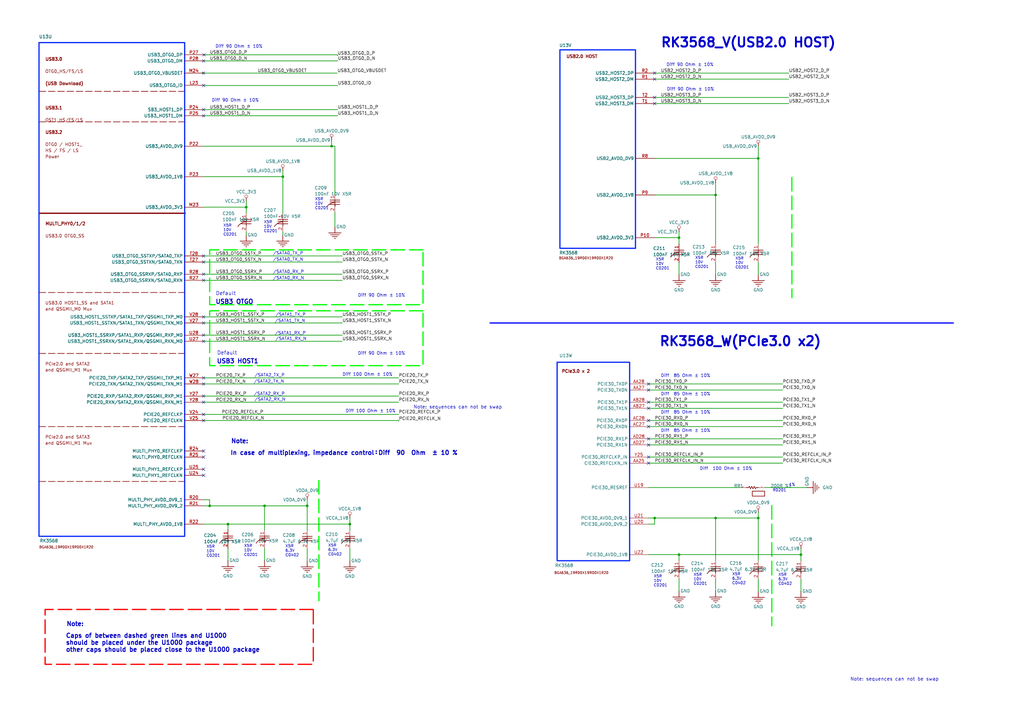
<source format=kicad_sch>
(kicad_sch (version 20230819) (generator eeschema)
  (paper "A3")
  (lib_symbols
    (symbol "cm3568 LPDDR4-altium-import:GND" (power)
      (property "Reference" "#PWR" (at 0 0 0))
      (property "Value" "GND" (at 0 6.35 0))
      (symbol "GND_0_0"
        (pin power_in line (at 0 0 0) (length 0) (name "GND") (number ""))
      )
    )
    (symbol "cm3568 LPDDR4-altium-import:USB_AVDD_0V9" (power)
      (property "Reference" "#PWR" (at 0 0 0))
      (property "Value" "USB_AVDD_0V9" (at 0 3.81 0))
      (symbol "USB_AVDD_0V9_0_0"
        (pin power_in line (at 0 0 0) (length 0) (name "USB_AVDD_0V9") (number ""))
      )
    )
    (symbol "cm3568 LPDDR4-altium-import:USB_AVDD_1V8" (power)
      (property "Reference" "#PWR" (at 0 0 0))
      (property "Value" "USB_AVDD_1V8" (at 0 3.81 0))
      (symbol "USB_AVDD_1V8_0_0"
        (pin power_in line (at 0 0 0) (length 0) (name "USB_AVDD_1V8") (number ""))
      )
    )
    (symbol "cm3568 LPDDR4-altium-import:VCCA_1V8" (power)
      (property "Reference" "#PWR" (at 0 0 0))
      (property "Value" "VCCA_1V8" (at 0 3.81 0))
      (symbol "VCCA_1V8_0_0"
        (pin power_in line (at 0 0 0) (length 0) (name "VCCA_1V8") (number ""))
      )
    )
    (symbol "cm3568 LPDDR4-altium-import:VCC_3V3" (power)
      (property "Reference" "#PWR" (at 0 0 0))
      (property "Value" "VCC_3V3" (at 0 3.81 0))
      (symbol "VCC_3V3_0_0"
        (pin power_in line (at 0 0 0) (length 0) (name "VCC_3V3") (number ""))
      )
    )
    (symbol "cm3568 LPDDR4-altium-import:VDDA_0V9" (power)
      (property "Reference" "#PWR" (at 0 0 0))
      (property "Value" "VDDA_0V9" (at 0 3.81 0))
      (symbol "VDDA_0V9_0_0"
        (pin power_in line (at 0 0 0) (length 0) (name "VDDA_0V9") (number ""))
      )
    )
    (symbol "cm3568 LPDDR4-altium-import:root_0_R0201_200R"
      (symbol "root_0_R0201_200R_1_0"
        (pin passive line (at -5.04 -0.04 0) (length 2.54) (name "1") (number "1"))
        (pin passive line (at 5.12 -0.04 180) (length 2.54) (name "2") (number "2"))
      )
    )
    (symbol "cm3568 LPDDR4-altium-import:root_0_RK3568"
      (property "Reference" "U13" (at -65.254 58.89 0))
      (property "Value" "RK3568" (at -65.254 -10.04 0))
      (symbol "root_0_RK3568_1_0"
        (pin passive line (at 17.92 47.5 180) (length 8) (name "VDD_CPU_1") (number "J15"))
        (pin passive line (at 17.92 45 180) (length 8) (name "VDD_CPU_2") (number "K15"))
        (pin passive line (at 17.92 42.5 180) (length 8) (name "VDD_CPU_3") (number "K16"))
        (pin passive line (at 17.92 40 180) (length 8) (name "VDD_CPU_4") (number "K17"))
        (pin passive line (at 17.92 37.5 180) (length 8) (name "VDD_CPU_5") (number "K18"))
        (pin passive line (at 17.92 10 180) (length 8) (name "VDD_LOGIC_1") (number "L12"))
        (pin passive line (at 17.92 35 180) (length 8) (name "VDD_CPU_6") (number "L15"))
        (pin passive line (at 17.92 32.5 180) (length 8) (name "VDD_CPU_7") (number "L16"))
        (pin passive line (at 17.92 30 180) (length 8) (name "VDD_CPU_8") (number "L17"))
        (pin passive line (at 17.92 27.5 180) (length 8) (name "VDD_CPU_9") (number "L18"))
        (pin passive line (at 17.92 7.5 180) (length 8) (name "VDD_LOGIC_2") (number "M12"))
        (pin passive line (at 17.92 17.5 180) (length 8) (name "VDD_CPU_COM") (number "M15"))
        (pin passive line (at 17.92 25 180) (length 8) (name "VDD_CPU_10") (number "M17"))
        (pin passive line (at 17.92 -37.5 180) (length 8) (name "VDD_NPU_1") (number "M19"))
        (pin passive line (at 17.92 5 180) (length 8) (name "VDD_LOGIC_3") (number "N13"))
        (pin passive line (at 17.92 2.5 180) (length 8) (name "VDD_LOGIC_4") (number "N16"))
        (pin passive line (at 17.92 -40 180) (length 8) (name "VDD_NPU_2") (number "N19"))
        (pin passive line (at 17.92 0 180) (length 8) (name "VDD_LOGIC_5") (number "P13"))
        (pin passive line (at 17.92 -2.5 180) (length 8) (name "VDD_LOGIC_6") (number "P16"))
        (pin passive line (at 17.92 -42.5 180) (length 8) (name "VDD_NPU_3") (number "P18"))
        (pin passive line (at 17.92 -45 180) (length 8) (name "VDD_NPU_4") (number "P19"))
        (pin passive line (at 17.92 -47.5 180) (length 8) (name "VDD_NPU_5") (number "P20"))
        (pin passive line (at 17.92 -5 180) (length 8) (name "VDD_LOGIC_7") (number "R12"))
        (pin passive line (at 17.92 -20 180) (length 8) (name "VDD_GPU_1") (number "R13"))
        (pin passive line (at 17.92 -7.5 180) (length 8) (name "VDD_LOGIC_8") (number "R16"))
        (pin passive line (at 17.92 -10 180) (length 8) (name "VDD_LOGIC_9") (number "T12"))
        (pin passive line (at 17.92 -22.5 180) (length 8) (name "VDD_GPU_2") (number "T13"))
        (pin passive line (at 17.92 -12.5 180) (length 8) (name "VDD_LOGIC_10") (number "T16"))
        (pin passive line (at 17.92 -25 180) (length 8) (name "VDD_GPU_3") (number "U11"))
        (pin passive line (at 17.92 -27.5 180) (length 8) (name "VDD_GPU_4") (number "U12"))
        (pin passive line (at 17.92 -30 180) (length 8) (name "VDD_GPU_5") (number "U13"))
      )
      (symbol "root_0_RK3568_2_0"
        (pin passive line (at 17.92 77.5 180) (length 8) (name "VSS_1") (number "A1"))
        (pin passive line (at 17.92 70 180) (length 8) (name "VSS_4") (number "A10"))
        (pin passive line (at 17.92 67.5 180) (length 8) (name "VSS_5") (number "A14"))
        (pin passive line (at 17.92 65 180) (length 8) (name "VSS_6") (number "A18"))
        (pin passive line (at 17.92 62.5 180) (length 8) (name "VSS_7") (number "A28"))
        (pin passive line (at 17.92 75 180) (length 8) (name "VSS_2") (number "A3"))
        (pin passive line (at 17.92 72.5 180) (length 8) (name "VSS_3") (number "A6"))
        (pin passive line (at 17.92 55 180) (length 8) (name "VSS_10") (number "B12"))
        (pin passive line (at 17.92 52.5 180) (length 8) (name "VSS_11") (number "B16"))
        (pin passive line (at 17.92 50 180) (length 8) (name "VSS_12") (number "B23"))
        (pin passive line (at 17.92 47.5 180) (length 8) (name "VSS_13") (number "B26"))
        (pin passive line (at 17.92 60 180) (length 8) (name "VSS_8") (number "B5"))
        (pin passive line (at 17.92 57.5 180) (length 8) (name "VSS_9") (number "B9"))
        (pin passive line (at 17.92 35 180) (length 8) (name "VSS_18") (number "C11"))
        (pin passive line (at 17.92 32.5 180) (length 8) (name "VSS_19") (number "C12"))
        (pin passive line (at 17.92 30 180) (length 8) (name "VSS_20") (number "C14"))
        (pin passive line (at 17.92 27.5 180) (length 8) (name "VSS_21") (number "C15"))
        (pin passive line (at 17.92 25 180) (length 8) (name "VSS_22") (number "C17"))
        (pin passive line (at 17.92 22.5 180) (length 8) (name "VSS_23") (number "C18"))
        (pin passive line (at 17.92 20 180) (length 8) (name "VSS_24") (number "C25"))
        (pin passive line (at 17.92 45 180) (length 8) (name "VSS_14") (number "C3"))
        (pin passive line (at 17.92 42.5 180) (length 8) (name "VSS_15") (number "C6"))
        (pin passive line (at 17.92 40 180) (length 8) (name "VSS_16") (number "C8"))
        (pin passive line (at 17.92 37.5 180) (length 8) (name "VSS_17") (number "C9"))
        (pin passive line (at 17.92 15 180) (length 8) (name "VSS_26") (number "D11"))
        (pin passive line (at 17.92 17.5 180) (length 8) (name "VSS_25") (number "D2"))
        (pin passive line (at 17.92 10 180) (length 8) (name "VSS_28") (number "D28"))
        (pin passive line (at 17.92 12.5 180) (length 8) (name "VSS_27") (number "D3"))
        (pin passive line (at 17.92 7.5 180) (length 8) (name "VSS_29") (number "E3"))
        (pin passive line (at 17.92 5 180) (length 8) (name "VSS_30") (number "E7"))
        (pin passive line (at 17.92 2.5 180) (length 8) (name "VSS_31") (number "F1"))
        (pin passive line (at 17.92 -5 180) (length 8) (name "VSS_34") (number "F12"))
        (pin passive line (at 17.92 -7.5 180) (length 8) (name "VSS_35") (number "F14"))
        (pin passive line (at 17.92 -10 180) (length 8) (name "VSS_36") (number "F15"))
        (pin passive line (at 17.92 -12.5 180) (length 8) (name "VSS_37") (number "F17"))
        (pin passive line (at 17.92 0 180) (length 8) (name "VSS_32") (number "F3"))
        (pin passive line (at 17.92 -2.5 180) (length 8) (name "VSS_33") (number "F9"))
        (pin passive line (at 17.92 -25 180) (length 8) (name "VSS_42") (number "G11"))
        (pin passive line (at 17.92 -27.5 180) (length 8) (name "VSS_43") (number "G12"))
        (pin passive line (at 17.92 -30 180) (length 8) (name "VSS_44") (number "G14"))
        (pin passive line (at 17.92 -32.5 180) (length 8) (name "VSS_45") (number "G15"))
        (pin passive line (at 17.92 -35 180) (length 8) (name "VSS_46") (number "G17"))
        (pin passive line (at 17.92 -37.5 180) (length 8) (name "VSS_47") (number "G18"))
        (pin passive line (at 17.92 -40 180) (length 8) (name "VSS_48") (number "G24"))
        (pin passive line (at 17.92 -15 180) (length 8) (name "VSS_38") (number "G5"))
        (pin passive line (at 17.92 -17.5 180) (length 8) (name "VSS_39") (number "G6"))
        (pin passive line (at 17.92 -20 180) (length 8) (name "VSS_40") (number "G8"))
        (pin passive line (at 17.92 -22.5 180) (length 8) (name "VSS_41") (number "G9"))
        (pin passive line (at 17.92 -42.5 180) (length 8) (name "VSS_49") (number "H2"))
        (pin passive line (at 17.92 -45 180) (length 8) (name "VSS_50") (number "H3"))
        (pin passive line (at 17.92 -47.5 180) (length 8) (name "VSS_51") (number "H6"))
        (pin passive line (at 17.92 -55 180) (length 8) (name "VSS_54") (number "J17"))
        (pin passive line (at 17.92 -57.5 180) (length 8) (name "VSS_55") (number "J18"))
        (pin passive line (at 17.92 -60 180) (length 8) (name "VSS_56") (number "J20"))
        (pin passive line (at 17.92 -62.5 180) (length 8) (name "VSS_57") (number "J22"))
        (pin passive line (at 17.92 -65 180) (length 8) (name "VSS_58") (number "J26"))
        (pin passive line (at 17.92 -50 180) (length 8) (name "VSS_52") (number "J3"))
        (pin passive line (at 17.92 -52.5 180) (length 8) (name "VSS_53") (number "J5"))
        (pin passive line (at 17.92 -67.5 180) (length 8) (name "VSS_59") (number "K1"))
        (pin passive line (at 17.92 -70 180) (length 8) (name "VSS_60") (number "K11"))
        (pin passive line (at 17.92 -72.5 180) (length 8) (name "VSS_61") (number "K12"))
        (pin passive line (at 17.92 -75 180) (length 8) (name "VSS_62") (number "K13"))
        (pin passive line (at 17.92 -77.5 180) (length 8) (name "VSS_63") (number "K14"))
        (pin passive line (at 17.92 -80 180) (length 8) (name "VSS_64") (number "K19"))
        (pin passive line (at 17.92 -82.5 180) (length 8) (name "VSS_65") (number "L3"))
      )
      (symbol "root_0_RK3568_3_0"
        (pin passive line (at 15.42 72.5 180) (length 8) (name "VSS_68") (number "L11"))
        (pin passive line (at 15.42 70 180) (length 8) (name "VSS_69") (number "L13"))
        (pin passive line (at 15.42 67.5 180) (length 8) (name "VSS_70") (number "L14"))
        (pin passive line (at 15.42 65 180) (length 8) (name "VSS_71") (number "L19"))
        (pin passive line (at 15.42 62.5 180) (length 8) (name "VSS_72") (number "L20"))
        (pin passive line (at 15.42 60 180) (length 8) (name "VSS_73") (number "L21"))
        (pin passive line (at 15.42 77.5 180) (length 8) (name "VSS_66") (number "L5"))
        (pin passive line (at 15.42 75 180) (length 8) (name "VSS_67") (number "L8"))
        (pin passive line (at 15.42 47.5 180) (length 8) (name "VSS_78") (number "M11"))
        (pin passive line (at 15.42 45 180) (length 8) (name "VSS_79") (number "M13"))
        (pin passive line (at 15.42 42.5 180) (length 8) (name "VSS_80") (number "M14"))
        (pin passive line (at 15.42 40 180) (length 8) (name "VSS_81") (number "M16"))
        (pin passive line (at 15.42 37.5 180) (length 8) (name "VSS_82") (number "M18"))
        (pin passive line (at 15.42 57.5 180) (length 8) (name "VSS_74") (number "M2"))
        (pin passive line (at 15.42 55 180) (length 8) (name "VSS_75") (number "M3"))
        (pin passive line (at 15.42 52.5 180) (length 8) (name "VSS_76") (number "M6"))
        (pin passive line (at 15.42 50 180) (length 8) (name "VSS_77") (number "M8"))
        (pin passive line (at 15.42 35 180) (length 8) (name "VSS_83") (number "N1"))
        (pin passive line (at 15.42 32.5 180) (length 8) (name "VSS_84") (number "N12"))
        (pin passive line (at 15.42 30 180) (length 8) (name "VSS_85") (number "N14"))
        (pin passive line (at 15.42 27.5 180) (length 8) (name "VSS_86") (number "N15"))
        (pin passive line (at 15.42 25 180) (length 8) (name "VSS_87") (number "N17"))
        (pin passive line (at 15.42 22.5 180) (length 8) (name "VSS_88") (number "N18"))
        (pin passive line (at 15.42 15 180) (length 8) (name "VSS_91") (number "P12"))
        (pin passive line (at 15.42 12.5 180) (length 8) (name "VSS_92") (number "P14"))
        (pin passive line (at 15.42 10 180) (length 8) (name "VSS_93") (number "P15"))
        (pin passive line (at 15.42 7.5 180) (length 8) (name "VSS_94") (number "P17"))
        (pin passive line (at 15.42 20 180) (length 8) (name "VSS_89") (number "P3"))
        (pin passive line (at 15.42 17.5 180) (length 8) (name "VSS_90") (number "P6"))
        (pin passive line (at 15.42 0 180) (length 8) (name "VSS_97") (number "R10"))
        (pin passive line (at 15.42 -2.5 180) (length 8) (name "VSS_98") (number "R11"))
        (pin passive line (at 15.42 -5 180) (length 8) (name "VSS_99") (number "R14"))
        (pin passive line (at 15.42 -7.5 180) (length 8) (name "VSS_100") (number "R15"))
        (pin passive line (at 15.42 -10 180) (length 8) (name "VSS_101") (number "R17"))
        (pin passive line (at 15.42 -12.5 180) (length 8) (name "VSS_102") (number "R18"))
        (pin passive line (at 15.42 -15 180) (length 8) (name "VSS_103") (number "R19"))
        (pin passive line (at 15.42 5 180) (length 8) (name "VSS_95") (number "R3"))
        (pin passive line (at 15.42 2.5 180) (length 8) (name "VSS_96") (number "R6"))
        (pin passive line (at 15.42 -17.5 180) (length 8) (name "VSS_104") (number "T10"))
        (pin passive line (at 15.42 -20 180) (length 8) (name "VSS_105") (number "T11"))
        (pin passive line (at 15.42 -22.5 180) (length 8) (name "VSS_106") (number "T14"))
        (pin passive line (at 15.42 -25 180) (length 8) (name "VSS_107") (number "T15"))
        (pin passive line (at 15.42 -27.5 180) (length 8) (name "VSS_108") (number "T17"))
        (pin passive line (at 15.42 -30 180) (length 8) (name "VSS_109") (number "T18"))
        (pin passive line (at 15.42 -32.5 180) (length 8) (name "VSS_110") (number "T19"))
        (pin passive line (at 15.42 -35 180) (length 8) (name "VSS_111") (number "U1"))
        (pin passive line (at 15.42 -45 180) (length 8) (name "VSS_115") (number "U10"))
        (pin passive line (at 15.42 -47.5 180) (length 8) (name "VSS_116") (number "U14"))
        (pin passive line (at 15.42 -50 180) (length 8) (name "VSS_117") (number "U15"))
        (pin passive line (at 15.42 -52.5 180) (length 8) (name "VSS_118") (number "U16"))
        (pin passive line (at 15.42 -55 180) (length 8) (name "VSS_119") (number "U17"))
        (pin passive line (at 15.42 -57.5 180) (length 8) (name "VSS_120") (number "U18"))
        (pin passive line (at 15.42 -37.5 180) (length 8) (name "VSS_112") (number "U6"))
        (pin passive line (at 15.42 -40 180) (length 8) (name "VSS_113") (number "U7"))
        (pin passive line (at 15.42 -42.5 180) (length 8) (name "VSS_114") (number "U8"))
        (pin passive line (at 15.42 -67.5 180) (length 8) (name "VSS_124") (number "V13"))
        (pin passive line (at 15.42 -60 180) (length 8) (name "VSS_121") (number "V3"))
        (pin passive line (at 15.42 -62.5 180) (length 8) (name "VSS_122") (number "V8"))
        (pin passive line (at 15.42 -65 180) (length 8) (name "VSS_123") (number "V9"))
        (pin passive line (at 15.42 -70 180) (length 8) (name "VSS_125") (number "W10"))
        (pin passive line (at 15.42 -72.5 180) (length 8) (name "VSS_126") (number "W11"))
        (pin passive line (at 15.42 -75 180) (length 8) (name "VSS_127") (number "W12"))
        (pin passive line (at 15.42 -77.5 180) (length 8) (name "VSS_128") (number "W13"))
        (pin passive line (at 15.42 -80 180) (length 8) (name "VSS_129") (number "Y8"))
        (pin passive line (at 15.42 -82.5 180) (length 8) (name "VSS_130") (number "Y9"))
      )
      (symbol "root_0_RK3568_4_0"
        (pin passive line (at 15 7.5 180) (length 8) (name "VSS_135") (number "AA23"))
        (pin passive line (at 15 12.5 180) (length 8) (name "VSS_133") (number "AA4"))
        (pin passive line (at 15 10 180) (length 8) (name "VSS_134") (number "AA9"))
        (pin passive line (at 15 5 180) (length 8) (name "VSS_136") (number "AB2"))
        (pin passive line (at 15 2.5 180) (length 8) (name "VSS_137") (number "AB6"))
        (pin passive line (at 15 0 180) (length 8) (name "VSS_138") (number "AD3"))
        (pin passive line (at 15 -5 180) (length 8) (name "VSS_140") (number "AE21"))
        (pin passive line (at 15 -2.5 180) (length 8) (name "VSS_139") (number "AE6"))
        (pin passive line (at 15 -10 180) (length 8) (name "VSS_142") (number "AF26"))
        (pin passive line (at 15 -7.5 180) (length 8) (name "VSS_141") (number "AF3"))
        (pin passive line (at 15 -12.5 180) (length 8) (name "VSS_143") (number "AG5"))
        (pin passive line (at 15 -15 180) (length 8) (name "VSS_144") (number "AH1"))
        (pin passive line (at 15 -20 180) (length 8) (name "VSS_146") (number "AH28"))
        (pin passive line (at 15 -17.5 180) (length 8) (name "VSS_145") (number "AH8"))
        (pin passive line (at 15 17.5 180) (length 8) (name "VSS_131") (number "Y11"))
        (pin passive line (at 15 15 180) (length 8) (name "VSS_132") (number "Y12"))
      )
      (symbol "root_0_RK3568_5_0"
        (pin passive line (at 17.5 15 180) (length 8) (name "AVSS_24") (number "AA12"))
        (pin passive line (at 17.5 12.5 180) (length 8) (name "AVSS_25") (number "AA14"))
        (pin passive line (at 17.5 10 180) (length 8) (name "AVSS_26") (number "AA15"))
        (pin passive line (at 17.5 7.5 180) (length 8) (name "AVSS_27") (number "AA17"))
        (pin passive line (at 17.5 5 180) (length 8) (name "AVSS_28") (number "AA24"))
        (pin passive line (at 17.5 2.5 180) (length 8) (name "AVSS_29") (number "AA26"))
        (pin passive line (at 17.5 0 180) (length 8) (name "AVSS_30") (number "AB11"))
        (pin passive line (at 17.5 -2.5 180) (length 8) (name "AVSS_31") (number "AB12"))
        (pin passive line (at 17.5 -5 180) (length 8) (name "AVSS_32") (number "AB14"))
        (pin passive line (at 17.5 -7.5 180) (length 8) (name "AVSS_33") (number "AB15"))
        (pin passive line (at 17.5 -10 180) (length 8) (name "AVSS_34") (number "AB17"))
        (pin passive line (at 17.5 -15 180) (length 8) (name "AVSS_36") (number "AC11"))
        (pin passive line (at 17.5 -17.5 180) (length 8) (name "AVSS_37") (number "AC12"))
        (pin passive line (at 17.5 -20 180) (length 8) (name "AVSS_38") (number "AC15"))
        (pin passive line (at 17.5 -22.5 180) (length 8) (name "AVSS_39") (number "AC18"))
        (pin passive line (at 17.5 -25 180) (length 8) (name "AVSS_40") (number "AC25"))
        (pin passive line (at 17.5 -27.5 180) (length 8) (name "AVSS_41") (number "AC26"))
        (pin passive line (at 17.5 -12.5 180) (length 8) (name "AVSS_35") (number "AC9"))
        (pin passive line (at 17.5 -30 180) (length 8) (name "AVSS_42") (number "AD26"))
        (pin passive line (at 17.5 -32.5 180) (length 8) (name "AVSS_43") (number "AE14"))
        (pin passive line (at 17.5 -35 180) (length 8) (name "AVSS_44") (number "AE17"))
        (pin passive line (at 17.5 -37.5 180) (length 8) (name "AVSS_45") (number "AE20"))
        (pin passive line (at 17.5 -40 180) (length 8) (name "AVSS_46") (number "AE27"))
        (pin passive line (at 17.5 -42.5 180) (length 8) (name "AVSS_47") (number "AE28"))
        (pin passive line (at 17.5 -47.5 180) (length 8) (name "AVSS_49") (number "AF11"))
        (pin passive line (at 17.5 -50 180) (length 8) (name "AVSS_50") (number "AF12"))
        (pin passive line (at 17.5 -52.5 180) (length 8) (name "AVSS_51") (number "AF14"))
        (pin passive line (at 17.5 -55 180) (length 8) (name "AVSS_52") (number "AF15"))
        (pin passive line (at 17.5 -57.5 180) (length 8) (name "AVSS_53") (number "AF17"))
        (pin passive line (at 17.5 -60 180) (length 8) (name "AVSS_54") (number "AF18"))
        (pin passive line (at 17.5 -62.5 180) (length 8) (name "AVSS_55") (number "AF20"))
        (pin passive line (at 17.5 -65 180) (length 8) (name "AVSS_56") (number "AF21"))
        (pin passive line (at 17.5 -45 180) (length 8) (name "AVSS_48") (number "AF9"))
        (pin passive line (at 17.5 -67.5 180) (length 8) (name "AVSS_57") (number "AG18"))
        (pin passive line (at 17.5 -70 180) (length 8) (name "AVSS_58") (number "AH18"))
        (pin passive line (at 17.5 -72.5 180) (length 8) (name "AVSS_59") (number "AH23"))
        (pin passive line (at 17.5 72.5 180) (length 8) (name "AVSS_1") (number "J27"))
        (pin passive line (at 17.5 70 180) (length 8) (name "AVSS_2") (number "L24"))
        (pin passive line (at 17.5 67.5 180) (length 8) (name "AVSS_3") (number "L26"))
        (pin passive line (at 17.5 65 180) (length 8) (name "AVSS_4") (number "M21"))
        (pin passive line (at 17.5 62.5 180) (length 8) (name "AVSS_5") (number "M26"))
        (pin passive line (at 17.5 60 180) (length 8) (name "AVSS_6") (number "N28"))
        (pin passive line (at 17.5 57.5 180) (length 8) (name "AVSS_7") (number "P21"))
        (pin passive line (at 17.5 55 180) (length 8) (name "AVSS_8") (number "P26"))
        (pin passive line (at 17.5 52.5 180) (length 8) (name "AVSS_9") (number "R23"))
        (pin passive line (at 17.5 50 180) (length 8) (name "AVSS_10") (number "R26"))
        (pin passive line (at 17.5 47.5 180) (length 8) (name "AVSS_11") (number "U23"))
        (pin passive line (at 17.5 45 180) (length 8) (name "AVSS_12") (number "U26"))
        (pin passive line (at 17.5 42.5 180) (length 8) (name "AVSS_13") (number "V14"))
        (pin passive line (at 17.5 40 180) (length 8) (name "AVSS_14") (number "V15"))
        (pin passive line (at 17.5 37.5 180) (length 8) (name "AVSS_15") (number "V16"))
        (pin passive line (at 17.5 35 180) (length 8) (name "AVSS_16") (number "V22"))
        (pin passive line (at 17.5 32.5 180) (length 8) (name "AVSS_17") (number "V23"))
        (pin passive line (at 17.5 30 180) (length 8) (name "AVSS_18") (number "V26"))
        (pin passive line (at 17.5 27.5 180) (length 8) (name "AVSS_19") (number "W17"))
        (pin passive line (at 17.5 25 180) (length 8) (name "AVSS_20") (number "Y18"))
        (pin passive line (at 17.5 22.5 180) (length 8) (name "AVSS_21") (number "Y23"))
        (pin passive line (at 17.5 20 180) (length 8) (name "AVSS_22") (number "Y24"))
        (pin passive line (at 17.5 17.5 180) (length 8) (name "AVSS_23") (number "Y26"))
      )
      (symbol "root_0_RK3568_6_0"
        (text "/  DDR4_DML_A               /  LPDDR4_DM0_A             /  DDR3_DM0            /  LPDDR3_DM1" (at 7.366 -13.716 0) (effects (font (size 1.143 1.143)) (justify left bottom)))
        (text "/  DDR4_DML_B               /  LPDDR4_DM1_B             /  DDR3_DM3            /  LPDDR3_DM2" (at 7.366 -126.238 0) (effects (font (size 1.143 1.143)) (justify left bottom)))
        (text "/  DDR4_DMU_A               /  LPDDR4_DM1_A             /  DDR3_DM1            /  LPDDR3_DM3" (at 7.366 -51.054 0) (effects (font (size 1.143 1.143)) (justify left bottom)))
        (text "/  DDR4_DMU_B              /  LPDDR4_DM0_B             /  DDR3_DM2            /  LPDDR3_DM0" (at 7.366 -88.392 0) (effects (font (size 1.143 1.143)) (justify left bottom)))
        (text "/  DDR4_DQL0_A              /  LPDDR4_DQ0_A              /  DDR3_DQ0            /  LPDDR3_DQ15" (at 7.366 9.144 0) (effects (font (size 1.143 1.143)) (justify left bottom)))
        (text "/  DDR4_DQL0_B              /  LPDDR4_DQ8_B              /  DDR3_DQ24          /  LPDDR3_DQ18" (at 7.366 -103.632 0) (effects (font (size 1.143 1.143)) (justify left bottom)))
        (text "/  DDR4_DQL1_A              /  LPDDR4_DQ7_A              /  DDR3_DQ7            /  LPDDR3_DQ11" (at 7.366 -8.89 0) (effects (font (size 1.143 1.143)) (justify left bottom)))
        (text "/  DDR4_DQL1_B              /  LPDDR4_DQ14_B            /  DDR3_DQ30          /  LPDDR3_DQ20" (at 7.366 -118.836 0) (effects (font (size 1.143 1.143)) (justify left bottom)))
        (text "/  DDR4_DQL2_A              /  LPDDR4_DQ1_A              /  DDR3_DQ1            /  LPDDR3_DQ14" (at 7.366 6.568 0) (effects (font (size 1.143 1.143)) (justify left bottom)))
        (text "/  DDR4_DQL2_B              /  LPDDR4_DQ8_B              /  DDR3_DQ25          /  LPDDR3_DQ19" (at 7.366 -106.172 0) (effects (font (size 1.143 1.143)) (justify left bottom)))
        (text "/  DDR4_DQL3_A              /  LPDDR4_DQ6_A              /  DDR3_DQ6            /  LPDDR3_DQ8" (at 7.366 -6.314 0) (effects (font (size 1.143 1.143)) (justify left bottom)))
        (text "/  DDR4_DQL3_B              /  LPDDR4_DQ15_B            /  DDR3_DQ31          /  LPDDR3_DQ21" (at 7.366 -121.412 0) (effects (font (size 1.143 1.143)) (justify left bottom)))
        (text "/  DDR4_DQL4_A              /  LPDDR4_DQ2_A              /  DDR3_DQ2            /  LPDDR3_DQ10" (at 7.366 3.991 0) (effects (font (size 1.143 1.143)) (justify left bottom)))
        (text "/  DDR4_DQL4_B              /  LPDDR4_DQ10_B            /  DDR3_DQ26          /  LPDDR3_DQ22" (at 7.366 -108.712 0) (effects (font (size 1.143 1.143)) (justify left bottom)))
        (text "/  DDR4_DQL5_A              /  LPDDR4_DQ5_A              /  DDR3_DQ5            /  LPDDR3_DQ12" (at 7.366 -3.737 0) (effects (font (size 1.143 1.143)) (justify left bottom)))
        (text "/  DDR4_DQL5_B              /  LPDDR4_DQ13_B            /  DDR3_DQ29          /  LPDDR3_DQ17" (at 7.366 -116.259 0) (effects (font (size 1.143 1.143)) (justify left bottom)))
        (text "/  DDR4_DQL6_A              /  LPDDR4_DQ3_A              /  DDR3_DQ3            /  LPDDR3_DQ9" (at 7.366 1.415 0) (effects (font (size 1.143 1.143)) (justify left bottom)))
        (text "/  DDR4_DQL6_B              /  LPDDR4_DQ11_B            /  DDR3_DQ27          /  LPDDR3_DQ23" (at 7.366 -111.107 0) (effects (font (size 1.143 1.143)) (justify left bottom)))
        (text "/  DDR4_DQL7_A              /  LPDDR4_DQ4_A              /  DDR3_DQ4            /  LPDDR3_DQ13" (at 7.366 -1.161 0) (effects (font (size 1.143 1.143)) (justify left bottom)))
        (text "/  DDR4_DQL7_B              /  LPDDR4_DQ12_B            /  DDR3_DQ28          /  LPDDR3_DQ16" (at 7.366 -113.683 0) (effects (font (size 1.143 1.143)) (justify left bottom)))
        (text "/  DDR4_DQSL_N_A       /  LPDDR4_DQS0N_A         /  DDR3_DQS0N        /  LPDDR3_DQS1N" (at 7.366 -21.082 0) (effects (font (size 1.143 1.143)) (justify left bottom)))
        (text "/  DDR4_DQSL_N_B         /  LPDDR4_DQS1N_B         /  DDR3_DQS3N        /  LPDDR3_DQS2N" (at 7.366 -133.604 0) (effects (font (size 1.143 1.143)) (justify left bottom)))
        (text "/  DDR4_DQSL_P_A        /  LPDDR4_DQS0P_A          /  DDR3_DQS0P        /  LPDDR3_DQS1P" (at 7.366 -18.506 0) (effects (font (size 1.143 1.143)) (justify left bottom)))
        (text "/  DDR4_DQSL_P_B          /  LPDDR4_DQS1P_B          /  DDR3_DQS3P        /  LPDDR3_DQS2P" (at 7.366 -131.028 0) (effects (font (size 1.143 1.143)) (justify left bottom)))
        (text "/  DDR4_DQSU_N_A       /  LPDDR4_DQS1N_A        /  DDR3_DQS1N        /  LPDDR3_DQS3N" (at 7.366 -58.42 0) (effects (font (size 1.143 1.143)) (justify left bottom)))
        (text "/  DDR4_DQSU_N_B        /  LPDDR4_DQS0N_B         /  DDR3_DQS2N        /  LPDDR3_DQS0N" (at 7.366 -95.758 0) (effects (font (size 1.143 1.143)) (justify left bottom)))
        (text "/  DDR4_DQSU_P_A        /  LPDDR4_DQS1P_A         /  DDR3_DQS1P        /  LPDDR3_DQS3P" (at 7.366 -55.844 0) (effects (font (size 1.143 1.143)) (justify left bottom)))
        (text "/  DDR4_DQSU_P_B        /  LPDDR4_DQS0P_B         /  DDR3_DQS2P        /  LPDDR3_DQS0P" (at 7.366 -93.182 0) (effects (font (size 1.143 1.143)) (justify left bottom)))
        (text "/  DDR4_DQU0_A             /  LPDDR4_DQ15_A            /  DDR3_DQ15          /  LPDDR3_DQ27" (at 7.366 -46.228 0) (effects (font (size 1.143 1.143)) (justify left bottom)))
        (text "/  DDR4_DQU0_B             /  LPDDR4_DQ4_B              /  DDR3_DQ20          /  LPDDR3_DQ2" (at 7.366 -75.837 0) (effects (font (size 1.143 1.143)) (justify left bottom)))
        (text "/  DDR4_DQU1_A             /  LPDDR4_DQ9_A              /  DDR3_DQ9            /  LPDDR3_DQ24" (at 7.366 -30.77 0) (effects (font (size 1.143 1.143)) (justify left bottom)))
        (text "/  DDR4_DQU1_B             /  LPDDR4_DQ3_B              /  DDR3_DQ19          /  LPDDR3_DQ4" (at 7.366 -73.261 0) (effects (font (size 1.143 1.143)) (justify left bottom)))
        (text "/  DDR4_DQU2_A             /  LPDDR4_DQ12_A            /  DDR3_DQ12          /  LPDDR3_DQ26" (at 7.366 -38.499 0) (effects (font (size 1.143 1.143)) (justify left bottom)))
        (text "/  DDR4_DQU2_B             /  LPDDR4_DQ7_B              /  DDR3_DQ23          /  LPDDR3_DQ0" (at 7.366 -83.566 0) (effects (font (size 1.143 1.143)) (justify left bottom)))
        (text "/  DDR4_DQU3_A             /  LPDDR4_DQ8_A              /  DDR3_DQ8            /  LPDDR3_DQ25" (at 7.366 -28.448 0) (effects (font (size 1.143 1.143)) (justify left bottom)))
        (text "/  DDR4_DQU3_B             /  LPDDR4_DQ2_B              /  DDR3_DQ18          /  LPDDR3_DQ6" (at 7.366 -70.685 0) (effects (font (size 1.143 1.143)) (justify left bottom)))
        (text "/  DDR4_DQU4_A             /  LPDDR4_DQ13_A            /  DDR3_DQ13          /  LPDDR3_DQ31" (at 7.366 -41.075 0) (effects (font (size 1.143 1.143)) (justify left bottom)))
        (text "/  DDR4_DQU4_B             /  LPDDR4_DQ6_B              /  DDR3_DQ22          /  LPDDR3_DQ7" (at 7.366 -80.99 0) (effects (font (size 1.143 1.143)) (justify left bottom)))
        (text "/  DDR4_DQU5_A             /  LPDDR4_DQ11_A            /  DDR3_DQ11          /  LPDDR3_DQ29" (at 7.366 -35.923 0) (effects (font (size 1.143 1.143)) (justify left bottom)))
        (text "/  DDR4_DQU5_B             /  LPDDR4_DQ1_B              /  DDR3_DQ17          /  LPDDR3_DQ5" (at 7.366 -68.108 0) (effects (font (size 1.143 1.143)) (justify left bottom)))
        (text "/  DDR4_DQU6_A             /  LPDDR4_DQ14_A            /  DDR3_DQ14          /  LPDDR3_DQ30" (at 7.366 -43.652 0) (effects (font (size 1.143 1.143)) (justify left bottom)))
        (text "/  DDR4_DQU6_B             /  LPDDR4_DQ5_B              /  DDR3_DQ21          /  LPDDR3_DQ3" (at 7.366 -78.413 0) (effects (font (size 1.143 1.143)) (justify left bottom)))
        (text "/  DDR4_DQU7_A             /  LPDDR4_DQ10_A            /  DDR3_DQ10          /  LPDDR3_DQ28" (at 7.366 -33.347 0) (effects (font (size 1.143 1.143)) (justify left bottom)))
        (text "/  DDR4_DQU7_B             /  LPDDR4_DQ0_B              /  DDR3_DQ16          /  LPDDR3_DQ1" (at 7.366 -65.786 0) (effects (font (size 1.143 1.143)) (justify left bottom)))
        (text "/  DDR4_ECC_DM            /  --                                         /  DDR3_ECC_DM" (at 7.366 -163.322 0) (effects (font (size 1.143 1.143)) (justify left bottom)))
        (text "/  DDR4_ECC_DQ0           /  --                                         /  DDR3_ECC_DQ1" (at 7.366 -143.256 0) (effects (font (size 1.143 1.143)) (justify left bottom)))
        (text "/  DDR4_ECC_DQ1           /  --                                         /  DDR3_ECC_DQ3" (at 7.366 -148.191 0) (effects (font (size 1.143 1.143)) (justify left bottom)))
        (text "/  DDR4_ECC_DQ2           /  --                                         /  DDR3_ECC_DQ2" (at 7.366 -145.796 0) (effects (font (size 1.143 1.143)) (justify left bottom)))
        (text "/  DDR4_ECC_DQ3           /  --                                         /  DDR3_ECC_DQ6" (at 7.366 -155.92 0) (effects (font (size 1.143 1.143)) (justify left bottom)))
        (text "/  DDR4_ECC_DQ4           /  --                                         /  DDR3_ECC_DQ5" (at 7.366 -153.343 0) (effects (font (size 1.143 1.143)) (justify left bottom)))
        (text "/  DDR4_ECC_DQ5           /  --                                         /  DDR3_ECC_DQ7" (at 7.366 -158.496 0) (effects (font (size 1.143 1.143)) (justify left bottom)))
        (text "/  DDR4_ECC_DQ6           /  --                                         /  DDR3_ECC_DQ4" (at 7.366 -150.767 0) (effects (font (size 1.143 1.143)) (justify left bottom)))
        (text "/  DDR4_ECC_DQ7           /  --                                         /  DDR3_ECC_DQ0" (at 7.366 -140.716 0) (effects (font (size 1.143 1.143)) (justify left bottom)))
        (text "/  DDR4_ECC_DQS_N     /  --                                         /  DDR3_ECC_DQS_N" (at 7.366 -170.688 0) (effects (font (size 1.143 1.143)) (justify left bottom)))
        (text "/  DDR4_ECC_DQS_P      /  --                                         /  DDR3_ECC_DQS_P" (at 7.366 -168.112 0) (effects (font (size 1.143 1.143)) (justify left bottom)))
        (text "=0.6V" (at 170 -162.5 0) (effects (font (size 1.27 1.27) bold) (justify left bottom)))
        (text "=1.1V" (at 170 -160 0) (effects (font (size 1.27 1.27)) (justify left bottom)))
        (text "=1.1V" (at 170 -135 0) (effects (font (size 1.27 1.27)) (justify left bottom)))
        (text "=1.1V" (at 170 -132.5 0) (effects (font (size 1.27 1.27)) (justify left bottom)))
        (text "=1.2V" (at 170 -157.5 0) (effects (font (size 1.27 1.27)) (justify left bottom)))
        (text "=1.2V" (at 170 -155 0) (effects (font (size 1.27 1.27)) (justify left bottom)))
        (text "=1.2V" (at 170 -130 0) (effects (font (size 1.27 1.27)) (justify left bottom)))
        (text "=1.2V" (at 170 -127.5 0) (effects (font (size 1.27 1.27)) (justify left bottom)))
        (text "=1.35V" (at 170 -150 0) (effects (font (size 1.27 1.27)) (justify left bottom)))
        (text "=1.35V" (at 170 -122.5 0) (effects (font (size 1.27 1.27)) (justify left bottom)))
        (text "=1.5V" (at 170 -152.5 0) (effects (font (size 1.27 1.27)) (justify left bottom)))
        (text "=1.5V" (at 170 -125 0) (effects (font (size 1.27 1.27)) (justify left bottom)))
        (text "DDR3" (at 55.88 14.224 0) (effects (font (size 1.27 1.27) bold) (justify left bottom)))
        (text "DDR3" (at 152.908 14.224 0) (effects (font (size 1.27 1.27) bold) (justify left bottom)))
        (text "DDR3" (at 157.5 -152.5 0) (effects (font (size 1.27 1.27)) (justify left bottom)))
        (text "DDR3" (at 157.5 -125 0) (effects (font (size 1.27 1.27)) (justify left bottom)))
        (text "DDR3L" (at 157.5 -150 0) (effects (font (size 1.27 1.27)) (justify left bottom)))
        (text "DDR3L" (at 157.5 -122.5 0) (effects (font (size 1.27 1.27)) (justify left bottom)))
        (text "DDR4" (at 8.89 14.224 0) (effects (font (size 1.27 1.27) bold) (justify left bottom)))
        (text "DDR4" (at 99.568 14.224 0) (effects (font (size 1.27 1.27) bold) (justify left bottom)))
        (text "DDR4" (at 157.5 -155 0) (effects (font (size 1.27 1.27)) (justify left bottom)))
        (text "DDR4" (at 157.5 -127.5 0) (effects (font (size 1.27 1.27)) (justify left bottom)))
        (text "DDR4_14_WEn                     /  LPDDR4_A4_A                       /  DDR3_A15                 /  LPDDR3_A5                    /" (at 99.314 -33.69 0) (effects (font (size 1.143 1.143)) (justify left bottom)))
        (text "DDR4_A0                              /  LPDDR4_CLKP_B                /  DDR3_A9                    /  ---                                      /" (at 99.314 8.89 0) (effects (font (size 1.143 1.143) bold) (justify left bottom)))
        (text "DDR4_A1                              /  ---                                              /  DDR3_A2                    /  ---                                      /" (at 99.314 6.35 0) (effects (font (size 1.143 1.143)) (justify left bottom)))
        (text "DDR4_A10                            /  LPDDR4_CKE0_B                  /  DDR3_A10                  /  ---                                      /" (at 99.314 -21.19 0) (effects (font (size 1.143 1.143)) (justify left bottom)))
        (text "DDR4_A11                            /  LPDDR4_A0_A                       /  DDR3_A7                    /  LPDDR3_A8                    /" (at 99.314 -23.73 0) (effects (font (size 1.143 1.143)) (justify left bottom)))
        (text "DDR4_A12                            /  LPDDR4_A3_A                       /  DDR3_BA2                 /  ---                                      /" (at 99.314 -28.61 0) (effects (font (size 1.143 1.143)) (justify left bottom)))
        (text "DDR4_A13                            /  LPDDR4_A0_A                       /  DDR3_A14                  /  LPDDR3_A0                   /" (at 99.314 -31.15 0) (effects (font (size 1.143 1.143)) (justify left bottom)))
        (text "DDR4_A15_CASn                /  LPDDR4_A2_A                       /  DDR3_A0                   /  ---                                      /" (at 99.314 -36.23 0) (effects (font (size 1.143 1.143)) (justify left bottom)))
        (text "DDR4_A16_RASn                /  LPDDR4_A5_A                       /  DDR3_RASn               /  LPDDR3_A7                    /" (at 99.314 -41.11 0) (effects (font (size 1.143 1.143)) (justify left bottom)))
        (text "DDR4_A2                              /  LPDDR4_A1_A                       /  DDR3_A4                    /  LPDDR3_A6                    /" (at 99.314 3.81 0) (effects (font (size 1.143 1.143)) (justify left bottom)))
        (text "DDR4_A3                              /  LPDDR4_CKE1_A                  /  DDR3_A3                    /  ---                                      /" (at 99.314 1.27 0) (effects (font (size 1.143 1.143)) (justify left bottom)))
        (text "DDR4_A4                              /  LPDDR4_A3_B                       /  DDR3_BA1                 /  LPDDR3_A3                    /" (at 99.314 -3.61 0) (effects (font (size 1.143 1.143)) (justify left bottom)))
        (text "DDR4_A5                              /  LPDDR4_A5_B                       /  DDR3_A11                  /  LPDDR3_A2                    /" (at 99.314 -6.15 0) (effects (font (size 1.143 1.143)) (justify left bottom)))
        (text "DDR4_A6                              /  LPDDR4_A1_B                       /  DDR3_A13                  /  LPDDR3_A1                    /" (at 99.314 -8.69 0) (effects (font (size 1.143 1.143)) (justify left bottom)))
        (text "DDR4_A7                              /  LPDDR4_ODT0_CA_B          /  DDR3_A8                    /  ---                                      /" (at 99.314 -11.23 0) (effects (font (size 1.143 1.143)) (justify left bottom)))
        (text "DDR4_A8                              /  LPDDR4_ODT0_CA_A           /  DDR3_A6                    /  LPDDR3_A9                   /" (at 99.314 -16.11 0) (effects (font (size 1.143 1.143)) (justify left bottom)))
        (text "DDR4_A9                              /  LPDDR4_CLKN_B                /  DDR3_A5                    /  ---                                     /" (at 99.314 -18.65 0) (effects (font (size 1.143 1.143) bold) (justify left bottom)))
        (text "DDR4_ACTn                         /  LPDDR4_CKE1_B                  /  DDR3_CASn               /  ---                                      /" (at 99.314 -43.65 0) (effects (font (size 1.143 1.143)) (justify left bottom)))
        (text "DDR4_BA0                           /  LPDDR4_A2_B                       /  DDR3_A1                    /  ---                                      /" (at 99.314 -46.19 0) (effects (font (size 1.143 1.143)) (justify left bottom)))
        (text "DDR4_BA1                           /  LPDDR4_A4_B                       /  DDR3_A12                  /  LPDDR3_A4                    /" (at 99.314 -48.73 0) (effects (font (size 1.143 1.143)) (justify left bottom)))
        (text "DDR4_BG0                           /  LPDDR4_ODT1_CA_B          /  DDR3_WEn                 /  ---                                      /" (at 99.314 -53.61 0) (effects (font (size 1.143 1.143)) (justify left bottom)))
        (text "DDR4_BG1                           /  LPDDR4_ODT1_CA_A          /  DDR3_BA0                  /  ---                                      /" (at 99.314 -56.15 0) (effects (font (size 1.143 1.143)) (justify left bottom)))
        (text "DDR4_CKE                           /  LPDDR4_CKE0_A                 /  DDR3_CKE                 /  LPDDR3_CKE                 /" (at 99.314 -58.65 0) (effects (font (size 1.143 1.143)) (justify left bottom)))
        (text "DDR4_CLKN                      /  LPDDR4_CLKN_A                 /  DDR3_CLKN            /  LPDDR3_CLKN             /" (at 99.314 -66.19 0) (effects (font (size 1.143 1.143) bold) (justify left bottom)))
        (text "DDR4_CLKP                       /  LPDDR4_CLKP_A                 /  DDR3_CLKP             /  LPDDR3_CLKP             /" (at 99.314 -63.65 0) (effects (font (size 1.143 1.143) bold) (justify left bottom)))
        (text "DDR4_CS0n                         /  LPDDR4_CS0n_A                     /  DDR3_ODT1             /  LPDDR3_ODT0              /" (at 99.314 -71.11 0) (effects (font (size 1.143 1.143)) (justify left bottom)))
        (text "DDR4_CS1n                         /  LPDDR4_CS1n_A                     /  DDR3_CASn             /  LPDDR3_ODT1              /" (at 99.314 -73.65 0) (effects (font (size 1.143 1.143)) (justify left bottom)))
        (text "DDR4_ODT0                       /  LPDDR4_CS1n_B                     /  DDR3_ODT0             /  LPDDR3_CS1n               /" (at 99.314 -76.19 0) (effects (font (size 1.143 1.143)) (justify left bottom)))
        (text "DDR4_ODT1                       /  LPDDR4_CS0n_B                     /  DDR3_CS0n              /  LPDDR3_CS0n               /" (at 99.314 -78.69 0) (effects (font (size 1.143 1.143)) (justify left bottom)))
        (text "DDR4_RESETn                   /  LPDDR4_RESETn                    /  DDR3_RESETn         /  ---                                     /" (at 99.314 -83.73 0) (effects (font (size 1.143 1.143)) (justify left bottom)))
        (text "LPDDR3" (at 74.422 14.224 0) (effects (font (size 1.27 1.27) bold) (justify left bottom)))
        (text "LPDDR3" (at 157.5 -157.5 0) (effects (font (size 1.27 1.27)) (justify left bottom)))
        (text "LPDDR3" (at 157.5 -130 0) (effects (font (size 1.27 1.27)) (justify left bottom)))
        (text "LPDDR3" (at 173.736 14.224 0) (effects (font (size 1.27 1.27) bold) (justify left bottom)))
        (text "LPDDR4" (at 31.75 14.224 0) (effects (font (size 1.27 1.27) bold) (justify left bottom)))
        (text "LPDDR4" (at 125.476 14.224 0) (effects (font (size 1.27 1.27) bold) (justify left bottom)))
        (text "LPDDR4" (at 157.5 -160 0) (effects (font (size 1.27 1.27)) (justify left bottom)))
        (text "LPDDR4" (at 157.5 -132.5 0) (effects (font (size 1.27 1.27)) (justify left bottom)))
        (text "LPDDR4x" (at 157.5 -162.5 0) (effects (font (size 1.27 1.27)) (justify left bottom)))
        (text "LPDDR4x" (at 157.5 -135 0) (effects (font (size 1.27 1.27)) (justify left bottom)))
        (pin passive line (at -15.92 -92.5 0) (length 6) (name "DDR_DQS0P_B") (number "A11"))
        (pin passive line (at -15.92 -75 0) (length 6) (name "DDR_DQ4_B") (number "A12"))
        (pin passive line (at -15.92 -115 0) (length 6) (name "DDR_DQ13_B") (number "A13"))
        (pin passive line (at -15.92 -132.5 0) (length 6) (name "DDR_DQS1N_B") (number "A15"))
        (pin passive line (at -15.92 -102.5 0) (length 6) (name "DDR_DQ8_B") (number "A16"))
        (pin passive line (at -15.92 -107.5 0) (length 6) (name "DDR_DQ10_B") (number "A17"))
        (pin passive line (at 210.92 -70 180) (length 6) (name "AC25") (number "A2"))
        (pin passive line (at 210.92 -65 180) (length 6) (name "AC24") (number "A4"))
        (pin passive line (at 210.92 -17.5 180) (length 6) (name "AC9") (number "A5"))
        (pin passive line (at 210.92 -7.5 180) (length 6) (name "AC6") (number "A7"))
        (pin passive line (at 210.92 -10 180) (length 6) (name "AC7") (number "A8"))
        (pin passive line (at -15.92 -67.5 0) (length 6) (name "DDR_DQ1_B") (number "A9"))
        (pin passive line (at 210.92 5 180) (length 6) (name "AC2") (number "B1"))
        (pin passive line (at -15.92 -65 0) (length 6) (name "DDR_DQ0_B") (number "B10"))
        (pin passive line (at -15.92 -95 0) (length 6) (name "DDR_DQS0N_B") (number "B11"))
        (pin passive line (at -15.92 -112.5 0) (length 6) (name "DDR_DQ12_B") (number "B13"))
        (pin passive line (at -15.92 -120 0) (length 6) (name "DDR_DQ15_B") (number "B14"))
        (pin passive line (at -15.92 -130 0) (length 6) (name "DDR_DQS1P_B") (number "B15"))
        (pin passive line (at -15.92 -105 0) (length 6) (name "DDR_DQ9_B") (number "B17"))
        (pin passive line (at -15.92 -110 0) (length 6) (name "DDR_DQ11_B") (number "B18"))
        (pin passive line (at 210.92 -72.5 180) (length 6) (name "AC26") (number "B2"))
        (pin passive line (at 210.92 -57.5 180) (length 6) (name "AC20") (number "B3"))
        (pin passive line (at 210.92 -62.5 180) (length 6) (name "AC23") (number "B4"))
        (pin passive line (at 210.92 10 180) (length 6) (name "AC0") (number "B6"))
        (pin passive line (at 210.92 -5 180) (length 6) (name "AC5") (number "B7"))
        (pin passive line (at 210.92 -30 180) (length 6) (name "AC13") (number "B8"))
        (pin passive line (at 210.92 -15 180) (length 6) (name "AC8") (number "C1"))
        (pin passive line (at 210.92 -22.5 180) (length 6) (name "AC11") (number "C2"))
        (pin passive line (at 210.92 -27.5 180) (length 6) (name "AC12") (number "C4"))
        (pin passive line (at 210.92 -32.5 180) (length 6) (name "AC14") (number "C5"))
        (pin passive line (at -15.92 2.5 0) (length 6) (name "DDR_DQ3_A") (number "D1"))
        (pin passive line (at -15.92 -70 0) (length 6) (name "DDR_DQ2_B") (number "D12"))
        (pin passive line (at -15.92 -87.5 0) (length 6) (name "DDR_DM0_B") (number "D14"))
        (pin passive line (at -15.92 -77.5 0) (length 6) (name "DDR_DQ5_B") (number "D15"))
        (pin passive line (at -15.92 -117.5 0) (length 6) (name "DDR_DQ14_B") (number "D17"))
        (pin passive line (at 210.92 -40 180) (length 6) (name "AC16") (number "D5"))
        (pin passive line (at 210.92 -20 180) (length 6) (name "AC10") (number "D6"))
        (pin passive line (at 210.92 -77.5 180) (length 6) (name "AC28") (number "D8"))
        (pin passive line (at 210.92 -2.5 180) (length 6) (name "AC4") (number "D9"))
        (pin passive line (at -15.92 7.5 0) (length 6) (name "DDR_DQ1_A") (number "E1"))
        (pin passive line (at 210.92 -45 180) (length 6) (name "AC18") (number "E11"))
        (pin passive line (at -15.92 -72.5 0) (length 6) (name "DDR_DQ3_B") (number "E12"))
        (pin passive line (at -15.92 -82.5 0) (length 6) (name "DDR_DQ7_B") (number "E14"))
        (pin passive line (at -15.92 -80 0) (length 6) (name "DDR_DQ6_B") (number "E15"))
        (pin passive line (at -15.92 -125 0) (length 6) (name "DDR_DM1_B") (number "E17"))
        (pin passive line (at -15.92 5 0) (length 6) (name "DDR_DQ2_A") (number "E2"))
        (pin passive line (at 210.92 -35 180) (length 6) (name "AC15") (number "E4"))
        (pin passive line (at 210.92 -42.5 180) (length 6) (name "AC17") (number "E6"))
        (pin passive line (at 210.92 -75 180) (length 6) (name "AC27") (number "E8"))
        (pin passive line (at 210.92 -47.5 180) (length 6) (name "AC19") (number "E9"))
        (pin passive line (at 210.92 -82.5 180) (length 6) (name "AC29") (number "F11"))
        (pin passive line (at -15.92 10 0) (length 6) (name "DDR_DQ0_A") (number "F2"))
        (pin passive line (at 210.92 2.5 180) (length 6) (name "AC3") (number "F4"))
        (pin passive line (at 210.92 7.5 180) (length 6) (name "AC1") (number "F5"))
        (pin passive line (at 210.92 -55 180) (length 6) (name "AC21") (number "F7"))
        (pin passive line (at 210.92 -52.5 180) (length 6) (name "AC20") (number "F8"))
        (pin passive line (at -15.92 -17.5 0) (length 6) (name "DDR_DQS0P_A") (number "G1"))
        (pin passive line (at -15.92 -20 0) (length 6) (name "DDR_DQS0N_A") (number "G2"))
        (pin passive line (at -15.92 -5 0) (length 6) (name "DDR_DQ6_A") (number "H1"))
        (pin passive line (at 210.92 -125 180) (length 6) (name "DDRPHY_VDDQ2") (number "H11"))
        (pin passive line (at 210.92 -127.5 180) (length 6) (name "DDRPHY_VDDQ3") (number "H12"))
        (pin passive line (at 210.92 -130 180) (length 6) (name "DDRPHY_VDDQ4") (number "H14"))
        (pin passive line (at 210.92 -132.5 180) (length 6) (name "DDRPHY_VDDQ5") (number "H15"))
        (pin passive line (at -15.92 -7.5 0) (length 6) (name "DDR_DQ7_A") (number "H4"))
        (pin passive line (at -15.92 -12.5 0) (length 6) (name "DDR_DM0_A") (number "H5"))
        (pin passive line (at 210.92 -97.5 180) (length 6) (name "DDR_RZQ") (number "H7"))
        (pin passive line (at 210.92 -122.5 180) (length 6) (name "DDRPHY_VDDQ1") (number "H9"))
        (pin passive line (at -15.92 0 0) (length 6) (name "DDR_DQ4_A") (number "J1"))
        (pin passive line (at 210.92 -150 180) (length 6) (name "DDRPHY_VDDQL1") (number "J11"))
        (pin passive line (at 210.92 -152.5 180) (length 6) (name "DDRPHY_VDDQL2") (number "J12"))
        (pin passive line (at 210.92 -155 180) (length 6) (name "DDRPHY_VDDQL3") (number "J14"))
        (pin passive line (at -15.92 -2.5 0) (length 6) (name "DDR_DQ5_A") (number "J2"))
        (pin passive line (at -15.92 -50 0) (length 6) (name "DDR_DM1_A") (number "J4"))
        (pin passive line (at -15.906 -40.012 0) (length 6) (name "DDR_DQ13_A") (number "J6"))
        (pin passive line (at -15.92 -42.5 0) (length 6) (name "DDR_DQ14_A") (number "J7"))
        (pin passive line (at 210.92 -170 180) (length 6) (name "DDR_AVSS") (number "J8"))
        (pin passive line (at 210.92 -135 180) (length 6) (name "DDRPHY_VDDQ6") (number "J9"))
        (pin passive line (at 210.92 -157.5 180) (length 6) (name "DDRPHY_VDDQL4") (number "K10"))
        (pin passive line (at -15.92 -37.5 0) (length 6) (name "DDR_DQ12_A") (number "K2"))
        (pin passive line (at -15.92 -57.5 0) (length 6) (name "DDR_DQS1N_A") (number "L1"))
        (pin passive line (at 210.92 -160 180) (length 6) (name "DDRPHY_VDDQL5") (number "L10"))
        (pin passive line (at -15.92 -55 0) (length 6) (name "DDR_DQS1P_A") (number "L2"))
        (pin passive line (at -15.92 -45 0) (length 6) (name "DDR_DQ14_A") (number "L4"))
        (pin passive line (at -15.92 -35 0) (length 6) (name "DDR_DQ11_A") (number "L6"))
        (pin passive line (at -15.92 -32.5 0) (length 6) (name "DDR_DQ10_A") (number "L7"))
        (pin passive line (at 210.92 -137.5 180) (length 6) (name "DDRPHY_VDDQ7") (number "L9"))
        (pin passive line (at -15.92 -27.5 0) (length 6) (name "DDR_DQ8_A") (number "M1"))
        (pin passive line (at 210.92 -162.5 180) (length 6) (name "DDRPHY_VDDQL6") (number "M10"))
        (pin passive line (at -15.92 -142.5 0) (length 6) (name "DDR_ECC_DQ1") (number "M4"))
        (pin passive line (at -15.92 -145 0) (length 6) (name "DDR_ECC_DQ2") (number "M5"))
        (pin passive line (at -15.92 -150 0) (length 6) (name "DDR_ECC_DQ4") (number "M7"))
        (pin passive line (at 210.92 -140 180) (length 6) (name "DDRPHY_VDDQ8") (number "M9"))
        (pin passive line (at -15.92 -30 0) (length 6) (name "DDR_DQ9_A") (number "N2"))
        (pin passive line (at -15.92 -170 0) (length 6) (name "DDR_ECC_DQS_N") (number "P1"))
        (pin passive line (at -15.92 -167.5 0) (length 6) (name "DDR_ECC_DQS_P") (number "P2"))
        (pin passive line (at -15.92 -155 0) (length 6) (name "DDR_ECC_DQ6") (number "P4"))
        (pin passive line (at -15.92 -140 0) (length 6) (name "DDR_ECC_DQ0") (number "P5"))
        (pin passive line (at -15.92 -162.5 0) (length 6) (name "DDR_ECC_DM") (number "P7"))
        (pin passive line (at 210.92 -107.5 180) (length 6) (name "DDR_VREFOUT") (number "P8"))
        (pin passive line (at -15.92 -157.5 0) (length 6) (name "DDR_ECC_DQ7") (number "R4"))
        (pin passive line (at -15.92 -147.5 0) (length 6) (name "DDR_ECC_DQ3") (number "R5"))
        (pin passive line (at -15.92 -152.5 0) (length 6) (name "DDR_ECC_DQ5") (number "R7"))
      )
      (symbol "root_0_RK3568_7_0"
        (text "/" (at -71.912 -56.258 0) (effects (font (size 1.143 1.143)) (justify left bottom)))
        (text "/" (at -71.912 -53.758 0) (effects (font (size 1.143 1.143)) (justify left bottom)))
        (text "/" (at -71.912 -51.258 0) (effects (font (size 1.143 1.143)) (justify left bottom)))
        (text "/" (at -71.912 -48.758 0) (effects (font (size 1.143 1.143)) (justify left bottom)))
        (text "/" (at -71.912 -46.258 0) (effects (font (size 1.143 1.143)) (justify left bottom)))
        (text "/" (at -71.912 -43.758 0) (effects (font (size 1.143 1.143)) (justify left bottom)))
        (text "/" (at -71.912 -41.258 0) (effects (font (size 1.143 1.143)) (justify left bottom)))
        (text "/" (at -71.912 -38.758 0) (effects (font (size 1.143 1.143)) (justify left bottom)))
        (text "/" (at -71.912 -33.758 0) (effects (font (size 1.143 1.143)) (justify left bottom)))
        (text "/" (at -71.912 -31.258 0) (effects (font (size 1.143 1.143)) (justify left bottom)))
        (text "/" (at -71.912 -28.758 0) (effects (font (size 1.143 1.143)) (justify left bottom)))
        (text "/" (at -71.912 -26.258 0) (effects (font (size 1.143 1.143)) (justify left bottom)))
        (text "/" (at -71.912 -23.758 0) (effects (font (size 1.143 1.143)) (justify left bottom)))
        (text "/" (at -69.412 16.242 0) (effects (font (size 1.143 1.143)) (justify left bottom)))
        (text "/" (at -69.412 18.742 0) (effects (font (size 1.143 1.143)) (justify left bottom)))
        (text "/" (at -69.412 21.242 0) (effects (font (size 1.143 1.143)) (justify left bottom)))
        (text "/" (at -46.912 -56.258 0) (effects (font (size 1.143 1.143)) (justify left bottom)))
        (text "/" (at -46.912 -53.758 0) (effects (font (size 1.143 1.143)) (justify left bottom)))
        (text "/" (at -46.912 -51.258 0) (effects (font (size 1.143 1.143)) (justify left bottom)))
        (text "/" (at -46.912 -48.758 0) (effects (font (size 1.143 1.143)) (justify left bottom)))
        (text "/" (at -46.912 -46.258 0) (effects (font (size 1.143 1.143)) (justify left bottom)))
        (text "/" (at -46.912 -43.758 0) (effects (font (size 1.143 1.143)) (justify left bottom)))
        (text "/" (at -46.912 -41.258 0) (effects (font (size 1.143 1.143)) (justify left bottom)))
        (text "/" (at -46.912 -38.758 0) (effects (font (size 1.143 1.143)) (justify left bottom)))
        (text "/" (at -46.912 -31.258 0) (effects (font (size 1.143 1.143)) (justify left bottom)))
        (text "/" (at -46.912 -28.758 0) (effects (font (size 1.143 1.143)) (justify left bottom)))
        (text "/" (at -46.912 -26.258 0) (effects (font (size 1.143 1.143)) (justify left bottom)))
        (text "/" (at -46.912 -23.758 0) (effects (font (size 1.143 1.143)) (justify left bottom)))
        (text "/" (at -46.912 -16.258 0) (effects (font (size 1.143 1.143)) (justify left bottom)))
        (text "/" (at -46.912 16.242 0) (effects (font (size 1.143 1.143)) (justify left bottom)))
        (text "/" (at -46.912 18.742 0) (effects (font (size 1.143 1.143)) (justify left bottom)))
        (text "/" (at -46.912 21.242 0) (effects (font (size 1.143 1.143)) (justify left bottom)))
        (text "/" (at -46.912 26.242 0) (effects (font (size 1.143 1.143)) (justify left bottom)))
        (text "/" (at -46.912 28.742 0) (effects (font (size 1.143 1.143)) (justify left bottom)))
        (text "/" (at -46.912 31.242 0) (effects (font (size 1.143 1.143)) (justify left bottom)))
        (text "/" (at -19.412 -56.258 0) (effects (font (size 1.143 1.143)) (justify left bottom)))
        (text "/" (at -19.412 -53.758 0) (effects (font (size 1.143 1.143)) (justify left bottom)))
        (text "/" (at -19.412 -51.258 0) (effects (font (size 1.143 1.143)) (justify left bottom)))
        (text "/" (at -19.412 -48.758 0) (effects (font (size 1.143 1.143)) (justify left bottom)))
        (text "/" (at -19.412 -46.258 0) (effects (font (size 1.143 1.143)) (justify left bottom)))
        (text "/" (at -19.412 -43.758 0) (effects (font (size 1.143 1.143)) (justify left bottom)))
        (text "/" (at -19.412 -41.258 0) (effects (font (size 1.143 1.143)) (justify left bottom)))
        (text "/" (at -19.412 -38.758 0) (effects (font (size 1.143 1.143)) (justify left bottom)))
        (text "/" (at -19.412 -31.258 0) (effects (font (size 1.143 1.143)) (justify left bottom)))
        (text "/" (at -19.412 -28.758 0) (effects (font (size 1.143 1.143)) (justify left bottom)))
        (text "/" (at -19.412 -26.258 0) (effects (font (size 1.143 1.143)) (justify left bottom)))
        (text "/" (at -19.412 -23.758 0) (effects (font (size 1.143 1.143)) (justify left bottom)))
        (text "/" (at 5.588 -63.758 0) (effects (font (size 1.143 1.143)) (justify left bottom)))
        (text "/" (at 5.588 -61.258 0) (effects (font (size 1.143 1.143)) (justify left bottom)))
        (text "/" (at 5.588 -56.258 0) (effects (font (size 1.143 1.143)) (justify left bottom)))
        (text "/" (at 5.588 -53.758 0) (effects (font (size 1.143 1.143)) (justify left bottom)))
        (text "/" (at 5.588 -51.258 0) (effects (font (size 1.143 1.143)) (justify left bottom)))
        (text "/" (at 5.588 -48.758 0) (effects (font (size 1.143 1.143)) (justify left bottom)))
        (text "/" (at 5.588 -46.258 0) (effects (font (size 1.143 1.143)) (justify left bottom)))
        (text "/" (at 5.588 -43.758 0) (effects (font (size 1.143 1.143)) (justify left bottom)))
        (text "/" (at 5.588 -41.258 0) (effects (font (size 1.143 1.143)) (justify left bottom)))
        (text "/" (at 5.588 -38.758 0) (effects (font (size 1.143 1.143)) (justify left bottom)))
        (text "/" (at 5.588 -33.758 0) (effects (font (size 1.143 1.143)) (justify left bottom)))
        (text "/" (at 5.588 -31.258 0) (effects (font (size 1.143 1.143)) (justify left bottom)))
        (text "/" (at 5.588 -28.758 0) (effects (font (size 1.143 1.143)) (justify left bottom)))
        (text "/" (at 5.588 -26.258 0) (effects (font (size 1.143 1.143)) (justify left bottom)))
        (text "/" (at 5.588 -23.758 0) (effects (font (size 1.143 1.143)) (justify left bottom)))
        (text "/" (at 5.588 -21.258 0) (effects (font (size 1.143 1.143)) (justify left bottom)))
        (text "/" (at 5.588 -18.758 0) (effects (font (size 1.143 1.143)) (justify left bottom)))
        (text "/" (at 5.588 -16.258 0) (effects (font (size 1.143 1.143)) (justify left bottom)))
        (text "/" (at 5.588 11.242 0) (effects (font (size 1.143 1.143)) (justify left bottom)))
        (text "/" (at 5.588 16.242 0) (effects (font (size 1.143 1.143)) (justify left bottom)))
        (text "/" (at 5.588 18.742 0) (effects (font (size 1.143 1.143)) (justify left bottom)))
        (text "/" (at 5.588 21.242 0) (effects (font (size 1.143 1.143)) (justify left bottom)))
        (text "/" (at 5.588 26.242 0) (effects (font (size 1.143 1.143)) (justify left bottom)))
        (text "/" (at 5.588 26.242 0) (effects (font (size 1.143 1.143)) (justify left bottom)))
        (text "/" (at 5.588 28.742 0) (effects (font (size 1.143 1.143)) (justify left bottom)))
        (text "/" (at 5.588 31.242 0) (effects (font (size 1.143 1.143)) (justify left bottom)))
        (text "CAN0_RX_M0" (at -68.44 -25.936 0) (effects (font (size 1.143 1.143)) (justify left bottom)))
        (text "CAN0_RX_M1" (at -68.44 -40.936 0) (effects (font (size 1.143 1.143)) (justify left bottom)))
        (text "CAN0_RX_M2" (at -68.44 -50.936 0) (effects (font (size 1.143 1.143)) (justify left bottom)))
        (text "CAN0_TX_M0" (at -68.44 -23.436 0) (effects (font (size 1.143 1.143)) (justify left bottom)))
        (text "CAN0_TX_M1" (at -68.44 -38.436 0) (effects (font (size 1.143 1.143)) (justify left bottom)))
        (text "CAN0_TX_M2" (at -68.44 -48.436 0) (effects (font (size 1.143 1.143)) (justify left bottom)))
        (text "CIE30X2_BUTTONRSTn" (at -44.518 -16.004 0) (effects (font (size 1.143 1.143)) (justify left bottom)))
        (text "CLK32K_IN" (at -87.598 -15.936 0) (effects (font (size 1.143 1.143)) (justify left bottom)))
        (text "CLK32K_OUT0" (at -68.44 -16.19 0) (effects (font (size 1.143 1.143)) (justify left bottom)))
        (text "CPUAVS" (at -68.44 -33.436 0) (effects (font (size 1.143 1.143)) (justify left bottom)))
        (text "CU_JTAG_TCK" (at -17.272 -51.084 0) (effects (font (size 1.143 1.143)) (justify left bottom)))
        (text "CU_JTAG_TCK" (at -17.272 -41.084 0) (effects (font (size 1.143 1.143)) (justify left bottom)))
        (text "CU_JTAG_TCK" (at -17.272 -26.084 0) (effects (font (size 1.143 1.143)) (justify left bottom)))
        (text "FLASH_VOL_SEL" (at -17.018 11.162 0) (effects (font (size 1.143 1.143)) (justify left bottom)))
        (text "GPU_PWREN" (at -90.94 16.31 0) (effects (font (size 1.143 1.143)) (justify left bottom)))
        (text "I2C0_SCL" (at -87.598 -18.436 0) (effects (font (size 1.143 1.143)) (justify left bottom)))
        (text "I2C0_SDA" (at -87.598 -20.936 0) (effects (font (size 1.143 1.143)) (justify left bottom)))
        (text "I2C1_SCL" (at -87.598 -48.436 0) (effects (font (size 1.143 1.143)) (justify left bottom)))
        (text "I2C1_SCL" (at -87.598 -38.436 0) (effects (font (size 1.143 1.143)) (justify left bottom)))
        (text "I2C1_SCL" (at -87.598 -23.436 0) (effects (font (size 1.143 1.143)) (justify left bottom)))
        (text "I2C1_SDA" (at -87.598 -50.936 0) (effects (font (size 1.143 1.143)) (justify left bottom)))
        (text "I2C1_SDA" (at -87.598 -40.936 0) (effects (font (size 1.143 1.143)) (justify left bottom)))
        (text "I2C1_SDA" (at -87.598 -25.936 0) (effects (font (size 1.143 1.143)) (justify left bottom)))
        (text "I2C2_SCL_M0" (at -87.598 -28.436 0) (effects (font (size 1.143 1.143)) (justify left bottom)))
        (text "I2C2_SCL_M1" (at -87.598 -43.436 0) (effects (font (size 1.143 1.143)) (justify left bottom)))
        (text "I2C2_SCL_M2" (at -87.598 -53.436 0) (effects (font (size 1.143 1.143)) (justify left bottom)))
        (text "I2C2_SCL_M3" (at -87.598 -55.936 0) (effects (font (size 1.143 1.143)) (justify left bottom)))
        (text "I2C2_SDA_M0" (at -87.598 -30.936 0) (effects (font (size 1.143 1.143)) (justify left bottom)))
        (text "I2C2_SDA_M1" (at -87.598 -45.936 0) (effects (font (size 1.143 1.143)) (justify left bottom)))
        (text "MCU_JTAG_TDO" (at -17.272 -48.504 0) (effects (font (size 1.143 1.143)) (justify left bottom)))
        (text "MCU_JTAG_TDO" (at -17.272 -38.504 0) (effects (font (size 1.143 1.143)) (justify left bottom)))
        (text "MCU_JTAG_TDO" (at -17.272 -23.504 0) (effects (font (size 1.143 1.143)) (justify left bottom)))
        (text "Operating   Voltage = 1.8V / 3.3V" (at -152.5 20 0) (effects (font (size 1.524 1.524) bold) (justify left bottom)))
        (text "Operating   Voltage = 1.8V / 3.3V" (at -92.648 -11.844 0) (effects (font (size 1.524 1.524)) (justify left bottom)))
        (text "Operating   Voltage = 1.8V / 3.3V" (at -90.91 44.13 0) (effects (font (size 1.524 1.524) bold) (justify left bottom)))
        (text "Operating Voltage=0.9V" (at -92.902 -92.616 0) (effects (font (size 1.524 1.524)) (justify left bottom)))
        (text "PCIE20_BUTTONRSTn" (at -44.958 -51.004 0) (effects (font (size 1.143 1.143)) (justify left bottom)))
        (text "PCIE20_BUTTONRSTn" (at -44.958 -41.004 0) (effects (font (size 1.143 1.143)) (justify left bottom)))
        (text "PCIE20_BUTTONRSTn" (at -44.958 -26.004 0) (effects (font (size 1.143 1.143)) (justify left bottom)))
        (text "PCIE20_CLKREQn_M0" (at -44.958 18.742 0) (effects (font (size 1.143 1.143)) (justify left bottom)))
        (text "PCIE20_PERSTn_M0" (at -44.958 -31.004 0) (effects (font (size 1.143 1.143)) (justify left bottom)))
        (text "PCIE20_PERSTn_M1" (at -44.958 -46.004 0) (effects (font (size 1.143 1.143)) (justify left bottom)))
        (text "PCIE20_WAKEn_M0" (at -44.958 -28.504 0) (effects (font (size 1.143 1.143)) (justify left bottom)))
        (text "PCIE20_WAKEn_M1" (at -44.958 -43.504 0) (effects (font (size 1.143 1.143)) (justify left bottom)))
        (text "PCIE20_WAKEn_M2" (at -44.958 -53.504 0) (effects (font (size 1.143 1.143)) (justify left bottom)))
        (text "PCIE20_WAKEn_M3" (at -44.958 -56.004 0) (effects (font (size 1.143 1.143)) (justify left bottom)))
        (text "PCIE30X1_BUTTONRSTn" (at -44.958 -48.504 0) (effects (font (size 1.143 1.143)) (justify left bottom)))
        (text "PCIE30X1_BUTTONRSTn" (at -44.958 -38.504 0) (effects (font (size 1.143 1.143)) (justify left bottom)))
        (text "PCIE30X1_BUTTONRSTn" (at -44.958 -23.504 0) (effects (font (size 1.143 1.143)) (justify left bottom)))
        (text "PCIE30X1_CLKREQn_M0" (at -44.958 21.242 0) (effects (font (size 1.143 1.143)) (justify left bottom)))
        (text "PCIE30X2_CLKREQn_M0" (at -44.958 16.242 0) (effects (font (size 1.143 1.143)) (justify left bottom)))
        (text "PI0_MOSI_M0" (at -68.44 -30.936 0) (effects (font (size 1.143 1.143)) (justify left bottom)))
        (text "PI0_MOSI_M1" (at -68.44 -45.936 0) (effects (font (size 1.143 1.143)) (justify left bottom)))
        (text "PMIC_SLEEP" (at -44.958 26.242 0) (effects (font (size 1.143 1.143)) (justify left bottom)))
        (text "PMU PLL" (at -157.5 -5 0) (effects (font (size 1.778 1.778) bold) (justify left bottom)))
        (text "PMUIO1     Domain" (at -92.648 -9.344 0) (effects (font (size 1.778 1.778) bold) (justify left bottom)))
        (text "PMUIO1     Domain" (at -90.91 51.63 0) (effects (font (size 1.778 1.778) bold) (justify left bottom)))
        (text "PMUIO1/2/OSC Domain Logic Power" (at -92.902 -90.116 0) (effects (font (size 1.778 1.778) bold) (justify left bottom)))
        (text "PWM0_M0" (at -87.598 -33.436 0) (effects (font (size 1.143 1.143)) (justify left bottom)))
        (text "PWM1_M1" (at -17.272 -28.504 0) (effects (font (size 1.143 1.143)) (justify left bottom)))
        (text "PWM1_M2" (at -17.272 -43.504 0) (effects (font (size 1.143 1.143)) (justify left bottom)))
        (text "PWM1_M3" (at -17.272 -53.504 0) (effects (font (size 1.143 1.143)) (justify left bottom)))
        (text "PWM1_M4" (at -17.272 -56.004 0) (effects (font (size 1.143 1.143)) (justify left bottom)))
        (text "PWM2_M1" (at -17.272 -31.084 0) (effects (font (size 1.143 1.143)) (justify left bottom)))
        (text "PWM2_M2" (at -17.272 -46.084 0) (effects (font (size 1.143 1.143)) (justify left bottom)))
        (text "REFCLK_OUT" (at -17.018 31.496 0) (effects (font (size 1.143 1.143)) (justify left bottom)))
        (text "SATA_CP_DET" (at -68.44 21.31 0) (effects (font (size 1.143 1.143)) (justify left bottom)))
        (text "SATA_CP_POD" (at -68.44 16.31 0) (effects (font (size 1.143 1.143)) (justify left bottom)))
        (text "SATA_MP_SWITCH" (at -68.44 18.81 0) (effects (font (size 1.143 1.143)) (justify left bottom)))
        (text "SDMMC0_DET" (at -90.94 21.31 0) (effects (font (size 1.143 1.143)) (justify left bottom)))
        (text "SDMMC0_PWREN" (at -90.94 18.81 0) (effects (font (size 1.143 1.143)) (justify left bottom)))
        (text "SPI0_CLK_M0" (at -68.44 -28.436 0) (effects (font (size 1.143 1.143)) (justify left bottom)))
        (text "SPI0_CLK_M1" (at -68.44 -43.436 0) (effects (font (size 1.143 1.143)) (justify left bottom)))
        (text "SPI0_CLK_M2" (at -68.44 -53.436 0) (effects (font (size 1.143 1.143)) (justify left bottom)))
        (text "SPI0_CLK_M3" (at -68.44 -55.936 0) (effects (font (size 1.143 1.143)) (justify left bottom)))
        (text "SYS PLL" (at -157.5 -60 0) (effects (font (size 1.778 1.778) bold) (justify left bottom)))
        (text "TSADC_SHUT_M0" (at -44.958 28.742 0) (effects (font (size 1.143 1.143)) (justify left bottom)))
        (text "TSADC_SHUT_M1" (at -17.018 26.162 0) (effects (font (size 1.143 1.143)) (justify left bottom)))
        (text "TSADC_SHUT_ORG" (at -17.018 28.742 0) (effects (font (size 1.143 1.143)) (justify left bottom)))
        (text "UART2_RX_M0" (at -17.458 -61.258 0) (effects (font (size 1.143 1.143)) (justify left bottom)))
        (text "UART2_TX_M0" (at -17.458 -63.758 0) (effects (font (size 1.143 1.143)) (justify left bottom)))
        (pin passive line (at 30 -30 180) (length 8) (name "GPIO0_B6_u") (number "AA20"))
        (pin passive line (at 30 25 180) (length 8) (name "GPIO0_A3_u") (number "AA22"))
        (pin passive line (at 30 -25 180) (length 8) (name "GPIO0_B4_u") (number "AB20"))
        (pin passive line (at 30 -20 180) (length 8) (name "GPIO0_B_2u") (number "AB21"))
        (pin passive line (at -170 12.5 0) (length 8) (name "GPIO0_D4_d") (number "AB23"))
        (pin passive line (at -170 17.5 0) (length 8) (name "VSS") (number "AB24"))
        (pin passive line (at 30 -60 180) (length 8) (name "GPIO0_D0_u") (number "AC20"))
        (pin passive line (at 30 -50 180) (length 8) (name "GPIO0_C5_d") (number "AC21"))
        (pin passive line (at 30 -27.5 180) (length 8) (name "GPIO0_B5_u") (number "AC22"))
        (pin passive line (at -170 7.5 0) (length 8) (name "GPIO0_D6_d") (number "AC24"))
        (pin passive line (at 30 -52.5 180) (length 8) (name "GPIO0_C6_d") (number "AD20"))
        (pin passive line (at 30 -47.5 180) (length 8) (name "GPIO0_C4_d") (number "AD21"))
        (pin passive line (at 30 -37.5 180) (length 8) (name "GPIO0_C0_d") (number "AD22"))
        (pin passive line (at 30 -15 180) (length 8) (name "GPIO0_B0_u") (number "AD23"))
        (pin passive line (at -170 10 0) (length 8) (name "GPIO0_D5_d") (number "AD25"))
        (pin passive line (at 30 -45 180) (length 8) (name "GPIO0_C3_d") (number "AE23"))
        (pin passive line (at 30 17.5 180) (length 8) (name "GPIO0_A6_d") (number "AE24"))
        (pin passive line (at -170 15 0) (length 8) (name "GPIO0_D3_d") (number "AE26"))
        (pin passive line (at 30 -40 180) (length 8) (name "GPIO0_C1_d") (number "AF23"))
        (pin passive line (at 30 -17.5 180) (length 8) (name "GPIO0_B1_u") (number "AF24"))
        (pin passive line (at 30 20 180) (length 8) (name "GPIO0_A5_d") (number "AF25"))
        (pin passive line (at -170 57.5 0) (length 8) (name "XOUT24M") (number "AF27"))
        (pin passive line (at -170 42.5 0) (length 8) (name "XIN24M") (number "AF28"))
        (pin passive line (at 30 -42.5 180) (length 8) (name "GPIO0_C2_d") (number "AG23"))
        (pin passive line (at 30 -22.5 180) (length 8) (name "GPIO0_B3_u") (number "AG24"))
        (pin passive line (at 30 12.5 180) (length 8) (name "GPIO0_A7_u") (number "AG25"))
        (pin passive line (at 30 30 180) (length 8) (name "GPIO0_A1_z") (number "AG26"))
        (pin passive line (at 30 32.5 180) (length 8) (name "GPIO0_A0_d") (number "AG27"))
        (pin passive line (at 30 27.5 180) (length 8) (name "GPIO0_A2_d") (number "AG28"))
        (pin passive line (at 30 -62.5 180) (length 8) (name "GPIO0_D1_u") (number "AH24"))
        (pin passive line (at 30 -55 180) (length 8) (name "GPIO0_C7_d") (number "AH25"))
        (pin passive line (at 30 -32.5 180) (length 8) (name "GPIO0_B7_d") (number "AH26"))
        (pin passive line (at 30 55 180) (length 8) (name "NPOR_u") (number "AH27"))
        (pin passive line (at -170 -77.5 0) (length 8) (name "YSPLL_AVDD_1V8") (number "N10"))
        (pin passive line (at -170 -92.5 0) (length 8) (name "SYSPLL_AVSS") (number "N11"))
        (pin passive line (at -170 -62.5 0) (length 8) (name "SYSPLL_AVDD_0V9") (number "P11"))
        (pin passive line (at 30 -92.5 180) (length 8) (name "PMU_VDD_LOGIC_0V9") (number "V19"))
        (pin passive line (at -170 -40 0) (length 8) (name "PMUPLL_AVSS") (number "V20"))
        (pin passive line (at -170 -10 0) (length 8) (name "PMUPLL_AVDD_0V9") (number "V21"))
        (pin passive line (at 30 -77.5 180) (length 8) (name "PMUIO2") (number "W19"))
        (pin passive line (at 30 2.5 180) (length 8) (name "PMUIO1") (number "Y20"))
        (pin passive line (at -170 -25 0) (length 8) (name "PMUPLL_AVDD_1V8") (number "Y21"))
        (pin passive line (at 30 22.5 180) (length 8) (name "GPIO0_A4_u") (number "Y22"))
      )
      (symbol "root_0_RK3568_8_0"
        (text "/" (at -92.594 -28.864 0) (effects (font (size 1.27 1.27)) (justify left bottom)))
        (text "/" (at -92.594 -26.364 0) (effects (font (size 1.27 1.27)) (justify left bottom)))
        (text "/" (at -92.594 -23.864 0) (effects (font (size 1.27 1.27)) (justify left bottom)))
        (text "/" (at -92.594 -21.364 0) (effects (font (size 1.27 1.27)) (justify left bottom)))
        (text "/" (at -92.594 -18.864 0) (effects (font (size 1.27 1.27)) (justify left bottom)))
        (text "/" (at -92.594 -13.864 0) (effects (font (size 1.27 1.27)) (justify left bottom)))
        (text "/" (at -92.594 -11.364 0) (effects (font (size 1.27 1.27)) (justify left bottom)))
        (text "/" (at -92.594 -6.364 0) (effects (font (size 1.27 1.27)) (justify left bottom)))
        (text "/" (at -92.594 -3.984 0) (effects (font (size 1.27 1.27)) (justify left bottom)))
        (text "/" (at -92.594 1.056 0) (effects (font (size 1.27 1.27)) (justify left bottom)))
        (text "/" (at -92.594 6.096 0) (effects (font (size 1.27 1.27)) (justify left bottom)))
        (text "/" (at -92.594 8.636 0) (effects (font (size 1.27 1.27)) (justify left bottom)))
        (text "/" (at -72.594 -28.864 0) (effects (font (size 1.27 1.27)) (justify left bottom)))
        (text "/" (at -72.594 -26.364 0) (effects (font (size 1.27 1.27)) (justify left bottom)))
        (text "/" (at -72.594 -23.864 0) (effects (font (size 1.27 1.27)) (justify left bottom)))
        (text "/" (at -72.594 -21.364 0) (effects (font (size 1.27 1.27)) (justify left bottom)))
        (text "/" (at -72.594 -13.864 0) (effects (font (size 1.27 1.27)) (justify left bottom)))
        (text "/" (at -72.594 -6.364 0) (effects (font (size 1.27 1.27)) (justify left bottom)))
        (text "/" (at -55.094 -18.864 0) (effects (font (size 1.27 1.27)) (justify left bottom)))
        (text "/" (at -55.094 -11.364 0) (effects (font (size 1.27 1.27)) (justify left bottom)))
        (text "/" (at -55.094 -3.984 0) (effects (font (size 1.27 1.27)) (justify left bottom)))
        (text "/" (at -55.094 1.096 0) (effects (font (size 1.27 1.27)) (justify left bottom)))
        (text "/" (at -55.094 6.096 0) (effects (font (size 1.27 1.27)) (justify left bottom)))
        (text "/" (at -55.094 8.636 0) (effects (font (size 1.27 1.27)) (justify left bottom)))
        (text "/" (at -40.094 -26.364 0) (effects (font (size 1.27 1.27)) (justify left bottom)))
        (text "/" (at -40.094 -23.864 0) (effects (font (size 1.27 1.27)) (justify left bottom)))
        (text "/" (at -40.094 -21.364 0) (effects (font (size 1.27 1.27)) (justify left bottom)))
        (text "/" (at -40.094 -11.364 0) (effects (font (size 1.27 1.27)) (justify left bottom)))
        (text "/" (at -40.094 -3.984 0) (effects (font (size 1.27 1.27)) (justify left bottom)))
        (text "/" (at -40.094 1.056 0) (effects (font (size 1.27 1.27)) (justify left bottom)))
        (text "/" (at -15.094 -18.864 0) (effects (font (size 1.27 1.27)) (justify left bottom)))
        (text "/" (at -15.094 -13.864 0) (effects (font (size 1.27 1.27)) (justify left bottom)))
        (text "/" (at -15.094 -6.364 0) (effects (font (size 1.27 1.27)) (justify left bottom)))
        (text "/" (at -15.094 6.096 0) (effects (font (size 1.27 1.27)) (justify left bottom)))
        (text "/" (at -15.094 8.636 0) (effects (font (size 1.27 1.27)) (justify left bottom)))
        (text "/" (at 7.406 -23.864 0) (effects (font (size 1.27 1.27)) (justify left bottom)))
        (text "/" (at 7.406 -21.364 0) (effects (font (size 1.27 1.27)) (justify left bottom)))
        (text "/" (at 7.406 -18.864 0) (effects (font (size 1.27 1.27)) (justify left bottom)))
        (text "/" (at 7.406 -11.364 0) (effects (font (size 1.27 1.27)) (justify left bottom)))
        (text "/" (at 7.406 -3.984 0) (effects (font (size 1.27 1.27)) (justify left bottom)))
        (text "/" (at 7.406 6.096 0) (effects (font (size 1.27 1.27)) (justify left bottom)))
        (text "/" (at 7.406 8.636 0) (effects (font (size 1.27 1.27)) (justify left bottom)))
        (text "/" (at 29.906 -28.864 0) (effects (font (size 1.27 1.27)) (justify left bottom)))
        (text "/" (at 29.906 -26.364 0) (effects (font (size 1.27 1.27)) (justify left bottom)))
        (text "/" (at 29.906 -23.864 0) (effects (font (size 1.27 1.27)) (justify left bottom)))
        (text "/" (at 29.906 -21.364 0) (effects (font (size 1.27 1.27)) (justify left bottom)))
        (text "/" (at 29.906 -18.864 0) (effects (font (size 1.27 1.27)) (justify left bottom)))
        (text "/" (at 29.906 -13.864 0) (effects (font (size 1.27 1.27)) (justify left bottom)))
        (text "/" (at 29.906 -11.364 0) (effects (font (size 1.27 1.27)) (justify left bottom)))
        (text "/" (at 29.906 -6.364 0) (effects (font (size 1.27 1.27)) (justify left bottom)))
        (text "/" (at 29.906 -3.984 0) (effects (font (size 1.27 1.27)) (justify left bottom)))
        (text "/" (at 29.906 1.056 0) (effects (font (size 1.27 1.27)) (justify left bottom)))
        (text "/" (at 29.906 6.096 0) (effects (font (size 1.27 1.27)) (justify left bottom)))
        (text "/" (at 29.906 8.636 0) (effects (font (size 1.27 1.27)) (justify left bottom)))
        (text "2C3_SDA_M0" (at -110.802 8.89 0) (effects (font (size 1.016 1.016)) (justify left bottom)))
        (text "ACODEC_ADC_CLK" (at 9.198 6.39 0) (effects (font (size 1.016 1.016)) (justify left bottom)))
        (text "ACODEC_ADC_DATA" (at 9.198 8.89 0) (effects (font (size 1.016 1.016)) (justify left bottom)))
        (text "ACODEC_ADC_SYNC" (at 9.198 -23.61 0) (effects (font (size 1.016 1.016)) (justify left bottom)))
        (text "ACODEC_DAC_DATAL" (at 9.198 -18.61 0) (effects (font (size 1.016 1.016)) (justify left bottom)))
        (text "ACODEC_DAC_DATAR" (at 9.198 -21.11 0) (effects (font (size 1.016 1.016)) (justify left bottom)))
        (text "AUDIOPWM_LOUT_N" (at -13.302 6.39 0) (effects (font (size 1.016 1.016)) (justify left bottom)))
        (text "AUDIOPWM_LOUT_P" (at -13.302 8.89 0) (effects (font (size 1.016 1.016)) (justify left bottom)))
        (text "AUDIOPWM_ROUT_N" (at -13.302 -18.61 0) (effects (font (size 1.016 1.016)) (justify left bottom)))
        (text "AUDIOPWM_ROUT_P" (at -13.302 -13.61 0) (effects (font (size 1.016 1.016)) (justify left bottom)))
        (text "BGA636_19R00X19R00X1R20" (at -115.57 -52.07 0) (effects (font (size 1.016 1.016)) (justify left bottom)))
        (text "CAN1_RX_M0" (at -53.302 8.89 0) (effects (font (size 1.016 1.016)) (justify left bottom)))
        (text "CAN1_TX_M0" (at -53.302 6.39 0) (effects (font (size 1.016 1.016)) (justify left bottom)))
        (text "CODEC_DAC_CLK" (at 9.198 -3.61 0) (effects (font (size 1.016 1.016)) (justify left bottom)))
        (text "CODEC_DAC_SYNC" (at 9.198 -11.11 0) (effects (font (size 1.016 1.016)) (justify left bottom)))
        (text "I2C3_SCL_M0" (at -110.802 6.39 0) (effects (font (size 1.016 1.016)) (justify left bottom)))
        (text "I2S1_LRCK_RX_M0" (at -110.802 -13.61 0) (effects (font (size 1.016 1.016)) (justify left bottom)))
        (text "I2S1_LRCK_TX_M0" (at -110.802 -11.11 0) (effects (font (size 1.016 1.016)) (justify left bottom)))
        (text "I2S1_MCLK_M0" (at -110.802 1.39 0) (effects (font (size 1.016 1.016)) (justify left bottom)))
        (text "I2S1_SCLK_RX_M0" (at -110.802 -6.11 0) (effects (font (size 1.016 1.016)) (justify left bottom)))
        (text "I2S1_SCLK_TX_M0" (at -110.802 -3.61 0) (effects (font (size 1.016 1.016)) (justify left bottom)))
        (text "I2S1_SDI0_M0" (at -90.802 -28.61 0) (effects (font (size 1.016 1.016)) (justify left bottom)))
        (text "I2S1_SDI1_M0" (at -90.802 -26.11 0) (effects (font (size 1.016 1.016)) (justify left bottom)))
        (text "I2S1_SDI2_M0" (at -90.802 -23.61 0) (effects (font (size 1.016 1.016)) (justify left bottom)))
        (text "I2S1_SDI3_M0" (at -90.802 -21.11 0) (effects (font (size 1.016 1.016)) (justify left bottom)))
        (text "I2S1_SDO0_M0" (at -110.802 -18.61 0) (effects (font (size 1.016 1.016)) (justify left bottom)))
        (text "I2S1_SDO1_M0" (at -110.802 -21.11 0) (effects (font (size 1.016 1.016)) (justify left bottom)))
        (text "I2S1_SDO2_M0" (at -110.802 -23.61 0) (effects (font (size 1.016 1.016)) (justify left bottom)))
        (text "I2S1_SDO3_M0" (at -110.802 -26.11 0) (effects (font (size 1.016 1.016)) (justify left bottom)))
        (text "Operating   Voltage = 1.8V / 3.3V" (at -110.962 15 0) (effects (font (size 1.143 1.143)) (justify left bottom)))
        (text "PCIE20_CLKREQn_M2" (at -38.302 -21.11 0) (effects (font (size 1.016 1.016)) (justify left bottom)))
        (text "PCIE20_PERSTn_M2" (at -38.302 -26.11 0) (effects (font (size 1.016 1.016)) (justify left bottom)))
        (text "PCIE20_WAKEn_M2" (at -38.302 -23.61 0) (effects (font (size 1.016 1.016)) (justify left bottom)))
        (text "PCIE30X1_CLKREQn_M2" (at -38.302 -11.11 0) (effects (font (size 1.016 1.016)) (justify left bottom)))
        (text "PCIE30X1_PERSTn_M2" (at -38.302 1.39 0) (effects (font (size 1.016 1.016)) (justify left bottom)))
        (text "PCIE30X1_WAKEn_M2" (at -38.302 -3.61 0) (effects (font (size 1.016 1.016)) (justify left bottom)))
        (text "PDM_CLK0_M0" (at -70.802 -13.61 0) (effects (font (size 1.016 1.016)) (justify left bottom)))
        (text "PDM_CLK1_M0" (at -70.802 -6.11 0) (effects (font (size 1.016 1.016)) (justify left bottom)))
        (text "PDM_SDI0_M0" (at -70.802 -28.61 0) (effects (font (size 1.016 1.016)) (justify left bottom)))
        (text "PDM_SDI1_M0" (at -70.802 -26.11 0) (effects (font (size 1.016 1.016)) (justify left bottom)))
        (text "PDM_SDI2_M0" (at -70.802 -23.61 0) (effects (font (size 1.016 1.016)) (justify left bottom)))
        (text "PDM_SDI3_M0" (at -70.802 -21.11 0) (effects (font (size 1.016 1.016)) (justify left bottom)))
        (text "SCR_CLK" (at -53.302 1.39 0) (effects (font (size 1.016 1.016)) (justify left bottom)))
        (text "SCR_DET" (at -53.302 -18.61 0) (effects (font (size 1.016 1.016)) (justify left bottom)))
        (text "SCR_IO" (at -53.302 -3.61 0) (effects (font (size 1.016 1.016)) (justify left bottom)))
        (text "SCR_RST" (at -53.302 -11.11 0) (effects (font (size 1.016 1.016)) (justify left bottom)))
        (text "SPDIF_TX_M0" (at -13.302 -6.11 0) (effects (font (size 1.016 1.016)) (justify left bottom)))
        (text "UART3_CTSn_M0" (at -90.802 -3.61 0) (effects (font (size 1.016 1.016)) (justify left bottom)))
        (text "UART3_RTSn_M0" (at -90.802 1.39 0) (effects (font (size 1.016 1.016)) (justify left bottom)))
        (text "UART3_RX_M0" (at -90.802 8.89 0) (effects (font (size 1.016 1.016)) (justify left bottom)))
        (text "UART3_TX_M0" (at -90.802 6.39 0) (effects (font (size 1.016 1.016)) (justify left bottom)))
        (text "UART4_CTSn_M0" (at -90.802 -18.61 0) (effects (font (size 1.016 1.016)) (justify left bottom)))
        (text "UART4_RTSn_M0" (at -90.802 -11.11 0) (effects (font (size 1.016 1.016)) (justify left bottom)))
        (text "UART4_RX_M0" (at -90.802 -6.11 0) (effects (font (size 1.016 1.016)) (justify left bottom)))
        (text "UART4_TX_M0" (at -90.802 -13.61 0) (effects (font (size 1.016 1.016)) (justify left bottom)))
        (text "VCCIO1 Domain" (at -110.962 17.5 0) (effects (font (size 1.27 1.27) bold) (justify left bottom)))
        (pin passive line (at 50 2.5 180) (length 5.08) (name "GPIO1_A2_d") (number "A19"))
        (pin passive line (at 50 -10 180) (length 5.08) (name "GPIO2_A5_d") (number "A20"))
        (pin passive line (at 50 -25 180) (length 5.08) (name "GPIO2_B2_d") (number "A21"))
        (pin passive line (at 50 -2.5 180) (length 5.08) (name "GPIO2_A3_d") (number "B19"))
        (pin passive line (at 50 -17.5 180) (length 5.08) (name "GPIO2_A7_d") (number "B20"))
        (pin passive line (at 50 -27.5 180) (length 5.08) (name "GPIO2_B3_d") (number "B21"))
        (pin passive line (at 50 -12.5 180) (length 5.08) (name "GPIO2_A6_d") (number "C20"))
        (pin passive line (at 50 10 180) (length 5.08) (name "GPIO1_A0_u") (number "D18"))
        (pin passive line (at 50 -20 180) (length 5.08) (name "GPIO2_B0_d") (number "D20"))
        (pin passive line (at 50 7.5 180) (length 5.08) (name "GPIO1_A1_u") (number "E18"))
        (pin passive line (at 50 -22.5 180) (length 5.08) (name "GPIO2_B1_d") (number "E20"))
        (pin passive line (at 50 -5 180) (length 5.08) (name "GPIO2_A4_d") (number "F18"))
        (pin passive line (at 50 -45 180) (length 5.08) (name "VCCIO1") (number "H17"))
      )
      (symbol "root_0_RK3568_9_0"
        (text "/" (at -8.41 -13.822 0) (effects (font (size 1.27 1.27)) (justify left bottom)))
        (text "/" (at -8.41 -8.822 0) (effects (font (size 1.27 1.27)) (justify left bottom)))
        (text "/" (at 3.26 -26.256 0) (effects (font (size 1.27 1.27)) (justify left bottom)))
        (text "/" (at 3.26 -23.756 0) (effects (font (size 1.27 1.27)) (justify left bottom)))
        (text "/" (at 3.26 -21.256 0) (effects (font (size 1.27 1.27)) (justify left bottom)))
        (text "/" (at 3.26 -18.756 0) (effects (font (size 1.27 1.27)) (justify left bottom)))
        (text "/" (at 3.26 -16.256 0) (effects (font (size 1.27 1.27)) (justify left bottom)))
        (text "/" (at 3.26 -13.756 0) (effects (font (size 1.27 1.27)) (justify left bottom)))
        (text "/" (at 3.26 -8.756 0) (effects (font (size 1.27 1.27)) (justify left bottom)))
        (text "/" (at 3.26 -3.756 0) (effects (font (size 1.27 1.27)) (justify left bottom)))
        (text "/" (at 3.26 1.244 0) (effects (font (size 1.27 1.27)) (justify left bottom)))
        (text "/" (at 3.26 6.324 0) (effects (font (size 1.27 1.27)) (justify left bottom)))
        (text "/" (at 3.26 8.864 0) (effects (font (size 1.27 1.27)) (justify left bottom)))
        (text "/" (at 3.26 11.404 0) (effects (font (size 1.27 1.27)) (justify left bottom)))
        (text "/" (at 3.26 13.944 0) (effects (font (size 1.27 1.27)) (justify left bottom)))
        (text "/" (at 3.26 16.324 0) (effects (font (size 1.27 1.27)) (justify left bottom)))
        (text "/" (at 3.26 18.864 0) (effects (font (size 1.27 1.27)) (justify left bottom)))
        (text "/" (at 3.26 21.404 0) (effects (font (size 1.27 1.27)) (justify left bottom)))
        (text "/" (at 3.26 23.944 0) (effects (font (size 1.27 1.27)) (justify left bottom)))
        (text "/" (at 18.006 -26.256 0) (effects (font (size 1.27 1.27)) (justify left bottom)))
        (text "/" (at 18.006 -23.756 0) (effects (font (size 1.27 1.27)) (justify left bottom)))
        (text "/" (at 18.006 -21.256 0) (effects (font (size 1.27 1.27)) (justify left bottom)))
        (text "/" (at 18.006 -18.756 0) (effects (font (size 1.27 1.27)) (justify left bottom)))
        (text "/" (at 18.006 -16.256 0) (effects (font (size 1.27 1.27)) (justify left bottom)))
        (text "/" (at 18.006 -13.756 0) (effects (font (size 1.27 1.27)) (justify left bottom)))
        (text "/" (at 18.006 -8.756 0) (effects (font (size 1.27 1.27)) (justify left bottom)))
        (text "/" (at 18.006 -3.756 0) (effects (font (size 1.27 1.27)) (justify left bottom)))
        (text "/" (at 18.006 1.244 0) (effects (font (size 1.27 1.27)) (justify left bottom)))
        (text "/" (at 18.006 6.324 0) (effects (font (size 1.27 1.27)) (justify left bottom)))
        (text "/" (at 18.006 8.864 0) (effects (font (size 1.27 1.27)) (justify left bottom)))
        (text "/" (at 18.006 11.404 0) (effects (font (size 1.27 1.27)) (justify left bottom)))
        (text "/" (at 18.006 13.944 0) (effects (font (size 1.27 1.27)) (justify left bottom)))
        (text "/" (at 18.006 16.324 0) (effects (font (size 1.27 1.27)) (justify left bottom)))
        (text "/" (at 18.006 18.864 0) (effects (font (size 1.27 1.27)) (justify left bottom)))
        (text "/" (at 18.006 21.404 0) (effects (font (size 1.27 1.27)) (justify left bottom)))
        (text "/" (at 18.006 23.944 0) (effects (font (size 1.27 1.27)) (justify left bottom)))
        (text "EMMC_CLKOUT" (at -28.73 -3.302 0) (effects (font (size 1.016 1.016)) (justify left bottom)))
        (text "EMMC_CMD" (at -28.73 1.698 0) (effects (font (size 1.016 1.016)) (justify left bottom)))
        (text "EMMC_D0" (at -28.73 24.198 0) (effects (font (size 1.016 1.016)) (justify left bottom)))
        (text "EMMC_D1" (at -28.73 21.698 0) (effects (font (size 1.016 1.016)) (justify left bottom)))
        (text "EMMC_D2" (at -28.73 19.198 0) (effects (font (size 1.016 1.016)) (justify left bottom)))
        (text "EMMC_D3" (at -28.73 16.698 0) (effects (font (size 1.016 1.016)) (justify left bottom)))
        (text "EMMC_D4" (at -28.73 14.198 0) (effects (font (size 1.016 1.016)) (justify left bottom)))
        (text "EMMC_D5" (at -28.73 11.698 0) (effects (font (size 1.016 1.016)) (justify left bottom)))
        (text "EMMC_D6" (at -28.73 9.198 0) (effects (font (size 1.016 1.016)) (justify left bottom)))
        (text "EMMC_D7" (at -28.73 6.698 0) (effects (font (size 1.016 1.016)) (justify left bottom)))
        (text "EMMC_DATA_STROBE" (at -28.73 -8.314 0) (effects (font (size 1.016 1.016)) (justify left bottom)))
        (text "EMMC_RSTn" (at -28.73 -13.302 0) (effects (font (size 1.016 1.016)) (justify left bottom)))
        (text "FLASH_ALE" (at 4.798 -15.882 0) (effects (font (size 1.016 1.016)) (justify left bottom)))
        (text "FLASH_CLE" (at 4.798 -8.382 0) (effects (font (size 1.016 1.016)) (justify left bottom)))
        (text "FLASH_CS0n" (at 4.798 -23.382 0) (effects (font (size 1.016 1.016)) (justify left bottom)))
        (text "FLASH_CS1n" (at 4.798 -25.882 0) (effects (font (size 1.016 1.016)) (justify left bottom)))
        (text "FLASH_D0" (at 4.798 24.198 0) (effects (font (size 1.016 1.016)) (justify left bottom)))
        (text "FLASH_D1" (at 4.798 21.698 0) (effects (font (size 1.016 1.016)) (justify left bottom)))
        (text "FLASH_D2" (at 4.798 19.198 0) (effects (font (size 1.016 1.016)) (justify left bottom)))
        (text "FLASH_D3" (at 4.798 16.698 0) (effects (font (size 1.016 1.016)) (justify left bottom)))
        (text "FLASH_D4" (at 4.798 14.198 0) (effects (font (size 1.016 1.016)) (justify left bottom)))
        (text "FLASH_D5" (at 4.798 11.698 0) (effects (font (size 1.016 1.016)) (justify left bottom)))
        (text "FLASH_D6" (at 4.798 9.198 0) (effects (font (size 1.016 1.016)) (justify left bottom)))
        (text "FLASH_D7" (at 4.798 6.698 0) (effects (font (size 1.016 1.016)) (justify left bottom)))
        (text "FLASH_DQS" (at 4.798 -3.382 0) (effects (font (size 1.016 1.016)) (justify left bottom)))
        (text "FLASH_RDn" (at 4.798 -20.882 0) (effects (font (size 1.016 1.016)) (justify left bottom)))
        (text "FLASH_RDY" (at 4.798 -18.382 0) (effects (font (size 1.016 1.016)) (justify left bottom)))
        (text "FLASH_WPn" (at 4.798 -13.382 0) (effects (font (size 1.016 1.016)) (justify left bottom)))
        (text "FLASH_WRn" (at 4.798 1.618 0) (effects (font (size 1.016 1.016)) (justify left bottom)))
        (text "FSPI_CLK" (at -6.886 -15.814 0) (effects (font (size 1.016 1.016)) (justify left bottom)))
        (text "FSPI_CS0n" (at -6.886 -23.314 0) (effects (font (size 1.016 1.016)) (justify left bottom)))
        (text "FSPI_CS1n" (at -6.886 -8.314 0) (effects (font (size 1.016 1.016)) (justify left bottom)))
        (text "FSPI_D0" (at -6.886 -18.314 0) (effects (font (size 1.016 1.016)) (justify left bottom)))
        (text "FSPI_D1" (at -6.886 -20.814 0) (effects (font (size 1.016 1.016)) (justify left bottom)))
        (text "FSPI_D2" (at -6.886 -13.314 0) (effects (font (size 1.016 1.016)) (justify left bottom)))
        (text "FSPI_D3" (at -6.886 -25.814 0) (effects (font (size 1.016 1.016)) (justify left bottom)))
        (text "Operating   Voltage = 1.8 / 3.3V" (at -30.362 27.808 0) (effects (font (size 1.143 1.143)) (justify left bottom)))
        (text "VCCIO2     Domain" (at -30.362 30.308 0) (effects (font (size 1.27 1.27) bold) (justify left bottom)))
        (pin passive line (at 39.02 -14.692 180) (length 6) (name "GPIO1_D0_d") (number "A22"))
        (pin passive line (at 39.02 -2.192 180) (length 6) (name "GPIO1_C5_d") (number "A23"))
        (pin passive line (at 39.02 25.308 180) (length 6) (name "GPIO1_B4_u") (number "A24"))
        (pin passive line (at 39.02 15.308 180) (length 6) (name "GPIO1_C0_u") (number "A25"))
        (pin passive line (at 39.02 -7.192 180) (length 6) (name "GPIO1_C6_d") (number "A26"))
        (pin passive line (at 39.02 -24.692 180) (length 6) (name "GPIO1_D4_u") (number "A27"))
        (pin passive line (at 39.02 2.808 180) (length 6) (name "GPIO1_C4_u") (number "B22"))
        (pin passive line (at 39.02 20.308 180) (length 6) (name "GPIO1_B6_u") (number "B24"))
        (pin passive line (at 39.02 7.808 180) (length 6) (name "GPIO1_C3_u") (number "B25"))
        (pin passive line (at 39.02 22.808 180) (length 6) (name "GPIO1_B5_u") (number "C21"))
        (pin passive line (at 39.02 -22.192 180) (length 6) (name "GPIO1_D3_u") (number "C23"))
        (pin passive line (at 39.02 -17.192 180) (length 6) (name "GPIO1_D1_u") (number "C24"))
        (pin passive line (at 39.02 17.808 180) (length 6) (name "GPIO1_B7_u") (number "D21"))
        (pin passive line (at 39.02 -19.692 180) (length 6) (name "GPIO1_D2_u") (number "D23"))
        (pin passive line (at 39.02 12.808 180) (length 6) (name "GPIO1_C1_u") (number "E21"))
        (pin passive line (at 39.02 10.308 180) (length 6) (name "GPIO1_C2_u") (number "E22"))
        (pin passive line (at 39.02 -12.192 180) (length 6) (name "GPIO1_C7_d") (number "F20"))
        (pin passive line (at 39.02 -37.192 180) (length 6) (name "VCCIO2") (number "H18"))
      )
      (symbol "root_0_RK3568_10_0"
        (text "/" (at -33.812 -3.288 0) (effects (font (size 1.27 1.27)) (justify left bottom)))
        (text "/" (at -33.558 -8.208 0) (effects (font (size 1.27 1.27)) (justify left bottom)))
        (text "/" (at -33.558 1.792 0) (effects (font (size 1.27 1.27)) (justify left bottom)))
        (text "/" (at -33.558 4.292 0) (effects (font (size 1.27 1.27)) (justify left bottom)))
        (text "/" (at -33.558 6.792 0) (effects (font (size 1.27 1.27)) (justify left bottom)))
        (text "/" (at -33.558 9.292 0) (effects (font (size 1.27 1.27)) (justify left bottom)))
        (text "/" (at -16.312 -3.288 0) (effects (font (size 1.27 1.27)) (justify left bottom)))
        (text "/" (at -16.058 -8.208 0) (effects (font (size 1.27 1.27)) (justify left bottom)))
        (text "/" (at -16.058 1.792 0) (effects (font (size 1.27 1.27)) (justify left bottom)))
        (text "/" (at -16.058 4.292 0) (effects (font (size 1.27 1.27)) (justify left bottom)))
        (text "/" (at -16.058 6.792 0) (effects (font (size 1.27 1.27)) (justify left bottom)))
        (text "/" (at -16.058 9.292 0) (effects (font (size 1.27 1.27)) (justify left bottom)))
        (text "/" (at 3.474 -8.208 0) (effects (font (size 1.27 1.27)) (justify left bottom)))
        (text "/" (at 3.474 -3.208 0) (effects (font (size 1.27 1.27)) (justify left bottom)))
        (text "/" (at 3.474 6.752 0) (effects (font (size 1.27 1.27)) (justify left bottom)))
        (text "/" (at 3.474 9.292 0) (effects (font (size 1.27 1.27)) (justify left bottom)))
        (text "/" (at 18.22 -3.208 0) (effects (font (size 1.27 1.27)) (justify left bottom)))
        (text "/" (at 18.22 1.672 0) (effects (font (size 1.27 1.27)) (justify left bottom)))
        (text "/" (at 18.22 4.212 0) (effects (font (size 1.27 1.27)) (justify left bottom)))
        (text "/" (at 18.22 6.752 0) (effects (font (size 1.27 1.27)) (justify left bottom)))
        (text "/" (at 18.22 9.292 0) (effects (font (size 1.27 1.27)) (justify left bottom)))
        (text "ARMJTAG_TCK" (at -31.456 4.546 0) (effects (font (size 1.016 1.016)) (justify left bottom)))
        (text "ARMJTAG_TMS" (at -31.456 2.046 0) (effects (font (size 1.016 1.016)) (justify left bottom)))
        (text "CAN0_RX_M1" (at 5.012 -7.954 0) (effects (font (size 1.016 1.016)) (justify left bottom)))
        (text "CAN0_TX_M1" (at 5.012 -2.954 0) (effects (font (size 1.016 1.016)) (justify left bottom)))
        (text "Operating   Voltage = 1.8V / 3.3V" (at -52.648 13.156 0) (effects (font (size 1.143 1.143)) (justify left bottom)))
        (text "PWM10_M1" (at -31.456 -2.954 0) (effects (font (size 1.016 1.016)) (justify left bottom)))
        (text "PWM8_M1" (at 5.012 9.546 0) (effects (font (size 1.016 1.016)) (justify left bottom)))
        (text "PWM9_M1" (at 5.012 7.046 0) (effects (font (size 1.016 1.016)) (justify left bottom)))
        (text "SDMMC0_CLK" (at -48.956 -7.954 0) (effects (font (size 1.016 1.016)) (justify left bottom)))
        (text "SDMMC0_CMD" (at -48.956 -2.954 0) (effects (font (size 1.016 1.016)) (justify left bottom)))
        (text "SDMMC0_D0" (at -48.956 9.546 0) (effects (font (size 1.016 1.016)) (justify left bottom)))
        (text "SDMMC0_D1" (at -48.956 7.046 0) (effects (font (size 1.016 1.016)) (justify left bottom)))
        (text "SDMMC0_D2" (at -48.956 4.546 0) (effects (font (size 1.016 1.016)) (justify left bottom)))
        (text "SDMMC0_D3" (at -48.956 2.046 0) (effects (font (size 1.016 1.016)) (justify left bottom)))
        (text "TEST_CLKOUT" (at -31.456 -7.874 0) (effects (font (size 1.016 1.016)) (justify left bottom)))
        (text "UART2_RX_M1" (at -31.456 7.046 0) (effects (font (size 1.016 1.016)) (justify left bottom)))
        (text "UART2_TX_M1" (at -31.456 9.546 0) (effects (font (size 1.016 1.016)) (justify left bottom)))
        (text "UART5_CTSn_M0" (at -13.798 4.546 0) (effects (font (size 1.016 1.016)) (justify left bottom)))
        (text "UART5_RTSn_M0" (at -13.798 2.046 0) (effects (font (size 1.016 1.016)) (justify left bottom)))
        (text "UART5_RX_M0" (at -13.798 -2.954 0) (effects (font (size 1.016 1.016)) (justify left bottom)))
        (text "UART5_TX_M1" (at -13.798 -7.954 0) (effects (font (size 1.016 1.016)) (justify left bottom)))
        (text "UART6_RX_M1" (at -13.798 7.046 0) (effects (font (size 1.016 1.016)) (justify left bottom)))
        (text "UART6_TX_M1" (at -13.798 9.546 0) (effects (font (size 1.016 1.016)) (justify left bottom)))
        (text "VCCIO3     Domain" (at -52.648 15.656 0) (effects (font (size 1.27 1.27) bold) (justify left bottom)))
        (pin passive line (at 38.314 5.656 180) (length 5.08) (name "GPIO1_D7_u") (number "H26"))
        (pin passive line (at 38.314 -1.844 180) (length 5.08) (name "GPIO2_A1_u") (number "H27"))
        (pin passive line (at 38.314 -6.844 180) (length 5.08) (name "GPIO2_A2_d") (number "H28"))
        (pin passive line (at 38.314 3.156 180) (length 5.08) (name "GPIO2_A0_u") (number "J23"))
        (pin passive line (at 38.314 8.156 180) (length 5.08) (name "GPIO1_D6_u") (number "J24"))
        (pin passive line (at 38.314 10.656 180) (length 5.08) (name "GPIO1_D5_u") (number "J25"))
        (pin passive line (at 38.354 -19.304 180) (length 5.08) (name "VCCIO3") (number "L22"))
      )
      (symbol "root_0_RK3568_11_0"
        (text "/" (at -22.346 -16.298 0) (effects (font (size 1.27 1.27)) (justify left bottom)))
        (text "/" (at -22.346 -13.798 0) (effects (font (size 1.27 1.27)) (justify left bottom)))
        (text "/" (at -22.346 -11.298 0) (effects (font (size 1.27 1.27)) (justify left bottom)))
        (text "/" (at -22.346 -8.798 0) (effects (font (size 1.27 1.27)) (justify left bottom)))
        (text "/" (at -22.346 -3.798 0) (effects (font (size 1.27 1.27)) (justify left bottom)))
        (text "/" (at -22.346 -1.298 0) (effects (font (size 1.27 1.27)) (justify left bottom)))
        (text "/" (at -22.346 1.202 0) (effects (font (size 1.27 1.27)) (justify left bottom)))
        (text "/" (at -22.346 6.202 0) (effects (font (size 1.27 1.27)) (justify left bottom)))
        (text "/" (at -22.346 8.702 0) (effects (font (size 1.27 1.27)) (justify left bottom)))
        (text "/" (at -22.346 11.202 0) (effects (font (size 1.27 1.27)) (justify left bottom)))
        (text "/" (at -22.346 13.702 0) (effects (font (size 1.27 1.27)) (justify left bottom)))
        (text "/" (at -22.346 18.702 0) (effects (font (size 1.27 1.27)) (justify left bottom)))
        (text "/" (at -22.346 21.202 0) (effects (font (size 1.27 1.27)) (justify left bottom)))
        (text "/" (at -22.346 26.202 0) (effects (font (size 1.27 1.27)) (justify left bottom)))
        (text "/" (at -22.346 31.202 0) (effects (font (size 1.27 1.27)) (justify left bottom)))
        (text "/" (at -22.346 36.202 0) (effects (font (size 1.27 1.27)) (justify left bottom)))
        (text "/" (at -22.346 38.702 0) (effects (font (size 1.27 1.27)) (justify left bottom)))
        (text "/" (at -22.346 41.202 0) (effects (font (size 1.27 1.27)) (justify left bottom)))
        (text "/" (at -22.346 43.702 0) (effects (font (size 1.27 1.27)) (justify left bottom)))
        (text "/" (at 2.654 -21.298 0) (effects (font (size 1.27 1.27)) (justify left bottom)))
        (text "/" (at 2.654 -16.298 0) (effects (font (size 1.27 1.27)) (justify left bottom)))
        (text "/" (at 2.654 -13.798 0) (effects (font (size 1.27 1.27)) (justify left bottom)))
        (text "/" (at 2.654 -11.298 0) (effects (font (size 1.27 1.27)) (justify left bottom)))
        (text "/" (at 2.654 -8.798 0) (effects (font (size 1.27 1.27)) (justify left bottom)))
        (text "/" (at 2.654 -3.798 0) (effects (font (size 1.27 1.27)) (justify left bottom)))
        (text "/" (at 2.654 -1.298 0) (effects (font (size 1.27 1.27)) (justify left bottom)))
        (text "/" (at 2.654 1.202 0) (effects (font (size 1.27 1.27)) (justify left bottom)))
        (text "/" (at 2.654 6.202 0) (effects (font (size 1.27 1.27)) (justify left bottom)))
        (text "/" (at 2.654 8.702 0) (effects (font (size 1.27 1.27)) (justify left bottom)))
        (text "/" (at 2.654 11.202 0) (effects (font (size 1.27 1.27)) (justify left bottom)))
        (text "/" (at 2.654 13.702 0) (effects (font (size 1.27 1.27)) (justify left bottom)))
        (text "/" (at 2.654 18.702 0) (effects (font (size 1.27 1.27)) (justify left bottom)))
        (text "/" (at 2.654 21.202 0) (effects (font (size 1.27 1.27)) (justify left bottom)))
        (text "/" (at 2.654 26.202 0) (effects (font (size 1.27 1.27)) (justify left bottom)))
        (text "/" (at 2.654 31.202 0) (effects (font (size 1.27 1.27)) (justify left bottom)))
        (text "/" (at 2.654 36.202 0) (effects (font (size 1.27 1.27)) (justify left bottom)))
        (text "/" (at 2.654 38.702 0) (effects (font (size 1.27 1.27)) (justify left bottom)))
        (text "/" (at 2.654 41.202 0) (effects (font (size 1.27 1.27)) (justify left bottom)))
        (text "/" (at 2.654 43.702 0) (effects (font (size 1.27 1.27)) (justify left bottom)))
        (text "/" (at 27.654 -21.298 0) (effects (font (size 1.27 1.27)) (justify left bottom)))
        (text "/" (at 27.654 -16.298 0) (effects (font (size 1.27 1.27)) (justify left bottom)))
        (text "/" (at 27.654 -13.798 0) (effects (font (size 1.27 1.27)) (justify left bottom)))
        (text "/" (at 27.654 -11.298 0) (effects (font (size 1.27 1.27)) (justify left bottom)))
        (text "/" (at 27.654 -8.798 0) (effects (font (size 1.27 1.27)) (justify left bottom)))
        (text "/" (at 27.654 -3.798 0) (effects (font (size 1.27 1.27)) (justify left bottom)))
        (text "/" (at 27.654 -1.298 0) (effects (font (size 1.27 1.27)) (justify left bottom)))
        (text "/" (at 27.654 1.202 0) (effects (font (size 1.27 1.27)) (justify left bottom)))
        (text "/" (at 27.654 6.202 0) (effects (font (size 1.27 1.27)) (justify left bottom)))
        (text "/" (at 27.654 8.702 0) (effects (font (size 1.27 1.27)) (justify left bottom)))
        (text "/" (at 27.654 18.702 0) (effects (font (size 1.27 1.27)) (justify left bottom)))
        (text "/" (at 27.654 21.202 0) (effects (font (size 1.27 1.27)) (justify left bottom)))
        (text "/" (at 50.154 -21.298 0) (effects (font (size 1.27 1.27)) (justify left bottom)))
        (text "/" (at 50.154 -16.298 0) (effects (font (size 1.27 1.27)) (justify left bottom)))
        (text "/" (at 50.154 -13.798 0) (effects (font (size 1.27 1.27)) (justify left bottom)))
        (text "/" (at 50.154 -11.298 0) (effects (font (size 1.27 1.27)) (justify left bottom)))
        (text "/" (at 50.154 -8.798 0) (effects (font (size 1.27 1.27)) (justify left bottom)))
        (text "/" (at 50.154 -3.798 0) (effects (font (size 1.27 1.27)) (justify left bottom)))
        (text "/" (at 50.154 -1.298 0) (effects (font (size 1.27 1.27)) (justify left bottom)))
        (text "/" (at 50.154 1.202 0) (effects (font (size 1.27 1.27)) (justify left bottom)))
        (text "/" (at 50.154 6.202 0) (effects (font (size 1.27 1.27)) (justify left bottom)))
        (text "/" (at 50.154 8.702 0) (effects (font (size 1.27 1.27)) (justify left bottom)))
        (text "/" (at 50.154 11.202 0) (effects (font (size 1.27 1.27)) (justify left bottom)))
        (text "/" (at 50.154 13.702 0) (effects (font (size 1.27 1.27)) (justify left bottom)))
        (text "/" (at 50.154 18.702 0) (effects (font (size 1.27 1.27)) (justify left bottom)))
        (text "/" (at 50.154 21.202 0) (effects (font (size 1.27 1.27)) (justify left bottom)))
        (text "/" (at 50.154 26.202 0) (effects (font (size 1.27 1.27)) (justify left bottom)))
        (text "/" (at 50.154 31.202 0) (effects (font (size 1.27 1.27)) (justify left bottom)))
        (text "/" (at 50.154 36.202 0) (effects (font (size 1.27 1.27)) (justify left bottom)))
        (text "/" (at 50.154 38.702 0) (effects (font (size 1.27 1.27)) (justify left bottom)))
        (text "/" (at 50.154 41.202 0) (effects (font (size 1.27 1.27)) (justify left bottom)))
        (text "/" (at 50.154 43.702 0) (effects (font (size 1.27 1.27)) (justify left bottom)))
        (text "BGA636_19R00X19R00X1R20" (at -47.5 -45 0) (effects (font (size 1.016 1.016)) (justify left bottom)))
        (text "CAN2_RX_M1" (at 29.446 21.456 0) (effects (font (size 1.016 1.016)) (justify left bottom)))
        (text "CAN2_TX_M1" (at 29.446 18.956 0) (effects (font (size 1.016 1.016)) (justify left bottom)))
        (text "CLK32K_OUT1" (at -43.054 -21.044 0) (effects (font (size 1.016 1.016)) (justify left bottom)))
        (text "ETH0_REFCLKO_25M" (at -20.554 -3.544 0) (effects (font (size 1.016 1.016)) (justify left bottom)))
        (text "GMAC0_MCLKINOUT" (at -20.554 -8.544 0) (effects (font (size 1.016 1.016)) (justify left bottom)))
        (text "GMAC0_MDC" (at -20.554 -11.044 0) (effects (font (size 1.016 1.016)) (justify left bottom)))
        (text "GMAC0_MDIO" (at -20.554 -13.544 0) (effects (font (size 1.016 1.016)) (justify left bottom)))
        (text "GMAC0_RXCLK" (at -20.554 38.956 0) (effects (font (size 1.016 1.016)) (justify left bottom)))
        (text "GMAC0_RXD0" (at -20.554 6.456 0) (effects (font (size 1.016 1.016)) (justify left bottom)))
        (text "GMAC0_RXD1" (at -20.554 1.456 0) (effects (font (size 1.016 1.016)) (justify left bottom)))
        (text "GMAC0_RXD2" (at -20.554 43.956 0) (effects (font (size 1.016 1.016)) (justify left bottom)))
        (text "GMAC0_RXD3" (at -20.554 41.456 0) (effects (font (size 1.016 1.016)) (justify left bottom)))
        (text "GMAC0_RXDV_CRS" (at -20.554 -1.044 0) (effects (font (size 1.016 1.016)) (justify left bottom)))
        (text "GMAC0_RXER" (at -20.554 -16.044 0) (effects (font (size 1.016 1.016)) (justify left bottom)))
        (text "GMAC0_TXCLK" (at -20.554 26.456 0) (effects (font (size 1.016 1.016)) (justify left bottom)))
        (text "GMAC0_TXD0" (at -20.554 13.956 0) (effects (font (size 1.016 1.016)) (justify left bottom)))
        (text "GMAC0_TXD1" (at -20.554 11.456 0) (effects (font (size 1.016 1.016)) (justify left bottom)))
        (text "GMAC0_TXD2" (at -20.554 36.456 0) (effects (font (size 1.016 1.016)) (justify left bottom)))
        (text "GMAC0_TXD3" (at -20.554 31.456 0) (effects (font (size 1.016 1.016)) (justify left bottom)))
        (text "GMAC0_TXEN" (at -20.554 8.956 0) (effects (font (size 1.016 1.016)) (justify left bottom)))
        (text "I2C4_SCL_M1" (at -20.554 18.956 0) (effects (font (size 1.016 1.016)) (justify left bottom)))
        (text "I2C4_SDA_M1" (at -20.554 21.456 0) (effects (font (size 1.016 1.016)) (justify left bottom)))
        (text "I2S2_LRCK_RX_M0" (at -43.054 -1.044 0) (effects (font (size 1.016 1.016)) (justify left bottom)))
        (text "I2S2_LRCK_TX_M0" (at -43.054 -11.044 0) (effects (font (size 1.016 1.016)) (justify left bottom)))
        (text "I2S2_MCLK_M0" (at -43.054 -3.544 0) (effects (font (size 1.016 1.016)) (justify left bottom)))
        (text "I2S2_SCLK_RX_M0" (at -43.054 1.456 0) (effects (font (size 1.016 1.016)) (justify left bottom)))
        (text "I2S2_SCLK_TX_M0" (at -43.054 -8.544 0) (effects (font (size 1.016 1.016)) (justify left bottom)))
        (text "I2S2_SDI_M0" (at -43.054 -16.044 0) (effects (font (size 1.016 1.016)) (justify left bottom)))
        (text "I2S2_SDO_M0" (at -43.054 -13.544 0) (effects (font (size 1.016 1.016)) (justify left bottom)))
        (text "Operating   Voltage = 1.8V / 3.3V" (at -43.292 48.89 0) (effects (font (size 1.143 1.143)) (justify left bottom)))
        (text "SDMMC1_CLK" (at -43.054 26.456 0) (effects (font (size 1.016 1.016)) (justify left bottom)))
        (text "SDMMC1_CMD" (at -43.054 31.456 0) (effects (font (size 1.016 1.016)) (justify left bottom)))
        (text "SDMMC1_D0" (at -43.054 43.956 0) (effects (font (size 1.016 1.016)) (justify left bottom)))
        (text "SDMMC1_D1" (at -43.054 41.456 0) (effects (font (size 1.016 1.016)) (justify left bottom)))
        (text "SDMMC1_D2" (at -43.054 38.956 0) (effects (font (size 1.016 1.016)) (justify left bottom)))
        (text "SDMMC1_D3" (at -43.054 36.456 0) (effects (font (size 1.016 1.016)) (justify left bottom)))
        (text "SDMMC1_DET" (at -43.054 18.956 0) (effects (font (size 1.016 1.016)) (justify left bottom)))
        (text "SDMMC1_PWREN" (at -43.054 21.456 0) (effects (font (size 1.016 1.016)) (justify left bottom)))
        (text "SPI1_CLK_M0" (at 29.446 8.956 0) (effects (font (size 1.016 1.016)) (justify left bottom)))
        (text "SPI1_CS0_M0" (at 29.446 -1.044 0) (effects (font (size 1.016 1.016)) (justify left bottom)))
        (text "SPI1_CS1_M0" (at 29.446 -21.044 0) (effects (font (size 1.016 1.016)) (justify left bottom)))
        (text "SPI1_MISO_M0" (at 29.446 6.456 0) (effects (font (size 1.016 1.016)) (justify left bottom)))
        (text "SPI1_MOSI_M0" (at 29.446 1.456 0) (effects (font (size 1.016 1.016)) (justify left bottom)))
        (text "SPI2_CLK_M0" (at 29.446 -3.544 0) (effects (font (size 1.016 1.016)) (justify left bottom)))
        (text "SPI2_CS0_M0" (at 29.446 -13.544 0) (effects (font (size 1.016 1.016)) (justify left bottom)))
        (text "SPI2_CS1_M0" (at 29.446 -16.044 0) (effects (font (size 1.016 1.016)) (justify left bottom)))
        (text "SPI2_MISO_M0" (at 29.446 -8.544 0) (effects (font (size 1.016 1.016)) (justify left bottom)))
        (text "SPI2_MOSI_M0" (at 29.446 -11.044 0) (effects (font (size 1.016 1.016)) (justify left bottom)))
        (text "UART1_CTSn_M0" (at 4.446 6.456 0) (effects (font (size 1.016 1.016)) (justify left bottom)))
        (text "UART1_RTSn_M0" (at 4.446 8.956 0) (effects (font (size 1.016 1.016)) (justify left bottom)))
        (text "UART1_RX_M0" (at 4.446 13.956 0) (effects (font (size 1.016 1.016)) (justify left bottom)))
        (text "UART1_TX_M0" (at 4.446 11.456 0) (effects (font (size 1.016 1.016)) (justify left bottom)))
        (text "UART6_CTSn_M0" (at 4.446 -1.044 0) (effects (font (size 1.016 1.016)) (justify left bottom)))
        (text "UART6_RTSn_M0" (at 4.446 1.456 0) (effects (font (size 1.016 1.016)) (justify left bottom)))
        (text "UART6_RX_M0" (at 4.446 43.956 0) (effects (font (size 1.016 1.016)) (justify left bottom)))
        (text "UART6_TX_M0" (at 4.446 41.456 0) (effects (font (size 1.016 1.016)) (justify left bottom)))
        (text "UART7_CTSn_M0" (at 4.446 -8.544 0) (effects (font (size 1.016 1.016)) (justify left bottom)))
        (text "UART7_RTSn_M0" (at 4.446 -3.544 0) (effects (font (size 1.016 1.016)) (justify left bottom)))
        (text "UART7_RX_M0" (at 4.446 38.956 0) (effects (font (size 1.016 1.016)) (justify left bottom)))
        (text "UART7_TX_M0" (at 4.446 36.456 0) (effects (font (size 1.016 1.016)) (justify left bottom)))
        (text "UART8_CTSn_M0" (at 4.446 18.956 0) (effects (font (size 1.016 1.016)) (justify left bottom)))
        (text "UART8_RTSn_M0" (at 4.446 21.456 0) (effects (font (size 1.016 1.016)) (justify left bottom)))
        (text "UART8_RX_M0" (at 4.446 -21.044 0) (effects (font (size 1.016 1.016)) (justify left bottom)))
        (text "UART8_TX_M0" (at 4.446 -16.044 0) (effects (font (size 1.016 1.016)) (justify left bottom)))
        (text "UART9_CTSn_M0" (at 4.446 -13.544 0) (effects (font (size 1.016 1.016)) (justify left bottom)))
        (text "UART9_RTSn_M0" (at 4.446 -11.044 0) (effects (font (size 1.016 1.016)) (justify left bottom)))
        (text "UART9_RX_M0" (at 4.446 31.456 0) (effects (font (size 1.016 1.016)) (justify left bottom)))
        (text "UART9_TX_M0" (at 4.446 26.456 0) (effects (font (size 1.016 1.016)) (justify left bottom)))
        (text "VCCIO4 Domain" (at -43.292 51.39 0) (effects (font (size 1.27 1.27) bold) (justify left bottom)))
        (pin passive line (at 70 40 180) (length 5.08) (name "GPIO2_A5_u") (number "B28"))
        (pin passive line (at 70 37.5 180) (length 5.08) (name "GPIO2_A6_u") (number "C27"))
        (pin passive line (at 70 32.5 180) (length 5.08) (name "GPIO2_A7_u") (number "C28"))
        (pin passive line (at 70 22.5 180) (length 5.08) (name "GPIO2_B1_d") (number "D26"))
        (pin passive line (at 70 27.5 180) (length 5.08) (name "GPIO2_B0_d") (number "D27"))
        (pin passive line (at 70 20 180) (length 5.08) (name "GPIO2_B2_u") (number "E25"))
        (pin passive line (at 70 -20 180) (length 5.08) (name "GPIO2_C6_d") (number "E26"))
        (pin passive line (at 70 45 180) (length 5.08) (name "GPIO2_A3_u") (number "E27"))
        (pin passive line (at 70 42.5 180) (length 5.08) (name "GPIO2_A4_u") (number "E28"))
        (pin passive line (at 70 0 180) (length 5.08) (name "GPIO2_C0_d") (number "F24"))
        (pin passive line (at 70 -7.5 180) (length 5.08) (name "GPIO2_C2_d") (number "F25"))
        (pin passive line (at 70 -15 180) (length 5.08) (name "GPIO2_C5_d") (number "F26"))
        (pin passive line (at 70 7.5 180) (length 5.08) (name "GPIO2_B6_u") (number "F27"))
        (pin passive line (at 70 15 180) (length 5.08) (name "GPIO2_B3_u") (number "F28"))
        (pin passive line (at 70 -2.5 180) (length 5.08) (name "GPIO2_C1_d") (number "G23"))
        (pin passive line (at 70 12.5 180) (length 5.08) (name "GPIO2_B4_u") (number "G27"))
        (pin passive line (at 70 10 180) (length 5.08) (name "GPIO2_B5_u") (number "G28"))
        (pin passive line (at 70 -12.5 180) (length 5.08) (name "GPIO2_C4_d") (number "H23"))
        (pin passive line (at 70 -10 180) (length 5.08) (name "GPIO2_C3_d") (number "H24"))
        (pin passive line (at 70 2.5 180) (length 5.08) (name "GPIO2_B7_d") (number "H25"))
        (pin passive line (at 70 -35 180) (length 5.08) (name "VCCIO5_2") (number "J21"))
      )
      (symbol "root_0_RK3568_12_0"
        (text "/" (at -39.846 -43.798 0) (effects (font (size 1.27 1.27)) (justify left bottom)))
        (text "/" (at -39.846 -41.298 0) (effects (font (size 1.27 1.27)) (justify left bottom)))
        (text "/" (at -39.846 -36.298 0) (effects (font (size 1.27 1.27)) (justify left bottom)))
        (text "/" (at -39.846 -33.798 0) (effects (font (size 1.27 1.27)) (justify left bottom)))
        (text "/" (at -39.846 -31.298 0) (effects (font (size 1.27 1.27)) (justify left bottom)))
        (text "/" (at -39.846 -26.298 0) (effects (font (size 1.27 1.27)) (justify left bottom)))
        (text "/" (at -39.846 -23.798 0) (effects (font (size 1.27 1.27)) (justify left bottom)))
        (text "/" (at -39.846 -21.298 0) (effects (font (size 1.27 1.27)) (justify left bottom)))
        (text "/" (at -39.846 -18.798 0) (effects (font (size 1.27 1.27)) (justify left bottom)))
        (text "/" (at -39.846 -16.298 0) (effects (font (size 1.27 1.27)) (justify left bottom)))
        (text "/" (at -39.846 -13.798 0) (effects (font (size 1.27 1.27)) (justify left bottom)))
        (text "/" (at -39.846 -11.298 0) (effects (font (size 1.27 1.27)) (justify left bottom)))
        (text "/" (at -39.846 -8.798 0) (effects (font (size 1.27 1.27)) (justify left bottom)))
        (text "/" (at -39.846 -3.798 0) (effects (font (size 1.27 1.27)) (justify left bottom)))
        (text "/" (at -39.846 -1.298 0) (effects (font (size 1.27 1.27)) (justify left bottom)))
        (text "/" (at -39.846 1.202 0) (effects (font (size 1.27 1.27)) (justify left bottom)))
        (text "/" (at -39.846 3.702 0) (effects (font (size 1.27 1.27)) (justify left bottom)))
        (text "/" (at -39.846 6.202 0) (effects (font (size 1.27 1.27)) (justify left bottom)))
        (text "/" (at -39.846 8.702 0) (effects (font (size 1.27 1.27)) (justify left bottom)))
        (text "/" (at -39.846 11.202 0) (effects (font (size 1.27 1.27)) (justify left bottom)))
        (text "/" (at -39.846 13.702 0) (effects (font (size 1.27 1.27)) (justify left bottom)))
        (text "/" (at -39.846 18.702 0) (effects (font (size 1.27 1.27)) (justify left bottom)))
        (text "/" (at -39.846 23.702 0) (effects (font (size 1.27 1.27)) (justify left bottom)))
        (text "/" (at -39.846 26.202 0) (effects (font (size 1.27 1.27)) (justify left bottom)))
        (text "/" (at -39.846 28.702 0) (effects (font (size 1.27 1.27)) (justify left bottom)))
        (text "/" (at -39.846 31.202 0) (effects (font (size 1.27 1.27)) (justify left bottom)))
        (text "/" (at -39.846 33.702 0) (effects (font (size 1.27 1.27)) (justify left bottom)))
        (text "/" (at -39.846 36.202 0) (effects (font (size 1.27 1.27)) (justify left bottom)))
        (text "/" (at -39.846 38.702 0) (effects (font (size 1.27 1.27)) (justify left bottom)))
        (text "/" (at -39.846 41.202 0) (effects (font (size 1.27 1.27)) (justify left bottom)))
        (text "/" (at -17.346 -43.798 0) (effects (font (size 1.27 1.27)) (justify left bottom)))
        (text "/" (at -17.346 -41.298 0) (effects (font (size 1.27 1.27)) (justify left bottom)))
        (text "/" (at -17.346 -36.298 0) (effects (font (size 1.27 1.27)) (justify left bottom)))
        (text "/" (at -17.346 -33.798 0) (effects (font (size 1.27 1.27)) (justify left bottom)))
        (text "/" (at -17.346 -31.298 0) (effects (font (size 1.27 1.27)) (justify left bottom)))
        (text "/" (at -17.346 -26.298 0) (effects (font (size 1.27 1.27)) (justify left bottom)))
        (text "/" (at -17.346 -23.798 0) (effects (font (size 1.27 1.27)) (justify left bottom)))
        (text "/" (at -17.346 -21.298 0) (effects (font (size 1.27 1.27)) (justify left bottom)))
        (text "/" (at -17.346 -18.798 0) (effects (font (size 1.27 1.27)) (justify left bottom)))
        (text "/" (at -17.346 -16.298 0) (effects (font (size 1.27 1.27)) (justify left bottom)))
        (text "/" (at -17.346 -13.798 0) (effects (font (size 1.27 1.27)) (justify left bottom)))
        (text "/" (at -17.346 -11.298 0) (effects (font (size 1.27 1.27)) (justify left bottom)))
        (text "/" (at -17.346 -8.798 0) (effects (font (size 1.27 1.27)) (justify left bottom)))
        (text "/" (at -17.346 -3.798 0) (effects (font (size 1.27 1.27)) (justify left bottom)))
        (text "/" (at -17.346 -1.298 0) (effects (font (size 1.27 1.27)) (justify left bottom)))
        (text "/" (at -17.346 1.202 0) (effects (font (size 1.27 1.27)) (justify left bottom)))
        (text "/" (at -17.346 3.702 0) (effects (font (size 1.27 1.27)) (justify left bottom)))
        (text "/" (at -17.346 6.202 0) (effects (font (size 1.27 1.27)) (justify left bottom)))
        (text "/" (at -17.346 8.702 0) (effects (font (size 1.27 1.27)) (justify left bottom)))
        (text "/" (at -17.346 11.202 0) (effects (font (size 1.27 1.27)) (justify left bottom)))
        (text "/" (at -17.346 13.702 0) (effects (font (size 1.27 1.27)) (justify left bottom)))
        (text "/" (at -17.346 18.702 0) (effects (font (size 1.27 1.27)) (justify left bottom)))
        (text "/" (at -17.346 23.702 0) (effects (font (size 1.27 1.27)) (justify left bottom)))
        (text "/" (at -17.346 26.202 0) (effects (font (size 1.27 1.27)) (justify left bottom)))
        (text "/" (at -17.346 28.702 0) (effects (font (size 1.27 1.27)) (justify left bottom)))
        (text "/" (at -17.346 31.202 0) (effects (font (size 1.27 1.27)) (justify left bottom)))
        (text "/" (at -17.346 33.702 0) (effects (font (size 1.27 1.27)) (justify left bottom)))
        (text "/" (at -17.346 36.202 0) (effects (font (size 1.27 1.27)) (justify left bottom)))
        (text "/" (at -17.346 38.702 0) (effects (font (size 1.27 1.27)) (justify left bottom)))
        (text "/" (at -17.346 41.202 0) (effects (font (size 1.27 1.27)) (justify left bottom)))
        (text "/" (at 7.654 -43.798 0) (effects (font (size 1.27 1.27)) (justify left bottom)))
        (text "/" (at 7.654 -41.298 0) (effects (font (size 1.27 1.27)) (justify left bottom)))
        (text "/" (at 7.654 -36.298 0) (effects (font (size 1.27 1.27)) (justify left bottom)))
        (text "/" (at 7.654 -33.798 0) (effects (font (size 1.27 1.27)) (justify left bottom)))
        (text "/" (at 7.654 -31.298 0) (effects (font (size 1.27 1.27)) (justify left bottom)))
        (text "/" (at 7.654 -26.298 0) (effects (font (size 1.27 1.27)) (justify left bottom)))
        (text "/" (at 7.654 -23.798 0) (effects (font (size 1.27 1.27)) (justify left bottom)))
        (text "/" (at 7.654 -21.298 0) (effects (font (size 1.27 1.27)) (justify left bottom)))
        (text "/" (at 7.654 -18.798 0) (effects (font (size 1.27 1.27)) (justify left bottom)))
        (text "/" (at 7.654 -16.298 0) (effects (font (size 1.27 1.27)) (justify left bottom)))
        (text "/" (at 7.654 -13.798 0) (effects (font (size 1.27 1.27)) (justify left bottom)))
        (text "/" (at 7.654 -11.298 0) (effects (font (size 1.27 1.27)) (justify left bottom)))
        (text "/" (at 7.654 -8.798 0) (effects (font (size 1.27 1.27)) (justify left bottom)))
        (text "/" (at 7.654 -3.798 0) (effects (font (size 1.27 1.27)) (justify left bottom)))
        (text "/" (at 7.654 -1.298 0) (effects (font (size 1.27 1.27)) (justify left bottom)))
        (text "/" (at 7.654 1.202 0) (effects (font (size 1.27 1.27)) (justify left bottom)))
        (text "/" (at 7.654 3.702 0) (effects (font (size 1.27 1.27)) (justify left bottom)))
        (text "/" (at 7.654 6.202 0) (effects (font (size 1.27 1.27)) (justify left bottom)))
        (text "/" (at 7.654 8.702 0) (effects (font (size 1.27 1.27)) (justify left bottom)))
        (text "/" (at 7.654 11.202 0) (effects (font (size 1.27 1.27)) (justify left bottom)))
        (text "/" (at 7.654 13.702 0) (effects (font (size 1.27 1.27)) (justify left bottom)))
        (text "/" (at 7.654 18.702 0) (effects (font (size 1.27 1.27)) (justify left bottom)))
        (text "/" (at 7.654 23.702 0) (effects (font (size 1.27 1.27)) (justify left bottom)))
        (text "/" (at 7.654 26.202 0) (effects (font (size 1.27 1.27)) (justify left bottom)))
        (text "/" (at 7.654 28.702 0) (effects (font (size 1.27 1.27)) (justify left bottom)))
        (text "/" (at 7.654 31.202 0) (effects (font (size 1.27 1.27)) (justify left bottom)))
        (text "/" (at 7.654 33.702 0) (effects (font (size 1.27 1.27)) (justify left bottom)))
        (text "/" (at 7.654 36.202 0) (effects (font (size 1.27 1.27)) (justify left bottom)))
        (text "/" (at 7.654 38.702 0) (effects (font (size 1.27 1.27)) (justify left bottom)))
        (text "/" (at 7.654 41.202 0) (effects (font (size 1.27 1.27)) (justify left bottom)))
        (text "/" (at 32.654 -43.798 0) (effects (font (size 1.27 1.27)) (justify left bottom)))
        (text "/" (at 32.654 -41.298 0) (effects (font (size 1.27 1.27)) (justify left bottom)))
        (text "/" (at 32.654 -36.298 0) (effects (font (size 1.27 1.27)) (justify left bottom)))
        (text "/" (at 32.654 -33.798 0) (effects (font (size 1.27 1.27)) (justify left bottom)))
        (text "/" (at 32.654 -31.298 0) (effects (font (size 1.27 1.27)) (justify left bottom)))
        (text "/" (at 32.654 -26.298 0) (effects (font (size 1.27 1.27)) (justify left bottom)))
        (text "/" (at 32.654 -23.798 0) (effects (font (size 1.27 1.27)) (justify left bottom)))
        (text "/" (at 32.654 -21.298 0) (effects (font (size 1.27 1.27)) (justify left bottom)))
        (text "/" (at 32.654 -18.798 0) (effects (font (size 1.27 1.27)) (justify left bottom)))
        (text "/" (at 32.654 -16.298 0) (effects (font (size 1.27 1.27)) (justify left bottom)))
        (text "/" (at 32.654 -13.798 0) (effects (font (size 1.27 1.27)) (justify left bottom)))
        (text "/" (at 32.654 -11.298 0) (effects (font (size 1.27 1.27)) (justify left bottom)))
        (text "/" (at 32.654 -8.798 0) (effects (font (size 1.27 1.27)) (justify left bottom)))
        (text "/" (at 32.654 -3.798 0) (effects (font (size 1.27 1.27)) (justify left bottom)))
        (text "/" (at 32.654 -1.298 0) (effects (font (size 1.27 1.27)) (justify left bottom)))
        (text "/" (at 32.654 1.202 0) (effects (font (size 1.27 1.27)) (justify left bottom)))
        (text "/" (at 32.654 3.702 0) (effects (font (size 1.27 1.27)) (justify left bottom)))
        (text "/" (at 32.654 6.202 0) (effects (font (size 1.27 1.27)) (justify left bottom)))
        (text "/" (at 32.654 8.702 0) (effects (font (size 1.27 1.27)) (justify left bottom)))
        (text "/" (at 32.654 11.202 0) (effects (font (size 1.27 1.27)) (justify left bottom)))
        (text "/" (at 32.654 13.702 0) (effects (font (size 1.27 1.27)) (justify left bottom)))
        (text "/" (at 32.654 18.702 0) (effects (font (size 1.27 1.27)) (justify left bottom)))
        (text "/" (at 32.654 23.702 0) (effects (font (size 1.27 1.27)) (justify left bottom)))
        (text "/" (at 32.654 26.202 0) (effects (font (size 1.27 1.27)) (justify left bottom)))
        (text "/" (at 32.654 28.702 0) (effects (font (size 1.27 1.27)) (justify left bottom)))
        (text "/" (at 32.654 31.202 0) (effects (font (size 1.27 1.27)) (justify left bottom)))
        (text "/" (at 32.654 33.702 0) (effects (font (size 1.27 1.27)) (justify left bottom)))
        (text "/" (at 32.654 36.202 0) (effects (font (size 1.27 1.27)) (justify left bottom)))
        (text "/" (at 32.654 38.702 0) (effects (font (size 1.27 1.27)) (justify left bottom)))
        (text "/" (at 32.654 41.202 0) (effects (font (size 1.27 1.27)) (justify left bottom)))
        (text "/" (at 55.154 -43.798 0) (effects (font (size 1.27 1.27)) (justify left bottom)))
        (text "/" (at 55.154 -41.298 0) (effects (font (size 1.27 1.27)) (justify left bottom)))
        (text "/" (at 55.154 -36.298 0) (effects (font (size 1.27 1.27)) (justify left bottom)))
        (text "/" (at 55.154 -33.798 0) (effects (font (size 1.27 1.27)) (justify left bottom)))
        (text "/" (at 55.154 -31.298 0) (effects (font (size 1.27 1.27)) (justify left bottom)))
        (text "/" (at 55.154 -26.298 0) (effects (font (size 1.27 1.27)) (justify left bottom)))
        (text "/" (at 55.154 -23.798 0) (effects (font (size 1.27 1.27)) (justify left bottom)))
        (text "/" (at 55.154 -21.298 0) (effects (font (size 1.27 1.27)) (justify left bottom)))
        (text "/" (at 55.154 -18.798 0) (effects (font (size 1.27 1.27)) (justify left bottom)))
        (text "/" (at 55.154 -16.298 0) (effects (font (size 1.27 1.27)) (justify left bottom)))
        (text "/" (at 55.154 -13.798 0) (effects (font (size 1.27 1.27)) (justify left bottom)))
        (text "/" (at 55.154 -11.298 0) (effects (font (size 1.27 1.27)) (justify left bottom)))
        (text "/" (at 55.154 -8.798 0) (effects (font (size 1.27 1.27)) (justify left bottom)))
        (text "/" (at 55.154 -3.798 0) (effects (font (size 1.27 1.27)) (justify left bottom)))
        (text "/" (at 55.154 -1.298 0) (effects (font (size 1.27 1.27)) (justify left bottom)))
        (text "/" (at 55.154 1.202 0) (effects (font (size 1.27 1.27)) (justify left bottom)))
        (text "/" (at 55.154 3.702 0) (effects (font (size 1.27 1.27)) (justify left bottom)))
        (text "/" (at 55.154 6.202 0) (effects (font (size 1.27 1.27)) (justify left bottom)))
        (text "/" (at 55.154 8.702 0) (effects (font (size 1.27 1.27)) (justify left bottom)))
        (text "/" (at 55.154 11.202 0) (effects (font (size 1.27 1.27)) (justify left bottom)))
        (text "/" (at 55.154 13.702 0) (effects (font (size 1.27 1.27)) (justify left bottom)))
        (text "/" (at 55.154 18.702 0) (effects (font (size 1.27 1.27)) (justify left bottom)))
        (text "/" (at 55.154 23.702 0) (effects (font (size 1.27 1.27)) (justify left bottom)))
        (text "/" (at 55.154 26.202 0) (effects (font (size 1.27 1.27)) (justify left bottom)))
        (text "/" (at 55.154 28.702 0) (effects (font (size 1.27 1.27)) (justify left bottom)))
        (text "/" (at 55.154 31.202 0) (effects (font (size 1.27 1.27)) (justify left bottom)))
        (text "/" (at 55.154 33.702 0) (effects (font (size 1.27 1.27)) (justify left bottom)))
        (text "/" (at 55.154 36.202 0) (effects (font (size 1.27 1.27)) (justify left bottom)))
        (text "/" (at 55.154 38.702 0) (effects (font (size 1.27 1.27)) (justify left bottom)))
        (text "/" (at 55.154 41.202 0) (effects (font (size 1.27 1.27)) (justify left bottom)))
        (text "BGA636_19R00X19R00X1R20" (at -60 -67.5 0) (effects (font (size 1.016 1.016)) (justify left bottom)))
        (text "ETH1_REFCLKO_25M_M0" (at -15.554 -3.544 0) (effects (font (size 1.016 1.016)) (justify left bottom)))
        (text "GMAC1_MCLKINOUT_M0" (at -15.554 -26.044 0) (effects (font (size 1.016 1.016)) (justify left bottom)))
        (text "GMAC1_MDC_M0" (at -15.554 -41.044 0) (effects (font (size 1.016 1.016)) (justify left bottom)))
        (text "GMAC1_MDIO_M0" (at -15.554 -43.544 0) (effects (font (size 1.016 1.016)) (justify left bottom)))
        (text "GMAC1_RXCLK_M0" (at -15.554 -1.044 0) (effects (font (size 1.016 1.016)) (justify left bottom)))
        (text "GMAC1_RXD0_M0" (at -15.554 -8.544 0) (effects (font (size 1.016 1.016)) (justify left bottom)))
        (text "GMAC1_RXD1_M0" (at -15.554 -11.044 0) (effects (font (size 1.016 1.016)) (justify left bottom)))
        (text "GMAC1_RXD2_M0" (at -15.554 6.456 0) (effects (font (size 1.016 1.016)) (justify left bottom)))
        (text "GMAC1_RXD3_M0" (at -15.554 3.956 0) (effects (font (size 1.016 1.016)) (justify left bottom)))
        (text "GMAC1_RXDV_CRS_M0" (at -15.554 -13.544 0) (effects (font (size 1.016 1.016)) (justify left bottom)))
        (text "GMAC1_RXER_M0" (at -15.554 -16.044 0) (effects (font (size 1.016 1.016)) (justify left bottom)))
        (text "GMAC1_TXCLK_M0" (at -15.554 1.456 0) (effects (font (size 1.016 1.016)) (justify left bottom)))
        (text "GMAC1_TXD0_M0" (at -15.554 -18.544 0) (effects (font (size 1.016 1.016)) (justify left bottom)))
        (text "GMAC1_TXD1_M0" (at -15.554 -21.044 0) (effects (font (size 1.016 1.016)) (justify left bottom)))
        (text "GMAC1_TXD2_M0" (at -15.554 11.456 0) (effects (font (size 1.016 1.016)) (justify left bottom)))
        (text "GMAC1_TXD3_M0" (at -15.554 8.956 0) (effects (font (size 1.016 1.016)) (justify left bottom)))
        (text "GMAC1_TXEN_M0" (at -15.554 -23.544 0) (effects (font (size 1.016 1.016)) (justify left bottom)))
        (text "I2C3_SCL_M1" (at 9.446 -18.544 0) (effects (font (size 1.016 1.016)) (justify left bottom)))
        (text "I2C3_SDA_M1" (at 9.446 -21.044 0) (effects (font (size 1.016 1.016)) (justify left bottom)))
        (text "I2C5_SCL_M0" (at 9.446 -13.544 0) (effects (font (size 1.016 1.016)) (justify left bottom)))
        (text "I2C5_SDA_M0" (at 9.446 -16.044 0) (effects (font (size 1.016 1.016)) (justify left bottom)))
        (text "I2S1_LRCK_RX_M2" (at 34.446 -43.544 0) (effects (font (size 1.016 1.016)) (justify left bottom)))
        (text "I2S1_LRCK_TX_M2" (at 34.446 36.456 0) (effects (font (size 1.016 1.016)) (justify left bottom)))
        (text "I2S1_MCLK_M2" (at 34.446 41.456 0) (effects (font (size 1.016 1.016)) (justify left bottom)))
        (text "I2S1_SCLK_RX_M2" (at 34.446 -36.044 0) (effects (font (size 1.016 1.016)) (justify left bottom)))
        (text "I2S1_SCLK_TX_M2" (at 34.446 38.956 0) (effects (font (size 1.016 1.016)) (justify left bottom)))
        (text "I2S1_SDI0_M2" (at 34.446 33.956 0) (effects (font (size 1.016 1.016)) (justify left bottom)))
        (text "I2S1_SDI1_M2" (at 34.446 31.456 0) (effects (font (size 1.016 1.016)) (justify left bottom)))
        (text "I2S1_SDI2_M2" (at 34.446 28.956 0) (effects (font (size 1.016 1.016)) (justify left bottom)))
        (text "I2S1_SDI3_M2" (at 34.446 26.456 0) (effects (font (size 1.016 1.016)) (justify left bottom)))
        (text "I2S1_SDO0_M2" (at 34.446 23.956 0) (effects (font (size 1.016 1.016)) (justify left bottom)))
        (text "I2S1_SDO1_M2" (at 34.446 18.956 0) (effects (font (size 1.016 1.016)) (justify left bottom)))
        (text "I2S1_SDO2_M2" (at 34.446 -31.044 0) (effects (font (size 1.016 1.016)) (justify left bottom)))
        (text "I2S1_SDO3_M2" (at 34.446 -33.544 0) (effects (font (size 1.016 1.016)) (justify left bottom)))
        (text "I2S3_LRCK_M0" (at 9.446 6.456 0) (effects (font (size 1.016 1.016)) (justify left bottom)))
        (text "I2S3_MCLK_M0" (at 9.446 11.456 0) (effects (font (size 1.016 1.016)) (justify left bottom)))
        (text "I2S3_SCLK_M0" (at 9.446 8.956 0) (effects (font (size 1.016 1.016)) (justify left bottom)))
        (text "I2S3_SDI_M0" (at 9.446 1.456 0) (effects (font (size 1.016 1.016)) (justify left bottom)))
        (text "I2S3_SDO_M0" (at 9.446 3.956 0) (effects (font (size 1.016 1.016)) (justify left bottom)))
        (text "LCDC_CLK" (at -55.554 18.956 0) (effects (font (size 1.016 1.016)) (justify left bottom)))
        (text "LCDC_D0" (at -55.554 41.456 0) (effects (font (size 1.016 1.016)) (justify left bottom)))
        (text "LCDC_D1" (at -55.554 38.956 0) (effects (font (size 1.016 1.016)) (justify left bottom)))
        (text "LCDC_D10" (at -55.554 8.956 0) (effects (font (size 1.016 1.016)) (justify left bottom)))
        (text "LCDC_D11" (at -55.554 6.456 0) (effects (font (size 1.016 1.016)) (justify left bottom)))
        (text "LCDC_D12" (at -55.554 3.956 0) (effects (font (size 1.016 1.016)) (justify left bottom)))
        (text "LCDC_D13" (at -55.554 1.456 0) (effects (font (size 1.016 1.016)) (justify left bottom)))
        (text "LCDC_D14" (at -55.554 -1.044 0) (effects (font (size 1.016 1.016)) (justify left bottom)))
        (text "LCDC_D15" (at -55.554 -3.544 0) (effects (font (size 1.016 1.016)) (justify left bottom)))
        (text "LCDC_D16" (at -55.554 -8.544 0) (effects (font (size 1.016 1.016)) (justify left bottom)))
        (text "LCDC_D17" (at -55.554 -11.044 0) (effects (font (size 1.016 1.016)) (justify left bottom)))
        (text "LCDC_D18" (at -55.554 -13.544 0) (effects (font (size 1.016 1.016)) (justify left bottom)))
        (text "LCDC_D19" (at -55.554 -16.044 0) (effects (font (size 1.016 1.016)) (justify left bottom)))
        (text "LCDC_D2" (at -55.554 36.456 0) (effects (font (size 1.016 1.016)) (justify left bottom)))
        (text "LCDC_D20" (at -55.554 -18.544 0) (effects (font (size 1.016 1.016)) (justify left bottom)))
        (text "LCDC_D21" (at -55.554 -21.044 0) (effects (font (size 1.016 1.016)) (justify left bottom)))
        (text "LCDC_D22" (at -55.554 -23.544 0) (effects (font (size 1.016 1.016)) (justify left bottom)))
        (text "LCDC_D23" (at -55.554 -26.044 0) (effects (font (size 1.016 1.016)) (justify left bottom)))
        (text "LCDC_D3" (at -55.554 33.956 0) (effects (font (size 1.016 1.016)) (justify left bottom)))
        (text "LCDC_D4" (at -55.554 31.456 0) (effects (font (size 1.016 1.016)) (justify left bottom)))
        (text "LCDC_D5" (at -55.554 28.956 0) (effects (font (size 1.016 1.016)) (justify left bottom)))
        (text "LCDC_D6" (at -55.554 26.456 0) (effects (font (size 1.016 1.016)) (justify left bottom)))
        (text "LCDC_D7" (at -55.554 23.956 0) (effects (font (size 1.016 1.016)) (justify left bottom)))
        (text "LCDC_D9" (at -55.554 11.456 0) (effects (font (size 1.016 1.016)) (justify left bottom)))
        (text "LCDC_DEN" (at -55.554 -36.044 0) (effects (font (size 1.016 1.016)) (justify left bottom)))
        (text "LCDC_HSYNC" (at -55.554 -31.044 0) (effects (font (size 1.016 1.016)) (justify left bottom)))
        (text "LCDC_VSYNC" (at -55.554 -33.544 0) (effects (font (size 1.016 1.016)) (justify left bottom)))
        (text "Operating   Voltage = 1.8V / 3.3V" (at -55.792 46.39 0) (effects (font (size 1.143 1.143)) (justify left bottom)))
        (text "PCIE20_CLKREQn_M1" (at 9.446 41.456 0) (effects (font (size 1.016 1.016)) (justify left bottom)))
        (text "PCIE20_PERSTn_M1" (at 9.446 -31.044 0) (effects (font (size 1.016 1.016)) (justify left bottom)))
        (text "PCIE20_WAKEn_M1" (at 9.446 38.956 0) (effects (font (size 1.016 1.016)) (justify left bottom)))
        (text "PCIE30X1_CLKREQn_M1" (at 9.446 36.456 0) (effects (font (size 1.016 1.016)) (justify left bottom)))
        (text "PCIE30X1_PERSTn_M1" (at 9.446 13.956 0) (effects (font (size 1.016 1.016)) (justify left bottom)))
        (text "PCIE30X1_WAKEn_M1" (at 9.446 33.956 0) (effects (font (size 1.016 1.016)) (justify left bottom)))
        (text "PCIE30X2_CLKREQn_M1" (at 9.446 31.456 0) (effects (font (size 1.016 1.016)) (justify left bottom)))
        (text "PCIE30X2_PERSTn_M1" (at 9.446 26.456 0) (effects (font (size 1.016 1.016)) (justify left bottom)))
        (text "PCIE30X2_WAKEn_M1" (at 9.446 28.956 0) (effects (font (size 1.016 1.016)) (justify left bottom)))
        (text "PDM_CLK1_M2" (at 34.446 -41.044 0) (effects (font (size 1.016 1.016)) (justify left bottom)))
        (text "PDM_SDI0_M2" (at 34.446 -13.544 0) (effects (font (size 1.016 1.016)) (justify left bottom)))
        (text "PDM_SDI1_M2" (at 34.446 -16.044 0) (effects (font (size 1.016 1.016)) (justify left bottom)))
        (text "PDM_SDI2_M2" (at 34.446 -23.544 0) (effects (font (size 1.016 1.016)) (justify left bottom)))
        (text "PDM_SDI3_M2" (at 34.446 -26.044 0) (effects (font (size 1.016 1.016)) (justify left bottom)))
        (text "PI1_CLK_M1" (at -15.554 -36.044 0) (effects (font (size 1.016 1.016)) (justify left bottom)))
        (text "PWM10_M0" (at 34.446 -18.544 0) (effects (font (size 1.016 1.016)) (justify left bottom)))
        (text "PWM11_IR_M0" (at 34.446 -21.044 0) (effects (font (size 1.016 1.016)) (justify left bottom)))
        (text "PWM12_M0" (at -38.054 -23.544 0) (effects (font (size 1.016 1.016)) (justify left bottom)))
        (text "PWM13_M0" (at -38.054 -26.044 0) (effects (font (size 1.016 1.016)) (justify left bottom)))
        (text "PWM14_M0" (at -55.554 -41.044 0) (effects (font (size 1.016 1.016)) (justify left bottom)))
        (text "PWM15_IR_M0" (at -55.554 -43.544 0) (effects (font (size 1.016 1.016)) (justify left bottom)))
        (text "PWM8_M0" (at 34.446 -8.544 0) (effects (font (size 1.016 1.016)) (justify left bottom)))
        (text "PWM9_M0" (at 34.446 -11.044 0) (effects (font (size 1.016 1.016)) (justify left bottom)))
        (text "SDMMC2_CLK_M1" (at 34.446 1.456 0) (effects (font (size 1.016 1.016)) (justify left bottom)))
        (text "SDMMC2_CMD_M1" (at 34.446 3.956 0) (effects (font (size 1.016 1.016)) (justify left bottom)))
        (text "SDMMC2_D0_M1" (at 34.446 13.956 0) (effects (font (size 1.016 1.016)) (justify left bottom)))
        (text "SDMMC2_D1_M1" (at 34.446 11.456 0) (effects (font (size 1.016 1.016)) (justify left bottom)))
        (text "SDMMC2_D2_M1" (at 34.446 8.956 0) (effects (font (size 1.016 1.016)) (justify left bottom)))
        (text "SDMMC2_D3_M1" (at 34.446 6.456 0) (effects (font (size 1.016 1.016)) (justify left bottom)))
        (text "SDMMC2_DET_M1" (at 34.446 -1.044 0) (effects (font (size 1.016 1.016)) (justify left bottom)))
        (text "SDMMC2_PWREN_M1" (at 34.446 -3.544 0) (effects (font (size 1.016 1.016)) (justify left bottom)))
        (text "SPDIF_TX_M1" (at -38.054 -43.544 0) (effects (font (size 1.016 1.016)) (justify left bottom)))
        (text "SPI0_CLK_M1" (at -15.554 33.956 0) (effects (font (size 1.016 1.016)) (justify left bottom)))
        (text "SPI0_CS0_M1" (at -15.554 36.456 0) (effects (font (size 1.016 1.016)) (justify left bottom)))
        (text "SPI0_MISO_M1" (at -15.554 41.456 0) (effects (font (size 1.016 1.016)) (justify left bottom)))
        (text "SPI0_MOSI_M1" (at -15.554 38.956 0) (effects (font (size 1.016 1.016)) (justify left bottom)))
        (text "SPI1_CS0_M1" (at -15.554 13.956 0) (effects (font (size 1.016 1.016)) (justify left bottom)))
        (text "SPI1_MISO_M1" (at -15.554 -33.544 0) (effects (font (size 1.016 1.016)) (justify left bottom)))
        (text "SPI1_MOSI_M1" (at -15.554 -31.044 0) (effects (font (size 1.016 1.016)) (justify left bottom)))
        (text "SPI2_CLK_M1" (at -15.554 18.956 0) (effects (font (size 1.016 1.016)) (justify left bottom)))
        (text "SPI2_CS0_M1" (at -15.554 28.956 0) (effects (font (size 1.016 1.016)) (justify left bottom)))
        (text "SPI2_CS1_M1" (at -15.554 31.456 0) (effects (font (size 1.016 1.016)) (justify left bottom)))
        (text "SPI2_MISO_M1" (at -15.554 23.956 0) (effects (font (size 1.016 1.016)) (justify left bottom)))
        (text "SPI2_MOSI_M1" (at -15.554 26.456 0) (effects (font (size 1.016 1.016)) (justify left bottom)))
        (text "UART3_RX_M1" (at 9.446 -26.044 0) (effects (font (size 1.016 1.016)) (justify left bottom)))
        (text "UART3_TX_M1" (at 9.446 -23.544 0) (effects (font (size 1.016 1.016)) (justify left bottom)))
        (text "UART4_RX_M1" (at 9.446 -8.544 0) (effects (font (size 1.016 1.016)) (justify left bottom)))
        (text "UART4_TX_M1" (at 9.446 -11.044 0) (effects (font (size 1.016 1.016)) (justify left bottom)))
        (text "UART5_RX_M1" (at 9.446 -36.044 0) (effects (font (size 1.016 1.016)) (justify left bottom)))
        (text "UART5_TX_M1" (at 9.446 -33.544 0) (effects (font (size 1.016 1.016)) (justify left bottom)))
        (text "UART7_RX_M1" (at 9.446 -43.544 0) (effects (font (size 1.016 1.016)) (justify left bottom)))
        (text "UART7_TX_M1" (at 9.446 -41.044 0) (effects (font (size 1.016 1.016)) (justify left bottom)))
        (text "UART8_RX_M1" (at 9.446 18.956 0) (effects (font (size 1.016 1.016)) (justify left bottom)))
        (text "UART8_TX_M1" (at 9.446 23.956 0) (effects (font (size 1.016 1.016)) (justify left bottom)))
        (text "VCCIO5 Domain" (at -55.792 48.89 0) (effects (font (size 1.27 1.27) bold) (justify left bottom)))
        (text "VOP_BT1120_CLK" (at -38.054 1.456 0) (effects (font (size 1.016 1.016)) (justify left bottom)))
        (text "VOP_BT1120_D0" (at -38.054 13.956 0) (effects (font (size 1.016 1.016)) (justify left bottom)))
        (text "VOP_BT1120_D1" (at -38.054 11.456 0) (effects (font (size 1.016 1.016)) (justify left bottom)))
        (text "VOP_BT1120_D10" (at -38.054 -16.044 0) (effects (font (size 1.016 1.016)) (justify left bottom)))
        (text "VOP_BT1120_D11" (at -38.054 -18.544 0) (effects (font (size 1.016 1.016)) (justify left bottom)))
        (text "VOP_BT1120_D12" (at -38.054 -21.044 0) (effects (font (size 1.016 1.016)) (justify left bottom)))
        (text "VOP_BT1120_D13" (at -38.054 -31.044 0) (effects (font (size 1.016 1.016)) (justify left bottom)))
        (text "VOP_BT1120_D14" (at -38.054 -33.544 0) (effects (font (size 1.016 1.016)) (justify left bottom)))
        (text "VOP_BT1120_D15" (at -38.054 -36.044 0) (effects (font (size 1.016 1.016)) (justify left bottom)))
        (text "VOP_BT1120_D2" (at -38.054 8.956 0) (effects (font (size 1.016 1.016)) (justify left bottom)))
        (text "VOP_BT1120_D3" (at -38.054 6.456 0) (effects (font (size 1.016 1.016)) (justify left bottom)))
        (text "VOP_BT1120_D4" (at -38.054 3.956 0) (effects (font (size 1.016 1.016)) (justify left bottom)))
        (text "VOP_BT1120_D5" (at -38.054 -1.044 0) (effects (font (size 1.016 1.016)) (justify left bottom)))
        (text "VOP_BT1120_D6" (at -38.054 -3.544 0) (effects (font (size 1.016 1.016)) (justify left bottom)))
        (text "VOP_BT1120_D7" (at -38.054 -8.544 0) (effects (font (size 1.016 1.016)) (justify left bottom)))
        (text "VOP_BT1120_D8" (at -38.054 -11.044 0) (effects (font (size 1.016 1.016)) (justify left bottom)))
        (text "VOP_BT1120_D9" (at -38.054 -13.544 0) (effects (font (size 1.016 1.016)) (justify left bottom)))
        (text "VOP_BT656_CLK_M0" (at -38.054 18.956 0) (effects (font (size 1.016 1.016)) (justify left bottom)))
        (text "VOP_BT656_D0_M0" (at -38.054 41.456 0) (effects (font (size 1.016 1.016)) (justify left bottom)))
        (text "VOP_BT656_D1_M0" (at -38.054 38.956 0) (effects (font (size 1.016 1.016)) (justify left bottom)))
        (text "VOP_BT656_D2_M0" (at -38.054 36.456 0) (effects (font (size 1.016 1.016)) (justify left bottom)))
        (text "VOP_BT656_D3_M0" (at -38.054 33.956 0) (effects (font (size 1.016 1.016)) (justify left bottom)))
        (text "VOP_BT656_D4_M0" (at -38.054 31.456 0) (effects (font (size 1.016 1.016)) (justify left bottom)))
        (text "VOP_BT656_D5_M0" (at -38.054 28.956 0) (effects (font (size 1.016 1.016)) (justify left bottom)))
        (text "VOP_BT656_D6_M0" (at -38.054 26.456 0) (effects (font (size 1.016 1.016)) (justify left bottom)))
        (text "VOP_BT656_D7_M0" (at -38.054 23.956 0) (effects (font (size 1.016 1.016)) (justify left bottom)))
        (text "VOP_PWM_M1" (at -38.054 -41.044 0) (effects (font (size 1.016 1.016)) (justify left bottom)))
        (pin passive line (at 75 15 180) (length 5.08) (name "GPIO3_A1_d") (number "AB8"))
        (pin passive line (at 75 -42.5 180) (length 5.08) (name "GPIO3_C5_d") (number "AC2"))
        (pin passive line (at 75 -40 180) (length 5.08) (name "GPIO3_C4_d") (number "AC3"))
        (pin passive line (at 75 -35 180) (length 5.08) (name "GPIO3_C3_d") (number "AC4"))
        (pin passive line (at 75 35 180) (length 5.08) (name "GPIO2_D3_d") (number "AC7"))
        (pin passive line (at 75 37.5 180) (length 5.08) (name "GPIO2_D2_d") (number "AC8"))
        (pin passive line (at 75 -30 180) (length 5.08) (name "GPIO3_C1_d") (number "AD1"))
        (pin passive line (at 75 -25 180) (length 5.08) (name "GPIO3_C0_d") (number "AD2"))
        (pin passive line (at 75 -22.5 180) (length 5.08) (name "GPIO3_B7_d") (number "AD4"))
        (pin passive line (at 75 -32.5 180) (length 5.08) (name "GPIO3_C2_d") (number "AD5"))
        (pin passive line (at 75 27.5 180) (length 5.08) (name "GPIO2_D6_d") (number "AD6"))
        (pin passive line (at 75 40 180) (length 5.08) (name "GPIO2_D1_d") (number "AD7"))
        (pin passive line (at 75 -15 180) (length 5.08) (name "GPIO3_B4_d") (number "AE1"))
        (pin passive line (at 75 -17.5 180) (length 5.08) (name "GPIO3_B5_d") (number "AE2"))
        (pin passive line (at 75 -20 180) (length 5.08) (name "GPIO3_B6_d") (number "AE3"))
        (pin passive line (at 75 12.5 180) (length 5.08) (name "GPIO3_A2_d") (number "AE5"))
        (pin passive line (at 75 -12.5 180) (length 5.08) (name "GPIO3_B3_d") (number "AF1"))
        (pin passive line (at 75 -10 180) (length 5.08) (name "GPIO3_B2_d") (number "AF2"))
        (pin passive line (at 75 7.5 180) (length 5.08) (name "GPIO3_A4_d") (number "AF4"))
        (pin passive line (at 75 32.5 180) (length 5.08) (name "GPIO2_D4_d") (number "AF5"))
        (pin passive line (at 75 30 180) (length 5.08) (name "GPIO2_D5_d") (number "AF6"))
        (pin passive line (at 75 -7.5 180) (length 5.08) (name "GPIO3_B1_d") (number "AG1"))
        (pin passive line (at 75 -2.5 180) (length 5.08) (name "GPIO3_B0_d") (number "AG2"))
        (pin passive line (at 75 2.5 180) (length 5.08) (name "GPIO3_A6_d") (number "AG3"))
        (pin passive line (at 75 10 180) (length 5.08) (name "GPIO3_A3_d") (number "AG4"))
        (pin passive line (at 75 42.5 180) (length 5.08) (name "GPIO2_D0_d") (number "AG6"))
        (pin passive line (at 75 0 180) (length 5.08) (name "GPIO3_A7_d") (number "AH2"))
        (pin passive line (at 75 5 180) (length 5.08) (name "GPIO3_A5_d") (number "AH3"))
        (pin passive line (at 75 20 180) (length 5.08) (name "GPIO3_A0_d") (number "AH4"))
        (pin passive line (at 75 25 180) (length 5.08) (name "GPIO2_D7_d") (number "AH5"))
        (pin passive line (at 75 -55 180) (length 5.08) (name "VCCIO5_1") (number "V10"))
        (pin passive line (at 75 -57.5 180) (length 5.08) (name "VCCIO5_2") (number "V11"))
      )
      (symbol "root_0_RK3568_13_0"
        (text "/" (at -44.846 -51.298 0) (effects (font (size 1.27 1.27)) (justify left bottom)))
        (text "/" (at -44.846 -46.298 0) (effects (font (size 1.27 1.27)) (justify left bottom)))
        (text "/" (at -44.846 -41.298 0) (effects (font (size 1.27 1.27)) (justify left bottom)))
        (text "/" (at -44.846 -38.798 0) (effects (font (size 1.27 1.27)) (justify left bottom)))
        (text "/" (at -44.846 -33.798 0) (effects (font (size 1.27 1.27)) (justify left bottom)))
        (text "/" (at -44.846 -31.298 0) (effects (font (size 1.27 1.27)) (justify left bottom)))
        (text "/" (at -44.846 -26.298 0) (effects (font (size 1.27 1.27)) (justify left bottom)))
        (text "/" (at -44.846 -23.798 0) (effects (font (size 1.27 1.27)) (justify left bottom)))
        (text "/" (at -44.846 -18.798 0) (effects (font (size 1.27 1.27)) (justify left bottom)))
        (text "/" (at -44.846 -13.798 0) (effects (font (size 1.27 1.27)) (justify left bottom)))
        (text "/" (at -44.846 -11.298 0) (effects (font (size 1.27 1.27)) (justify left bottom)))
        (text "/" (at -44.846 -6.298 0) (effects (font (size 1.27 1.27)) (justify left bottom)))
        (text "/" (at -44.846 -1.298 0) (effects (font (size 1.27 1.27)) (justify left bottom)))
        (text "/" (at -44.846 1.202 0) (effects (font (size 1.27 1.27)) (justify left bottom)))
        (text "/" (at -44.846 3.702 0) (effects (font (size 1.27 1.27)) (justify left bottom)))
        (text "/" (at -44.846 6.202 0) (effects (font (size 1.27 1.27)) (justify left bottom)))
        (text "/" (at -44.846 8.702 0) (effects (font (size 1.27 1.27)) (justify left bottom)))
        (text "/" (at -44.846 11.202 0) (effects (font (size 1.27 1.27)) (justify left bottom)))
        (text "/" (at -44.846 13.702 0) (effects (font (size 1.27 1.27)) (justify left bottom)))
        (text "/" (at -44.846 16.202 0) (effects (font (size 1.27 1.27)) (justify left bottom)))
        (text "/" (at -44.846 21.202 0) (effects (font (size 1.27 1.27)) (justify left bottom)))
        (text "/" (at -44.846 23.702 0) (effects (font (size 1.27 1.27)) (justify left bottom)))
        (text "/" (at -44.846 26.202 0) (effects (font (size 1.27 1.27)) (justify left bottom)))
        (text "/" (at -44.846 28.702 0) (effects (font (size 1.27 1.27)) (justify left bottom)))
        (text "/" (at -44.846 31.202 0) (effects (font (size 1.27 1.27)) (justify left bottom)))
        (text "/" (at -44.846 33.702 0) (effects (font (size 1.27 1.27)) (justify left bottom)))
        (text "/" (at -44.846 36.202 0) (effects (font (size 1.27 1.27)) (justify left bottom)))
        (text "/" (at -44.846 38.702 0) (effects (font (size 1.27 1.27)) (justify left bottom)))
        (text "/" (at -22.346 -51.298 0) (effects (font (size 1.27 1.27)) (justify left bottom)))
        (text "/" (at -22.346 -41.298 0) (effects (font (size 1.27 1.27)) (justify left bottom)))
        (text "/" (at -22.346 -38.798 0) (effects (font (size 1.27 1.27)) (justify left bottom)))
        (text "/" (at -22.346 -33.798 0) (effects (font (size 1.27 1.27)) (justify left bottom)))
        (text "/" (at -22.346 -31.298 0) (effects (font (size 1.27 1.27)) (justify left bottom)))
        (text "/" (at -22.346 -26.298 0) (effects (font (size 1.27 1.27)) (justify left bottom)))
        (text "/" (at -22.346 -23.798 0) (effects (font (size 1.27 1.27)) (justify left bottom)))
        (text "/" (at -22.346 -18.798 0) (effects (font (size 1.27 1.27)) (justify left bottom)))
        (text "/" (at -22.346 -13.798 0) (effects (font (size 1.27 1.27)) (justify left bottom)))
        (text "/" (at -22.346 -11.298 0) (effects (font (size 1.27 1.27)) (justify left bottom)))
        (text "/" (at -22.346 -6.298 0) (effects (font (size 1.27 1.27)) (justify left bottom)))
        (text "/" (at -22.346 -1.298 0) (effects (font (size 1.27 1.27)) (justify left bottom)))
        (text "/" (at -22.346 1.202 0) (effects (font (size 1.27 1.27)) (justify left bottom)))
        (text "/" (at -22.346 3.702 0) (effects (font (size 1.27 1.27)) (justify left bottom)))
        (text "/" (at -22.346 6.202 0) (effects (font (size 1.27 1.27)) (justify left bottom)))
        (text "/" (at -22.346 8.702 0) (effects (font (size 1.27 1.27)) (justify left bottom)))
        (text "/" (at -22.346 11.202 0) (effects (font (size 1.27 1.27)) (justify left bottom)))
        (text "/" (at -22.346 13.702 0) (effects (font (size 1.27 1.27)) (justify left bottom)))
        (text "/" (at -22.346 16.202 0) (effects (font (size 1.27 1.27)) (justify left bottom)))
        (text "/" (at -22.346 21.202 0) (effects (font (size 1.27 1.27)) (justify left bottom)))
        (text "/" (at -22.346 23.702 0) (effects (font (size 1.27 1.27)) (justify left bottom)))
        (text "/" (at -22.346 26.202 0) (effects (font (size 1.27 1.27)) (justify left bottom)))
        (text "/" (at -22.346 28.702 0) (effects (font (size 1.27 1.27)) (justify left bottom)))
        (text "/" (at -22.346 31.202 0) (effects (font (size 1.27 1.27)) (justify left bottom)))
        (text "/" (at -22.346 33.702 0) (effects (font (size 1.27 1.27)) (justify left bottom)))
        (text "/" (at -22.346 36.202 0) (effects (font (size 1.27 1.27)) (justify left bottom)))
        (text "/" (at -22.346 38.702 0) (effects (font (size 1.27 1.27)) (justify left bottom)))
        (text "/" (at 2.654 -51.298 0) (effects (font (size 1.27 1.27)) (justify left bottom)))
        (text "/" (at 2.654 -46.298 0) (effects (font (size 1.27 1.27)) (justify left bottom)))
        (text "/" (at 2.654 -38.798 0) (effects (font (size 1.27 1.27)) (justify left bottom)))
        (text "/" (at 2.654 -31.298 0) (effects (font (size 1.27 1.27)) (justify left bottom)))
        (text "/" (at 2.654 -26.298 0) (effects (font (size 1.27 1.27)) (justify left bottom)))
        (text "/" (at 2.654 -23.798 0) (effects (font (size 1.27 1.27)) (justify left bottom)))
        (text "/" (at 2.654 -13.798 0) (effects (font (size 1.27 1.27)) (justify left bottom)))
        (text "/" (at 2.654 -11.298 0) (effects (font (size 1.27 1.27)) (justify left bottom)))
        (text "/" (at 2.654 -6.298 0) (effects (font (size 1.27 1.27)) (justify left bottom)))
        (text "/" (at 2.654 -1.298 0) (effects (font (size 1.27 1.27)) (justify left bottom)))
        (text "/" (at 2.654 1.202 0) (effects (font (size 1.27 1.27)) (justify left bottom)))
        (text "/" (at 2.654 3.702 0) (effects (font (size 1.27 1.27)) (justify left bottom)))
        (text "/" (at 2.654 6.202 0) (effects (font (size 1.27 1.27)) (justify left bottom)))
        (text "/" (at 2.654 13.702 0) (effects (font (size 1.27 1.27)) (justify left bottom)))
        (text "/" (at 2.654 16.202 0) (effects (font (size 1.27 1.27)) (justify left bottom)))
        (text "/" (at 2.654 21.202 0) (effects (font (size 1.27 1.27)) (justify left bottom)))
        (text "/" (at 2.654 23.702 0) (effects (font (size 1.27 1.27)) (justify left bottom)))
        (text "/" (at 2.654 26.202 0) (effects (font (size 1.27 1.27)) (justify left bottom)))
        (text "/" (at 2.654 28.702 0) (effects (font (size 1.27 1.27)) (justify left bottom)))
        (text "/" (at 2.654 31.202 0) (effects (font (size 1.27 1.27)) (justify left bottom)))
        (text "/" (at 2.654 33.702 0) (effects (font (size 1.27 1.27)) (justify left bottom)))
        (text "/" (at 2.654 36.202 0) (effects (font (size 1.27 1.27)) (justify left bottom)))
        (text "/" (at 2.654 38.702 0) (effects (font (size 1.27 1.27)) (justify left bottom)))
        (text "/" (at 27.654 -51.298 0) (effects (font (size 1.27 1.27)) (justify left bottom)))
        (text "/" (at 27.654 -41.298 0) (effects (font (size 1.27 1.27)) (justify left bottom)))
        (text "/" (at 27.654 -38.798 0) (effects (font (size 1.27 1.27)) (justify left bottom)))
        (text "/" (at 27.654 -33.798 0) (effects (font (size 1.27 1.27)) (justify left bottom)))
        (text "/" (at 27.654 -31.298 0) (effects (font (size 1.27 1.27)) (justify left bottom)))
        (text "/" (at 27.654 -26.298 0) (effects (font (size 1.27 1.27)) (justify left bottom)))
        (text "/" (at 27.654 -23.798 0) (effects (font (size 1.27 1.27)) (justify left bottom)))
        (text "/" (at 27.654 -18.798 0) (effects (font (size 1.27 1.27)) (justify left bottom)))
        (text "/" (at 27.654 -13.798 0) (effects (font (size 1.27 1.27)) (justify left bottom)))
        (text "/" (at 27.654 -11.298 0) (effects (font (size 1.27 1.27)) (justify left bottom)))
        (text "/" (at 27.654 -6.298 0) (effects (font (size 1.27 1.27)) (justify left bottom)))
        (text "/" (at 27.654 -1.298 0) (effects (font (size 1.27 1.27)) (justify left bottom)))
        (text "/" (at 27.654 1.202 0) (effects (font (size 1.27 1.27)) (justify left bottom)))
        (text "/" (at 27.654 3.702 0) (effects (font (size 1.27 1.27)) (justify left bottom)))
        (text "/" (at 27.654 6.202 0) (effects (font (size 1.27 1.27)) (justify left bottom)))
        (text "/" (at 27.654 8.702 0) (effects (font (size 1.27 1.27)) (justify left bottom)))
        (text "/" (at 27.654 11.202 0) (effects (font (size 1.27 1.27)) (justify left bottom)))
        (text "/" (at 27.654 13.702 0) (effects (font (size 1.27 1.27)) (justify left bottom)))
        (text "/" (at 27.654 16.202 0) (effects (font (size 1.27 1.27)) (justify left bottom)))
        (text "/" (at 27.654 21.202 0) (effects (font (size 1.27 1.27)) (justify left bottom)))
        (text "/" (at 27.654 23.702 0) (effects (font (size 1.27 1.27)) (justify left bottom)))
        (text "/" (at 27.654 26.202 0) (effects (font (size 1.27 1.27)) (justify left bottom)))
        (text "/" (at 27.654 28.702 0) (effects (font (size 1.27 1.27)) (justify left bottom)))
        (text "/" (at 27.654 31.202 0) (effects (font (size 1.27 1.27)) (justify left bottom)))
        (text "/" (at 27.654 33.702 0) (effects (font (size 1.27 1.27)) (justify left bottom)))
        (text "/" (at 27.654 36.202 0) (effects (font (size 1.27 1.27)) (justify left bottom)))
        (text "/" (at 27.654 38.702 0) (effects (font (size 1.27 1.27)) (justify left bottom)))
        (text "/" (at 50.154 -51.298 0) (effects (font (size 1.27 1.27)) (justify left bottom)))
        (text "/" (at 50.154 -46.298 0) (effects (font (size 1.27 1.27)) (justify left bottom)))
        (text "/" (at 50.154 -41.298 0) (effects (font (size 1.27 1.27)) (justify left bottom)))
        (text "/" (at 50.154 -38.798 0) (effects (font (size 1.27 1.27)) (justify left bottom)))
        (text "/" (at 50.154 -33.798 0) (effects (font (size 1.27 1.27)) (justify left bottom)))
        (text "/" (at 50.154 -31.298 0) (effects (font (size 1.27 1.27)) (justify left bottom)))
        (text "/" (at 50.154 -26.298 0) (effects (font (size 1.27 1.27)) (justify left bottom)))
        (text "/" (at 50.154 -23.798 0) (effects (font (size 1.27 1.27)) (justify left bottom)))
        (text "/" (at 50.154 -18.798 0) (effects (font (size 1.27 1.27)) (justify left bottom)))
        (text "/" (at 50.154 -13.798 0) (effects (font (size 1.27 1.27)) (justify left bottom)))
        (text "/" (at 50.154 -11.298 0) (effects (font (size 1.27 1.27)) (justify left bottom)))
        (text "/" (at 50.154 -6.298 0) (effects (font (size 1.27 1.27)) (justify left bottom)))
        (text "/" (at 50.154 -1.298 0) (effects (font (size 1.27 1.27)) (justify left bottom)))
        (text "/" (at 50.154 1.202 0) (effects (font (size 1.27 1.27)) (justify left bottom)))
        (text "/" (at 50.154 3.702 0) (effects (font (size 1.27 1.27)) (justify left bottom)))
        (text "/" (at 50.154 6.202 0) (effects (font (size 1.27 1.27)) (justify left bottom)))
        (text "/" (at 50.154 8.702 0) (effects (font (size 1.27 1.27)) (justify left bottom)))
        (text "/" (at 50.154 11.202 0) (effects (font (size 1.27 1.27)) (justify left bottom)))
        (text "/" (at 50.154 13.702 0) (effects (font (size 1.27 1.27)) (justify left bottom)))
        (text "/" (at 50.154 16.202 0) (effects (font (size 1.27 1.27)) (justify left bottom)))
        (text "/" (at 50.154 21.202 0) (effects (font (size 1.27 1.27)) (justify left bottom)))
        (text "/" (at 50.154 23.702 0) (effects (font (size 1.27 1.27)) (justify left bottom)))
        (text "/" (at 50.154 26.202 0) (effects (font (size 1.27 1.27)) (justify left bottom)))
        (text "/" (at 50.154 28.702 0) (effects (font (size 1.27 1.27)) (justify left bottom)))
        (text "/" (at 50.154 31.202 0) (effects (font (size 1.27 1.27)) (justify left bottom)))
        (text "/" (at 50.154 33.702 0) (effects (font (size 1.27 1.27)) (justify left bottom)))
        (text "/" (at 50.154 36.202 0) (effects (font (size 1.27 1.27)) (justify left bottom)))
        (text "/" (at 50.154 38.702 0) (effects (font (size 1.27 1.27)) (justify left bottom)))
        (text "2S2_SDO_M1" (at 29.446 -26.044 0) (effects (font (size 1.016 1.016)) (justify left bottom)))
        (text "BC_GDOE" (at -43.054 -26.044 0) (effects (font (size 1.016 1.016)) (justify left bottom)))
        (text "BGA636_19R00X19R00X1R20" (at -65.278 -74.93 0) (effects (font (size 1.016 1.016)) (justify left bottom)))
        (text "CAM_CLKOUT0" (at -63.054 -11.044 0) (effects (font (size 1.016 1.016)) (justify left bottom)))
        (text "CAM_CLKOUT1" (at -63.054 -13.544 0) (effects (font (size 1.016 1.016)) (justify left bottom)))
        (text "CAN2_RX_M0" (at -20.554 -31.044 0) (effects (font (size 1.016 1.016)) (justify left bottom)))
        (text "CAN2_TX_M0" (at -20.554 -33.544 0) (effects (font (size 1.016 1.016)) (justify left bottom)))
        (text "CIF_CLKIN" (at -63.054 -51.044 0) (effects (font (size 1.016 1.016)) (justify left bottom)))
        (text "CIF_CLKOUT" (at -63.054 -46.044 0) (effects (font (size 1.016 1.016)) (justify left bottom)))
        (text "CIF_D0" (at -63.054 38.956 0) (effects (font (size 1.016 1.016)) (justify left bottom)))
        (text "CIF_D1" (at -63.054 36.456 0) (effects (font (size 1.016 1.016)) (justify left bottom)))
        (text "CIF_D10" (at -63.054 11.456 0) (effects (font (size 1.016 1.016)) (justify left bottom)))
        (text "CIF_D11" (at -63.054 8.956 0) (effects (font (size 1.016 1.016)) (justify left bottom)))
        (text "CIF_D12" (at -63.054 6.456 0) (effects (font (size 1.016 1.016)) (justify left bottom)))
        (text "CIF_D13" (at -63.054 3.956 0) (effects (font (size 1.016 1.016)) (justify left bottom)))
        (text "CIF_D14" (at -63.054 1.456 0) (effects (font (size 1.016 1.016)) (justify left bottom)))
        (text "CIF_D15" (at -63.054 -1.044 0) (effects (font (size 1.016 1.016)) (justify left bottom)))
        (text "CIF_D2" (at -63.054 33.956 0) (effects (font (size 1.016 1.016)) (justify left bottom)))
        (text "CIF_D3" (at -63.054 31.456 0) (effects (font (size 1.016 1.016)) (justify left bottom)))
        (text "CIF_D4" (at -63.054 28.956 0) (effects (font (size 1.016 1.016)) (justify left bottom)))
        (text "CIF_D5" (at -63.054 26.456 0) (effects (font (size 1.016 1.016)) (justify left bottom)))
        (text "CIF_D6" (at -63.054 23.956 0) (effects (font (size 1.016 1.016)) (justify left bottom)))
        (text "CIF_D7" (at -63.054 21.456 0) (effects (font (size 1.016 1.016)) (justify left bottom)))
        (text "CIF_D8" (at -63.054 16.456 0) (effects (font (size 1.016 1.016)) (justify left bottom)))
        (text "CIF_D9" (at -63.054 13.956 0) (effects (font (size 1.016 1.016)) (justify left bottom)))
        (text "CIF_HREF" (at -63.054 -38.544 0) (effects (font (size 1.016 1.016)) (justify left bottom)))
        (text "CIF_VSYNC" (at -63.054 -41.044 0) (effects (font (size 1.016 1.016)) (justify left bottom)))
        (text "DM_SDI0_M1" (at 29.446 13.956 0) (effects (font (size 1.016 1.016)) (justify left bottom)))
        (text "EBC_GDCLK" (at -43.054 -46.044 0) (effects (font (size 1.016 1.016)) (justify left bottom)))
        (text "EBC_GDSP" (at -43.054 -31.044 0) (effects (font (size 1.016 1.016)) (justify left bottom)))
        (text "EBC_SDCE0" (at -43.054 -6.044 0) (effects (font (size 1.016 1.016)) (justify left bottom)))
        (text "EBC_SDCE1" (at -43.054 -11.044 0) (effects (font (size 1.016 1.016)) (justify left bottom)))
        (text "EBC_SDCE2" (at -43.054 -13.544 0) (effects (font (size 1.016 1.016)) (justify left bottom)))
        (text "EBC_SDCE3" (at -43.054 -18.544 0) (effects (font (size 1.016 1.016)) (justify left bottom)))
        (text "EBC_SDCLK" (at -43.054 -51.044 0) (effects (font (size 1.016 1.016)) (justify left bottom)))
        (text "EBC_SDDO0" (at -43.054 38.956 0) (effects (font (size 1.016 1.016)) (justify left bottom)))
        (text "EBC_SDDO1" (at -43.054 36.456 0) (effects (font (size 1.016 1.016)) (justify left bottom)))
        (text "EBC_SDDO10" (at -43.054 11.456 0) (effects (font (size 1.016 1.016)) (justify left bottom)))
        (text "EBC_SDDO11" (at -43.054 8.956 0) (effects (font (size 1.016 1.016)) (justify left bottom)))
        (text "EBC_SDDO12" (at -43.054 6.456 0) (effects (font (size 1.016 1.016)) (justify left bottom)))
        (text "EBC_SDDO13" (at -43.054 3.956 0) (effects (font (size 1.016 1.016)) (justify left bottom)))
        (text "EBC_SDDO14" (at -43.054 1.456 0) (effects (font (size 1.016 1.016)) (justify left bottom)))
        (text "EBC_SDDO15" (at -43.054 -1.044 0) (effects (font (size 1.016 1.016)) (justify left bottom)))
        (text "EBC_SDDO2" (at -43.054 33.956 0) (effects (font (size 1.016 1.016)) (justify left bottom)))
        (text "EBC_SDDO3" (at -43.054 31.456 0) (effects (font (size 1.016 1.016)) (justify left bottom)))
        (text "EBC_SDDO4" (at -43.054 28.956 0) (effects (font (size 1.016 1.016)) (justify left bottom)))
        (text "EBC_SDDO5" (at -43.054 26.456 0) (effects (font (size 1.016 1.016)) (justify left bottom)))
        (text "EBC_SDDO6" (at -43.054 23.956 0) (effects (font (size 1.016 1.016)) (justify left bottom)))
        (text "EBC_SDDO7" (at -43.054 21.456 0) (effects (font (size 1.016 1.016)) (justify left bottom)))
        (text "EBC_SDDO8" (at -43.054 16.456 0) (effects (font (size 1.016 1.016)) (justify left bottom)))
        (text "EBC_SDDO9" (at -43.054 13.956 0) (effects (font (size 1.016 1.016)) (justify left bottom)))
        (text "EBC_SDLE" (at -43.054 -38.544 0) (effects (font (size 1.016 1.016)) (justify left bottom)))
        (text "EBC_SDOE" (at -43.054 -41.044 0) (effects (font (size 1.016 1.016)) (justify left bottom)))
        (text "EBC_SDSHR" (at -43.054 -33.544 0) (effects (font (size 1.016 1.016)) (justify left bottom)))
        (text "EBC_VCOM" (at -43.054 -23.544 0) (effects (font (size 1.016 1.016)) (justify left bottom)))
        (text "ETH1_REFCLKO_25M_M1" (at -20.554 -26.044 0) (effects (font (size 1.016 1.016)) (justify left bottom)))
        (text "GMAC1_MCLKINOUT_M1" (at -20.554 -51.044 0) (effects (font (size 1.016 1.016)) (justify left bottom)))
        (text "GMAC1_MDC_M1" (at -20.554 -38.544 0) (effects (font (size 1.016 1.016)) (justify left bottom)))
        (text "GMAC1_MDIO_M1" (at -20.554 -41.044 0) (effects (font (size 1.016 1.016)) (justify left bottom)))
        (text "GMAC1_RXD0_M1" (at -20.554 -11.044 0) (effects (font (size 1.016 1.016)) (justify left bottom)))
        (text "GMAC1_RXD1_M1" (at -20.554 -13.544 0) (effects (font (size 1.016 1.016)) (justify left bottom)))
        (text "GMAC1_RXD2_M1" (at -20.554 8.956 0) (effects (font (size 1.016 1.016)) (justify left bottom)))
        (text "GMAC1_RXD3_M1" (at -20.554 6.456 0) (effects (font (size 1.016 1.016)) (justify left bottom)))
        (text "GMAC1_RXDV_CRS_M1" (at -20.554 -18.544 0) (effects (font (size 1.016 1.016)) (justify left bottom)))
        (text "GMAC1_RXER_M1" (at -20.554 -23.544 0) (effects (font (size 1.016 1.016)) (justify left bottom)))
        (text "GMAC1_TXCLK_M1" (at -20.554 3.956 0) (effects (font (size 1.016 1.016)) (justify left bottom)))
        (text "GMAC1_TXCLK_M1" (at -20.554 11.456 0) (effects (font (size 1.016 1.016)) (justify left bottom)))
        (text "GMAC1_TXD0_M1" (at -20.554 1.456 0) (effects (font (size 1.016 1.016)) (justify left bottom)))
        (text "GMAC1_TXD1_M1" (at -20.554 -1.044 0) (effects (font (size 1.016 1.016)) (justify left bottom)))
        (text "GMAC1_TXD2_M1" (at -20.554 16.456 0) (effects (font (size 1.016 1.016)) (justify left bottom)))
        (text "GMAC1_TXD3_M1" (at -20.554 13.956 0) (effects (font (size 1.016 1.016)) (justify left bottom)))
        (text "GMAC1_TXEN_M1" (at -20.554 -6.044 0) (effects (font (size 1.016 1.016)) (justify left bottom)))
        (text "I2C2_SCL_M1" (at -63.054 -33.544 0) (effects (font (size 1.016 1.016)) (justify left bottom)))
        (text "I2C2_SDA_M1" (at -63.054 -31.044 0) (effects (font (size 1.016 1.016)) (justify left bottom)))
        (text "I2C4_SCL_M0" (at -63.054 -26.044 0) (effects (font (size 1.016 1.016)) (justify left bottom)))
        (text "I2C4_SDA_M0" (at -63.054 -23.544 0) (effects (font (size 1.016 1.016)) (justify left bottom)))
        (text "I2S1_LRCK_RX_M1" (at 29.446 -11.044 0) (effects (font (size 1.016 1.016)) (justify left bottom)))
        (text "I2S1_LRCK_TX_M1" (at 4.446 33.956 0) (effects (font (size 1.016 1.016)) (justify left bottom)))
        (text "I2S1_MCLK_M1" (at 4.446 38.956 0) (effects (font (size 1.016 1.016)) (justify left bottom)))
        (text "I2S1_SCLK_RX_M1" (at 29.446 -6.044 0) (effects (font (size 1.016 1.016)) (justify left bottom)))
        (text "I2S1_SCLK_TX_M1" (at 4.446 36.456 0) (effects (font (size 1.016 1.016)) (justify left bottom)))
        (text "I2S1_SDI0_M1" (at 4.446 28.956 0) (effects (font (size 1.016 1.016)) (justify left bottom)))
        (text "I2S1_SDI1_M1" (at 4.446 26.456 0) (effects (font (size 1.016 1.016)) (justify left bottom)))
        (text "I2S1_SDI2_M1" (at 4.446 23.956 0) (effects (font (size 1.016 1.016)) (justify left bottom)))
        (text "I2S1_SDI3_M1" (at 4.446 21.456 0) (effects (font (size 1.016 1.016)) (justify left bottom)))
        (text "I2S1_SDO0_M1" (at 4.446 31.456 0) (effects (font (size 1.016 1.016)) (justify left bottom)))
        (text "I2S1_SDO1_M1" (at 29.446 -13.544 0) (effects (font (size 1.016 1.016)) (justify left bottom)))
        (text "I2S1_SDO2_M1" (at 29.446 -18.544 0) (effects (font (size 1.016 1.016)) (justify left bottom)))
        (text "I2S1_SDO3_M1" (at 29.446 -33.544 0) (effects (font (size 1.016 1.016)) (justify left bottom)))
        (text "I2S2_LRCK_RX_M1" (at 29.446 -1.044 0) (effects (font (size 1.016 1.016)) (justify left bottom)))
        (text "I2S2_LRCK_TX_M1" (at 29.446 1.456 0) (effects (font (size 1.016 1.016)) (justify left bottom)))
        (text "I2S2_MCLK_M1" (at 29.446 -38.544 0) (effects (font (size 1.016 1.016)) (justify left bottom)))
        (text "I2S2_SCLK_RX_M1" (at 29.446 -51.044 0) (effects (font (size 1.016 1.016)) (justify left bottom)))
        (text "I2S2_SCLK_TX_M1" (at 29.446 -41.044 0) (effects (font (size 1.016 1.016)) (justify left bottom)))
        (text "I2S2_SDI_M1" (at 29.446 -23.544 0) (effects (font (size 1.016 1.016)) (justify left bottom)))
        (text "ISP_FLASH_TRIGIN" (at 4.446 -31.044 0) (effects (font (size 1.016 1.016)) (justify left bottom)))
        (text "ISP_FLASHTRIGOUT" (at -63.054 -6.044 0) (effects (font (size 1.016 1.016)) (justify left bottom)))
        (text "ISP_PRELIGHT_TRIG" (at -63.054 -18.544 0) (effects (font (size 1.016 1.016)) (justify left bottom)))
        (text "Operating   Voltage = 1.8V / 3.3V" (at -60.792 43.89 0) (effects (font (size 1.143 1.143)) (justify left bottom)))
        (text "PDM_CLK0_M1" (at 29.446 16.456 0) (effects (font (size 1.016 1.016)) (justify left bottom)))
        (text "PDM_CLK1_M1" (at 29.446 11.456 0) (effects (font (size 1.016 1.016)) (justify left bottom)))
        (text "PDM_SDI1_M1" (at 29.446 8.956 0) (effects (font (size 1.016 1.016)) (justify left bottom)))
        (text "PDM_SDI2_M1" (at 29.446 6.456 0) (effects (font (size 1.016 1.016)) (justify left bottom)))
        (text "PDM_SDI3_M1" (at 29.446 3.956 0) (effects (font (size 1.016 1.016)) (justify left bottom)))
        (text "PWM11_IR_M1" (at 4.446 -46.044 0) (effects (font (size 1.016 1.016)) (justify left bottom)))
        (text "SDMMC2_CLK_M0" (at -20.554 26.456 0) (effects (font (size 1.016 1.016)) (justify left bottom)))
        (text "SDMMC2_CMD_M0" (at -20.554 28.956 0) (effects (font (size 1.016 1.016)) (justify left bottom)))
        (text "SDMMC2_D0_M0" (at -20.554 38.956 0) (effects (font (size 1.016 1.016)) (justify left bottom)))
        (text "SDMMC2_D1_M0" (at -20.554 36.456 0) (effects (font (size 1.016 1.016)) (justify left bottom)))
        (text "SDMMC2_D2_M0" (at -20.554 33.956 0) (effects (font (size 1.016 1.016)) (justify left bottom)))
        (text "SDMMC2_D3_M0" (at -20.554 31.456 0) (effects (font (size 1.016 1.016)) (justify left bottom)))
        (text "SDMMC2_DET_M0" (at -20.554 23.956 0) (effects (font (size 1.016 1.016)) (justify left bottom)))
        (text "SDMMC2_PWREN_M0" (at -20.554 21.456 0) (effects (font (size 1.016 1.016)) (justify left bottom)))
        (text "SPI3_CLK_M0" (at 4.446 -26.044 0) (effects (font (size 1.016 1.016)) (justify left bottom)))
        (text "SPI3_CS0_M0" (at 4.446 -6.044 0) (effects (font (size 1.016 1.016)) (justify left bottom)))
        (text "SPI3_CS1_M0" (at 4.446 -11.044 0) (effects (font (size 1.016 1.016)) (justify left bottom)))
        (text "SPI3_MISO_M0" (at 4.446 -13.544 0) (effects (font (size 1.016 1.016)) (justify left bottom)))
        (text "SPI3_MOSI_M0" (at 4.446 -23.544 0) (effects (font (size 1.016 1.016)) (justify left bottom)))
        (text "UART1_CTSn_M1" (at 4.446 -51.044 0) (effects (font (size 1.016 1.016)) (justify left bottom)))
        (text "UART1_RTSn_M1" (at 4.446 -38.544 0) (effects (font (size 1.016 1.016)) (justify left bottom)))
        (text "UART1_RX_M1" (at 4.446 13.956 0) (effects (font (size 1.016 1.016)) (justify left bottom)))
        (text "UART1_TX_M1" (at 4.446 16.456 0) (effects (font (size 1.016 1.016)) (justify left bottom)))
        (text "UART7_RX_M2" (at 4.446 3.956 0) (effects (font (size 1.016 1.016)) (justify left bottom)))
        (text "UART7_TX_M2" (at 4.446 6.456 0) (effects (font (size 1.016 1.016)) (justify left bottom)))
        (text "UART9_RX_M2" (at 4.446 -1.044 0) (effects (font (size 1.016 1.016)) (justify left bottom)))
        (text "UART9_TX_M2" (at 4.446 1.456 0) (effects (font (size 1.016 1.016)) (justify left bottom)))
        (text "VCCIO6 Domain" (at -60.792 46.39 0) (effects (font (size 1.27 1.27) bold) (justify left bottom)))
        (text "VOP_BT656_CLK_M1" (at 29.446 -31.044 0) (effects (font (size 1.016 1.016)) (justify left bottom)))
        (text "VOP_BT656_D0_M1" (at 29.446 38.956 0) (effects (font (size 1.016 1.016)) (justify left bottom)))
        (text "VOP_BT656_D1_M1" (at 29.446 36.456 0) (effects (font (size 1.016 1.016)) (justify left bottom)))
        (text "VOP_BT656_D2_M1" (at 29.446 33.956 0) (effects (font (size 1.016 1.016)) (justify left bottom)))
        (text "VOP_BT656_D3_M1" (at 29.446 31.456 0) (effects (font (size 1.016 1.016)) (justify left bottom)))
        (text "VOP_BT656_D4_M1" (at 29.446 28.956 0) (effects (font (size 1.016 1.016)) (justify left bottom)))
        (text "VOP_BT656_D5_M1" (at 29.446 26.456 0) (effects (font (size 1.016 1.016)) (justify left bottom)))
        (text "VOP_BT656_D6_M1" (at 29.446 23.956 0) (effects (font (size 1.016 1.016)) (justify left bottom)))
        (text "VOP_BT656_D7_M1" (at 29.446 21.456 0) (effects (font (size 1.016 1.016)) (justify left bottom)))
        (pin passive line (at 70 25 180) (length 5.08) (name "GPIO3_D4_d") (number "AA1"))
        (pin passive line (at 70 10 180) (length 5.08) (name "GPIO4_A1_d") (number "AA2"))
        (pin passive line (at 70 12.5 180) (length 5.08) (name "GPIO4_A0_d") (number "AA3"))
        (pin passive line (at 70 22.5 180) (length 5.08) (name "GPIO3_D5_d") (number "AA5"))
        (pin passive line (at 70 37.5 180) (length 5.08) (name "GPIO3_C7_d") (number "AA6"))
        (pin passive line (at 70 32.5 180) (length 5.08) (name "GPIO3_D1_d") (number "AB1"))
        (pin passive line (at 70 35 180) (length 5.08) (name "GPIO3_D0_d") (number "AB5"))
        (pin passive line (at 70 27.5 180) (length 5.08) (name "GPIO3_D3_d") (number "AC1"))
        (pin passive line (at 70 40 180) (length 5.08) (name "GPIO3_C6_d") (number "AC5"))
        (pin passive line (at 70.254 -61.912 180) (length 5.08) (name "VCCIO6_1") (number "R9"))
        (pin passive line (at 70 -50 180) (length 5.08) (name "GPIO4_C1_d") (number "U2"))
        (pin passive line (at 70 -45 180) (length 5.08) (name "GPIO4_C0_d") (number "U3"))
        (pin passive line (at 70 -40 180) (length 5.08) (name "GPIO4_B7_d") (number "U4"))
        (pin passive line (at 70 -37.5 180) (length 5.08) (name "GPIO4_B6_d") (number "U5"))
        (pin passive line (at 70.254 -64.412 180) (length 5.08) (name "VCCIO6_2") (number "U9"))
        (pin passive line (at 70 -25 180) (length 5.08) (name "GPIO4_B3_d") (number "V1"))
        (pin passive line (at 70 -17.5 180) (length 5.08) (name "GPIO4_B1_d") (number "V2"))
        (pin passive line (at 70 -22.5 180) (length 5.08) (name "GPIO4_B2_d") (number "V4"))
        (pin passive line (at 70 -32.5 180) (length 5.08) (name "GPIO4_B5_d") (number "V5"))
        (pin passive line (at 70 -30 180) (length 5.08) (name "GPIO4_B4_d") (number "V6"))
        (pin passive line (at 70 -12.5 180) (length 5.08) (name "GPIO4_B0_d") (number "V7"))
        (pin passive line (at 70 -10 180) (length 5.08) (name "GPIO4_A7_d") (number "W1"))
        (pin passive line (at 70 -5 180) (length 5.08) (name "GPIO4_A6_d") (number "W2"))
        (pin passive line (at 70 0 180) (length 5.08) (name "GPIO4_A5_d") (number "Y1"))
        (pin passive line (at 70 2.5 180) (length 5.08) (name "GPIO4_A4_d") (number "Y2"))
        (pin passive line (at 70 5 180) (length 5.08) (name "GPIO4_A3_d") (number "Y3"))
        (pin passive line (at 70 7.5 180) (length 5.08) (name "GPIO4_A2_d") (number "Y4"))
        (pin passive line (at 70 15 180) (length 5.08) (name "GPIO3_D7_d") (number "Y5"))
        (pin passive line (at 70 17.5 180) (length 5.08) (name "GPIO3_D6_d") (number "Y6"))
        (pin passive line (at 70 30 180) (length 5.08) (name "GPIO3_D2_d") (number "Y7"))
      )
      (symbol "root_0_RK3568_14_0"
        (text "/" (at -44.846 23.702 0) (effects (font (size 1.27 1.27)) (justify left bottom)))
        (text "/" (at -44.846 26.202 0) (effects (font (size 1.27 1.27)) (justify left bottom)))
        (text "/" (at -44.846 28.702 0) (effects (font (size 1.27 1.27)) (justify left bottom)))
        (text "/" (at -44.846 36.202 0) (effects (font (size 1.27 1.27)) (justify left bottom)))
        (text "/" (at -44.846 38.702 0) (effects (font (size 1.27 1.27)) (justify left bottom)))
        (text "/" (at -44.846 41.202 0) (effects (font (size 1.27 1.27)) (justify left bottom)))
        (text "/" (at -44.846 43.702 0) (effects (font (size 1.27 1.27)) (justify left bottom)))
        (text "/" (at -44.846 46.202 0) (effects (font (size 1.27 1.27)) (justify left bottom)))
        (text "/" (at -22.346 36.202 0) (effects (font (size 1.27 1.27)) (justify left bottom)))
        (text "/" (at -22.346 38.702 0) (effects (font (size 1.27 1.27)) (justify left bottom)))
        (text "/" (at -22.346 41.202 0) (effects (font (size 1.27 1.27)) (justify left bottom)))
        (text "/" (at -22.346 43.702 0) (effects (font (size 1.27 1.27)) (justify left bottom)))
        (text "/" (at -22.346 46.202 0) (effects (font (size 1.27 1.27)) (justify left bottom)))
        (text "/" (at 2.654 36.202 0) (effects (font (size 1.27 1.27)) (justify left bottom)))
        (text "/" (at 2.654 38.702 0) (effects (font (size 1.27 1.27)) (justify left bottom)))
        (text "/" (at 2.654 41.202 0) (effects (font (size 1.27 1.27)) (justify left bottom)))
        (text "/" (at 2.654 43.702 0) (effects (font (size 1.27 1.27)) (justify left bottom)))
        (text "/" (at 2.654 46.202 0) (effects (font (size 1.27 1.27)) (justify left bottom)))
        (text "/" (at 27.654 36.202 0) (effects (font (size 1.27 1.27)) (justify left bottom)))
        (text "/" (at 27.654 38.702 0) (effects (font (size 1.27 1.27)) (justify left bottom)))
        (text "/" (at 27.654 41.202 0) (effects (font (size 1.27 1.27)) (justify left bottom)))
        (text "/" (at 27.654 43.702 0) (effects (font (size 1.27 1.27)) (justify left bottom)))
        (text "/" (at 27.654 46.202 0) (effects (font (size 1.27 1.27)) (justify left bottom)))
        (text "/" (at 50.154 18.702 0) (effects (font (size 1.27 1.27)) (justify left bottom)))
        (text "/" (at 50.154 23.702 0) (effects (font (size 1.27 1.27)) (justify left bottom)))
        (text "/" (at 50.154 26.202 0) (effects (font (size 1.27 1.27)) (justify left bottom)))
        (text "/" (at 50.154 28.702 0) (effects (font (size 1.27 1.27)) (justify left bottom)))
        (text "/" (at 50.154 36.202 0) (effects (font (size 1.27 1.27)) (justify left bottom)))
        (text "/" (at 50.154 38.702 0) (effects (font (size 1.27 1.27)) (justify left bottom)))
        (text "/" (at 50.154 41.202 0) (effects (font (size 1.27 1.27)) (justify left bottom)))
        (text "/" (at 50.154 43.702 0) (effects (font (size 1.27 1.27)) (justify left bottom)))
        (text "/" (at 50.154 46.202 0) (effects (font (size 1.27 1.27)) (justify left bottom)))
        (text "2S3_MCLK_M1" (at 29.446 46.456 0) (effects (font (size 1.016 1.016)) (justify left bottom)))
        (text "BGA636_19R00X19R00X1R20" (at -65 -7.5 0) (effects (font (size 1.016 1.016)) (justify left bottom)))
        (text "CAN1_RX_M1" (at -20.554 46.456 0) (effects (font (size 1.016 1.016)) (justify left bottom)))
        (text "CAN1_TX_M1" (at -20.554 43.956 0) (effects (font (size 1.016 1.016)) (justify left bottom)))
        (text "EDP_HPDIN_M0" (at -60.554 41.456 0) (effects (font (size 1.016 1.016)) (justify left bottom)))
        (text "HDMITX_CEC_M0" (at -60.554 23.956 0) (effects (font (size 1.016 1.016)) (justify left bottom)))
        (text "HDMITX_SCL" (at -60.554 28.956 0) (effects (font (size 1.016 1.016)) (justify left bottom)))
        (text "HDMITX_SDA" (at -60.554 26.456 0) (effects (font (size 1.016 1.016)) (justify left bottom)))
        (text "I2C5_SCL_M1" (at -43.054 28.956 0) (effects (font (size 1.016 1.016)) (justify left bottom)))
        (text "I2C5_SDA_M1" (at -43.054 26.456 0) (effects (font (size 1.016 1.016)) (justify left bottom)))
        (text "I2S3_LRCK_M1" (at 29.446 41.456 0) (effects (font (size 1.016 1.016)) (justify left bottom)))
        (text "I2S3_SCLK_M1" (at 29.446 43.956 0) (effects (font (size 1.016 1.016)) (justify left bottom)))
        (text "I2S3_SDI_M1" (at 29.446 36.456 0) (effects (font (size 1.016 1.016)) (justify left bottom)))
        (text "I2S3_SDO_M1" (at 29.446 38.956 0) (effects (font (size 1.016 1.016)) (justify left bottom)))
        (text "Operating   Voltage = 1.8V / 3.3V" (at -60.792 51.39 0) (effects (font (size 1.143 1.143)) (justify left bottom)))
        (text "PCIE30X2_CLKREQn_M2" (at 4.446 46.456 0) (effects (font (size 1.016 1.016)) (justify left bottom)))
        (text "PCIE30X2_PERSTn_M2" (at 4.446 41.456 0) (effects (font (size 1.016 1.016)) (justify left bottom)))
        (text "PCIE30X2_WAKEn_M2" (at 4.446 43.956 0) (effects (font (size 1.016 1.016)) (justify left bottom)))
        (text "PWM12_M1" (at -60.554 38.956 0) (effects (font (size 1.016 1.016)) (justify left bottom)))
        (text "PWM13_M1" (at -60.554 36.456 0) (effects (font (size 1.016 1.016)) (justify left bottom)))
        (text "PWM14_M1" (at -60.554 46.456 0) (effects (font (size 1.016 1.016)) (justify left bottom)))
        (text "PWM15_IR_M1" (at -60.554 43.956 0) (effects (font (size 1.016 1.016)) (justify left bottom)))
        (text "SATA0_ACT_LED" (at -20.554 36.456 0) (effects (font (size 1.016 1.016)) (justify left bottom)))
        (text "SATA1_ACT_LED" (at -20.554 38.956 0) (effects (font (size 1.016 1.016)) (justify left bottom)))
        (text "SATA2_ACT_LED" (at -20.554 41.456 0) (effects (font (size 1.016 1.016)) (justify left bottom)))
        (text "SPDIF_TX_M2" (at -43.054 41.456 0) (effects (font (size 1.016 1.016)) (justify left bottom)))
        (text "SPI3_CLK_M1" (at -43.054 46.456 0) (effects (font (size 1.016 1.016)) (justify left bottom)))
        (text "SPI3_CS0_M1" (at -43.054 36.456 0) (effects (font (size 1.016 1.016)) (justify left bottom)))
        (text "SPI3_CS1_M1" (at -43.054 23.956 0) (effects (font (size 1.016 1.016)) (justify left bottom)))
        (text "SPI3_MISO_M1" (at -43.054 38.956 0) (effects (font (size 1.016 1.016)) (justify left bottom)))
        (text "SPI3_MOSI_M1" (at -43.054 43.956 0) (effects (font (size 1.016 1.016)) (justify left bottom)))
        (text "UART9_RX_M1" (at 4.446 36.456 0) (effects (font (size 1.016 1.016)) (justify left bottom)))
        (text "UART9_TX_M1" (at 4.446 38.956 0) (effects (font (size 1.016 1.016)) (justify left bottom)))
        (text "VCCIO5 Domain" (at -60.792 53.89 0) (effects (font (size 1.27 1.27) bold) (justify left bottom)))
        (pin passive line (at 70 45 180) (length 5.08) (name "GPIO4_C3_d") (number "AA11"))
        (pin passive line (at 70 20 180) (length 5.08) (name "GPIO4_D2_d") (number "AB9"))
        (pin passive line (at 70 40 180) (length 5.08) (name "GPIO4_C5_d") (number "AD8"))
        (pin passive line (at 70 37.5 180) (length 5.08) (name "GPIO4_C6_d") (number "AE8"))
        (pin passive line (at 70 47.5 180) (length 5.08) (name "GPIO4_C2_d") (number "AF8"))
        (pin passive line (at 70 27.5 180) (length 5.08) (name "GPIO4_D0_u") (number "AG7"))
        (pin passive line (at 70 30 180) (length 5.08) (name "GPIO4_C7_u") (number "AG8"))
        (pin passive line (at 70 25 180) (length 5.08) (name "GPIO4_D1_u") (number "AH6"))
        (pin passive line (at 70 42.5 180) (length 5.08) (name "GPIO4_C4_d") (number "AH7"))
        (pin passive line (at 70 5 180) (length 5.08) (name "VCCIO5_1") (number "V12"))
      )
      (symbol "root_0_RK3568_15_0"
        (text "BGA636_19R00X19R00X1R20" (at -25 -47.5 0) (effects (font (size 1.016 1.016)) (justify left bottom)))
        (text "OTP" (at -19.532 -38.406 0) (effects (font (size 1.27 1.27) bold) (justify left bottom)))
        (text "Recovery /" (at 1.27 28.956 0) (effects (font (size 1.016 1.016)) (justify left bottom)))
        (text "SARADC" (at -17.5 35 0) (effects (font (size 1.27 1.27) bold) (justify left bottom)))
        (pin passive line (at 32.5 30 180) (length 8) (name "SARADC_VIN0") (number "B27"))
        (pin passive line (at 32.5 25 180) (length 8) (name "SARADC_VIN1") (number "C26"))
        (pin passive line (at 32.5 20 180) (length 8) (name "SARADC_VIN2") (number "D24"))
        (pin passive line (at 32.5 15 180) (length 8) (name "SARADC_VIN3") (number "E23"))
        (pin passive line (at 32.5 -5 180) (length 8) (name "SARADC_VIN7") (number "F21"))
        (pin passive line (at 32.5 5 180) (length 8) (name "SARADC_VIN5") (number "F22"))
        (pin passive line (at 32.5 0 180) (length 8) (name "SARADC_VIN6") (number "G20"))
        (pin passive line (at 32.5 10 180) (length 8) (name "SARADC_VIN4") (number "G21"))
        (pin passive line (at 32.5 -37.5 180) (length 8) (name "OTP_VCC18") (number "H20"))
        (pin passive line (at 32.5 -17.5 180) (length 8) (name "ARADC_AVDD_1V8") (number "H22"))
      )
      (symbol "root_0_RK3568_16_0"
        (text "BGA636_19R00X19R00X1R20" (at -27.5 -55 0) (effects (font (size 1.016 1.016)) (justify left bottom)))
        (text "MIPI CSI RX" (at -20 27.5 0) (effects (font (size 1.27 1.27) bold) (justify left bottom)))
        (pin passive line (at 30 5 180) (length 8) (name "MIPI_CSI_RX_D2N") (number "AD11"))
        (pin passive line (at 30 0 180) (length 8) (name "MIPI_CSI_RX_D3P") (number "AD9"))
        (pin passive line (at 30 7.5 180) (length 8) (name "MIPI_CSI_RX_D2P") (number "AE11"))
        (pin passive line (at 30 -2.5 180) (length 8) (name "MIPI_CSI_RX_D3N") (number "AE9"))
        (pin passive line (at 30 -7.5 180) (length 8) (name "MIPI_CSI_RX_CLK0P") (number "AG10"))
        (pin passive line (at 30 15 180) (length 8) (name "MIPI_CSI_RX_D1P") (number "AG11"))
        (pin passive line (at 30 22.5 180) (length 8) (name "MIPI_CSI_RX_D0P") (number "AG12"))
        (pin passive line (at 30 -15 180) (length 8) (name "MIPI_CSI_RX_CLK1P") (number "AG9"))
        (pin passive line (at 30 -10 180) (length 8) (name "MIPI_CSI_RX_CLK0N") (number "AH10"))
        (pin passive line (at 30 12.5 180) (length 8) (name "MIPI_CSI_RX_D1N") (number "AH11"))
        (pin passive line (at 30 20 180) (length 8) (name "MIPI_CSI_RX_D0N") (number "AH12"))
        (pin passive line (at 30 -17.5 180) (length 8) (name "MIPI_CSI_RX_CLK1N") (number "AH9"))
        (pin passive line (at 30 -35 180) (length 8) (name "MIPI_CSI_RX_AVDD_0V9") (number "W14"))
        (pin passive line (at 30 -45 180) (length 8) (name "MIPI_CSI_RX_AVDD_1V8") (number "Y14"))
      )
      (symbol "root_0_RK3568_17_0"
        (text "HDMI2.0 TX" (at -17.5 30 0) (effects (font (size 1.27 1.27) bold) (justify left bottom)))
        (pin passive line (at 32.5 -15 180) (length 8) (name "HDMI_TX_REXT") (number "AA18"))
        (pin passive line (at 32.5 -7.5 180) (length 8) (name "HDMI_TX_HPDIN") (number "AB18"))
        (pin passive line (at 32.5 0 180) (length 8) (name "HDMI_TX_CLKN") (number "AG19"))
        (pin passive line (at 32.5 10 180) (length 8) (name "HDMI_TX_D0P") (number "AG20"))
        (pin passive line (at 32.5 17.5 180) (length 8) (name "HDMI_TX_D1P") (number "AG21"))
        (pin passive line (at 32.5 25 180) (length 8) (name "HDMI_TX_D2P") (number "AG22"))
        (pin passive line (at 32.5 2.5 180) (length 8) (name "HDMI_TX_CLKP") (number "AH19"))
        (pin passive line (at 32.5 7.5 180) (length 8) (name "HDMI_TX_D0N") (number "AH20"))
        (pin passive line (at 32.5 22.5 180) (length 8) (name "HDMI_TX_D2N") (number "AH22"))
        (pin passive line (at 32.5 15 180) (length 8) (name "HDMI_TX_D1N") (number "L27"))
        (pin passive line (at 32.5 -27.5 180) (length 8) (name "HDMI_TX_AVDD_0V9_1") (number "V17"))
        (pin passive line (at 32.5 -30 180) (length 8) (name "HDMI_TX_AVDD_0V9_2") (number "V18"))
        (pin passive line (at 32.5 -45 180) (length 8) (name "HDMI_TX_AVDD_1V8") (number "W18"))
      )
      (symbol "root_0_RK3568_18_0"
        (text "MIPI DSI  TX0 / LVDS  TX0" (at -12.5 32.5 0) (effects (font (size 1.27 1.27) bold) (justify left bottom)))
        (pin passive line (at 42.92 2.5 180) (length 8) (name "MIPI_DSI_TX0_D3N/LVDS_TX0_D3N") (number "AG13"))
        (pin passive line (at 42.92 10 180) (length 8) (name "MIPI_DSI_TX0_D2N/LVDS_TX0_D2N") (number "AG14"))
        (pin passive line (at 42.92 -5 180) (length 8) (name "MIPI_DSI_TX0_CLKN/LVDS_TX0_CLKN") (number "AG15"))
        (pin passive line (at 42.92 17.5 180) (length 8) (name "MIPI_DSI_TX0_D1N/LVDS_TX0_D1N") (number "AG16"))
        (pin passive line (at 42.92 25 180) (length 8) (name "MIPI_DSI_TX0_D0N/LVDS_TX0_D0N") (number "AG17"))
        (pin passive line (at 42.92 5 180) (length 8) (name "MIPI_DSI_TX0_D3P/LVDS_TX0_D3P") (number "AH13"))
        (pin passive line (at 42.92 12.5 180) (length 8) (name "MIPI_DSI_TX0_D2P/LVDS_TX0_D2P") (number "AH14"))
        (pin passive line (at 42.92 -2.5 180) (length 8) (name "MIPI_DSI_TX0_CLKP/LVDS_TX0_CLKP") (number "AH15"))
        (pin passive line (at 42.92 20 180) (length 8) (name "MIPI_DSI_TX0_D1P/LVDS_TX0_D1P") (number "AH16"))
        (pin passive line (at 42.92 27.5 180) (length 8) (name "MIPI_DSI_TX0_D0P/LVDS_TX0_D0P") (number "AH17"))
        (pin passive line (at 42.92 -12.5 180) (length 8) (name "MIPI_DSI_TX0/LVDS_TX0_AVDD_0V9") (number "W16"))
        (pin passive line (at 42.92 -27.5 180) (length 8) (name "MIPI_DSI_TX0/LVDS_TX0_AVDD_1V8") (number "Y17"))
      )
      (symbol "root_0_RK3568_19_0"
        (text "MIPI DSI TX1" (at -7.5 27.5 0) (effects (font (size 1.27 1.27) bold) (justify left bottom)))
        (pin passive line (at 42.5 5 180) (length 8) (name "MIPI_DSI_TX1_D2N") (number "AC14"))
        (pin passive line (at 42.5 12.5 180) (length 8) (name "MIPI_DSI_TX1_D1N") (number "AC17"))
        (pin passive line (at 42.5 0 180) (length 8) (name "MIPI_DSI_TX1_D3P") (number "AD12"))
        (pin passive line (at 42.5 7.5 180) (length 8) (name "MIPI_DSI_TX1_D2P") (number "AD14"))
        (pin passive line (at 42.5 -7.5 180) (length 8) (name "MIPI_DSI_TX1_CLKP") (number "AD15"))
        (pin passive line (at 42.5 15 180) (length 8) (name "MIPI_DSI_TX1_D1P") (number "AD17"))
        (pin passive line (at 42.5 22.5 180) (length 8) (name "MIPI_DSI_TX1_D0P") (number "AD18"))
        (pin passive line (at 42.5 -2.5 180) (length 8) (name "MIPI_DSI_TX1_D3N") (number "AE12"))
        (pin passive line (at 42.5 -10 180) (length 8) (name "MIPI_DSI_TX1_CLKN") (number "AE15"))
        (pin passive line (at 42.5 20 180) (length 8) (name "MIPI_DSI_TX1_D0N") (number "AE18"))
        (pin passive line (at 42.5 -22.5 180) (length 8) (name "MIPI_DSI_TX1_AVDD_0V9") (number "W15"))
        (pin passive line (at 42.5 -32.5 180) (length 8) (name "MIPI_DSI_TX1_AVDD_1V8") (number "Y15"))
      )
      (symbol "root_0_RK3568_20_0"
        (text "eDP_TX" (at -16.472 27.38 0) (effects (font (size 1.27 1.27) bold) (justify left bottom)))
        (pin passive line (at 33.528 22.38 180) (length 8) (name "eDP_TX_D0P") (number "J28"))
        (pin passive line (at 33.528 19.88 180) (length 8) (name "eDP_TX_D0N") (number "K27"))
        (pin passive line (at 33.528 14.88 180) (length 8) (name "eDP_TX_D1P") (number "K28"))
        (pin passive line (at 33.528 -7.62 180) (length 8) (name "DP_TX_AUXP") (number "L25"))
        (pin passive line (at 33.528 12.38 180) (length 8) (name "eDP_TX_D1N") (number "L27"))
        (pin passive line (at 33.528 7.38 180) (length 8) (name "eDP_TX_D2P") (number "L28"))
        (pin passive line (at 33.528 -17.62 180) (length 8) (name "eDP_TX_AVDD_0V9") (number "M20"))
        (pin passive line (at 33.528 -32.62 180) (length 8) (name "eDP_TX_AVDD_1V8") (number "M22"))
        (pin passive line (at 33.528 -10.12 180) (length 8) (name "eDP_TX_AUXN") (number "M25"))
        (pin passive line (at 33.528 4.88 180) (length 8) (name "eDP_TX_D2N") (number "M27"))
        (pin passive line (at 33.528 -0.12 180) (length 8) (name "eDP_TX_D3P") (number "M28"))
        (pin passive line (at 33.528 -2.62 180) (length 8) (name "eDP_TX_D3N") (number "N27"))
      )
      (symbol "root_0_RK3568_21_0"
        (text "(USB Download)" (at -45 42.5 0) (effects (font (size 1.27 1.27) bold) (justify left bottom)))
        (text "and QSGMII_M0 Mux" (at -45 -50 0) (effects (font (size 1.27 1.27)) (justify left bottom)))
        (text "and QSGMII_M1 Mux" (at -45 -105 0) (effects (font (size 1.27 1.27)) (justify left bottom)))
        (text "and QSGMII_M1 Mux" (at -45 -75 0) (effects (font (size 1.27 1.27)) (justify left bottom)))
        (text "BGA636_19R00X19R00X1R20" (at -47.5 -147.5 0) (effects (font (size 1.016 1.016)) (justify left bottom)))
        (text "HS / FS / LS" (at -45 15 0) (effects (font (size 1.27 1.27)) (justify left bottom)))
        (text "MULTI_PHY0/1/2" (at -45 -15 0) (effects (font (size 1.27 1.27) bold) (justify left bottom)))
        (text "OST1_HS/FS/LS" (at -45 27.5 0) (effects (font (size 1.27 1.27)) (justify left bottom)))
        (text "OTG0 / HOST1_" (at -45 17.5 0) (effects (font (size 1.27 1.27)) (justify left bottom)))
        (text "OTG0_HS/FS/LS" (at -45 47.5 0) (effects (font (size 1.27 1.27)) (justify left bottom)))
        (text "PCIe2.0 and SATA2" (at -45 -72.5 0) (effects (font (size 1.27 1.27)) (justify left bottom)))
        (text "PCIe2.0 and SATA3" (at -45 -102.5 0) (effects (font (size 1.27 1.27)) (justify left bottom)))
        (text "Power" (at -45 12.5 0) (effects (font (size 1.27 1.27)) (justify left bottom)))
        (text "USB3.0" (at -45 52.5 0) (effects (font (size 1.27 1.27) bold) (justify left bottom)))
        (text "USB3.0 HOST1_SS and SATA1" (at -45 -47.5 0) (effects (font (size 1.27 1.27)) (justify left bottom)))
        (text "USB3.0 OTG0_SS" (at -45 -20 0) (effects (font (size 1.27 1.27)) (justify left bottom)))
        (text "USB3.1" (at -45 32.5 0) (effects (font (size 1.27 1.27) bold) (justify left bottom)))
        (text "USB3.2" (at -45 22.5 0) (effects (font (size 1.27 1.27) bold) (justify left bottom)))
        (pin passive line (at 20 42.5 180) (length 8) (name "USB3_OTG0_ID") (number "L23"))
        (pin passive line (at 20 -7.5 180) (length 8) (name "USB3_AVDD_3V3") (number "M23"))
        (pin passive line (at 20 47.5 180) (length 8) (name "USB3_OTG0_VBUSDET") (number "M24"))
        (pin passive line (at 20 17.5 180) (length 8) (name "USB3_AVDD_0V9") (number "P22"))
        (pin passive line (at 20 5 180) (length 8) (name "USB3_AVDD_1V8") (number "P23"))
        (pin passive line (at 20 32.5 180) (length 8) (name "SB3_HOST1_DP") (number "P24"))
        (pin passive line (at 20 30 180) (length 8) (name "USB3_HOST1_DM") (number "P25"))
        (pin passive line (at 20 55 180) (length 8) (name "USB3_OTG0_DP") (number "P27"))
        (pin passive line (at 20 52.5 180) (length 8) (name "USB3_OTG0_DM") (number "P28"))
        (pin passive line (at 20 -127.5 180) (length 8) (name "MULTI_PHY_AVDD_0V9_1") (number "R20"))
        (pin passive line (at 20 -130 180) (length 8) (name "MULTI_PHY_AVDD_0V9_2") (number "R21"))
        (pin passive line (at 20 -137.5 180) (length 8) (name "MULTI_PHY_AVDD_1V8") (number "R22"))
        (pin passive line (at 20 -107.5 180) (length 8) (name "MULTI_PHY0_REFCLKP") (number "R24"))
        (pin passive line (at 20 -110 180) (length 8) (name "MULTI_PHY0_REFCLKN") (number "R25"))
        (pin passive line (at 20 -37.5 180) (length 8) (name "USB3_OTG0_SSRXN/SATA0_RXN") (number "R27"))
        (pin passive line (at 20 -35 180) (length 8) (name "USB3_OTG0_SSRXP/SATA0_RXP") (number "R28"))
        (pin passive line (at 20 -30 180) (length 8) (name "USB3_OTG0_SSTXN/SATA0_TXN") (number "T27"))
        (pin passive line (at 20 -27.5 180) (length 8) (name "USB3_OTG0_SSTXP/SATA0_TXP") (number "T28"))
        (pin passive line (at 20 -117.5 180) (length 8) (name "MULTI_PHY1_REFCLKN") (number "U24"))
        (pin passive line (at 20 -115 180) (length 8) (name "MULTI_PHY1_REFCLKP") (number "U25"))
        (pin passive line (at 20 -62.5 180) (length 8) (name "USB3_HOST1_SSRXN/SATA1_RXN/QSGMII_RXN_M0") (number "U27"))
        (pin passive line (at 20 -60 180) (length 8) (name "USB3_HOST1_SSRXP/SATA1_RXP/QSGMII_RXP_M0") (number "U28"))
        (pin passive line (at 20 -92.5 180) (length 8) (name "PCIE20_REFCLKP") (number "V24"))
        (pin passive line (at 20 -95 180) (length 8) (name "PCIE20_REFCLKN") (number "V25"))
        (pin passive line (at 20 -55 180) (length 8) (name "USB3_HOST1_SSTXN/SATA1_TXN/QSGMII_TXN_M0") (number "V27"))
        (pin passive line (at 20 -52.5 180) (length 8) (name "USB3_HOST1_SSTXP/SATA1_TXP/QSGMII_TXP_M0") (number "V28"))
        (pin passive line (at 20 -77.5 180) (length 8) (name "PCIE20_TXP/SATA2_TXP/QSGMII_TXP_M1") (number "W27"))
        (pin passive line (at 20 -80 180) (length 8) (name "PCIE20_TXN/SATA2_TXN/QSGMII_TXN_M1") (number "W28"))
        (pin passive line (at 20 -85 180) (length 8) (name "PCIE20_RXP/SATA2_RXP/QSGMII_RXP_M1") (number "Y27"))
        (pin passive line (at 20 -87.5 180) (length 8) (name "PCIE20_RXN/SATA2_RXN/QSGMII_RXN_M1") (number "Y28"))
      )
      (symbol "root_0_RK3568_22_0"
        (text "BGA636_19R00X19R00X1R20" (at -14.72 -45.518 0) (effects (font (size 1.016 1.016)) (justify left bottom)))
        (text "USB2.0 HOST" (at -11.672 37.032 0) (effects (font (size 1.27 1.27) bold) (justify left bottom)))
        (pin passive line (at 24.638 -36.576 180) (length 8) (name "USB2_AVDD_3V3") (number "P10"))
        (pin passive line (at 24.638 -19.076 180) (length 8) (name "USB2_AVDD_1V8") (number "P9"))
        (pin passive line (at 24.638 28.424 180) (length 8) (name "USB2_HOST2_DM") (number "R1"))
        (pin passive line (at 24.638 30.924 180) (length 8) (name "USB2_HOST2_DP") (number "R2"))
        (pin passive line (at 24.638 -4.076 180) (length 8) (name "USB2_AVDD_0V9") (number "R8"))
        (pin passive line (at 24.638 18.424 180) (length 8) (name "USB2_HOST3_DM") (number "T1"))
        (pin passive line (at 24.638 20.924 180) (length 8) (name "USB2_HOST3_DP") (number "T2"))
      )
      (symbol "root_0_RK3568_23_0"
        (text "BGA636_19R00X19R00X1R20" (at -15.376 -46.456 0) (effects (font (size 1.016 1.016)) (justify left bottom)))
        (text "PCIe3.0 x 2" (at -12.328 36.094 0) (effects (font (size 1.27 1.27) bold) (justify left bottom)))
        (pin passive line (at 23.368 -0.922 180) (length 8) (name "CIE30_REFCLKN_IN") (number "AA25"))
        (pin passive line (at 23.368 29.078 180) (length 8) (name "PCIE30_TX0N") (number "AA27"))
        (pin passive line (at 23.368 31.578 180) (length 8) (name "PCIE30_TX0P") (number "AA28"))
        (pin passive line (at 23.368 21.578 180) (length 8) (name "PCIE30_TX1N") (number "AB27"))
        (pin passive line (at 23.368 24.078 180) (length 8) (name "PCIE30_TX1P") (number "AB28"))
        (pin passive line (at 23.368 14.078 180) (length 8) (name "PCIE30_RX0N") (number "AC27"))
        (pin passive line (at 23.368 16.578 180) (length 8) (name "PCIE30_RX0P") (number "AC28"))
        (pin passive line (at 23.368 6.578 180) (length 8) (name "PCIE30_RX1N") (number "AD27"))
        (pin passive line (at 23.368 9.078 180) (length 8) (name "PCIE30_RX1P") (number "AD28"))
        (pin passive line (at 23.368 -10.922 180) (length 8) (name "PCIE30_RESREF") (number "U19"))
        (pin passive line (at 23.368 -25.922 180) (length 8) (name "PCIE30_AVDD_0V9_2") (number "U20"))
        (pin passive line (at 23.368 -23.422 180) (length 8) (name "PCIE30_AVDD_0V9_1") (number "U21"))
        (pin passive line (at 23.368 -38.422 180) (length 8) (name "PCIE30_AVDD_1V8") (number "U22"))
        (pin passive line (at 23.368 1.578 180) (length 8) (name "PCIE30_REFCLKP_IN") (number "Y25"))
      )
    )
    (symbol "cm3568 LPDDR4-altium-import:root_3_C0201_100nF"
      (symbol "root_3_C0201_100nF_1_0"
        (pin passive line (at -2.54 2.54 270) (length 2.54) (name "1") (number "1"))
        (pin passive line (at -2.54 -5.08 90) (length 2.54) (name "2") (number "2"))
      )
    )
    (symbol "cm3568 LPDDR4-altium-import:root_3_C0402_4.7uF"
      (symbol "root_3_C0402_4.7uF_1_0"
        (pin passive line (at -2.54 2.54 270) (length 2.54) (name "1") (number "1"))
        (pin passive line (at -2.54 -5.08 90) (length 2.54) (name "2") (number "2"))
      )
    )
    (symbol "root_0_RK3568_1"
      (property "Reference" "U13" (at -65.254 58.89 0))
      (property "Value" "RK3568" (at -65.254 -10.04 0))
      (symbol "root_0_RK3568_1_1_0"
        (pin passive line (at 17.92 47.5 180) (length 8) (name "VDD_CPU_1") (number "J15"))
        (pin passive line (at 17.92 45 180) (length 8) (name "VDD_CPU_2") (number "K15"))
        (pin passive line (at 17.92 42.5 180) (length 8) (name "VDD_CPU_3") (number "K16"))
        (pin passive line (at 17.92 40 180) (length 8) (name "VDD_CPU_4") (number "K17"))
        (pin passive line (at 17.92 37.5 180) (length 8) (name "VDD_CPU_5") (number "K18"))
        (pin passive line (at 17.92 10 180) (length 8) (name "VDD_LOGIC_1") (number "L12"))
        (pin passive line (at 17.92 35 180) (length 8) (name "VDD_CPU_6") (number "L15"))
        (pin passive line (at 17.92 32.5 180) (length 8) (name "VDD_CPU_7") (number "L16"))
        (pin passive line (at 17.92 30 180) (length 8) (name "VDD_CPU_8") (number "L17"))
        (pin passive line (at 17.92 27.5 180) (length 8) (name "VDD_CPU_9") (number "L18"))
        (pin passive line (at 17.92 7.5 180) (length 8) (name "VDD_LOGIC_2") (number "M12"))
        (pin passive line (at 17.92 17.5 180) (length 8) (name "VDD_CPU_COM") (number "M15"))
        (pin passive line (at 17.92 25 180) (length 8) (name "VDD_CPU_10") (number "M17"))
        (pin passive line (at 17.92 -37.5 180) (length 8) (name "VDD_NPU_1") (number "M19"))
        (pin passive line (at 17.92 5 180) (length 8) (name "VDD_LOGIC_3") (number "N13"))
        (pin passive line (at 17.92 2.5 180) (length 8) (name "VDD_LOGIC_4") (number "N16"))
        (pin passive line (at 17.92 -40 180) (length 8) (name "VDD_NPU_2") (number "N19"))
        (pin passive line (at 17.92 0 180) (length 8) (name "VDD_LOGIC_5") (number "P13"))
        (pin passive line (at 17.92 -2.5 180) (length 8) (name "VDD_LOGIC_6") (number "P16"))
        (pin passive line (at 17.92 -42.5 180) (length 8) (name "VDD_NPU_3") (number "P18"))
        (pin passive line (at 17.92 -45 180) (length 8) (name "VDD_NPU_4") (number "P19"))
        (pin passive line (at 17.92 -47.5 180) (length 8) (name "VDD_NPU_5") (number "P20"))
        (pin passive line (at 17.92 -5 180) (length 8) (name "VDD_LOGIC_7") (number "R12"))
        (pin passive line (at 17.92 -20 180) (length 8) (name "VDD_GPU_1") (number "R13"))
        (pin passive line (at 17.92 -7.5 180) (length 8) (name "VDD_LOGIC_8") (number "R16"))
        (pin passive line (at 17.92 -10 180) (length 8) (name "VDD_LOGIC_9") (number "T12"))
        (pin passive line (at 17.92 -22.5 180) (length 8) (name "VDD_GPU_2") (number "T13"))
        (pin passive line (at 17.92 -12.5 180) (length 8) (name "VDD_LOGIC_10") (number "T16"))
        (pin passive line (at 17.92 -25 180) (length 8) (name "VDD_GPU_3") (number "U11"))
        (pin passive line (at 17.92 -27.5 180) (length 8) (name "VDD_GPU_4") (number "U12"))
        (pin passive line (at 17.92 -30 180) (length 8) (name "VDD_GPU_5") (number "U13"))
      )
      (symbol "root_0_RK3568_1_2_0"
        (pin passive line (at 17.92 77.5 180) (length 8) (name "VSS_1") (number "A1"))
        (pin passive line (at 17.92 70 180) (length 8) (name "VSS_4") (number "A10"))
        (pin passive line (at 17.92 67.5 180) (length 8) (name "VSS_5") (number "A14"))
        (pin passive line (at 17.92 65 180) (length 8) (name "VSS_6") (number "A18"))
        (pin passive line (at 17.92 62.5 180) (length 8) (name "VSS_7") (number "A28"))
        (pin passive line (at 17.92 75 180) (length 8) (name "VSS_2") (number "A3"))
        (pin passive line (at 17.92 72.5 180) (length 8) (name "VSS_3") (number "A6"))
        (pin passive line (at 17.92 55 180) (length 8) (name "VSS_10") (number "B12"))
        (pin passive line (at 17.92 52.5 180) (length 8) (name "VSS_11") (number "B16"))
        (pin passive line (at 17.92 50 180) (length 8) (name "VSS_12") (number "B23"))
        (pin passive line (at 17.92 47.5 180) (length 8) (name "VSS_13") (number "B26"))
        (pin passive line (at 17.92 60 180) (length 8) (name "VSS_8") (number "B5"))
        (pin passive line (at 17.92 57.5 180) (length 8) (name "VSS_9") (number "B9"))
        (pin passive line (at 17.92 35 180) (length 8) (name "VSS_18") (number "C11"))
        (pin passive line (at 17.92 32.5 180) (length 8) (name "VSS_19") (number "C12"))
        (pin passive line (at 17.92 30 180) (length 8) (name "VSS_20") (number "C14"))
        (pin passive line (at 17.92 27.5 180) (length 8) (name "VSS_21") (number "C15"))
        (pin passive line (at 17.92 25 180) (length 8) (name "VSS_22") (number "C17"))
        (pin passive line (at 17.92 22.5 180) (length 8) (name "VSS_23") (number "C18"))
        (pin passive line (at 17.92 20 180) (length 8) (name "VSS_24") (number "C25"))
        (pin passive line (at 17.92 45 180) (length 8) (name "VSS_14") (number "C3"))
        (pin passive line (at 17.92 42.5 180) (length 8) (name "VSS_15") (number "C6"))
        (pin passive line (at 17.92 40 180) (length 8) (name "VSS_16") (number "C8"))
        (pin passive line (at 17.92 37.5 180) (length 8) (name "VSS_17") (number "C9"))
        (pin passive line (at 17.92 15 180) (length 8) (name "VSS_26") (number "D11"))
        (pin passive line (at 17.92 17.5 180) (length 8) (name "VSS_25") (number "D2"))
        (pin passive line (at 17.92 10 180) (length 8) (name "VSS_28") (number "D28"))
        (pin passive line (at 17.92 12.5 180) (length 8) (name "VSS_27") (number "D3"))
        (pin passive line (at 17.92 7.5 180) (length 8) (name "VSS_29") (number "E3"))
        (pin passive line (at 17.92 5 180) (length 8) (name "VSS_30") (number "E7"))
        (pin passive line (at 17.92 2.5 180) (length 8) (name "VSS_31") (number "F1"))
        (pin passive line (at 17.92 -5 180) (length 8) (name "VSS_34") (number "F12"))
        (pin passive line (at 17.92 -7.5 180) (length 8) (name "VSS_35") (number "F14"))
        (pin passive line (at 17.92 -10 180) (length 8) (name "VSS_36") (number "F15"))
        (pin passive line (at 17.92 -12.5 180) (length 8) (name "VSS_37") (number "F17"))
        (pin passive line (at 17.92 0 180) (length 8) (name "VSS_32") (number "F3"))
        (pin passive line (at 17.92 -2.5 180) (length 8) (name "VSS_33") (number "F9"))
        (pin passive line (at 17.92 -25 180) (length 8) (name "VSS_42") (number "G11"))
        (pin passive line (at 17.92 -27.5 180) (length 8) (name "VSS_43") (number "G12"))
        (pin passive line (at 17.92 -30 180) (length 8) (name "VSS_44") (number "G14"))
        (pin passive line (at 17.92 -32.5 180) (length 8) (name "VSS_45") (number "G15"))
        (pin passive line (at 17.92 -35 180) (length 8) (name "VSS_46") (number "G17"))
        (pin passive line (at 17.92 -37.5 180) (length 8) (name "VSS_47") (number "G18"))
        (pin passive line (at 17.92 -40 180) (length 8) (name "VSS_48") (number "G24"))
        (pin passive line (at 17.92 -15 180) (length 8) (name "VSS_38") (number "G5"))
        (pin passive line (at 17.92 -17.5 180) (length 8) (name "VSS_39") (number "G6"))
        (pin passive line (at 17.92 -20 180) (length 8) (name "VSS_40") (number "G8"))
        (pin passive line (at 17.92 -22.5 180) (length 8) (name "VSS_41") (number "G9"))
        (pin passive line (at 17.92 -42.5 180) (length 8) (name "VSS_49") (number "H2"))
        (pin passive line (at 17.92 -45 180) (length 8) (name "VSS_50") (number "H3"))
        (pin passive line (at 17.92 -47.5 180) (length 8) (name "VSS_51") (number "H6"))
        (pin passive line (at 17.92 -55 180) (length 8) (name "VSS_54") (number "J17"))
        (pin passive line (at 17.92 -57.5 180) (length 8) (name "VSS_55") (number "J18"))
        (pin passive line (at 17.92 -60 180) (length 8) (name "VSS_56") (number "J20"))
        (pin passive line (at 17.92 -62.5 180) (length 8) (name "VSS_57") (number "J22"))
        (pin passive line (at 17.92 -65 180) (length 8) (name "VSS_58") (number "J26"))
        (pin passive line (at 17.92 -50 180) (length 8) (name "VSS_52") (number "J3"))
        (pin passive line (at 17.92 -52.5 180) (length 8) (name "VSS_53") (number "J5"))
        (pin passive line (at 17.92 -67.5 180) (length 8) (name "VSS_59") (number "K1"))
        (pin passive line (at 17.92 -70 180) (length 8) (name "VSS_60") (number "K11"))
        (pin passive line (at 17.92 -72.5 180) (length 8) (name "VSS_61") (number "K12"))
        (pin passive line (at 17.92 -75 180) (length 8) (name "VSS_62") (number "K13"))
        (pin passive line (at 17.92 -77.5 180) (length 8) (name "VSS_63") (number "K14"))
        (pin passive line (at 17.92 -80 180) (length 8) (name "VSS_64") (number "K19"))
        (pin passive line (at 17.92 -82.5 180) (length 8) (name "VSS_65") (number "L3"))
      )
      (symbol "root_0_RK3568_1_3_0"
        (pin passive line (at 15.42 72.5 180) (length 8) (name "VSS_68") (number "L11"))
        (pin passive line (at 15.42 70 180) (length 8) (name "VSS_69") (number "L13"))
        (pin passive line (at 15.42 67.5 180) (length 8) (name "VSS_70") (number "L14"))
        (pin passive line (at 15.42 65 180) (length 8) (name "VSS_71") (number "L19"))
        (pin passive line (at 15.42 62.5 180) (length 8) (name "VSS_72") (number "L20"))
        (pin passive line (at 15.42 60 180) (length 8) (name "VSS_73") (number "L21"))
        (pin passive line (at 15.42 77.5 180) (length 8) (name "VSS_66") (number "L5"))
        (pin passive line (at 15.42 75 180) (length 8) (name "VSS_67") (number "L8"))
        (pin passive line (at 15.42 47.5 180) (length 8) (name "VSS_78") (number "M11"))
        (pin passive line (at 15.42 45 180) (length 8) (name "VSS_79") (number "M13"))
        (pin passive line (at 15.42 42.5 180) (length 8) (name "VSS_80") (number "M14"))
        (pin passive line (at 15.42 40 180) (length 8) (name "VSS_81") (number "M16"))
        (pin passive line (at 15.42 37.5 180) (length 8) (name "VSS_82") (number "M18"))
        (pin passive line (at 15.42 57.5 180) (length 8) (name "VSS_74") (number "M2"))
        (pin passive line (at 15.42 55 180) (length 8) (name "VSS_75") (number "M3"))
        (pin passive line (at 15.42 52.5 180) (length 8) (name "VSS_76") (number "M6"))
        (pin passive line (at 15.42 50 180) (length 8) (name "VSS_77") (number "M8"))
        (pin passive line (at 15.42 35 180) (length 8) (name "VSS_83") (number "N1"))
        (pin passive line (at 15.42 32.5 180) (length 8) (name "VSS_84") (number "N12"))
        (pin passive line (at 15.42 30 180) (length 8) (name "VSS_85") (number "N14"))
        (pin passive line (at 15.42 27.5 180) (length 8) (name "VSS_86") (number "N15"))
        (pin passive line (at 15.42 25 180) (length 8) (name "VSS_87") (number "N17"))
        (pin passive line (at 15.42 22.5 180) (length 8) (name "VSS_88") (number "N18"))
        (pin passive line (at 15.42 15 180) (length 8) (name "VSS_91") (number "P12"))
        (pin passive line (at 15.42 12.5 180) (length 8) (name "VSS_92") (number "P14"))
        (pin passive line (at 15.42 10 180) (length 8) (name "VSS_93") (number "P15"))
        (pin passive line (at 15.42 7.5 180) (length 8) (name "VSS_94") (number "P17"))
        (pin passive line (at 15.42 20 180) (length 8) (name "VSS_89") (number "P3"))
        (pin passive line (at 15.42 17.5 180) (length 8) (name "VSS_90") (number "P6"))
        (pin passive line (at 15.42 0 180) (length 8) (name "VSS_97") (number "R10"))
        (pin passive line (at 15.42 -2.5 180) (length 8) (name "VSS_98") (number "R11"))
        (pin passive line (at 15.42 -5 180) (length 8) (name "VSS_99") (number "R14"))
        (pin passive line (at 15.42 -7.5 180) (length 8) (name "VSS_100") (number "R15"))
        (pin passive line (at 15.42 -10 180) (length 8) (name "VSS_101") (number "R17"))
        (pin passive line (at 15.42 -12.5 180) (length 8) (name "VSS_102") (number "R18"))
        (pin passive line (at 15.42 -15 180) (length 8) (name "VSS_103") (number "R19"))
        (pin passive line (at 15.42 5 180) (length 8) (name "VSS_95") (number "R3"))
        (pin passive line (at 15.42 2.5 180) (length 8) (name "VSS_96") (number "R6"))
        (pin passive line (at 15.42 -17.5 180) (length 8) (name "VSS_104") (number "T10"))
        (pin passive line (at 15.42 -20 180) (length 8) (name "VSS_105") (number "T11"))
        (pin passive line (at 15.42 -22.5 180) (length 8) (name "VSS_106") (number "T14"))
        (pin passive line (at 15.42 -25 180) (length 8) (name "VSS_107") (number "T15"))
        (pin passive line (at 15.42 -27.5 180) (length 8) (name "VSS_108") (number "T17"))
        (pin passive line (at 15.42 -30 180) (length 8) (name "VSS_109") (number "T18"))
        (pin passive line (at 15.42 -32.5 180) (length 8) (name "VSS_110") (number "T19"))
        (pin passive line (at 15.42 -35 180) (length 8) (name "VSS_111") (number "U1"))
        (pin passive line (at 15.42 -45 180) (length 8) (name "VSS_115") (number "U10"))
        (pin passive line (at 15.42 -47.5 180) (length 8) (name "VSS_116") (number "U14"))
        (pin passive line (at 15.42 -50 180) (length 8) (name "VSS_117") (number "U15"))
        (pin passive line (at 15.42 -52.5 180) (length 8) (name "VSS_118") (number "U16"))
        (pin passive line (at 15.42 -55 180) (length 8) (name "VSS_119") (number "U17"))
        (pin passive line (at 15.42 -57.5 180) (length 8) (name "VSS_120") (number "U18"))
        (pin passive line (at 15.42 -37.5 180) (length 8) (name "VSS_112") (number "U6"))
        (pin passive line (at 15.42 -40 180) (length 8) (name "VSS_113") (number "U7"))
        (pin passive line (at 15.42 -42.5 180) (length 8) (name "VSS_114") (number "U8"))
        (pin passive line (at 15.42 -67.5 180) (length 8) (name "VSS_124") (number "V13"))
        (pin passive line (at 15.42 -60 180) (length 8) (name "VSS_121") (number "V3"))
        (pin passive line (at 15.42 -62.5 180) (length 8) (name "VSS_122") (number "V8"))
        (pin passive line (at 15.42 -65 180) (length 8) (name "VSS_123") (number "V9"))
        (pin passive line (at 15.42 -70 180) (length 8) (name "VSS_125") (number "W10"))
        (pin passive line (at 15.42 -72.5 180) (length 8) (name "VSS_126") (number "W11"))
        (pin passive line (at 15.42 -75 180) (length 8) (name "VSS_127") (number "W12"))
        (pin passive line (at 15.42 -77.5 180) (length 8) (name "VSS_128") (number "W13"))
        (pin passive line (at 15.42 -80 180) (length 8) (name "VSS_129") (number "Y8"))
        (pin passive line (at 15.42 -82.5 180) (length 8) (name "VSS_130") (number "Y9"))
      )
      (symbol "root_0_RK3568_1_4_0"
        (pin passive line (at 15 7.5 180) (length 8) (name "VSS_135") (number "AA23"))
        (pin passive line (at 15 12.5 180) (length 8) (name "VSS_133") (number "AA4"))
        (pin passive line (at 15 10 180) (length 8) (name "VSS_134") (number "AA9"))
        (pin passive line (at 15 5 180) (length 8) (name "VSS_136") (number "AB2"))
        (pin passive line (at 15 2.5 180) (length 8) (name "VSS_137") (number "AB6"))
        (pin passive line (at 15 0 180) (length 8) (name "VSS_138") (number "AD3"))
        (pin passive line (at 15 -5 180) (length 8) (name "VSS_140") (number "AE21"))
        (pin passive line (at 15 -2.5 180) (length 8) (name "VSS_139") (number "AE6"))
        (pin passive line (at 15 -10 180) (length 8) (name "VSS_142") (number "AF26"))
        (pin passive line (at 15 -7.5 180) (length 8) (name "VSS_141") (number "AF3"))
        (pin passive line (at 15 -12.5 180) (length 8) (name "VSS_143") (number "AG5"))
        (pin passive line (at 15 -15 180) (length 8) (name "VSS_144") (number "AH1"))
        (pin passive line (at 15 -20 180) (length 8) (name "VSS_146") (number "AH28"))
        (pin passive line (at 15 -17.5 180) (length 8) (name "VSS_145") (number "AH8"))
        (pin passive line (at 15 17.5 180) (length 8) (name "VSS_131") (number "Y11"))
        (pin passive line (at 15 15 180) (length 8) (name "VSS_132") (number "Y12"))
      )
      (symbol "root_0_RK3568_1_5_0"
        (pin passive line (at 17.5 15 180) (length 8) (name "AVSS_24") (number "AA12"))
        (pin passive line (at 17.5 12.5 180) (length 8) (name "AVSS_25") (number "AA14"))
        (pin passive line (at 17.5 10 180) (length 8) (name "AVSS_26") (number "AA15"))
        (pin passive line (at 17.5 7.5 180) (length 8) (name "AVSS_27") (number "AA17"))
        (pin passive line (at 17.5 5 180) (length 8) (name "AVSS_28") (number "AA24"))
        (pin passive line (at 17.5 2.5 180) (length 8) (name "AVSS_29") (number "AA26"))
        (pin passive line (at 17.5 0 180) (length 8) (name "AVSS_30") (number "AB11"))
        (pin passive line (at 17.5 -2.5 180) (length 8) (name "AVSS_31") (number "AB12"))
        (pin passive line (at 17.5 -5 180) (length 8) (name "AVSS_32") (number "AB14"))
        (pin passive line (at 17.5 -7.5 180) (length 8) (name "AVSS_33") (number "AB15"))
        (pin passive line (at 17.5 -10 180) (length 8) (name "AVSS_34") (number "AB17"))
        (pin passive line (at 17.5 -15 180) (length 8) (name "AVSS_36") (number "AC11"))
        (pin passive line (at 17.5 -17.5 180) (length 8) (name "AVSS_37") (number "AC12"))
        (pin passive line (at 17.5 -20 180) (length 8) (name "AVSS_38") (number "AC15"))
        (pin passive line (at 17.5 -22.5 180) (length 8) (name "AVSS_39") (number "AC18"))
        (pin passive line (at 17.5 -25 180) (length 8) (name "AVSS_40") (number "AC25"))
        (pin passive line (at 17.5 -27.5 180) (length 8) (name "AVSS_41") (number "AC26"))
        (pin passive line (at 17.5 -12.5 180) (length 8) (name "AVSS_35") (number "AC9"))
        (pin passive line (at 17.5 -30 180) (length 8) (name "AVSS_42") (number "AD26"))
        (pin passive line (at 17.5 -32.5 180) (length 8) (name "AVSS_43") (number "AE14"))
        (pin passive line (at 17.5 -35 180) (length 8) (name "AVSS_44") (number "AE17"))
        (pin passive line (at 17.5 -37.5 180) (length 8) (name "AVSS_45") (number "AE20"))
        (pin passive line (at 17.5 -40 180) (length 8) (name "AVSS_46") (number "AE27"))
        (pin passive line (at 17.5 -42.5 180) (length 8) (name "AVSS_47") (number "AE28"))
        (pin passive line (at 17.5 -47.5 180) (length 8) (name "AVSS_49") (number "AF11"))
        (pin passive line (at 17.5 -50 180) (length 8) (name "AVSS_50") (number "AF12"))
        (pin passive line (at 17.5 -52.5 180) (length 8) (name "AVSS_51") (number "AF14"))
        (pin passive line (at 17.5 -55 180) (length 8) (name "AVSS_52") (number "AF15"))
        (pin passive line (at 17.5 -57.5 180) (length 8) (name "AVSS_53") (number "AF17"))
        (pin passive line (at 17.5 -60 180) (length 8) (name "AVSS_54") (number "AF18"))
        (pin passive line (at 17.5 -62.5 180) (length 8) (name "AVSS_55") (number "AF20"))
        (pin passive line (at 17.5 -65 180) (length 8) (name "AVSS_56") (number "AF21"))
        (pin passive line (at 17.5 -45 180) (length 8) (name "AVSS_48") (number "AF9"))
        (pin passive line (at 17.5 -67.5 180) (length 8) (name "AVSS_57") (number "AG18"))
        (pin passive line (at 17.5 -70 180) (length 8) (name "AVSS_58") (number "AH18"))
        (pin passive line (at 17.5 -72.5 180) (length 8) (name "AVSS_59") (number "AH23"))
        (pin passive line (at 17.5 72.5 180) (length 8) (name "AVSS_1") (number "J27"))
        (pin passive line (at 17.5 70 180) (length 8) (name "AVSS_2") (number "L24"))
        (pin passive line (at 17.5 67.5 180) (length 8) (name "AVSS_3") (number "L26"))
        (pin passive line (at 17.5 65 180) (length 8) (name "AVSS_4") (number "M21"))
        (pin passive line (at 17.5 62.5 180) (length 8) (name "AVSS_5") (number "M26"))
        (pin passive line (at 17.5 60 180) (length 8) (name "AVSS_6") (number "N28"))
        (pin passive line (at 17.5 57.5 180) (length 8) (name "AVSS_7") (number "P21"))
        (pin passive line (at 17.5 55 180) (length 8) (name "AVSS_8") (number "P26"))
        (pin passive line (at 17.5 52.5 180) (length 8) (name "AVSS_9") (number "R23"))
        (pin passive line (at 17.5 50 180) (length 8) (name "AVSS_10") (number "R26"))
        (pin passive line (at 17.5 47.5 180) (length 8) (name "AVSS_11") (number "U23"))
        (pin passive line (at 17.5 45 180) (length 8) (name "AVSS_12") (number "U26"))
        (pin passive line (at 17.5 42.5 180) (length 8) (name "AVSS_13") (number "V14"))
        (pin passive line (at 17.5 40 180) (length 8) (name "AVSS_14") (number "V15"))
        (pin passive line (at 17.5 37.5 180) (length 8) (name "AVSS_15") (number "V16"))
        (pin passive line (at 17.5 35 180) (length 8) (name "AVSS_16") (number "V22"))
        (pin passive line (at 17.5 32.5 180) (length 8) (name "AVSS_17") (number "V23"))
        (pin passive line (at 17.5 30 180) (length 8) (name "AVSS_18") (number "V26"))
        (pin passive line (at 17.5 27.5 180) (length 8) (name "AVSS_19") (number "W17"))
        (pin passive line (at 17.5 25 180) (length 8) (name "AVSS_20") (number "Y18"))
        (pin passive line (at 17.5 22.5 180) (length 8) (name "AVSS_21") (number "Y23"))
        (pin passive line (at 17.5 20 180) (length 8) (name "AVSS_22") (number "Y24"))
        (pin passive line (at 17.5 17.5 180) (length 8) (name "AVSS_23") (number "Y26"))
      )
      (symbol "root_0_RK3568_1_6_0"
        (text "/  DDR4_DML_A               /  LPDDR4_DM0_A             /  DDR3_DM0            /  LPDDR3_DM1" (at 7.366 -13.716 0) (effects (font (size 1.143 1.143)) (justify left bottom)))
        (text "/  DDR4_DML_B               /  LPDDR4_DM1_B             /  DDR3_DM3            /  LPDDR3_DM2" (at 7.366 -126.238 0) (effects (font (size 1.143 1.143)) (justify left bottom)))
        (text "/  DDR4_DMU_A               /  LPDDR4_DM1_A             /  DDR3_DM1            /  LPDDR3_DM3" (at 7.366 -51.054 0) (effects (font (size 1.143 1.143)) (justify left bottom)))
        (text "/  DDR4_DMU_B              /  LPDDR4_DM0_B             /  DDR3_DM2            /  LPDDR3_DM0" (at 7.366 -88.392 0) (effects (font (size 1.143 1.143)) (justify left bottom)))
        (text "/  DDR4_DQL0_A              /  LPDDR4_DQ0_A              /  DDR3_DQ0            /  LPDDR3_DQ15" (at 7.366 9.144 0) (effects (font (size 1.143 1.143)) (justify left bottom)))
        (text "/  DDR4_DQL0_B              /  LPDDR4_DQ8_B              /  DDR3_DQ24          /  LPDDR3_DQ18" (at 7.366 -103.632 0) (effects (font (size 1.143 1.143)) (justify left bottom)))
        (text "/  DDR4_DQL1_A              /  LPDDR4_DQ7_A              /  DDR3_DQ7            /  LPDDR3_DQ11" (at 7.366 -8.89 0) (effects (font (size 1.143 1.143)) (justify left bottom)))
        (text "/  DDR4_DQL1_B              /  LPDDR4_DQ14_B            /  DDR3_DQ30          /  LPDDR3_DQ20" (at 7.366 -118.836 0) (effects (font (size 1.143 1.143)) (justify left bottom)))
        (text "/  DDR4_DQL2_A              /  LPDDR4_DQ1_A              /  DDR3_DQ1            /  LPDDR3_DQ14" (at 7.366 6.568 0) (effects (font (size 1.143 1.143)) (justify left bottom)))
        (text "/  DDR4_DQL2_B              /  LPDDR4_DQ8_B              /  DDR3_DQ25          /  LPDDR3_DQ19" (at 7.366 -106.172 0) (effects (font (size 1.143 1.143)) (justify left bottom)))
        (text "/  DDR4_DQL3_A              /  LPDDR4_DQ6_A              /  DDR3_DQ6            /  LPDDR3_DQ8" (at 7.366 -6.314 0) (effects (font (size 1.143 1.143)) (justify left bottom)))
        (text "/  DDR4_DQL3_B              /  LPDDR4_DQ15_B            /  DDR3_DQ31          /  LPDDR3_DQ21" (at 7.366 -121.412 0) (effects (font (size 1.143 1.143)) (justify left bottom)))
        (text "/  DDR4_DQL4_A              /  LPDDR4_DQ2_A              /  DDR3_DQ2            /  LPDDR3_DQ10" (at 7.366 3.991 0) (effects (font (size 1.143 1.143)) (justify left bottom)))
        (text "/  DDR4_DQL4_B              /  LPDDR4_DQ10_B            /  DDR3_DQ26          /  LPDDR3_DQ22" (at 7.366 -108.712 0) (effects (font (size 1.143 1.143)) (justify left bottom)))
        (text "/  DDR4_DQL5_A              /  LPDDR4_DQ5_A              /  DDR3_DQ5            /  LPDDR3_DQ12" (at 7.366 -3.737 0) (effects (font (size 1.143 1.143)) (justify left bottom)))
        (text "/  DDR4_DQL5_B              /  LPDDR4_DQ13_B            /  DDR3_DQ29          /  LPDDR3_DQ17" (at 7.366 -116.259 0) (effects (font (size 1.143 1.143)) (justify left bottom)))
        (text "/  DDR4_DQL6_A              /  LPDDR4_DQ3_A              /  DDR3_DQ3            /  LPDDR3_DQ9" (at 7.366 1.415 0) (effects (font (size 1.143 1.143)) (justify left bottom)))
        (text "/  DDR4_DQL6_B              /  LPDDR4_DQ11_B            /  DDR3_DQ27          /  LPDDR3_DQ23" (at 7.366 -111.107 0) (effects (font (size 1.143 1.143)) (justify left bottom)))
        (text "/  DDR4_DQL7_A              /  LPDDR4_DQ4_A              /  DDR3_DQ4            /  LPDDR3_DQ13" (at 7.366 -1.161 0) (effects (font (size 1.143 1.143)) (justify left bottom)))
        (text "/  DDR4_DQL7_B              /  LPDDR4_DQ12_B            /  DDR3_DQ28          /  LPDDR3_DQ16" (at 7.366 -113.683 0) (effects (font (size 1.143 1.143)) (justify left bottom)))
        (text "/  DDR4_DQSL_N_A       /  LPDDR4_DQS0N_A         /  DDR3_DQS0N        /  LPDDR3_DQS1N" (at 7.366 -21.082 0) (effects (font (size 1.143 1.143)) (justify left bottom)))
        (text "/  DDR4_DQSL_N_B         /  LPDDR4_DQS1N_B         /  DDR3_DQS3N        /  LPDDR3_DQS2N" (at 7.366 -133.604 0) (effects (font (size 1.143 1.143)) (justify left bottom)))
        (text "/  DDR4_DQSL_P_A        /  LPDDR4_DQS0P_A          /  DDR3_DQS0P        /  LPDDR3_DQS1P" (at 7.366 -18.506 0) (effects (font (size 1.143 1.143)) (justify left bottom)))
        (text "/  DDR4_DQSL_P_B          /  LPDDR4_DQS1P_B          /  DDR3_DQS3P        /  LPDDR3_DQS2P" (at 7.366 -131.028 0) (effects (font (size 1.143 1.143)) (justify left bottom)))
        (text "/  DDR4_DQSU_N_A       /  LPDDR4_DQS1N_A        /  DDR3_DQS1N        /  LPDDR3_DQS3N" (at 7.366 -58.42 0) (effects (font (size 1.143 1.143)) (justify left bottom)))
        (text "/  DDR4_DQSU_N_B        /  LPDDR4_DQS0N_B         /  DDR3_DQS2N        /  LPDDR3_DQS0N" (at 7.366 -95.758 0) (effects (font (size 1.143 1.143)) (justify left bottom)))
        (text "/  DDR4_DQSU_P_A        /  LPDDR4_DQS1P_A         /  DDR3_DQS1P        /  LPDDR3_DQS3P" (at 7.366 -55.844 0) (effects (font (size 1.143 1.143)) (justify left bottom)))
        (text "/  DDR4_DQSU_P_B        /  LPDDR4_DQS0P_B         /  DDR3_DQS2P        /  LPDDR3_DQS0P" (at 7.366 -93.182 0) (effects (font (size 1.143 1.143)) (justify left bottom)))
        (text "/  DDR4_DQU0_A             /  LPDDR4_DQ15_A            /  DDR3_DQ15          /  LPDDR3_DQ27" (at 7.366 -46.228 0) (effects (font (size 1.143 1.143)) (justify left bottom)))
        (text "/  DDR4_DQU0_B             /  LPDDR4_DQ4_B              /  DDR3_DQ20          /  LPDDR3_DQ2" (at 7.366 -75.837 0) (effects (font (size 1.143 1.143)) (justify left bottom)))
        (text "/  DDR4_DQU1_A             /  LPDDR4_DQ9_A              /  DDR3_DQ9            /  LPDDR3_DQ24" (at 7.366 -30.77 0) (effects (font (size 1.143 1.143)) (justify left bottom)))
        (text "/  DDR4_DQU1_B             /  LPDDR4_DQ3_B              /  DDR3_DQ19          /  LPDDR3_DQ4" (at 7.366 -73.261 0) (effects (font (size 1.143 1.143)) (justify left bottom)))
        (text "/  DDR4_DQU2_A             /  LPDDR4_DQ12_A            /  DDR3_DQ12          /  LPDDR3_DQ26" (at 7.366 -38.499 0) (effects (font (size 1.143 1.143)) (justify left bottom)))
        (text "/  DDR4_DQU2_B             /  LPDDR4_DQ7_B              /  DDR3_DQ23          /  LPDDR3_DQ0" (at 7.366 -83.566 0) (effects (font (size 1.143 1.143)) (justify left bottom)))
        (text "/  DDR4_DQU3_A             /  LPDDR4_DQ8_A              /  DDR3_DQ8            /  LPDDR3_DQ25" (at 7.366 -28.448 0) (effects (font (size 1.143 1.143)) (justify left bottom)))
        (text "/  DDR4_DQU3_B             /  LPDDR4_DQ2_B              /  DDR3_DQ18          /  LPDDR3_DQ6" (at 7.366 -70.685 0) (effects (font (size 1.143 1.143)) (justify left bottom)))
        (text "/  DDR4_DQU4_A             /  LPDDR4_DQ13_A            /  DDR3_DQ13          /  LPDDR3_DQ31" (at 7.366 -41.075 0) (effects (font (size 1.143 1.143)) (justify left bottom)))
        (text "/  DDR4_DQU4_B             /  LPDDR4_DQ6_B              /  DDR3_DQ22          /  LPDDR3_DQ7" (at 7.366 -80.99 0) (effects (font (size 1.143 1.143)) (justify left bottom)))
        (text "/  DDR4_DQU5_A             /  LPDDR4_DQ11_A            /  DDR3_DQ11          /  LPDDR3_DQ29" (at 7.366 -35.923 0) (effects (font (size 1.143 1.143)) (justify left bottom)))
        (text "/  DDR4_DQU5_B             /  LPDDR4_DQ1_B              /  DDR3_DQ17          /  LPDDR3_DQ5" (at 7.366 -68.108 0) (effects (font (size 1.143 1.143)) (justify left bottom)))
        (text "/  DDR4_DQU6_A             /  LPDDR4_DQ14_A            /  DDR3_DQ14          /  LPDDR3_DQ30" (at 7.366 -43.652 0) (effects (font (size 1.143 1.143)) (justify left bottom)))
        (text "/  DDR4_DQU6_B             /  LPDDR4_DQ5_B              /  DDR3_DQ21          /  LPDDR3_DQ3" (at 7.366 -78.413 0) (effects (font (size 1.143 1.143)) (justify left bottom)))
        (text "/  DDR4_DQU7_A             /  LPDDR4_DQ10_A            /  DDR3_DQ10          /  LPDDR3_DQ28" (at 7.366 -33.347 0) (effects (font (size 1.143 1.143)) (justify left bottom)))
        (text "/  DDR4_DQU7_B             /  LPDDR4_DQ0_B              /  DDR3_DQ16          /  LPDDR3_DQ1" (at 7.366 -65.786 0) (effects (font (size 1.143 1.143)) (justify left bottom)))
        (text "/  DDR4_ECC_DM            /  --                                         /  DDR3_ECC_DM" (at 7.366 -163.322 0) (effects (font (size 1.143 1.143)) (justify left bottom)))
        (text "/  DDR4_ECC_DQ0           /  --                                         /  DDR3_ECC_DQ1" (at 7.366 -143.256 0) (effects (font (size 1.143 1.143)) (justify left bottom)))
        (text "/  DDR4_ECC_DQ1           /  --                                         /  DDR3_ECC_DQ3" (at 7.366 -148.191 0) (effects (font (size 1.143 1.143)) (justify left bottom)))
        (text "/  DDR4_ECC_DQ2           /  --                                         /  DDR3_ECC_DQ2" (at 7.366 -145.796 0) (effects (font (size 1.143 1.143)) (justify left bottom)))
        (text "/  DDR4_ECC_DQ3           /  --                                         /  DDR3_ECC_DQ6" (at 7.366 -155.92 0) (effects (font (size 1.143 1.143)) (justify left bottom)))
        (text "/  DDR4_ECC_DQ4           /  --                                         /  DDR3_ECC_DQ5" (at 7.366 -153.343 0) (effects (font (size 1.143 1.143)) (justify left bottom)))
        (text "/  DDR4_ECC_DQ5           /  --                                         /  DDR3_ECC_DQ7" (at 7.366 -158.496 0) (effects (font (size 1.143 1.143)) (justify left bottom)))
        (text "/  DDR4_ECC_DQ6           /  --                                         /  DDR3_ECC_DQ4" (at 7.366 -150.767 0) (effects (font (size 1.143 1.143)) (justify left bottom)))
        (text "/  DDR4_ECC_DQ7           /  --                                         /  DDR3_ECC_DQ0" (at 7.366 -140.716 0) (effects (font (size 1.143 1.143)) (justify left bottom)))
        (text "/  DDR4_ECC_DQS_N     /  --                                         /  DDR3_ECC_DQS_N" (at 7.366 -170.688 0) (effects (font (size 1.143 1.143)) (justify left bottom)))
        (text "/  DDR4_ECC_DQS_P      /  --                                         /  DDR3_ECC_DQS_P" (at 7.366 -168.112 0) (effects (font (size 1.143 1.143)) (justify left bottom)))
        (text "=0.6V" (at 170 -162.5 0) (effects (font (size 1.27 1.27) bold) (justify left bottom)))
        (text "=1.1V" (at 170 -160 0) (effects (font (size 1.27 1.27)) (justify left bottom)))
        (text "=1.1V" (at 170 -135 0) (effects (font (size 1.27 1.27)) (justify left bottom)))
        (text "=1.1V" (at 170 -132.5 0) (effects (font (size 1.27 1.27)) (justify left bottom)))
        (text "=1.2V" (at 170 -157.5 0) (effects (font (size 1.27 1.27)) (justify left bottom)))
        (text "=1.2V" (at 170 -155 0) (effects (font (size 1.27 1.27)) (justify left bottom)))
        (text "=1.2V" (at 170 -130 0) (effects (font (size 1.27 1.27)) (justify left bottom)))
        (text "=1.2V" (at 170 -127.5 0) (effects (font (size 1.27 1.27)) (justify left bottom)))
        (text "=1.35V" (at 170 -150 0) (effects (font (size 1.27 1.27)) (justify left bottom)))
        (text "=1.35V" (at 170 -122.5 0) (effects (font (size 1.27 1.27)) (justify left bottom)))
        (text "=1.5V" (at 170 -152.5 0) (effects (font (size 1.27 1.27)) (justify left bottom)))
        (text "=1.5V" (at 170 -125 0) (effects (font (size 1.27 1.27)) (justify left bottom)))
        (text "DDR3" (at 55.88 14.224 0) (effects (font (size 1.27 1.27) bold) (justify left bottom)))
        (text "DDR3" (at 152.908 14.224 0) (effects (font (size 1.27 1.27) bold) (justify left bottom)))
        (text "DDR3" (at 157.5 -152.5 0) (effects (font (size 1.27 1.27)) (justify left bottom)))
        (text "DDR3" (at 157.5 -125 0) (effects (font (size 1.27 1.27)) (justify left bottom)))
        (text "DDR3L" (at 157.5 -150 0) (effects (font (size 1.27 1.27)) (justify left bottom)))
        (text "DDR3L" (at 157.5 -122.5 0) (effects (font (size 1.27 1.27)) (justify left bottom)))
        (text "DDR4" (at 8.89 14.224 0) (effects (font (size 1.27 1.27) bold) (justify left bottom)))
        (text "DDR4" (at 99.568 14.224 0) (effects (font (size 1.27 1.27) bold) (justify left bottom)))
        (text "DDR4" (at 157.5 -155 0) (effects (font (size 1.27 1.27)) (justify left bottom)))
        (text "DDR4" (at 157.5 -127.5 0) (effects (font (size 1.27 1.27)) (justify left bottom)))
        (text "DDR4_14_WEn                     /  LPDDR4_A4_A                       /  DDR3_A15                 /  LPDDR3_A5                    /" (at 99.314 -33.69 0) (effects (font (size 1.143 1.143)) (justify left bottom)))
        (text "DDR4_A0                              /  LPDDR4_CLKP_B                /  DDR3_A9                    /  ---                                      /" (at 99.314 8.89 0) (effects (font (size 1.143 1.143) bold) (justify left bottom)))
        (text "DDR4_A1                              /  ---                                              /  DDR3_A2                    /  ---                                      /" (at 99.314 6.35 0) (effects (font (size 1.143 1.143)) (justify left bottom)))
        (text "DDR4_A10                            /  LPDDR4_CKE0_B                  /  DDR3_A10                  /  ---                                      /" (at 99.314 -21.19 0) (effects (font (size 1.143 1.143)) (justify left bottom)))
        (text "DDR4_A11                            /  LPDDR4_A0_A                       /  DDR3_A7                    /  LPDDR3_A8                    /" (at 99.314 -23.73 0) (effects (font (size 1.143 1.143)) (justify left bottom)))
        (text "DDR4_A12                            /  LPDDR4_A3_A                       /  DDR3_BA2                 /  ---                                      /" (at 99.314 -28.61 0) (effects (font (size 1.143 1.143)) (justify left bottom)))
        (text "DDR4_A13                            /  LPDDR4_A0_A                       /  DDR3_A14                  /  LPDDR3_A0                   /" (at 99.314 -31.15 0) (effects (font (size 1.143 1.143)) (justify left bottom)))
        (text "DDR4_A15_CASn                /  LPDDR4_A2_A                       /  DDR3_A0                   /  ---                                      /" (at 99.314 -36.23 0) (effects (font (size 1.143 1.143)) (justify left bottom)))
        (text "DDR4_A16_RASn                /  LPDDR4_A5_A                       /  DDR3_RASn               /  LPDDR3_A7                    /" (at 99.314 -41.11 0) (effects (font (size 1.143 1.143)) (justify left bottom)))
        (text "DDR4_A2                              /  LPDDR4_A1_A                       /  DDR3_A4                    /  LPDDR3_A6                    /" (at 99.314 3.81 0) (effects (font (size 1.143 1.143)) (justify left bottom)))
        (text "DDR4_A3                              /  LPDDR4_CKE1_A                  /  DDR3_A3                    /  ---                                      /" (at 99.314 1.27 0) (effects (font (size 1.143 1.143)) (justify left bottom)))
        (text "DDR4_A4                              /  LPDDR4_A3_B                       /  DDR3_BA1                 /  LPDDR3_A3                    /" (at 99.314 -3.61 0) (effects (font (size 1.143 1.143)) (justify left bottom)))
        (text "DDR4_A5                              /  LPDDR4_A5_B                       /  DDR3_A11                  /  LPDDR3_A2                    /" (at 99.314 -6.15 0) (effects (font (size 1.143 1.143)) (justify left bottom)))
        (text "DDR4_A6                              /  LPDDR4_A1_B                       /  DDR3_A13                  /  LPDDR3_A1                    /" (at 99.314 -8.69 0) (effects (font (size 1.143 1.143)) (justify left bottom)))
        (text "DDR4_A7                              /  LPDDR4_ODT0_CA_B          /  DDR3_A8                    /  ---                                      /" (at 99.314 -11.23 0) (effects (font (size 1.143 1.143)) (justify left bottom)))
        (text "DDR4_A8                              /  LPDDR4_ODT0_CA_A           /  DDR3_A6                    /  LPDDR3_A9                   /" (at 99.314 -16.11 0) (effects (font (size 1.143 1.143)) (justify left bottom)))
        (text "DDR4_A9                              /  LPDDR4_CLKN_B                /  DDR3_A5                    /  ---                                     /" (at 99.314 -18.65 0) (effects (font (size 1.143 1.143) bold) (justify left bottom)))
        (text "DDR4_ACTn                         /  LPDDR4_CKE1_B                  /  DDR3_CASn               /  ---                                      /" (at 99.314 -43.65 0) (effects (font (size 1.143 1.143)) (justify left bottom)))
        (text "DDR4_BA0                           /  LPDDR4_A2_B                       /  DDR3_A1                    /  ---                                      /" (at 99.314 -46.19 0) (effects (font (size 1.143 1.143)) (justify left bottom)))
        (text "DDR4_BA1                           /  LPDDR4_A4_B                       /  DDR3_A12                  /  LPDDR3_A4                    /" (at 99.314 -48.73 0) (effects (font (size 1.143 1.143)) (justify left bottom)))
        (text "DDR4_BG0                           /  LPDDR4_ODT1_CA_B          /  DDR3_WEn                 /  ---                                      /" (at 99.314 -53.61 0) (effects (font (size 1.143 1.143)) (justify left bottom)))
        (text "DDR4_BG1                           /  LPDDR4_ODT1_CA_A          /  DDR3_BA0                  /  ---                                      /" (at 99.314 -56.15 0) (effects (font (size 1.143 1.143)) (justify left bottom)))
        (text "DDR4_CKE                           /  LPDDR4_CKE0_A                 /  DDR3_CKE                 /  LPDDR3_CKE                 /" (at 99.314 -58.65 0) (effects (font (size 1.143 1.143)) (justify left bottom)))
        (text "DDR4_CLKN                      /  LPDDR4_CLKN_A                 /  DDR3_CLKN            /  LPDDR3_CLKN             /" (at 99.314 -66.19 0) (effects (font (size 1.143 1.143) bold) (justify left bottom)))
        (text "DDR4_CLKP                       /  LPDDR4_CLKP_A                 /  DDR3_CLKP             /  LPDDR3_CLKP             /" (at 99.314 -63.65 0) (effects (font (size 1.143 1.143) bold) (justify left bottom)))
        (text "DDR4_CS0n                         /  LPDDR4_CS0n_A                     /  DDR3_ODT1             /  LPDDR3_ODT0              /" (at 99.314 -71.11 0) (effects (font (size 1.143 1.143)) (justify left bottom)))
        (text "DDR4_CS1n                         /  LPDDR4_CS1n_A                     /  DDR3_CASn             /  LPDDR3_ODT1              /" (at 99.314 -73.65 0) (effects (font (size 1.143 1.143)) (justify left bottom)))
        (text "DDR4_ODT0                       /  LPDDR4_CS1n_B                     /  DDR3_ODT0             /  LPDDR3_CS1n               /" (at 99.314 -76.19 0) (effects (font (size 1.143 1.143)) (justify left bottom)))
        (text "DDR4_ODT1                       /  LPDDR4_CS0n_B                     /  DDR3_CS0n              /  LPDDR3_CS0n               /" (at 99.314 -78.69 0) (effects (font (size 1.143 1.143)) (justify left bottom)))
        (text "DDR4_RESETn                   /  LPDDR4_RESETn                    /  DDR3_RESETn         /  ---                                     /" (at 99.314 -83.73 0) (effects (font (size 1.143 1.143)) (justify left bottom)))
        (text "LPDDR3" (at 74.422 14.224 0) (effects (font (size 1.27 1.27) bold) (justify left bottom)))
        (text "LPDDR3" (at 157.5 -157.5 0) (effects (font (size 1.27 1.27)) (justify left bottom)))
        (text "LPDDR3" (at 157.5 -130 0) (effects (font (size 1.27 1.27)) (justify left bottom)))
        (text "LPDDR3" (at 173.736 14.224 0) (effects (font (size 1.27 1.27) bold) (justify left bottom)))
        (text "LPDDR4" (at 31.75 14.224 0) (effects (font (size 1.27 1.27) bold) (justify left bottom)))
        (text "LPDDR4" (at 125.476 14.224 0) (effects (font (size 1.27 1.27) bold) (justify left bottom)))
        (text "LPDDR4" (at 157.5 -160 0) (effects (font (size 1.27 1.27)) (justify left bottom)))
        (text "LPDDR4" (at 157.5 -132.5 0) (effects (font (size 1.27 1.27)) (justify left bottom)))
        (text "LPDDR4x" (at 157.5 -162.5 0) (effects (font (size 1.27 1.27)) (justify left bottom)))
        (text "LPDDR4x" (at 157.5 -135 0) (effects (font (size 1.27 1.27)) (justify left bottom)))
        (pin passive line (at -15.92 -92.5 0) (length 6) (name "DDR_DQS0P_B") (number "A11"))
        (pin passive line (at -15.92 -75 0) (length 6) (name "DDR_DQ4_B") (number "A12"))
        (pin passive line (at -15.92 -115 0) (length 6) (name "DDR_DQ13_B") (number "A13"))
        (pin passive line (at -15.92 -132.5 0) (length 6) (name "DDR_DQS1N_B") (number "A15"))
        (pin passive line (at -15.92 -102.5 0) (length 6) (name "DDR_DQ8_B") (number "A16"))
        (pin passive line (at -15.92 -107.5 0) (length 6) (name "DDR_DQ10_B") (number "A17"))
        (pin passive line (at 210.92 -70 180) (length 6) (name "AC25") (number "A2"))
        (pin passive line (at 210.92 -65 180) (length 6) (name "AC24") (number "A4"))
        (pin passive line (at 210.92 -17.5 180) (length 6) (name "AC9") (number "A5"))
        (pin passive line (at 210.92 -7.5 180) (length 6) (name "AC6") (number "A7"))
        (pin passive line (at 210.92 -10 180) (length 6) (name "AC7") (number "A8"))
        (pin passive line (at -15.92 -67.5 0) (length 6) (name "DDR_DQ1_B") (number "A9"))
        (pin passive line (at 210.92 5 180) (length 6) (name "AC2") (number "B1"))
        (pin passive line (at -15.92 -65 0) (length 6) (name "DDR_DQ0_B") (number "B10"))
        (pin passive line (at -15.92 -95 0) (length 6) (name "DDR_DQS0N_B") (number "B11"))
        (pin passive line (at -15.92 -112.5 0) (length 6) (name "DDR_DQ12_B") (number "B13"))
        (pin passive line (at -15.92 -120 0) (length 6) (name "DDR_DQ15_B") (number "B14"))
        (pin passive line (at -15.92 -130 0) (length 6) (name "DDR_DQS1P_B") (number "B15"))
        (pin passive line (at -15.92 -105 0) (length 6) (name "DDR_DQ9_B") (number "B17"))
        (pin passive line (at -15.92 -110 0) (length 6) (name "DDR_DQ11_B") (number "B18"))
        (pin passive line (at 210.92 -72.5 180) (length 6) (name "AC26") (number "B2"))
        (pin passive line (at 210.92 -57.5 180) (length 6) (name "AC20") (number "B3"))
        (pin passive line (at 210.92 -62.5 180) (length 6) (name "AC23") (number "B4"))
        (pin passive line (at 210.92 10 180) (length 6) (name "AC0") (number "B6"))
        (pin passive line (at 210.92 -5 180) (length 6) (name "AC5") (number "B7"))
        (pin passive line (at 210.92 -30 180) (length 6) (name "AC13") (number "B8"))
        (pin passive line (at 210.92 -15 180) (length 6) (name "AC8") (number "C1"))
        (pin passive line (at 210.92 -22.5 180) (length 6) (name "AC11") (number "C2"))
        (pin passive line (at 210.92 -27.5 180) (length 6) (name "AC12") (number "C4"))
        (pin passive line (at 210.92 -32.5 180) (length 6) (name "AC14") (number "C5"))
        (pin passive line (at -15.92 2.5 0) (length 6) (name "DDR_DQ3_A") (number "D1"))
        (pin passive line (at -15.92 -70 0) (length 6) (name "DDR_DQ2_B") (number "D12"))
        (pin passive line (at -15.92 -87.5 0) (length 6) (name "DDR_DM0_B") (number "D14"))
        (pin passive line (at -15.92 -77.5 0) (length 6) (name "DDR_DQ5_B") (number "D15"))
        (pin passive line (at -15.92 -117.5 0) (length 6) (name "DDR_DQ14_B") (number "D17"))
        (pin passive line (at 210.92 -40 180) (length 6) (name "AC16") (number "D5"))
        (pin passive line (at 210.92 -20 180) (length 6) (name "AC10") (number "D6"))
        (pin passive line (at 210.92 -77.5 180) (length 6) (name "AC28") (number "D8"))
        (pin passive line (at 210.92 -2.5 180) (length 6) (name "AC4") (number "D9"))
        (pin passive line (at -15.92 7.5 0) (length 6) (name "DDR_DQ1_A") (number "E1"))
        (pin passive line (at 210.92 -45 180) (length 6) (name "AC18") (number "E11"))
        (pin passive line (at -15.92 -72.5 0) (length 6) (name "DDR_DQ3_B") (number "E12"))
        (pin passive line (at -15.92 -82.5 0) (length 6) (name "DDR_DQ7_B") (number "E14"))
        (pin passive line (at -15.92 -80 0) (length 6) (name "DDR_DQ6_B") (number "E15"))
        (pin passive line (at -15.92 -125 0) (length 6) (name "DDR_DM1_B") (number "E17"))
        (pin passive line (at -15.92 5 0) (length 6) (name "DDR_DQ2_A") (number "E2"))
        (pin passive line (at 210.92 -35 180) (length 6) (name "AC15") (number "E4"))
        (pin passive line (at 210.92 -42.5 180) (length 6) (name "AC17") (number "E6"))
        (pin passive line (at 210.92 -75 180) (length 6) (name "AC27") (number "E8"))
        (pin passive line (at 210.92 -47.5 180) (length 6) (name "AC19") (number "E9"))
        (pin passive line (at 210.92 -82.5 180) (length 6) (name "AC29") (number "F11"))
        (pin passive line (at -15.92 10 0) (length 6) (name "DDR_DQ0_A") (number "F2"))
        (pin passive line (at 210.92 2.5 180) (length 6) (name "AC3") (number "F4"))
        (pin passive line (at 210.92 7.5 180) (length 6) (name "AC1") (number "F5"))
        (pin passive line (at 210.92 -55 180) (length 6) (name "AC21") (number "F7"))
        (pin passive line (at 210.92 -52.5 180) (length 6) (name "AC20") (number "F8"))
        (pin passive line (at -15.92 -17.5 0) (length 6) (name "DDR_DQS0P_A") (number "G1"))
        (pin passive line (at -15.92 -20 0) (length 6) (name "DDR_DQS0N_A") (number "G2"))
        (pin passive line (at -15.92 -5 0) (length 6) (name "DDR_DQ6_A") (number "H1"))
        (pin passive line (at 210.92 -125 180) (length 6) (name "DDRPHY_VDDQ2") (number "H11"))
        (pin passive line (at 210.92 -127.5 180) (length 6) (name "DDRPHY_VDDQ3") (number "H12"))
        (pin passive line (at 210.92 -130 180) (length 6) (name "DDRPHY_VDDQ4") (number "H14"))
        (pin passive line (at 210.92 -132.5 180) (length 6) (name "DDRPHY_VDDQ5") (number "H15"))
        (pin passive line (at -15.92 -7.5 0) (length 6) (name "DDR_DQ7_A") (number "H4"))
        (pin passive line (at -15.92 -12.5 0) (length 6) (name "DDR_DM0_A") (number "H5"))
        (pin passive line (at 210.92 -97.5 180) (length 6) (name "DDR_RZQ") (number "H7"))
        (pin passive line (at 210.92 -122.5 180) (length 6) (name "DDRPHY_VDDQ1") (number "H9"))
        (pin passive line (at -15.92 0 0) (length 6) (name "DDR_DQ4_A") (number "J1"))
        (pin passive line (at 210.92 -150 180) (length 6) (name "DDRPHY_VDDQL1") (number "J11"))
        (pin passive line (at 210.92 -152.5 180) (length 6) (name "DDRPHY_VDDQL2") (number "J12"))
        (pin passive line (at 210.92 -155 180) (length 6) (name "DDRPHY_VDDQL3") (number "J14"))
        (pin passive line (at -15.92 -2.5 0) (length 6) (name "DDR_DQ5_A") (number "J2"))
        (pin passive line (at -15.92 -50 0) (length 6) (name "DDR_DM1_A") (number "J4"))
        (pin passive line (at -15.906 -40.012 0) (length 6) (name "DDR_DQ13_A") (number "J6"))
        (pin passive line (at -15.92 -42.5 0) (length 6) (name "DDR_DQ14_A") (number "J7"))
        (pin passive line (at 210.92 -170 180) (length 6) (name "DDR_AVSS") (number "J8"))
        (pin passive line (at 210.92 -135 180) (length 6) (name "DDRPHY_VDDQ6") (number "J9"))
        (pin passive line (at 210.92 -157.5 180) (length 6) (name "DDRPHY_VDDQL4") (number "K10"))
        (pin passive line (at -15.92 -37.5 0) (length 6) (name "DDR_DQ12_A") (number "K2"))
        (pin passive line (at -15.92 -57.5 0) (length 6) (name "DDR_DQS1N_A") (number "L1"))
        (pin passive line (at 210.92 -160 180) (length 6) (name "DDRPHY_VDDQL5") (number "L10"))
        (pin passive line (at -15.92 -55 0) (length 6) (name "DDR_DQS1P_A") (number "L2"))
        (pin passive line (at -15.92 -45 0) (length 6) (name "DDR_DQ14_A") (number "L4"))
        (pin passive line (at -15.92 -35 0) (length 6) (name "DDR_DQ11_A") (number "L6"))
        (pin passive line (at -15.92 -32.5 0) (length 6) (name "DDR_DQ10_A") (number "L7"))
        (pin passive line (at 210.92 -137.5 180) (length 6) (name "DDRPHY_VDDQ7") (number "L9"))
        (pin passive line (at -15.92 -27.5 0) (length 6) (name "DDR_DQ8_A") (number "M1"))
        (pin passive line (at 210.92 -162.5 180) (length 6) (name "DDRPHY_VDDQL6") (number "M10"))
        (pin passive line (at -15.92 -142.5 0) (length 6) (name "DDR_ECC_DQ1") (number "M4"))
        (pin passive line (at -15.92 -145 0) (length 6) (name "DDR_ECC_DQ2") (number "M5"))
        (pin passive line (at -15.92 -150 0) (length 6) (name "DDR_ECC_DQ4") (number "M7"))
        (pin passive line (at 210.92 -140 180) (length 6) (name "DDRPHY_VDDQ8") (number "M9"))
        (pin passive line (at -15.92 -30 0) (length 6) (name "DDR_DQ9_A") (number "N2"))
        (pin passive line (at -15.92 -170 0) (length 6) (name "DDR_ECC_DQS_N") (number "P1"))
        (pin passive line (at -15.92 -167.5 0) (length 6) (name "DDR_ECC_DQS_P") (number "P2"))
        (pin passive line (at -15.92 -155 0) (length 6) (name "DDR_ECC_DQ6") (number "P4"))
        (pin passive line (at -15.92 -140 0) (length 6) (name "DDR_ECC_DQ0") (number "P5"))
        (pin passive line (at -15.92 -162.5 0) (length 6) (name "DDR_ECC_DM") (number "P7"))
        (pin passive line (at 210.92 -107.5 180) (length 6) (name "DDR_VREFOUT") (number "P8"))
        (pin passive line (at -15.92 -157.5 0) (length 6) (name "DDR_ECC_DQ7") (number "R4"))
        (pin passive line (at -15.92 -147.5 0) (length 6) (name "DDR_ECC_DQ3") (number "R5"))
        (pin passive line (at -15.92 -152.5 0) (length 6) (name "DDR_ECC_DQ5") (number "R7"))
      )
      (symbol "root_0_RK3568_1_7_0"
        (text "/" (at -71.912 -56.258 0) (effects (font (size 1.143 1.143)) (justify left bottom)))
        (text "/" (at -71.912 -53.758 0) (effects (font (size 1.143 1.143)) (justify left bottom)))
        (text "/" (at -71.912 -51.258 0) (effects (font (size 1.143 1.143)) (justify left bottom)))
        (text "/" (at -71.912 -48.758 0) (effects (font (size 1.143 1.143)) (justify left bottom)))
        (text "/" (at -71.912 -46.258 0) (effects (font (size 1.143 1.143)) (justify left bottom)))
        (text "/" (at -71.912 -43.758 0) (effects (font (size 1.143 1.143)) (justify left bottom)))
        (text "/" (at -71.912 -41.258 0) (effects (font (size 1.143 1.143)) (justify left bottom)))
        (text "/" (at -71.912 -38.758 0) (effects (font (size 1.143 1.143)) (justify left bottom)))
        (text "/" (at -71.912 -33.758 0) (effects (font (size 1.143 1.143)) (justify left bottom)))
        (text "/" (at -71.912 -31.258 0) (effects (font (size 1.143 1.143)) (justify left bottom)))
        (text "/" (at -71.912 -28.758 0) (effects (font (size 1.143 1.143)) (justify left bottom)))
        (text "/" (at -71.912 -26.258 0) (effects (font (size 1.143 1.143)) (justify left bottom)))
        (text "/" (at -71.912 -23.758 0) (effects (font (size 1.143 1.143)) (justify left bottom)))
        (text "/" (at -69.412 16.242 0) (effects (font (size 1.143 1.143)) (justify left bottom)))
        (text "/" (at -69.412 18.742 0) (effects (font (size 1.143 1.143)) (justify left bottom)))
        (text "/" (at -69.412 21.242 0) (effects (font (size 1.143 1.143)) (justify left bottom)))
        (text "/" (at -46.912 -56.258 0) (effects (font (size 1.143 1.143)) (justify left bottom)))
        (text "/" (at -46.912 -53.758 0) (effects (font (size 1.143 1.143)) (justify left bottom)))
        (text "/" (at -46.912 -51.258 0) (effects (font (size 1.143 1.143)) (justify left bottom)))
        (text "/" (at -46.912 -48.758 0) (effects (font (size 1.143 1.143)) (justify left bottom)))
        (text "/" (at -46.912 -46.258 0) (effects (font (size 1.143 1.143)) (justify left bottom)))
        (text "/" (at -46.912 -43.758 0) (effects (font (size 1.143 1.143)) (justify left bottom)))
        (text "/" (at -46.912 -41.258 0) (effects (font (size 1.143 1.143)) (justify left bottom)))
        (text "/" (at -46.912 -38.758 0) (effects (font (size 1.143 1.143)) (justify left bottom)))
        (text "/" (at -46.912 -31.258 0) (effects (font (size 1.143 1.143)) (justify left bottom)))
        (text "/" (at -46.912 -28.758 0) (effects (font (size 1.143 1.143)) (justify left bottom)))
        (text "/" (at -46.912 -26.258 0) (effects (font (size 1.143 1.143)) (justify left bottom)))
        (text "/" (at -46.912 -23.758 0) (effects (font (size 1.143 1.143)) (justify left bottom)))
        (text "/" (at -46.912 -16.258 0) (effects (font (size 1.143 1.143)) (justify left bottom)))
        (text "/" (at -46.912 16.242 0) (effects (font (size 1.143 1.143)) (justify left bottom)))
        (text "/" (at -46.912 18.742 0) (effects (font (size 1.143 1.143)) (justify left bottom)))
        (text "/" (at -46.912 21.242 0) (effects (font (size 1.143 1.143)) (justify left bottom)))
        (text "/" (at -46.912 26.242 0) (effects (font (size 1.143 1.143)) (justify left bottom)))
        (text "/" (at -46.912 28.742 0) (effects (font (size 1.143 1.143)) (justify left bottom)))
        (text "/" (at -46.912 31.242 0) (effects (font (size 1.143 1.143)) (justify left bottom)))
        (text "/" (at -19.412 -56.258 0) (effects (font (size 1.143 1.143)) (justify left bottom)))
        (text "/" (at -19.412 -53.758 0) (effects (font (size 1.143 1.143)) (justify left bottom)))
        (text "/" (at -19.412 -51.258 0) (effects (font (size 1.143 1.143)) (justify left bottom)))
        (text "/" (at -19.412 -48.758 0) (effects (font (size 1.143 1.143)) (justify left bottom)))
        (text "/" (at -19.412 -46.258 0) (effects (font (size 1.143 1.143)) (justify left bottom)))
        (text "/" (at -19.412 -43.758 0) (effects (font (size 1.143 1.143)) (justify left bottom)))
        (text "/" (at -19.412 -41.258 0) (effects (font (size 1.143 1.143)) (justify left bottom)))
        (text "/" (at -19.412 -38.758 0) (effects (font (size 1.143 1.143)) (justify left bottom)))
        (text "/" (at -19.412 -31.258 0) (effects (font (size 1.143 1.143)) (justify left bottom)))
        (text "/" (at -19.412 -28.758 0) (effects (font (size 1.143 1.143)) (justify left bottom)))
        (text "/" (at -19.412 -26.258 0) (effects (font (size 1.143 1.143)) (justify left bottom)))
        (text "/" (at -19.412 -23.758 0) (effects (font (size 1.143 1.143)) (justify left bottom)))
        (text "/" (at 5.588 -63.758 0) (effects (font (size 1.143 1.143)) (justify left bottom)))
        (text "/" (at 5.588 -61.258 0) (effects (font (size 1.143 1.143)) (justify left bottom)))
        (text "/" (at 5.588 -56.258 0) (effects (font (size 1.143 1.143)) (justify left bottom)))
        (text "/" (at 5.588 -53.758 0) (effects (font (size 1.143 1.143)) (justify left bottom)))
        (text "/" (at 5.588 -51.258 0) (effects (font (size 1.143 1.143)) (justify left bottom)))
        (text "/" (at 5.588 -48.758 0) (effects (font (size 1.143 1.143)) (justify left bottom)))
        (text "/" (at 5.588 -46.258 0) (effects (font (size 1.143 1.143)) (justify left bottom)))
        (text "/" (at 5.588 -43.758 0) (effects (font (size 1.143 1.143)) (justify left bottom)))
        (text "/" (at 5.588 -41.258 0) (effects (font (size 1.143 1.143)) (justify left bottom)))
        (text "/" (at 5.588 -38.758 0) (effects (font (size 1.143 1.143)) (justify left bottom)))
        (text "/" (at 5.588 -33.758 0) (effects (font (size 1.143 1.143)) (justify left bottom)))
        (text "/" (at 5.588 -31.258 0) (effects (font (size 1.143 1.143)) (justify left bottom)))
        (text "/" (at 5.588 -28.758 0) (effects (font (size 1.143 1.143)) (justify left bottom)))
        (text "/" (at 5.588 -26.258 0) (effects (font (size 1.143 1.143)) (justify left bottom)))
        (text "/" (at 5.588 -23.758 0) (effects (font (size 1.143 1.143)) (justify left bottom)))
        (text "/" (at 5.588 -21.258 0) (effects (font (size 1.143 1.143)) (justify left bottom)))
        (text "/" (at 5.588 -18.758 0) (effects (font (size 1.143 1.143)) (justify left bottom)))
        (text "/" (at 5.588 -16.258 0) (effects (font (size 1.143 1.143)) (justify left bottom)))
        (text "/" (at 5.588 11.242 0) (effects (font (size 1.143 1.143)) (justify left bottom)))
        (text "/" (at 5.588 16.242 0) (effects (font (size 1.143 1.143)) (justify left bottom)))
        (text "/" (at 5.588 18.742 0) (effects (font (size 1.143 1.143)) (justify left bottom)))
        (text "/" (at 5.588 21.242 0) (effects (font (size 1.143 1.143)) (justify left bottom)))
        (text "/" (at 5.588 26.242 0) (effects (font (size 1.143 1.143)) (justify left bottom)))
        (text "/" (at 5.588 26.242 0) (effects (font (size 1.143 1.143)) (justify left bottom)))
        (text "/" (at 5.588 28.742 0) (effects (font (size 1.143 1.143)) (justify left bottom)))
        (text "/" (at 5.588 31.242 0) (effects (font (size 1.143 1.143)) (justify left bottom)))
        (text "CAN0_RX_M0" (at -68.44 -25.936 0) (effects (font (size 1.143 1.143)) (justify left bottom)))
        (text "CAN0_RX_M1" (at -68.44 -40.936 0) (effects (font (size 1.143 1.143)) (justify left bottom)))
        (text "CAN0_RX_M2" (at -68.44 -50.936 0) (effects (font (size 1.143 1.143)) (justify left bottom)))
        (text "CAN0_TX_M0" (at -68.44 -23.436 0) (effects (font (size 1.143 1.143)) (justify left bottom)))
        (text "CAN0_TX_M1" (at -68.44 -38.436 0) (effects (font (size 1.143 1.143)) (justify left bottom)))
        (text "CAN0_TX_M2" (at -68.44 -48.436 0) (effects (font (size 1.143 1.143)) (justify left bottom)))
        (text "CIE30X2_BUTTONRSTn" (at -44.518 -16.004 0) (effects (font (size 1.143 1.143)) (justify left bottom)))
        (text "CLK32K_IN" (at -87.598 -15.936 0) (effects (font (size 1.143 1.143)) (justify left bottom)))
        (text "CLK32K_OUT0" (at -68.44 -16.19 0) (effects (font (size 1.143 1.143)) (justify left bottom)))
        (text "CPUAVS" (at -68.44 -33.436 0) (effects (font (size 1.143 1.143)) (justify left bottom)))
        (text "CU_JTAG_TCK" (at -17.272 -51.084 0) (effects (font (size 1.143 1.143)) (justify left bottom)))
        (text "CU_JTAG_TCK" (at -17.272 -41.084 0) (effects (font (size 1.143 1.143)) (justify left bottom)))
        (text "CU_JTAG_TCK" (at -17.272 -26.084 0) (effects (font (size 1.143 1.143)) (justify left bottom)))
        (text "FLASH_VOL_SEL" (at -17.018 11.162 0) (effects (font (size 1.143 1.143)) (justify left bottom)))
        (text "GPU_PWREN" (at -90.94 16.31 0) (effects (font (size 1.143 1.143)) (justify left bottom)))
        (text "I2C0_SCL" (at -87.598 -18.436 0) (effects (font (size 1.143 1.143)) (justify left bottom)))
        (text "I2C0_SDA" (at -87.598 -20.936 0) (effects (font (size 1.143 1.143)) (justify left bottom)))
        (text "I2C1_SCL" (at -87.598 -48.436 0) (effects (font (size 1.143 1.143)) (justify left bottom)))
        (text "I2C1_SCL" (at -87.598 -38.436 0) (effects (font (size 1.143 1.143)) (justify left bottom)))
        (text "I2C1_SCL" (at -87.598 -23.436 0) (effects (font (size 1.143 1.143)) (justify left bottom)))
        (text "I2C1_SDA" (at -87.598 -50.936 0) (effects (font (size 1.143 1.143)) (justify left bottom)))
        (text "I2C1_SDA" (at -87.598 -40.936 0) (effects (font (size 1.143 1.143)) (justify left bottom)))
        (text "I2C1_SDA" (at -87.598 -25.936 0) (effects (font (size 1.143 1.143)) (justify left bottom)))
        (text "I2C2_SCL_M0" (at -87.598 -28.436 0) (effects (font (size 1.143 1.143)) (justify left bottom)))
        (text "I2C2_SCL_M1" (at -87.598 -43.436 0) (effects (font (size 1.143 1.143)) (justify left bottom)))
        (text "I2C2_SCL_M2" (at -87.598 -53.436 0) (effects (font (size 1.143 1.143)) (justify left bottom)))
        (text "I2C2_SCL_M3" (at -87.598 -55.936 0) (effects (font (size 1.143 1.143)) (justify left bottom)))
        (text "I2C2_SDA_M0" (at -87.598 -30.936 0) (effects (font (size 1.143 1.143)) (justify left bottom)))
        (text "I2C2_SDA_M1" (at -87.598 -45.936 0) (effects (font (size 1.143 1.143)) (justify left bottom)))
        (text "MCU_JTAG_TDO" (at -17.272 -48.504 0) (effects (font (size 1.143 1.143)) (justify left bottom)))
        (text "MCU_JTAG_TDO" (at -17.272 -38.504 0) (effects (font (size 1.143 1.143)) (justify left bottom)))
        (text "MCU_JTAG_TDO" (at -17.272 -23.504 0) (effects (font (size 1.143 1.143)) (justify left bottom)))
        (text "Operating   Voltage = 1.8V / 3.3V" (at -152.5 20 0) (effects (font (size 1.524 1.524) bold) (justify left bottom)))
        (text "Operating   Voltage = 1.8V / 3.3V" (at -92.648 -11.844 0) (effects (font (size 1.524 1.524)) (justify left bottom)))
        (text "Operating   Voltage = 1.8V / 3.3V" (at -90.91 44.13 0) (effects (font (size 1.524 1.524) bold) (justify left bottom)))
        (text "Operating Voltage=0.9V" (at -92.902 -92.616 0) (effects (font (size 1.524 1.524)) (justify left bottom)))
        (text "PCIE20_BUTTONRSTn" (at -44.958 -51.004 0) (effects (font (size 1.143 1.143)) (justify left bottom)))
        (text "PCIE20_BUTTONRSTn" (at -44.958 -41.004 0) (effects (font (size 1.143 1.143)) (justify left bottom)))
        (text "PCIE20_BUTTONRSTn" (at -44.958 -26.004 0) (effects (font (size 1.143 1.143)) (justify left bottom)))
        (text "PCIE20_CLKREQn_M0" (at -44.958 18.742 0) (effects (font (size 1.143 1.143)) (justify left bottom)))
        (text "PCIE20_PERSTn_M0" (at -44.958 -31.004 0) (effects (font (size 1.143 1.143)) (justify left bottom)))
        (text "PCIE20_PERSTn_M1" (at -44.958 -46.004 0) (effects (font (size 1.143 1.143)) (justify left bottom)))
        (text "PCIE20_WAKEn_M0" (at -44.958 -28.504 0) (effects (font (size 1.143 1.143)) (justify left bottom)))
        (text "PCIE20_WAKEn_M1" (at -44.958 -43.504 0) (effects (font (size 1.143 1.143)) (justify left bottom)))
        (text "PCIE20_WAKEn_M2" (at -44.958 -53.504 0) (effects (font (size 1.143 1.143)) (justify left bottom)))
        (text "PCIE20_WAKEn_M3" (at -44.958 -56.004 0) (effects (font (size 1.143 1.143)) (justify left bottom)))
        (text "PCIE30X1_BUTTONRSTn" (at -44.958 -48.504 0) (effects (font (size 1.143 1.143)) (justify left bottom)))
        (text "PCIE30X1_BUTTONRSTn" (at -44.958 -38.504 0) (effects (font (size 1.143 1.143)) (justify left bottom)))
        (text "PCIE30X1_BUTTONRSTn" (at -44.958 -23.504 0) (effects (font (size 1.143 1.143)) (justify left bottom)))
        (text "PCIE30X1_CLKREQn_M0" (at -44.958 21.242 0) (effects (font (size 1.143 1.143)) (justify left bottom)))
        (text "PCIE30X2_CLKREQn_M0" (at -44.958 16.242 0) (effects (font (size 1.143 1.143)) (justify left bottom)))
        (text "PI0_MOSI_M0" (at -68.44 -30.936 0) (effects (font (size 1.143 1.143)) (justify left bottom)))
        (text "PI0_MOSI_M1" (at -68.44 -45.936 0) (effects (font (size 1.143 1.143)) (justify left bottom)))
        (text "PMIC_SLEEP" (at -44.958 26.242 0) (effects (font (size 1.143 1.143)) (justify left bottom)))
        (text "PMU PLL" (at -157.5 -5 0) (effects (font (size 1.778 1.778) bold) (justify left bottom)))
        (text "PMUIO1     Domain" (at -92.648 -9.344 0) (effects (font (size 1.778 1.778) bold) (justify left bottom)))
        (text "PMUIO1     Domain" (at -90.91 51.63 0) (effects (font (size 1.778 1.778) bold) (justify left bottom)))
        (text "PMUIO1/2/OSC Domain Logic Power" (at -92.902 -90.116 0) (effects (font (size 1.778 1.778) bold) (justify left bottom)))
        (text "PWM0_M0" (at -87.598 -33.436 0) (effects (font (size 1.143 1.143)) (justify left bottom)))
        (text "PWM1_M1" (at -17.272 -28.504 0) (effects (font (size 1.143 1.143)) (justify left bottom)))
        (text "PWM1_M2" (at -17.272 -43.504 0) (effects (font (size 1.143 1.143)) (justify left bottom)))
        (text "PWM1_M3" (at -17.272 -53.504 0) (effects (font (size 1.143 1.143)) (justify left bottom)))
        (text "PWM1_M4" (at -17.272 -56.004 0) (effects (font (size 1.143 1.143)) (justify left bottom)))
        (text "PWM2_M1" (at -17.272 -31.084 0) (effects (font (size 1.143 1.143)) (justify left bottom)))
        (text "PWM2_M2" (at -17.272 -46.084 0) (effects (font (size 1.143 1.143)) (justify left bottom)))
        (text "REFCLK_OUT" (at -17.018 31.496 0) (effects (font (size 1.143 1.143)) (justify left bottom)))
        (text "SATA_CP_DET" (at -68.44 21.31 0) (effects (font (size 1.143 1.143)) (justify left bottom)))
        (text "SATA_CP_POD" (at -68.44 16.31 0) (effects (font (size 1.143 1.143)) (justify left bottom)))
        (text "SATA_MP_SWITCH" (at -68.44 18.81 0) (effects (font (size 1.143 1.143)) (justify left bottom)))
        (text "SDMMC0_DET" (at -90.94 21.31 0) (effects (font (size 1.143 1.143)) (justify left bottom)))
        (text "SDMMC0_PWREN" (at -90.94 18.81 0) (effects (font (size 1.143 1.143)) (justify left bottom)))
        (text "SPI0_CLK_M0" (at -68.44 -28.436 0) (effects (font (size 1.143 1.143)) (justify left bottom)))
        (text "SPI0_CLK_M1" (at -68.44 -43.436 0) (effects (font (size 1.143 1.143)) (justify left bottom)))
        (text "SPI0_CLK_M2" (at -68.44 -53.436 0) (effects (font (size 1.143 1.143)) (justify left bottom)))
        (text "SPI0_CLK_M3" (at -68.44 -55.936 0) (effects (font (size 1.143 1.143)) (justify left bottom)))
        (text "SYS PLL" (at -157.5 -60 0) (effects (font (size 1.778 1.778) bold) (justify left bottom)))
        (text "TSADC_SHUT_M0" (at -44.958 28.742 0) (effects (font (size 1.143 1.143)) (justify left bottom)))
        (text "TSADC_SHUT_M1" (at -17.018 26.162 0) (effects (font (size 1.143 1.143)) (justify left bottom)))
        (text "TSADC_SHUT_ORG" (at -17.018 28.742 0) (effects (font (size 1.143 1.143)) (justify left bottom)))
        (text "UART2_RX_M0" (at -17.458 -61.258 0) (effects (font (size 1.143 1.143)) (justify left bottom)))
        (text "UART2_TX_M0" (at -17.458 -63.758 0) (effects (font (size 1.143 1.143)) (justify left bottom)))
        (pin passive line (at 30 -30 180) (length 8) (name "GPIO0_B6_u") (number "AA20"))
        (pin passive line (at 30 25 180) (length 8) (name "GPIO0_A3_u") (number "AA22"))
        (pin passive line (at 30 -25 180) (length 8) (name "GPIO0_B4_u") (number "AB20"))
        (pin passive line (at 30 -20 180) (length 8) (name "GPIO0_B_2u") (number "AB21"))
        (pin passive line (at -170 12.5 0) (length 8) (name "GPIO0_D4_d") (number "AB23"))
        (pin passive line (at -170 17.5 0) (length 8) (name "VSS") (number "AB24"))
        (pin passive line (at 30 -60 180) (length 8) (name "GPIO0_D0_u") (number "AC20"))
        (pin passive line (at 30 -50 180) (length 8) (name "GPIO0_C5_d") (number "AC21"))
        (pin passive line (at 30 -27.5 180) (length 8) (name "GPIO0_B5_u") (number "AC22"))
        (pin passive line (at -170 7.5 0) (length 8) (name "GPIO0_D6_d") (number "AC24"))
        (pin passive line (at 30 -52.5 180) (length 8) (name "GPIO0_C6_d") (number "AD20"))
        (pin passive line (at 30 -47.5 180) (length 8) (name "GPIO0_C4_d") (number "AD21"))
        (pin passive line (at 30 -37.5 180) (length 8) (name "GPIO0_C0_d") (number "AD22"))
        (pin passive line (at 30 -15 180) (length 8) (name "GPIO0_B0_u") (number "AD23"))
        (pin passive line (at -170 10 0) (length 8) (name "GPIO0_D5_d") (number "AD25"))
        (pin passive line (at 30 -45 180) (length 8) (name "GPIO0_C3_d") (number "AE23"))
        (pin passive line (at 30 17.5 180) (length 8) (name "GPIO0_A6_d") (number "AE24"))
        (pin passive line (at -170 15 0) (length 8) (name "GPIO0_D3_d") (number "AE26"))
        (pin passive line (at 30 -40 180) (length 8) (name "GPIO0_C1_d") (number "AF23"))
        (pin passive line (at 30 -17.5 180) (length 8) (name "GPIO0_B1_u") (number "AF24"))
        (pin passive line (at 30 20 180) (length 8) (name "GPIO0_A5_d") (number "AF25"))
        (pin passive line (at -170 57.5 0) (length 8) (name "XOUT24M") (number "AF27"))
        (pin passive line (at -170 42.5 0) (length 8) (name "XIN24M") (number "AF28"))
        (pin passive line (at 30 -42.5 180) (length 8) (name "GPIO0_C2_d") (number "AG23"))
        (pin passive line (at 30 -22.5 180) (length 8) (name "GPIO0_B3_u") (number "AG24"))
        (pin passive line (at 30 12.5 180) (length 8) (name "GPIO0_A7_u") (number "AG25"))
        (pin passive line (at 30 30 180) (length 8) (name "GPIO0_A1_z") (number "AG26"))
        (pin passive line (at 30 32.5 180) (length 8) (name "GPIO0_A0_d") (number "AG27"))
        (pin passive line (at 30 27.5 180) (length 8) (name "GPIO0_A2_d") (number "AG28"))
        (pin passive line (at 30 -62.5 180) (length 8) (name "GPIO0_D1_u") (number "AH24"))
        (pin passive line (at 30 -55 180) (length 8) (name "GPIO0_C7_d") (number "AH25"))
        (pin passive line (at 30 -32.5 180) (length 8) (name "GPIO0_B7_d") (number "AH26"))
        (pin passive line (at 30 55 180) (length 8) (name "NPOR_u") (number "AH27"))
        (pin passive line (at -170 -77.5 0) (length 8) (name "YSPLL_AVDD_1V8") (number "N10"))
        (pin passive line (at -170 -92.5 0) (length 8) (name "SYSPLL_AVSS") (number "N11"))
        (pin passive line (at -170 -62.5 0) (length 8) (name "SYSPLL_AVDD_0V9") (number "P11"))
        (pin passive line (at 30 -92.5 180) (length 8) (name "PMU_VDD_LOGIC_0V9") (number "V19"))
        (pin passive line (at -170 -40 0) (length 8) (name "PMUPLL_AVSS") (number "V20"))
        (pin passive line (at -170 -10 0) (length 8) (name "PMUPLL_AVDD_0V9") (number "V21"))
        (pin passive line (at 30 -77.5 180) (length 8) (name "PMUIO2") (number "W19"))
        (pin passive line (at 30 2.5 180) (length 8) (name "PMUIO1") (number "Y20"))
        (pin passive line (at -170 -25 0) (length 8) (name "PMUPLL_AVDD_1V8") (number "Y21"))
        (pin passive line (at 30 22.5 180) (length 8) (name "GPIO0_A4_u") (number "Y22"))
      )
      (symbol "root_0_RK3568_1_8_0"
        (text "/" (at -92.594 -28.864 0) (effects (font (size 1.27 1.27)) (justify left bottom)))
        (text "/" (at -92.594 -26.364 0) (effects (font (size 1.27 1.27)) (justify left bottom)))
        (text "/" (at -92.594 -23.864 0) (effects (font (size 1.27 1.27)) (justify left bottom)))
        (text "/" (at -92.594 -21.364 0) (effects (font (size 1.27 1.27)) (justify left bottom)))
        (text "/" (at -92.594 -18.864 0) (effects (font (size 1.27 1.27)) (justify left bottom)))
        (text "/" (at -92.594 -13.864 0) (effects (font (size 1.27 1.27)) (justify left bottom)))
        (text "/" (at -92.594 -11.364 0) (effects (font (size 1.27 1.27)) (justify left bottom)))
        (text "/" (at -92.594 -6.364 0) (effects (font (size 1.27 1.27)) (justify left bottom)))
        (text "/" (at -92.594 -3.984 0) (effects (font (size 1.27 1.27)) (justify left bottom)))
        (text "/" (at -92.594 1.056 0) (effects (font (size 1.27 1.27)) (justify left bottom)))
        (text "/" (at -92.594 6.096 0) (effects (font (size 1.27 1.27)) (justify left bottom)))
        (text "/" (at -92.594 8.636 0) (effects (font (size 1.27 1.27)) (justify left bottom)))
        (text "/" (at -72.594 -28.864 0) (effects (font (size 1.27 1.27)) (justify left bottom)))
        (text "/" (at -72.594 -26.364 0) (effects (font (size 1.27 1.27)) (justify left bottom)))
        (text "/" (at -72.594 -23.864 0) (effects (font (size 1.27 1.27)) (justify left bottom)))
        (text "/" (at -72.594 -21.364 0) (effects (font (size 1.27 1.27)) (justify left bottom)))
        (text "/" (at -72.594 -13.864 0) (effects (font (size 1.27 1.27)) (justify left bottom)))
        (text "/" (at -72.594 -6.364 0) (effects (font (size 1.27 1.27)) (justify left bottom)))
        (text "/" (at -55.094 -18.864 0) (effects (font (size 1.27 1.27)) (justify left bottom)))
        (text "/" (at -55.094 -11.364 0) (effects (font (size 1.27 1.27)) (justify left bottom)))
        (text "/" (at -55.094 -3.984 0) (effects (font (size 1.27 1.27)) (justify left bottom)))
        (text "/" (at -55.094 1.096 0) (effects (font (size 1.27 1.27)) (justify left bottom)))
        (text "/" (at -55.094 6.096 0) (effects (font (size 1.27 1.27)) (justify left bottom)))
        (text "/" (at -55.094 8.636 0) (effects (font (size 1.27 1.27)) (justify left bottom)))
        (text "/" (at -40.094 -26.364 0) (effects (font (size 1.27 1.27)) (justify left bottom)))
        (text "/" (at -40.094 -23.864 0) (effects (font (size 1.27 1.27)) (justify left bottom)))
        (text "/" (at -40.094 -21.364 0) (effects (font (size 1.27 1.27)) (justify left bottom)))
        (text "/" (at -40.094 -11.364 0) (effects (font (size 1.27 1.27)) (justify left bottom)))
        (text "/" (at -40.094 -3.984 0) (effects (font (size 1.27 1.27)) (justify left bottom)))
        (text "/" (at -40.094 1.056 0) (effects (font (size 1.27 1.27)) (justify left bottom)))
        (text "/" (at -15.094 -18.864 0) (effects (font (size 1.27 1.27)) (justify left bottom)))
        (text "/" (at -15.094 -13.864 0) (effects (font (size 1.27 1.27)) (justify left bottom)))
        (text "/" (at -15.094 -6.364 0) (effects (font (size 1.27 1.27)) (justify left bottom)))
        (text "/" (at -15.094 6.096 0) (effects (font (size 1.27 1.27)) (justify left bottom)))
        (text "/" (at -15.094 8.636 0) (effects (font (size 1.27 1.27)) (justify left bottom)))
        (text "/" (at 7.406 -23.864 0) (effects (font (size 1.27 1.27)) (justify left bottom)))
        (text "/" (at 7.406 -21.364 0) (effects (font (size 1.27 1.27)) (justify left bottom)))
        (text "/" (at 7.406 -18.864 0) (effects (font (size 1.27 1.27)) (justify left bottom)))
        (text "/" (at 7.406 -11.364 0) (effects (font (size 1.27 1.27)) (justify left bottom)))
        (text "/" (at 7.406 -3.984 0) (effects (font (size 1.27 1.27)) (justify left bottom)))
        (text "/" (at 7.406 6.096 0) (effects (font (size 1.27 1.27)) (justify left bottom)))
        (text "/" (at 7.406 8.636 0) (effects (font (size 1.27 1.27)) (justify left bottom)))
        (text "/" (at 29.906 -28.864 0) (effects (font (size 1.27 1.27)) (justify left bottom)))
        (text "/" (at 29.906 -26.364 0) (effects (font (size 1.27 1.27)) (justify left bottom)))
        (text "/" (at 29.906 -23.864 0) (effects (font (size 1.27 1.27)) (justify left bottom)))
        (text "/" (at 29.906 -21.364 0) (effects (font (size 1.27 1.27)) (justify left bottom)))
        (text "/" (at 29.906 -18.864 0) (effects (font (size 1.27 1.27)) (justify left bottom)))
        (text "/" (at 29.906 -13.864 0) (effects (font (size 1.27 1.27)) (justify left bottom)))
        (text "/" (at 29.906 -11.364 0) (effects (font (size 1.27 1.27)) (justify left bottom)))
        (text "/" (at 29.906 -6.364 0) (effects (font (size 1.27 1.27)) (justify left bottom)))
        (text "/" (at 29.906 -3.984 0) (effects (font (size 1.27 1.27)) (justify left bottom)))
        (text "/" (at 29.906 1.056 0) (effects (font (size 1.27 1.27)) (justify left bottom)))
        (text "/" (at 29.906 6.096 0) (effects (font (size 1.27 1.27)) (justify left bottom)))
        (text "/" (at 29.906 8.636 0) (effects (font (size 1.27 1.27)) (justify left bottom)))
        (text "2C3_SDA_M0" (at -110.802 8.89 0) (effects (font (size 1.016 1.016)) (justify left bottom)))
        (text "ACODEC_ADC_CLK" (at 9.198 6.39 0) (effects (font (size 1.016 1.016)) (justify left bottom)))
        (text "ACODEC_ADC_DATA" (at 9.198 8.89 0) (effects (font (size 1.016 1.016)) (justify left bottom)))
        (text "ACODEC_ADC_SYNC" (at 9.198 -23.61 0) (effects (font (size 1.016 1.016)) (justify left bottom)))
        (text "ACODEC_DAC_DATAL" (at 9.198 -18.61 0) (effects (font (size 1.016 1.016)) (justify left bottom)))
        (text "ACODEC_DAC_DATAR" (at 9.198 -21.11 0) (effects (font (size 1.016 1.016)) (justify left bottom)))
        (text "AUDIOPWM_LOUT_N" (at -13.302 6.39 0) (effects (font (size 1.016 1.016)) (justify left bottom)))
        (text "AUDIOPWM_LOUT_P" (at -13.302 8.89 0) (effects (font (size 1.016 1.016)) (justify left bottom)))
        (text "AUDIOPWM_ROUT_N" (at -13.302 -18.61 0) (effects (font (size 1.016 1.016)) (justify left bottom)))
        (text "AUDIOPWM_ROUT_P" (at -13.302 -13.61 0) (effects (font (size 1.016 1.016)) (justify left bottom)))
        (text "BGA636_19R00X19R00X1R20" (at -115.57 -52.07 0) (effects (font (size 1.016 1.016)) (justify left bottom)))
        (text "CAN1_RX_M0" (at -53.302 8.89 0) (effects (font (size 1.016 1.016)) (justify left bottom)))
        (text "CAN1_TX_M0" (at -53.302 6.39 0) (effects (font (size 1.016 1.016)) (justify left bottom)))
        (text "CODEC_DAC_CLK" (at 9.198 -3.61 0) (effects (font (size 1.016 1.016)) (justify left bottom)))
        (text "CODEC_DAC_SYNC" (at 9.198 -11.11 0) (effects (font (size 1.016 1.016)) (justify left bottom)))
        (text "I2C3_SCL_M0" (at -110.802 6.39 0) (effects (font (size 1.016 1.016)) (justify left bottom)))
        (text "I2S1_LRCK_RX_M0" (at -110.802 -13.61 0) (effects (font (size 1.016 1.016)) (justify left bottom)))
        (text "I2S1_LRCK_TX_M0" (at -110.802 -11.11 0) (effects (font (size 1.016 1.016)) (justify left bottom)))
        (text "I2S1_MCLK_M0" (at -110.802 1.39 0) (effects (font (size 1.016 1.016)) (justify left bottom)))
        (text "I2S1_SCLK_RX_M0" (at -110.802 -6.11 0) (effects (font (size 1.016 1.016)) (justify left bottom)))
        (text "I2S1_SCLK_TX_M0" (at -110.802 -3.61 0) (effects (font (size 1.016 1.016)) (justify left bottom)))
        (text "I2S1_SDI0_M0" (at -90.802 -28.61 0) (effects (font (size 1.016 1.016)) (justify left bottom)))
        (text "I2S1_SDI1_M0" (at -90.802 -26.11 0) (effects (font (size 1.016 1.016)) (justify left bottom)))
        (text "I2S1_SDI2_M0" (at -90.802 -23.61 0) (effects (font (size 1.016 1.016)) (justify left bottom)))
        (text "I2S1_SDI3_M0" (at -90.802 -21.11 0) (effects (font (size 1.016 1.016)) (justify left bottom)))
        (text "I2S1_SDO0_M0" (at -110.802 -18.61 0) (effects (font (size 1.016 1.016)) (justify left bottom)))
        (text "I2S1_SDO1_M0" (at -110.802 -21.11 0) (effects (font (size 1.016 1.016)) (justify left bottom)))
        (text "I2S1_SDO2_M0" (at -110.802 -23.61 0) (effects (font (size 1.016 1.016)) (justify left bottom)))
        (text "I2S1_SDO3_M0" (at -110.802 -26.11 0) (effects (font (size 1.016 1.016)) (justify left bottom)))
        (text "Operating   Voltage = 1.8V / 3.3V" (at -110.962 15 0) (effects (font (size 1.143 1.143)) (justify left bottom)))
        (text "PCIE20_CLKREQn_M2" (at -38.302 -21.11 0) (effects (font (size 1.016 1.016)) (justify left bottom)))
        (text "PCIE20_PERSTn_M2" (at -38.302 -26.11 0) (effects (font (size 1.016 1.016)) (justify left bottom)))
        (text "PCIE20_WAKEn_M2" (at -38.302 -23.61 0) (effects (font (size 1.016 1.016)) (justify left bottom)))
        (text "PCIE30X1_CLKREQn_M2" (at -38.302 -11.11 0) (effects (font (size 1.016 1.016)) (justify left bottom)))
        (text "PCIE30X1_PERSTn_M2" (at -38.302 1.39 0) (effects (font (size 1.016 1.016)) (justify left bottom)))
        (text "PCIE30X1_WAKEn_M2" (at -38.302 -3.61 0) (effects (font (size 1.016 1.016)) (justify left bottom)))
        (text "PDM_CLK0_M0" (at -70.802 -13.61 0) (effects (font (size 1.016 1.016)) (justify left bottom)))
        (text "PDM_CLK1_M0" (at -70.802 -6.11 0) (effects (font (size 1.016 1.016)) (justify left bottom)))
        (text "PDM_SDI0_M0" (at -70.802 -28.61 0) (effects (font (size 1.016 1.016)) (justify left bottom)))
        (text "PDM_SDI1_M0" (at -70.802 -26.11 0) (effects (font (size 1.016 1.016)) (justify left bottom)))
        (text "PDM_SDI2_M0" (at -70.802 -23.61 0) (effects (font (size 1.016 1.016)) (justify left bottom)))
        (text "PDM_SDI3_M0" (at -70.802 -21.11 0) (effects (font (size 1.016 1.016)) (justify left bottom)))
        (text "SCR_CLK" (at -53.302 1.39 0) (effects (font (size 1.016 1.016)) (justify left bottom)))
        (text "SCR_DET" (at -53.302 -18.61 0) (effects (font (size 1.016 1.016)) (justify left bottom)))
        (text "SCR_IO" (at -53.302 -3.61 0) (effects (font (size 1.016 1.016)) (justify left bottom)))
        (text "SCR_RST" (at -53.302 -11.11 0) (effects (font (size 1.016 1.016)) (justify left bottom)))
        (text "SPDIF_TX_M0" (at -13.302 -6.11 0) (effects (font (size 1.016 1.016)) (justify left bottom)))
        (text "UART3_CTSn_M0" (at -90.802 -3.61 0) (effects (font (size 1.016 1.016)) (justify left bottom)))
        (text "UART3_RTSn_M0" (at -90.802 1.39 0) (effects (font (size 1.016 1.016)) (justify left bottom)))
        (text "UART3_RX_M0" (at -90.802 8.89 0) (effects (font (size 1.016 1.016)) (justify left bottom)))
        (text "UART3_TX_M0" (at -90.802 6.39 0) (effects (font (size 1.016 1.016)) (justify left bottom)))
        (text "UART4_CTSn_M0" (at -90.802 -18.61 0) (effects (font (size 1.016 1.016)) (justify left bottom)))
        (text "UART4_RTSn_M0" (at -90.802 -11.11 0) (effects (font (size 1.016 1.016)) (justify left bottom)))
        (text "UART4_RX_M0" (at -90.802 -6.11 0) (effects (font (size 1.016 1.016)) (justify left bottom)))
        (text "UART4_TX_M0" (at -90.802 -13.61 0) (effects (font (size 1.016 1.016)) (justify left bottom)))
        (text "VCCIO1 Domain" (at -110.962 17.5 0) (effects (font (size 1.27 1.27) bold) (justify left bottom)))
        (pin passive line (at 50 2.5 180) (length 5.08) (name "GPIO1_A2_d") (number "A19"))
        (pin passive line (at 50 -10 180) (length 5.08) (name "GPIO2_A5_d") (number "A20"))
        (pin passive line (at 50 -25 180) (length 5.08) (name "GPIO2_B2_d") (number "A21"))
        (pin passive line (at 50 -2.5 180) (length 5.08) (name "GPIO2_A3_d") (number "B19"))
        (pin passive line (at 50 -17.5 180) (length 5.08) (name "GPIO2_A7_d") (number "B20"))
        (pin passive line (at 50 -27.5 180) (length 5.08) (name "GPIO2_B3_d") (number "B21"))
        (pin passive line (at 50 -12.5 180) (length 5.08) (name "GPIO2_A6_d") (number "C20"))
        (pin passive line (at 50 10 180) (length 5.08) (name "GPIO1_A0_u") (number "D18"))
        (pin passive line (at 50 -20 180) (length 5.08) (name "GPIO2_B0_d") (number "D20"))
        (pin passive line (at 50 7.5 180) (length 5.08) (name "GPIO1_A1_u") (number "E18"))
        (pin passive line (at 50 -22.5 180) (length 5.08) (name "GPIO2_B1_d") (number "E20"))
        (pin passive line (at 50 -5 180) (length 5.08) (name "GPIO2_A4_d") (number "F18"))
        (pin passive line (at 50 -45 180) (length 5.08) (name "VCCIO1") (number "H17"))
      )
      (symbol "root_0_RK3568_1_9_0"
        (text "/" (at -8.41 -13.822 0) (effects (font (size 1.27 1.27)) (justify left bottom)))
        (text "/" (at -8.41 -8.822 0) (effects (font (size 1.27 1.27)) (justify left bottom)))
        (text "/" (at 3.26 -26.256 0) (effects (font (size 1.27 1.27)) (justify left bottom)))
        (text "/" (at 3.26 -23.756 0) (effects (font (size 1.27 1.27)) (justify left bottom)))
        (text "/" (at 3.26 -21.256 0) (effects (font (size 1.27 1.27)) (justify left bottom)))
        (text "/" (at 3.26 -18.756 0) (effects (font (size 1.27 1.27)) (justify left bottom)))
        (text "/" (at 3.26 -16.256 0) (effects (font (size 1.27 1.27)) (justify left bottom)))
        (text "/" (at 3.26 -13.756 0) (effects (font (size 1.27 1.27)) (justify left bottom)))
        (text "/" (at 3.26 -8.756 0) (effects (font (size 1.27 1.27)) (justify left bottom)))
        (text "/" (at 3.26 -3.756 0) (effects (font (size 1.27 1.27)) (justify left bottom)))
        (text "/" (at 3.26 1.244 0) (effects (font (size 1.27 1.27)) (justify left bottom)))
        (text "/" (at 3.26 6.324 0) (effects (font (size 1.27 1.27)) (justify left bottom)))
        (text "/" (at 3.26 8.864 0) (effects (font (size 1.27 1.27)) (justify left bottom)))
        (text "/" (at 3.26 11.404 0) (effects (font (size 1.27 1.27)) (justify left bottom)))
        (text "/" (at 3.26 13.944 0) (effects (font (size 1.27 1.27)) (justify left bottom)))
        (text "/" (at 3.26 16.324 0) (effects (font (size 1.27 1.27)) (justify left bottom)))
        (text "/" (at 3.26 18.864 0) (effects (font (size 1.27 1.27)) (justify left bottom)))
        (text "/" (at 3.26 21.404 0) (effects (font (size 1.27 1.27)) (justify left bottom)))
        (text "/" (at 3.26 23.944 0) (effects (font (size 1.27 1.27)) (justify left bottom)))
        (text "/" (at 18.006 -26.256 0) (effects (font (size 1.27 1.27)) (justify left bottom)))
        (text "/" (at 18.006 -23.756 0) (effects (font (size 1.27 1.27)) (justify left bottom)))
        (text "/" (at 18.006 -21.256 0) (effects (font (size 1.27 1.27)) (justify left bottom)))
        (text "/" (at 18.006 -18.756 0) (effects (font (size 1.27 1.27)) (justify left bottom)))
        (text "/" (at 18.006 -16.256 0) (effects (font (size 1.27 1.27)) (justify left bottom)))
        (text "/" (at 18.006 -13.756 0) (effects (font (size 1.27 1.27)) (justify left bottom)))
        (text "/" (at 18.006 -8.756 0) (effects (font (size 1.27 1.27)) (justify left bottom)))
        (text "/" (at 18.006 -3.756 0) (effects (font (size 1.27 1.27)) (justify left bottom)))
        (text "/" (at 18.006 1.244 0) (effects (font (size 1.27 1.27)) (justify left bottom)))
        (text "/" (at 18.006 6.324 0) (effects (font (size 1.27 1.27)) (justify left bottom)))
        (text "/" (at 18.006 8.864 0) (effects (font (size 1.27 1.27)) (justify left bottom)))
        (text "/" (at 18.006 11.404 0) (effects (font (size 1.27 1.27)) (justify left bottom)))
        (text "/" (at 18.006 13.944 0) (effects (font (size 1.27 1.27)) (justify left bottom)))
        (text "/" (at 18.006 16.324 0) (effects (font (size 1.27 1.27)) (justify left bottom)))
        (text "/" (at 18.006 18.864 0) (effects (font (size 1.27 1.27)) (justify left bottom)))
        (text "/" (at 18.006 21.404 0) (effects (font (size 1.27 1.27)) (justify left bottom)))
        (text "/" (at 18.006 23.944 0) (effects (font (size 1.27 1.27)) (justify left bottom)))
        (text "EMMC_CLKOUT" (at -28.73 -3.302 0) (effects (font (size 1.016 1.016)) (justify left bottom)))
        (text "EMMC_CMD" (at -28.73 1.698 0) (effects (font (size 1.016 1.016)) (justify left bottom)))
        (text "EMMC_D0" (at -28.73 24.198 0) (effects (font (size 1.016 1.016)) (justify left bottom)))
        (text "EMMC_D1" (at -28.73 21.698 0) (effects (font (size 1.016 1.016)) (justify left bottom)))
        (text "EMMC_D2" (at -28.73 19.198 0) (effects (font (size 1.016 1.016)) (justify left bottom)))
        (text "EMMC_D3" (at -28.73 16.698 0) (effects (font (size 1.016 1.016)) (justify left bottom)))
        (text "EMMC_D4" (at -28.73 14.198 0) (effects (font (size 1.016 1.016)) (justify left bottom)))
        (text "EMMC_D5" (at -28.73 11.698 0) (effects (font (size 1.016 1.016)) (justify left bottom)))
        (text "EMMC_D6" (at -28.73 9.198 0) (effects (font (size 1.016 1.016)) (justify left bottom)))
        (text "EMMC_D7" (at -28.73 6.698 0) (effects (font (size 1.016 1.016)) (justify left bottom)))
        (text "EMMC_DATA_STROBE" (at -28.73 -8.314 0) (effects (font (size 1.016 1.016)) (justify left bottom)))
        (text "EMMC_RSTn" (at -28.73 -13.302 0) (effects (font (size 1.016 1.016)) (justify left bottom)))
        (text "FLASH_ALE" (at 4.798 -15.882 0) (effects (font (size 1.016 1.016)) (justify left bottom)))
        (text "FLASH_CLE" (at 4.798 -8.382 0) (effects (font (size 1.016 1.016)) (justify left bottom)))
        (text "FLASH_CS0n" (at 4.798 -23.382 0) (effects (font (size 1.016 1.016)) (justify left bottom)))
        (text "FLASH_CS1n" (at 4.798 -25.882 0) (effects (font (size 1.016 1.016)) (justify left bottom)))
        (text "FLASH_D0" (at 4.798 24.198 0) (effects (font (size 1.016 1.016)) (justify left bottom)))
        (text "FLASH_D1" (at 4.798 21.698 0) (effects (font (size 1.016 1.016)) (justify left bottom)))
        (text "FLASH_D2" (at 4.798 19.198 0) (effects (font (size 1.016 1.016)) (justify left bottom)))
        (text "FLASH_D3" (at 4.798 16.698 0) (effects (font (size 1.016 1.016)) (justify left bottom)))
        (text "FLASH_D4" (at 4.798 14.198 0) (effects (font (size 1.016 1.016)) (justify left bottom)))
        (text "FLASH_D5" (at 4.798 11.698 0) (effects (font (size 1.016 1.016)) (justify left bottom)))
        (text "FLASH_D6" (at 4.798 9.198 0) (effects (font (size 1.016 1.016)) (justify left bottom)))
        (text "FLASH_D7" (at 4.798 6.698 0) (effects (font (size 1.016 1.016)) (justify left bottom)))
        (text "FLASH_DQS" (at 4.798 -3.382 0) (effects (font (size 1.016 1.016)) (justify left bottom)))
        (text "FLASH_RDn" (at 4.798 -20.882 0) (effects (font (size 1.016 1.016)) (justify left bottom)))
        (text "FLASH_RDY" (at 4.798 -18.382 0) (effects (font (size 1.016 1.016)) (justify left bottom)))
        (text "FLASH_WPn" (at 4.798 -13.382 0) (effects (font (size 1.016 1.016)) (justify left bottom)))
        (text "FLASH_WRn" (at 4.798 1.618 0) (effects (font (size 1.016 1.016)) (justify left bottom)))
        (text "FSPI_CLK" (at -6.886 -15.814 0) (effects (font (size 1.016 1.016)) (justify left bottom)))
        (text "FSPI_CS0n" (at -6.886 -23.314 0) (effects (font (size 1.016 1.016)) (justify left bottom)))
        (text "FSPI_CS1n" (at -6.886 -8.314 0) (effects (font (size 1.016 1.016)) (justify left bottom)))
        (text "FSPI_D0" (at -6.886 -18.314 0) (effects (font (size 1.016 1.016)) (justify left bottom)))
        (text "FSPI_D1" (at -6.886 -20.814 0) (effects (font (size 1.016 1.016)) (justify left bottom)))
        (text "FSPI_D2" (at -6.886 -13.314 0) (effects (font (size 1.016 1.016)) (justify left bottom)))
        (text "FSPI_D3" (at -6.886 -25.814 0) (effects (font (size 1.016 1.016)) (justify left bottom)))
        (text "Operating   Voltage = 1.8 / 3.3V" (at -30.362 27.808 0) (effects (font (size 1.143 1.143)) (justify left bottom)))
        (text "VCCIO2     Domain" (at -30.362 30.308 0) (effects (font (size 1.27 1.27) bold) (justify left bottom)))
        (pin passive line (at 39.02 -14.692 180) (length 6) (name "GPIO1_D0_d") (number "A22"))
        (pin passive line (at 39.02 -2.192 180) (length 6) (name "GPIO1_C5_d") (number "A23"))
        (pin passive line (at 39.02 25.308 180) (length 6) (name "GPIO1_B4_u") (number "A24"))
        (pin passive line (at 39.02 15.308 180) (length 6) (name "GPIO1_C0_u") (number "A25"))
        (pin passive line (at 39.02 -7.192 180) (length 6) (name "GPIO1_C6_d") (number "A26"))
        (pin passive line (at 39.02 -24.692 180) (length 6) (name "GPIO1_D4_u") (number "A27"))
        (pin passive line (at 39.02 2.808 180) (length 6) (name "GPIO1_C4_u") (number "B22"))
        (pin passive line (at 39.02 20.308 180) (length 6) (name "GPIO1_B6_u") (number "B24"))
        (pin passive line (at 39.02 7.808 180) (length 6) (name "GPIO1_C3_u") (number "B25"))
        (pin passive line (at 39.02 22.808 180) (length 6) (name "GPIO1_B5_u") (number "C21"))
        (pin passive line (at 39.02 -22.192 180) (length 6) (name "GPIO1_D3_u") (number "C23"))
        (pin passive line (at 39.02 -17.192 180) (length 6) (name "GPIO1_D1_u") (number "C24"))
        (pin passive line (at 39.02 17.808 180) (length 6) (name "GPIO1_B7_u") (number "D21"))
        (pin passive line (at 39.02 -19.692 180) (length 6) (name "GPIO1_D2_u") (number "D23"))
        (pin passive line (at 39.02 12.808 180) (length 6) (name "GPIO1_C1_u") (number "E21"))
        (pin passive line (at 39.02 10.308 180) (length 6) (name "GPIO1_C2_u") (number "E22"))
        (pin passive line (at 39.02 -12.192 180) (length 6) (name "GPIO1_C7_d") (number "F20"))
        (pin passive line (at 39.02 -37.192 180) (length 6) (name "VCCIO2") (number "H18"))
      )
      (symbol "root_0_RK3568_1_10_0"
        (text "/" (at -33.812 -3.288 0) (effects (font (size 1.27 1.27)) (justify left bottom)))
        (text "/" (at -33.558 -8.208 0) (effects (font (size 1.27 1.27)) (justify left bottom)))
        (text "/" (at -33.558 1.792 0) (effects (font (size 1.27 1.27)) (justify left bottom)))
        (text "/" (at -33.558 4.292 0) (effects (font (size 1.27 1.27)) (justify left bottom)))
        (text "/" (at -33.558 6.792 0) (effects (font (size 1.27 1.27)) (justify left bottom)))
        (text "/" (at -33.558 9.292 0) (effects (font (size 1.27 1.27)) (justify left bottom)))
        (text "/" (at -16.312 -3.288 0) (effects (font (size 1.27 1.27)) (justify left bottom)))
        (text "/" (at -16.058 -8.208 0) (effects (font (size 1.27 1.27)) (justify left bottom)))
        (text "/" (at -16.058 1.792 0) (effects (font (size 1.27 1.27)) (justify left bottom)))
        (text "/" (at -16.058 4.292 0) (effects (font (size 1.27 1.27)) (justify left bottom)))
        (text "/" (at -16.058 6.792 0) (effects (font (size 1.27 1.27)) (justify left bottom)))
        (text "/" (at -16.058 9.292 0) (effects (font (size 1.27 1.27)) (justify left bottom)))
        (text "/" (at 3.474 -8.208 0) (effects (font (size 1.27 1.27)) (justify left bottom)))
        (text "/" (at 3.474 -3.208 0) (effects (font (size 1.27 1.27)) (justify left bottom)))
        (text "/" (at 3.474 6.752 0) (effects (font (size 1.27 1.27)) (justify left bottom)))
        (text "/" (at 3.474 9.292 0) (effects (font (size 1.27 1.27)) (justify left bottom)))
        (text "/" (at 18.22 -3.208 0) (effects (font (size 1.27 1.27)) (justify left bottom)))
        (text "/" (at 18.22 1.672 0) (effects (font (size 1.27 1.27)) (justify left bottom)))
        (text "/" (at 18.22 4.212 0) (effects (font (size 1.27 1.27)) (justify left bottom)))
        (text "/" (at 18.22 6.752 0) (effects (font (size 1.27 1.27)) (justify left bottom)))
        (text "/" (at 18.22 9.292 0) (effects (font (size 1.27 1.27)) (justify left bottom)))
        (text "ARMJTAG_TCK" (at -31.456 4.546 0) (effects (font (size 1.016 1.016)) (justify left bottom)))
        (text "ARMJTAG_TMS" (at -31.456 2.046 0) (effects (font (size 1.016 1.016)) (justify left bottom)))
        (text "CAN0_RX_M1" (at 5.012 -7.954 0) (effects (font (size 1.016 1.016)) (justify left bottom)))
        (text "CAN0_TX_M1" (at 5.012 -2.954 0) (effects (font (size 1.016 1.016)) (justify left bottom)))
        (text "Operating   Voltage = 1.8V / 3.3V" (at -52.648 13.156 0) (effects (font (size 1.143 1.143)) (justify left bottom)))
        (text "PWM10_M1" (at -31.456 -2.954 0) (effects (font (size 1.016 1.016)) (justify left bottom)))
        (text "PWM8_M1" (at 5.012 9.546 0) (effects (font (size 1.016 1.016)) (justify left bottom)))
        (text "PWM9_M1" (at 5.012 7.046 0) (effects (font (size 1.016 1.016)) (justify left bottom)))
        (text "SDMMC0_CLK" (at -48.956 -7.954 0) (effects (font (size 1.016 1.016)) (justify left bottom)))
        (text "SDMMC0_CMD" (at -48.956 -2.954 0) (effects (font (size 1.016 1.016)) (justify left bottom)))
        (text "SDMMC0_D0" (at -48.956 9.546 0) (effects (font (size 1.016 1.016)) (justify left bottom)))
        (text "SDMMC0_D1" (at -48.956 7.046 0) (effects (font (size 1.016 1.016)) (justify left bottom)))
        (text "SDMMC0_D2" (at -48.956 4.546 0) (effects (font (size 1.016 1.016)) (justify left bottom)))
        (text "SDMMC0_D3" (at -48.956 2.046 0) (effects (font (size 1.016 1.016)) (justify left bottom)))
        (text "TEST_CLKOUT" (at -31.456 -7.874 0) (effects (font (size 1.016 1.016)) (justify left bottom)))
        (text "UART2_RX_M1" (at -31.456 7.046 0) (effects (font (size 1.016 1.016)) (justify left bottom)))
        (text "UART2_TX_M1" (at -31.456 9.546 0) (effects (font (size 1.016 1.016)) (justify left bottom)))
        (text "UART5_CTSn_M0" (at -13.798 4.546 0) (effects (font (size 1.016 1.016)) (justify left bottom)))
        (text "UART5_RTSn_M0" (at -13.798 2.046 0) (effects (font (size 1.016 1.016)) (justify left bottom)))
        (text "UART5_RX_M0" (at -13.798 -2.954 0) (effects (font (size 1.016 1.016)) (justify left bottom)))
        (text "UART5_TX_M1" (at -13.798 -7.954 0) (effects (font (size 1.016 1.016)) (justify left bottom)))
        (text "UART6_RX_M1" (at -13.798 7.046 0) (effects (font (size 1.016 1.016)) (justify left bottom)))
        (text "UART6_TX_M1" (at -13.798 9.546 0) (effects (font (size 1.016 1.016)) (justify left bottom)))
        (text "VCCIO3     Domain" (at -52.648 15.656 0) (effects (font (size 1.27 1.27) bold) (justify left bottom)))
        (pin passive line (at 38.314 5.656 180) (length 5.08) (name "GPIO1_D7_u") (number "H26"))
        (pin passive line (at 38.314 -1.844 180) (length 5.08) (name "GPIO2_A1_u") (number "H27"))
        (pin passive line (at 38.314 -6.844 180) (length 5.08) (name "GPIO2_A2_d") (number "H28"))
        (pin passive line (at 38.314 3.156 180) (length 5.08) (name "GPIO2_A0_u") (number "J23"))
        (pin passive line (at 38.314 8.156 180) (length 5.08) (name "GPIO1_D6_u") (number "J24"))
        (pin passive line (at 38.314 10.656 180) (length 5.08) (name "GPIO1_D5_u") (number "J25"))
        (pin passive line (at 38.354 -19.304 180) (length 5.08) (name "VCCIO3") (number "L22"))
      )
      (symbol "root_0_RK3568_1_11_0"
        (text "/" (at -22.346 -16.298 0) (effects (font (size 1.27 1.27)) (justify left bottom)))
        (text "/" (at -22.346 -13.798 0) (effects (font (size 1.27 1.27)) (justify left bottom)))
        (text "/" (at -22.346 -11.298 0) (effects (font (size 1.27 1.27)) (justify left bottom)))
        (text "/" (at -22.346 -8.798 0) (effects (font (size 1.27 1.27)) (justify left bottom)))
        (text "/" (at -22.346 -3.798 0) (effects (font (size 1.27 1.27)) (justify left bottom)))
        (text "/" (at -22.346 -1.298 0) (effects (font (size 1.27 1.27)) (justify left bottom)))
        (text "/" (at -22.346 1.202 0) (effects (font (size 1.27 1.27)) (justify left bottom)))
        (text "/" (at -22.346 6.202 0) (effects (font (size 1.27 1.27)) (justify left bottom)))
        (text "/" (at -22.346 8.702 0) (effects (font (size 1.27 1.27)) (justify left bottom)))
        (text "/" (at -22.346 11.202 0) (effects (font (size 1.27 1.27)) (justify left bottom)))
        (text "/" (at -22.346 13.702 0) (effects (font (size 1.27 1.27)) (justify left bottom)))
        (text "/" (at -22.346 18.702 0) (effects (font (size 1.27 1.27)) (justify left bottom)))
        (text "/" (at -22.346 21.202 0) (effects (font (size 1.27 1.27)) (justify left bottom)))
        (text "/" (at -22.346 26.202 0) (effects (font (size 1.27 1.27)) (justify left bottom)))
        (text "/" (at -22.346 31.202 0) (effects (font (size 1.27 1.27)) (justify left bottom)))
        (text "/" (at -22.346 36.202 0) (effects (font (size 1.27 1.27)) (justify left bottom)))
        (text "/" (at -22.346 38.702 0) (effects (font (size 1.27 1.27)) (justify left bottom)))
        (text "/" (at -22.346 41.202 0) (effects (font (size 1.27 1.27)) (justify left bottom)))
        (text "/" (at -22.346 43.702 0) (effects (font (size 1.27 1.27)) (justify left bottom)))
        (text "/" (at 2.654 -21.298 0) (effects (font (size 1.27 1.27)) (justify left bottom)))
        (text "/" (at 2.654 -16.298 0) (effects (font (size 1.27 1.27)) (justify left bottom)))
        (text "/" (at 2.654 -13.798 0) (effects (font (size 1.27 1.27)) (justify left bottom)))
        (text "/" (at 2.654 -11.298 0) (effects (font (size 1.27 1.27)) (justify left bottom)))
        (text "/" (at 2.654 -8.798 0) (effects (font (size 1.27 1.27)) (justify left bottom)))
        (text "/" (at 2.654 -3.798 0) (effects (font (size 1.27 1.27)) (justify left bottom)))
        (text "/" (at 2.654 -1.298 0) (effects (font (size 1.27 1.27)) (justify left bottom)))
        (text "/" (at 2.654 1.202 0) (effects (font (size 1.27 1.27)) (justify left bottom)))
        (text "/" (at 2.654 6.202 0) (effects (font (size 1.27 1.27)) (justify left bottom)))
        (text "/" (at 2.654 8.702 0) (effects (font (size 1.27 1.27)) (justify left bottom)))
        (text "/" (at 2.654 11.202 0) (effects (font (size 1.27 1.27)) (justify left bottom)))
        (text "/" (at 2.654 13.702 0) (effects (font (size 1.27 1.27)) (justify left bottom)))
        (text "/" (at 2.654 18.702 0) (effects (font (size 1.27 1.27)) (justify left bottom)))
        (text "/" (at 2.654 21.202 0) (effects (font (size 1.27 1.27)) (justify left bottom)))
        (text "/" (at 2.654 26.202 0) (effects (font (size 1.27 1.27)) (justify left bottom)))
        (text "/" (at 2.654 31.202 0) (effects (font (size 1.27 1.27)) (justify left bottom)))
        (text "/" (at 2.654 36.202 0) (effects (font (size 1.27 1.27)) (justify left bottom)))
        (text "/" (at 2.654 38.702 0) (effects (font (size 1.27 1.27)) (justify left bottom)))
        (text "/" (at 2.654 41.202 0) (effects (font (size 1.27 1.27)) (justify left bottom)))
        (text "/" (at 2.654 43.702 0) (effects (font (size 1.27 1.27)) (justify left bottom)))
        (text "/" (at 27.654 -21.298 0) (effects (font (size 1.27 1.27)) (justify left bottom)))
        (text "/" (at 27.654 -16.298 0) (effects (font (size 1.27 1.27)) (justify left bottom)))
        (text "/" (at 27.654 -13.798 0) (effects (font (size 1.27 1.27)) (justify left bottom)))
        (text "/" (at 27.654 -11.298 0) (effects (font (size 1.27 1.27)) (justify left bottom)))
        (text "/" (at 27.654 -8.798 0) (effects (font (size 1.27 1.27)) (justify left bottom)))
        (text "/" (at 27.654 -3.798 0) (effects (font (size 1.27 1.27)) (justify left bottom)))
        (text "/" (at 27.654 -1.298 0) (effects (font (size 1.27 1.27)) (justify left bottom)))
        (text "/" (at 27.654 1.202 0) (effects (font (size 1.27 1.27)) (justify left bottom)))
        (text "/" (at 27.654 6.202 0) (effects (font (size 1.27 1.27)) (justify left bottom)))
        (text "/" (at 27.654 8.702 0) (effects (font (size 1.27 1.27)) (justify left bottom)))
        (text "/" (at 27.654 18.702 0) (effects (font (size 1.27 1.27)) (justify left bottom)))
        (text "/" (at 27.654 21.202 0) (effects (font (size 1.27 1.27)) (justify left bottom)))
        (text "/" (at 50.154 -21.298 0) (effects (font (size 1.27 1.27)) (justify left bottom)))
        (text "/" (at 50.154 -16.298 0) (effects (font (size 1.27 1.27)) (justify left bottom)))
        (text "/" (at 50.154 -13.798 0) (effects (font (size 1.27 1.27)) (justify left bottom)))
        (text "/" (at 50.154 -11.298 0) (effects (font (size 1.27 1.27)) (justify left bottom)))
        (text "/" (at 50.154 -8.798 0) (effects (font (size 1.27 1.27)) (justify left bottom)))
        (text "/" (at 50.154 -3.798 0) (effects (font (size 1.27 1.27)) (justify left bottom)))
        (text "/" (at 50.154 -1.298 0) (effects (font (size 1.27 1.27)) (justify left bottom)))
        (text "/" (at 50.154 1.202 0) (effects (font (size 1.27 1.27)) (justify left bottom)))
        (text "/" (at 50.154 6.202 0) (effects (font (size 1.27 1.27)) (justify left bottom)))
        (text "/" (at 50.154 8.702 0) (effects (font (size 1.27 1.27)) (justify left bottom)))
        (text "/" (at 50.154 11.202 0) (effects (font (size 1.27 1.27)) (justify left bottom)))
        (text "/" (at 50.154 13.702 0) (effects (font (size 1.27 1.27)) (justify left bottom)))
        (text "/" (at 50.154 18.702 0) (effects (font (size 1.27 1.27)) (justify left bottom)))
        (text "/" (at 50.154 21.202 0) (effects (font (size 1.27 1.27)) (justify left bottom)))
        (text "/" (at 50.154 26.202 0) (effects (font (size 1.27 1.27)) (justify left bottom)))
        (text "/" (at 50.154 31.202 0) (effects (font (size 1.27 1.27)) (justify left bottom)))
        (text "/" (at 50.154 36.202 0) (effects (font (size 1.27 1.27)) (justify left bottom)))
        (text "/" (at 50.154 38.702 0) (effects (font (size 1.27 1.27)) (justify left bottom)))
        (text "/" (at 50.154 41.202 0) (effects (font (size 1.27 1.27)) (justify left bottom)))
        (text "/" (at 50.154 43.702 0) (effects (font (size 1.27 1.27)) (justify left bottom)))
        (text "BGA636_19R00X19R00X1R20" (at -47.5 -45 0) (effects (font (size 1.016 1.016)) (justify left bottom)))
        (text "CAN2_RX_M1" (at 29.446 21.456 0) (effects (font (size 1.016 1.016)) (justify left bottom)))
        (text "CAN2_TX_M1" (at 29.446 18.956 0) (effects (font (size 1.016 1.016)) (justify left bottom)))
        (text "CLK32K_OUT1" (at -43.054 -21.044 0) (effects (font (size 1.016 1.016)) (justify left bottom)))
        (text "ETH0_REFCLKO_25M" (at -20.554 -3.544 0) (effects (font (size 1.016 1.016)) (justify left bottom)))
        (text "GMAC0_MCLKINOUT" (at -20.554 -8.544 0) (effects (font (size 1.016 1.016)) (justify left bottom)))
        (text "GMAC0_MDC" (at -20.554 -11.044 0) (effects (font (size 1.016 1.016)) (justify left bottom)))
        (text "GMAC0_MDIO" (at -20.554 -13.544 0) (effects (font (size 1.016 1.016)) (justify left bottom)))
        (text "GMAC0_RXCLK" (at -20.554 38.956 0) (effects (font (size 1.016 1.016)) (justify left bottom)))
        (text "GMAC0_RXD0" (at -20.554 6.456 0) (effects (font (size 1.016 1.016)) (justify left bottom)))
        (text "GMAC0_RXD1" (at -20.554 1.456 0) (effects (font (size 1.016 1.016)) (justify left bottom)))
        (text "GMAC0_RXD2" (at -20.554 43.956 0) (effects (font (size 1.016 1.016)) (justify left bottom)))
        (text "GMAC0_RXD3" (at -20.554 41.456 0) (effects (font (size 1.016 1.016)) (justify left bottom)))
        (text "GMAC0_RXDV_CRS" (at -20.554 -1.044 0) (effects (font (size 1.016 1.016)) (justify left bottom)))
        (text "GMAC0_RXER" (at -20.554 -16.044 0) (effects (font (size 1.016 1.016)) (justify left bottom)))
        (text "GMAC0_TXCLK" (at -20.554 26.456 0) (effects (font (size 1.016 1.016)) (justify left bottom)))
        (text "GMAC0_TXD0" (at -20.554 13.956 0) (effects (font (size 1.016 1.016)) (justify left bottom)))
        (text "GMAC0_TXD1" (at -20.554 11.456 0) (effects (font (size 1.016 1.016)) (justify left bottom)))
        (text "GMAC0_TXD2" (at -20.554 36.456 0) (effects (font (size 1.016 1.016)) (justify left bottom)))
        (text "GMAC0_TXD3" (at -20.554 31.456 0) (effects (font (size 1.016 1.016)) (justify left bottom)))
        (text "GMAC0_TXEN" (at -20.554 8.956 0) (effects (font (size 1.016 1.016)) (justify left bottom)))
        (text "I2C4_SCL_M1" (at -20.554 18.956 0) (effects (font (size 1.016 1.016)) (justify left bottom)))
        (text "I2C4_SDA_M1" (at -20.554 21.456 0) (effects (font (size 1.016 1.016)) (justify left bottom)))
        (text "I2S2_LRCK_RX_M0" (at -43.054 -1.044 0) (effects (font (size 1.016 1.016)) (justify left bottom)))
        (text "I2S2_LRCK_TX_M0" (at -43.054 -11.044 0) (effects (font (size 1.016 1.016)) (justify left bottom)))
        (text "I2S2_MCLK_M0" (at -43.054 -3.544 0) (effects (font (size 1.016 1.016)) (justify left bottom)))
        (text "I2S2_SCLK_RX_M0" (at -43.054 1.456 0) (effects (font (size 1.016 1.016)) (justify left bottom)))
        (text "I2S2_SCLK_TX_M0" (at -43.054 -8.544 0) (effects (font (size 1.016 1.016)) (justify left bottom)))
        (text "I2S2_SDI_M0" (at -43.054 -16.044 0) (effects (font (size 1.016 1.016)) (justify left bottom)))
        (text "I2S2_SDO_M0" (at -43.054 -13.544 0) (effects (font (size 1.016 1.016)) (justify left bottom)))
        (text "Operating   Voltage = 1.8V / 3.3V" (at -43.292 48.89 0) (effects (font (size 1.143 1.143)) (justify left bottom)))
        (text "SDMMC1_CLK" (at -43.054 26.456 0) (effects (font (size 1.016 1.016)) (justify left bottom)))
        (text "SDMMC1_CMD" (at -43.054 31.456 0) (effects (font (size 1.016 1.016)) (justify left bottom)))
        (text "SDMMC1_D0" (at -43.054 43.956 0) (effects (font (size 1.016 1.016)) (justify left bottom)))
        (text "SDMMC1_D1" (at -43.054 41.456 0) (effects (font (size 1.016 1.016)) (justify left bottom)))
        (text "SDMMC1_D2" (at -43.054 38.956 0) (effects (font (size 1.016 1.016)) (justify left bottom)))
        (text "SDMMC1_D3" (at -43.054 36.456 0) (effects (font (size 1.016 1.016)) (justify left bottom)))
        (text "SDMMC1_DET" (at -43.054 18.956 0) (effects (font (size 1.016 1.016)) (justify left bottom)))
        (text "SDMMC1_PWREN" (at -43.054 21.456 0) (effects (font (size 1.016 1.016)) (justify left bottom)))
        (text "SPI1_CLK_M0" (at 29.446 8.956 0) (effects (font (size 1.016 1.016)) (justify left bottom)))
        (text "SPI1_CS0_M0" (at 29.446 -1.044 0) (effects (font (size 1.016 1.016)) (justify left bottom)))
        (text "SPI1_CS1_M0" (at 29.446 -21.044 0) (effects (font (size 1.016 1.016)) (justify left bottom)))
        (text "SPI1_MISO_M0" (at 29.446 6.456 0) (effects (font (size 1.016 1.016)) (justify left bottom)))
        (text "SPI1_MOSI_M0" (at 29.446 1.456 0) (effects (font (size 1.016 1.016)) (justify left bottom)))
        (text "SPI2_CLK_M0" (at 29.446 -3.544 0) (effects (font (size 1.016 1.016)) (justify left bottom)))
        (text "SPI2_CS0_M0" (at 29.446 -13.544 0) (effects (font (size 1.016 1.016)) (justify left bottom)))
        (text "SPI2_CS1_M0" (at 29.446 -16.044 0) (effects (font (size 1.016 1.016)) (justify left bottom)))
        (text "SPI2_MISO_M0" (at 29.446 -8.544 0) (effects (font (size 1.016 1.016)) (justify left bottom)))
        (text "SPI2_MOSI_M0" (at 29.446 -11.044 0) (effects (font (size 1.016 1.016)) (justify left bottom)))
        (text "UART1_CTSn_M0" (at 4.446 6.456 0) (effects (font (size 1.016 1.016)) (justify left bottom)))
        (text "UART1_RTSn_M0" (at 4.446 8.956 0) (effects (font (size 1.016 1.016)) (justify left bottom)))
        (text "UART1_RX_M0" (at 4.446 13.956 0) (effects (font (size 1.016 1.016)) (justify left bottom)))
        (text "UART1_TX_M0" (at 4.446 11.456 0) (effects (font (size 1.016 1.016)) (justify left bottom)))
        (text "UART6_CTSn_M0" (at 4.446 -1.044 0) (effects (font (size 1.016 1.016)) (justify left bottom)))
        (text "UART6_RTSn_M0" (at 4.446 1.456 0) (effects (font (size 1.016 1.016)) (justify left bottom)))
        (text "UART6_RX_M0" (at 4.446 43.956 0) (effects (font (size 1.016 1.016)) (justify left bottom)))
        (text "UART6_TX_M0" (at 4.446 41.456 0) (effects (font (size 1.016 1.016)) (justify left bottom)))
        (text "UART7_CTSn_M0" (at 4.446 -8.544 0) (effects (font (size 1.016 1.016)) (justify left bottom)))
        (text "UART7_RTSn_M0" (at 4.446 -3.544 0) (effects (font (size 1.016 1.016)) (justify left bottom)))
        (text "UART7_RX_M0" (at 4.446 38.956 0) (effects (font (size 1.016 1.016)) (justify left bottom)))
        (text "UART7_TX_M0" (at 4.446 36.456 0) (effects (font (size 1.016 1.016)) (justify left bottom)))
        (text "UART8_CTSn_M0" (at 4.446 18.956 0) (effects (font (size 1.016 1.016)) (justify left bottom)))
        (text "UART8_RTSn_M0" (at 4.446 21.456 0) (effects (font (size 1.016 1.016)) (justify left bottom)))
        (text "UART8_RX_M0" (at 4.446 -21.044 0) (effects (font (size 1.016 1.016)) (justify left bottom)))
        (text "UART8_TX_M0" (at 4.446 -16.044 0) (effects (font (size 1.016 1.016)) (justify left bottom)))
        (text "UART9_CTSn_M0" (at 4.446 -13.544 0) (effects (font (size 1.016 1.016)) (justify left bottom)))
        (text "UART9_RTSn_M0" (at 4.446 -11.044 0) (effects (font (size 1.016 1.016)) (justify left bottom)))
        (text "UART9_RX_M0" (at 4.446 31.456 0) (effects (font (size 1.016 1.016)) (justify left bottom)))
        (text "UART9_TX_M0" (at 4.446 26.456 0) (effects (font (size 1.016 1.016)) (justify left bottom)))
        (text "VCCIO4 Domain" (at -43.292 51.39 0) (effects (font (size 1.27 1.27) bold) (justify left bottom)))
        (pin passive line (at 70 40 180) (length 5.08) (name "GPIO2_A5_u") (number "B28"))
        (pin passive line (at 70 37.5 180) (length 5.08) (name "GPIO2_A6_u") (number "C27"))
        (pin passive line (at 70 32.5 180) (length 5.08) (name "GPIO2_A7_u") (number "C28"))
        (pin passive line (at 70 22.5 180) (length 5.08) (name "GPIO2_B1_d") (number "D26"))
        (pin passive line (at 70 27.5 180) (length 5.08) (name "GPIO2_B0_d") (number "D27"))
        (pin passive line (at 70 20 180) (length 5.08) (name "GPIO2_B2_u") (number "E25"))
        (pin passive line (at 70 -20 180) (length 5.08) (name "GPIO2_C6_d") (number "E26"))
        (pin passive line (at 70 45 180) (length 5.08) (name "GPIO2_A3_u") (number "E27"))
        (pin passive line (at 70 42.5 180) (length 5.08) (name "GPIO2_A4_u") (number "E28"))
        (pin passive line (at 70 0 180) (length 5.08) (name "GPIO2_C0_d") (number "F24"))
        (pin passive line (at 70 -7.5 180) (length 5.08) (name "GPIO2_C2_d") (number "F25"))
        (pin passive line (at 70 -15 180) (length 5.08) (name "GPIO2_C5_d") (number "F26"))
        (pin passive line (at 70 7.5 180) (length 5.08) (name "GPIO2_B6_u") (number "F27"))
        (pin passive line (at 70 15 180) (length 5.08) (name "GPIO2_B3_u") (number "F28"))
        (pin passive line (at 70 -2.5 180) (length 5.08) (name "GPIO2_C1_d") (number "G23"))
        (pin passive line (at 70 12.5 180) (length 5.08) (name "GPIO2_B4_u") (number "G27"))
        (pin passive line (at 70 10 180) (length 5.08) (name "GPIO2_B5_u") (number "G28"))
        (pin passive line (at 70 -12.5 180) (length 5.08) (name "GPIO2_C4_d") (number "H23"))
        (pin passive line (at 70 -10 180) (length 5.08) (name "GPIO2_C3_d") (number "H24"))
        (pin passive line (at 70 2.5 180) (length 5.08) (name "GPIO2_B7_d") (number "H25"))
        (pin passive line (at 70 -35 180) (length 5.08) (name "VCCIO5_2") (number "J21"))
      )
      (symbol "root_0_RK3568_1_12_0"
        (text "/" (at -39.846 -43.798 0) (effects (font (size 1.27 1.27)) (justify left bottom)))
        (text "/" (at -39.846 -41.298 0) (effects (font (size 1.27 1.27)) (justify left bottom)))
        (text "/" (at -39.846 -36.298 0) (effects (font (size 1.27 1.27)) (justify left bottom)))
        (text "/" (at -39.846 -33.798 0) (effects (font (size 1.27 1.27)) (justify left bottom)))
        (text "/" (at -39.846 -31.298 0) (effects (font (size 1.27 1.27)) (justify left bottom)))
        (text "/" (at -39.846 -26.298 0) (effects (font (size 1.27 1.27)) (justify left bottom)))
        (text "/" (at -39.846 -23.798 0) (effects (font (size 1.27 1.27)) (justify left bottom)))
        (text "/" (at -39.846 -21.298 0) (effects (font (size 1.27 1.27)) (justify left bottom)))
        (text "/" (at -39.846 -18.798 0) (effects (font (size 1.27 1.27)) (justify left bottom)))
        (text "/" (at -39.846 -16.298 0) (effects (font (size 1.27 1.27)) (justify left bottom)))
        (text "/" (at -39.846 -13.798 0) (effects (font (size 1.27 1.27)) (justify left bottom)))
        (text "/" (at -39.846 -11.298 0) (effects (font (size 1.27 1.27)) (justify left bottom)))
        (text "/" (at -39.846 -8.798 0) (effects (font (size 1.27 1.27)) (justify left bottom)))
        (text "/" (at -39.846 -3.798 0) (effects (font (size 1.27 1.27)) (justify left bottom)))
        (text "/" (at -39.846 -1.298 0) (effects (font (size 1.27 1.27)) (justify left bottom)))
        (text "/" (at -39.846 1.202 0) (effects (font (size 1.27 1.27)) (justify left bottom)))
        (text "/" (at -39.846 3.702 0) (effects (font (size 1.27 1.27)) (justify left bottom)))
        (text "/" (at -39.846 6.202 0) (effects (font (size 1.27 1.27)) (justify left bottom)))
        (text "/" (at -39.846 8.702 0) (effects (font (size 1.27 1.27)) (justify left bottom)))
        (text "/" (at -39.846 11.202 0) (effects (font (size 1.27 1.27)) (justify left bottom)))
        (text "/" (at -39.846 13.702 0) (effects (font (size 1.27 1.27)) (justify left bottom)))
        (text "/" (at -39.846 18.702 0) (effects (font (size 1.27 1.27)) (justify left bottom)))
        (text "/" (at -39.846 23.702 0) (effects (font (size 1.27 1.27)) (justify left bottom)))
        (text "/" (at -39.846 26.202 0) (effects (font (size 1.27 1.27)) (justify left bottom)))
        (text "/" (at -39.846 28.702 0) (effects (font (size 1.27 1.27)) (justify left bottom)))
        (text "/" (at -39.846 31.202 0) (effects (font (size 1.27 1.27)) (justify left bottom)))
        (text "/" (at -39.846 33.702 0) (effects (font (size 1.27 1.27)) (justify left bottom)))
        (text "/" (at -39.846 36.202 0) (effects (font (size 1.27 1.27)) (justify left bottom)))
        (text "/" (at -39.846 38.702 0) (effects (font (size 1.27 1.27)) (justify left bottom)))
        (text "/" (at -39.846 41.202 0) (effects (font (size 1.27 1.27)) (justify left bottom)))
        (text "/" (at -17.346 -43.798 0) (effects (font (size 1.27 1.27)) (justify left bottom)))
        (text "/" (at -17.346 -41.298 0) (effects (font (size 1.27 1.27)) (justify left bottom)))
        (text "/" (at -17.346 -36.298 0) (effects (font (size 1.27 1.27)) (justify left bottom)))
        (text "/" (at -17.346 -33.798 0) (effects (font (size 1.27 1.27)) (justify left bottom)))
        (text "/" (at -17.346 -31.298 0) (effects (font (size 1.27 1.27)) (justify left bottom)))
        (text "/" (at -17.346 -26.298 0) (effects (font (size 1.27 1.27)) (justify left bottom)))
        (text "/" (at -17.346 -23.798 0) (effects (font (size 1.27 1.27)) (justify left bottom)))
        (text "/" (at -17.346 -21.298 0) (effects (font (size 1.27 1.27)) (justify left bottom)))
        (text "/" (at -17.346 -18.798 0) (effects (font (size 1.27 1.27)) (justify left bottom)))
        (text "/" (at -17.346 -16.298 0) (effects (font (size 1.27 1.27)) (justify left bottom)))
        (text "/" (at -17.346 -13.798 0) (effects (font (size 1.27 1.27)) (justify left bottom)))
        (text "/" (at -17.346 -11.298 0) (effects (font (size 1.27 1.27)) (justify left bottom)))
        (text "/" (at -17.346 -8.798 0) (effects (font (size 1.27 1.27)) (justify left bottom)))
        (text "/" (at -17.346 -3.798 0) (effects (font (size 1.27 1.27)) (justify left bottom)))
        (text "/" (at -17.346 -1.298 0) (effects (font (size 1.27 1.27)) (justify left bottom)))
        (text "/" (at -17.346 1.202 0) (effects (font (size 1.27 1.27)) (justify left bottom)))
        (text "/" (at -17.346 3.702 0) (effects (font (size 1.27 1.27)) (justify left bottom)))
        (text "/" (at -17.346 6.202 0) (effects (font (size 1.27 1.27)) (justify left bottom)))
        (text "/" (at -17.346 8.702 0) (effects (font (size 1.27 1.27)) (justify left bottom)))
        (text "/" (at -17.346 11.202 0) (effects (font (size 1.27 1.27)) (justify left bottom)))
        (text "/" (at -17.346 13.702 0) (effects (font (size 1.27 1.27)) (justify left bottom)))
        (text "/" (at -17.346 18.702 0) (effects (font (size 1.27 1.27)) (justify left bottom)))
        (text "/" (at -17.346 23.702 0) (effects (font (size 1.27 1.27)) (justify left bottom)))
        (text "/" (at -17.346 26.202 0) (effects (font (size 1.27 1.27)) (justify left bottom)))
        (text "/" (at -17.346 28.702 0) (effects (font (size 1.27 1.27)) (justify left bottom)))
        (text "/" (at -17.346 31.202 0) (effects (font (size 1.27 1.27)) (justify left bottom)))
        (text "/" (at -17.346 33.702 0) (effects (font (size 1.27 1.27)) (justify left bottom)))
        (text "/" (at -17.346 36.202 0) (effects (font (size 1.27 1.27)) (justify left bottom)))
        (text "/" (at -17.346 38.702 0) (effects (font (size 1.27 1.27)) (justify left bottom)))
        (text "/" (at -17.346 41.202 0) (effects (font (size 1.27 1.27)) (justify left bottom)))
        (text "/" (at 7.654 -43.798 0) (effects (font (size 1.27 1.27)) (justify left bottom)))
        (text "/" (at 7.654 -41.298 0) (effects (font (size 1.27 1.27)) (justify left bottom)))
        (text "/" (at 7.654 -36.298 0) (effects (font (size 1.27 1.27)) (justify left bottom)))
        (text "/" (at 7.654 -33.798 0) (effects (font (size 1.27 1.27)) (justify left bottom)))
        (text "/" (at 7.654 -31.298 0) (effects (font (size 1.27 1.27)) (justify left bottom)))
        (text "/" (at 7.654 -26.298 0) (effects (font (size 1.27 1.27)) (justify left bottom)))
        (text "/" (at 7.654 -23.798 0) (effects (font (size 1.27 1.27)) (justify left bottom)))
        (text "/" (at 7.654 -21.298 0) (effects (font (size 1.27 1.27)) (justify left bottom)))
        (text "/" (at 7.654 -18.798 0) (effects (font (size 1.27 1.27)) (justify left bottom)))
        (text "/" (at 7.654 -16.298 0) (effects (font (size 1.27 1.27)) (justify left bottom)))
        (text "/" (at 7.654 -13.798 0) (effects (font (size 1.27 1.27)) (justify left bottom)))
        (text "/" (at 7.654 -11.298 0) (effects (font (size 1.27 1.27)) (justify left bottom)))
        (text "/" (at 7.654 -8.798 0) (effects (font (size 1.27 1.27)) (justify left bottom)))
        (text "/" (at 7.654 -3.798 0) (effects (font (size 1.27 1.27)) (justify left bottom)))
        (text "/" (at 7.654 -1.298 0) (effects (font (size 1.27 1.27)) (justify left bottom)))
        (text "/" (at 7.654 1.202 0) (effects (font (size 1.27 1.27)) (justify left bottom)))
        (text "/" (at 7.654 3.702 0) (effects (font (size 1.27 1.27)) (justify left bottom)))
        (text "/" (at 7.654 6.202 0) (effects (font (size 1.27 1.27)) (justify left bottom)))
        (text "/" (at 7.654 8.702 0) (effects (font (size 1.27 1.27)) (justify left bottom)))
        (text "/" (at 7.654 11.202 0) (effects (font (size 1.27 1.27)) (justify left bottom)))
        (text "/" (at 7.654 13.702 0) (effects (font (size 1.27 1.27)) (justify left bottom)))
        (text "/" (at 7.654 18.702 0) (effects (font (size 1.27 1.27)) (justify left bottom)))
        (text "/" (at 7.654 23.702 0) (effects (font (size 1.27 1.27)) (justify left bottom)))
        (text "/" (at 7.654 26.202 0) (effects (font (size 1.27 1.27)) (justify left bottom)))
        (text "/" (at 7.654 28.702 0) (effects (font (size 1.27 1.27)) (justify left bottom)))
        (text "/" (at 7.654 31.202 0) (effects (font (size 1.27 1.27)) (justify left bottom)))
        (text "/" (at 7.654 33.702 0) (effects (font (size 1.27 1.27)) (justify left bottom)))
        (text "/" (at 7.654 36.202 0) (effects (font (size 1.27 1.27)) (justify left bottom)))
        (text "/" (at 7.654 38.702 0) (effects (font (size 1.27 1.27)) (justify left bottom)))
        (text "/" (at 7.654 41.202 0) (effects (font (size 1.27 1.27)) (justify left bottom)))
        (text "/" (at 32.654 -43.798 0) (effects (font (size 1.27 1.27)) (justify left bottom)))
        (text "/" (at 32.654 -41.298 0) (effects (font (size 1.27 1.27)) (justify left bottom)))
        (text "/" (at 32.654 -36.298 0) (effects (font (size 1.27 1.27)) (justify left bottom)))
        (text "/" (at 32.654 -33.798 0) (effects (font (size 1.27 1.27)) (justify left bottom)))
        (text "/" (at 32.654 -31.298 0) (effects (font (size 1.27 1.27)) (justify left bottom)))
        (text "/" (at 32.654 -26.298 0) (effects (font (size 1.27 1.27)) (justify left bottom)))
        (text "/" (at 32.654 -23.798 0) (effects (font (size 1.27 1.27)) (justify left bottom)))
        (text "/" (at 32.654 -21.298 0) (effects (font (size 1.27 1.27)) (justify left bottom)))
        (text "/" (at 32.654 -18.798 0) (effects (font (size 1.27 1.27)) (justify left bottom)))
        (text "/" (at 32.654 -16.298 0) (effects (font (size 1.27 1.27)) (justify left bottom)))
        (text "/" (at 32.654 -13.798 0) (effects (font (size 1.27 1.27)) (justify left bottom)))
        (text "/" (at 32.654 -11.298 0) (effects (font (size 1.27 1.27)) (justify left bottom)))
        (text "/" (at 32.654 -8.798 0) (effects (font (size 1.27 1.27)) (justify left bottom)))
        (text "/" (at 32.654 -3.798 0) (effects (font (size 1.27 1.27)) (justify left bottom)))
        (text "/" (at 32.654 -1.298 0) (effects (font (size 1.27 1.27)) (justify left bottom)))
        (text "/" (at 32.654 1.202 0) (effects (font (size 1.27 1.27)) (justify left bottom)))
        (text "/" (at 32.654 3.702 0) (effects (font (size 1.27 1.27)) (justify left bottom)))
        (text "/" (at 32.654 6.202 0) (effects (font (size 1.27 1.27)) (justify left bottom)))
        (text "/" (at 32.654 8.702 0) (effects (font (size 1.27 1.27)) (justify left bottom)))
        (text "/" (at 32.654 11.202 0) (effects (font (size 1.27 1.27)) (justify left bottom)))
        (text "/" (at 32.654 13.702 0) (effects (font (size 1.27 1.27)) (justify left bottom)))
        (text "/" (at 32.654 18.702 0) (effects (font (size 1.27 1.27)) (justify left bottom)))
        (text "/" (at 32.654 23.702 0) (effects (font (size 1.27 1.27)) (justify left bottom)))
        (text "/" (at 32.654 26.202 0) (effects (font (size 1.27 1.27)) (justify left bottom)))
        (text "/" (at 32.654 28.702 0) (effects (font (size 1.27 1.27)) (justify left bottom)))
        (text "/" (at 32.654 31.202 0) (effects (font (size 1.27 1.27)) (justify left bottom)))
        (text "/" (at 32.654 33.702 0) (effects (font (size 1.27 1.27)) (justify left bottom)))
        (text "/" (at 32.654 36.202 0) (effects (font (size 1.27 1.27)) (justify left bottom)))
        (text "/" (at 32.654 38.702 0) (effects (font (size 1.27 1.27)) (justify left bottom)))
        (text "/" (at 32.654 41.202 0) (effects (font (size 1.27 1.27)) (justify left bottom)))
        (text "/" (at 55.154 -43.798 0) (effects (font (size 1.27 1.27)) (justify left bottom)))
        (text "/" (at 55.154 -41.298 0) (effects (font (size 1.27 1.27)) (justify left bottom)))
        (text "/" (at 55.154 -36.298 0) (effects (font (size 1.27 1.27)) (justify left bottom)))
        (text "/" (at 55.154 -33.798 0) (effects (font (size 1.27 1.27)) (justify left bottom)))
        (text "/" (at 55.154 -31.298 0) (effects (font (size 1.27 1.27)) (justify left bottom)))
        (text "/" (at 55.154 -26.298 0) (effects (font (size 1.27 1.27)) (justify left bottom)))
        (text "/" (at 55.154 -23.798 0) (effects (font (size 1.27 1.27)) (justify left bottom)))
        (text "/" (at 55.154 -21.298 0) (effects (font (size 1.27 1.27)) (justify left bottom)))
        (text "/" (at 55.154 -18.798 0) (effects (font (size 1.27 1.27)) (justify left bottom)))
        (text "/" (at 55.154 -16.298 0) (effects (font (size 1.27 1.27)) (justify left bottom)))
        (text "/" (at 55.154 -13.798 0) (effects (font (size 1.27 1.27)) (justify left bottom)))
        (text "/" (at 55.154 -11.298 0) (effects (font (size 1.27 1.27)) (justify left bottom)))
        (text "/" (at 55.154 -8.798 0) (effects (font (size 1.27 1.27)) (justify left bottom)))
        (text "/" (at 55.154 -3.798 0) (effects (font (size 1.27 1.27)) (justify left bottom)))
        (text "/" (at 55.154 -1.298 0) (effects (font (size 1.27 1.27)) (justify left bottom)))
        (text "/" (at 55.154 1.202 0) (effects (font (size 1.27 1.27)) (justify left bottom)))
        (text "/" (at 55.154 3.702 0) (effects (font (size 1.27 1.27)) (justify left bottom)))
        (text "/" (at 55.154 6.202 0) (effects (font (size 1.27 1.27)) (justify left bottom)))
        (text "/" (at 55.154 8.702 0) (effects (font (size 1.27 1.27)) (justify left bottom)))
        (text "/" (at 55.154 11.202 0) (effects (font (size 1.27 1.27)) (justify left bottom)))
        (text "/" (at 55.154 13.702 0) (effects (font (size 1.27 1.27)) (justify left bottom)))
        (text "/" (at 55.154 18.702 0) (effects (font (size 1.27 1.27)) (justify left bottom)))
        (text "/" (at 55.154 23.702 0) (effects (font (size 1.27 1.27)) (justify left bottom)))
        (text "/" (at 55.154 26.202 0) (effects (font (size 1.27 1.27)) (justify left bottom)))
        (text "/" (at 55.154 28.702 0) (effects (font (size 1.27 1.27)) (justify left bottom)))
        (text "/" (at 55.154 31.202 0) (effects (font (size 1.27 1.27)) (justify left bottom)))
        (text "/" (at 55.154 33.702 0) (effects (font (size 1.27 1.27)) (justify left bottom)))
        (text "/" (at 55.154 36.202 0) (effects (font (size 1.27 1.27)) (justify left bottom)))
        (text "/" (at 55.154 38.702 0) (effects (font (size 1.27 1.27)) (justify left bottom)))
        (text "/" (at 55.154 41.202 0) (effects (font (size 1.27 1.27)) (justify left bottom)))
        (text "BGA636_19R00X19R00X1R20" (at -60 -67.5 0) (effects (font (size 1.016 1.016)) (justify left bottom)))
        (text "ETH1_REFCLKO_25M_M0" (at -15.554 -3.544 0) (effects (font (size 1.016 1.016)) (justify left bottom)))
        (text "GMAC1_MCLKINOUT_M0" (at -15.554 -26.044 0) (effects (font (size 1.016 1.016)) (justify left bottom)))
        (text "GMAC1_MDC_M0" (at -15.554 -41.044 0) (effects (font (size 1.016 1.016)) (justify left bottom)))
        (text "GMAC1_MDIO_M0" (at -15.554 -43.544 0) (effects (font (size 1.016 1.016)) (justify left bottom)))
        (text "GMAC1_RXCLK_M0" (at -15.554 -1.044 0) (effects (font (size 1.016 1.016)) (justify left bottom)))
        (text "GMAC1_RXD0_M0" (at -15.554 -8.544 0) (effects (font (size 1.016 1.016)) (justify left bottom)))
        (text "GMAC1_RXD1_M0" (at -15.554 -11.044 0) (effects (font (size 1.016 1.016)) (justify left bottom)))
        (text "GMAC1_RXD2_M0" (at -15.554 6.456 0) (effects (font (size 1.016 1.016)) (justify left bottom)))
        (text "GMAC1_RXD3_M0" (at -15.554 3.956 0) (effects (font (size 1.016 1.016)) (justify left bottom)))
        (text "GMAC1_RXDV_CRS_M0" (at -15.554 -13.544 0) (effects (font (size 1.016 1.016)) (justify left bottom)))
        (text "GMAC1_RXER_M0" (at -15.554 -16.044 0) (effects (font (size 1.016 1.016)) (justify left bottom)))
        (text "GMAC1_TXCLK_M0" (at -15.554 1.456 0) (effects (font (size 1.016 1.016)) (justify left bottom)))
        (text "GMAC1_TXD0_M0" (at -15.554 -18.544 0) (effects (font (size 1.016 1.016)) (justify left bottom)))
        (text "GMAC1_TXD1_M0" (at -15.554 -21.044 0) (effects (font (size 1.016 1.016)) (justify left bottom)))
        (text "GMAC1_TXD2_M0" (at -15.554 11.456 0) (effects (font (size 1.016 1.016)) (justify left bottom)))
        (text "GMAC1_TXD3_M0" (at -15.554 8.956 0) (effects (font (size 1.016 1.016)) (justify left bottom)))
        (text "GMAC1_TXEN_M0" (at -15.554 -23.544 0) (effects (font (size 1.016 1.016)) (justify left bottom)))
        (text "I2C3_SCL_M1" (at 9.446 -18.544 0) (effects (font (size 1.016 1.016)) (justify left bottom)))
        (text "I2C3_SDA_M1" (at 9.446 -21.044 0) (effects (font (size 1.016 1.016)) (justify left bottom)))
        (text "I2C5_SCL_M0" (at 9.446 -13.544 0) (effects (font (size 1.016 1.016)) (justify left bottom)))
        (text "I2C5_SDA_M0" (at 9.446 -16.044 0) (effects (font (size 1.016 1.016)) (justify left bottom)))
        (text "I2S1_LRCK_RX_M2" (at 34.446 -43.544 0) (effects (font (size 1.016 1.016)) (justify left bottom)))
        (text "I2S1_LRCK_TX_M2" (at 34.446 36.456 0) (effects (font (size 1.016 1.016)) (justify left bottom)))
        (text "I2S1_MCLK_M2" (at 34.446 41.456 0) (effects (font (size 1.016 1.016)) (justify left bottom)))
        (text "I2S1_SCLK_RX_M2" (at 34.446 -36.044 0) (effects (font (size 1.016 1.016)) (justify left bottom)))
        (text "I2S1_SCLK_TX_M2" (at 34.446 38.956 0) (effects (font (size 1.016 1.016)) (justify left bottom)))
        (text "I2S1_SDI0_M2" (at 34.446 33.956 0) (effects (font (size 1.016 1.016)) (justify left bottom)))
        (text "I2S1_SDI1_M2" (at 34.446 31.456 0) (effects (font (size 1.016 1.016)) (justify left bottom)))
        (text "I2S1_SDI2_M2" (at 34.446 28.956 0) (effects (font (size 1.016 1.016)) (justify left bottom)))
        (text "I2S1_SDI3_M2" (at 34.446 26.456 0) (effects (font (size 1.016 1.016)) (justify left bottom)))
        (text "I2S1_SDO0_M2" (at 34.446 23.956 0) (effects (font (size 1.016 1.016)) (justify left bottom)))
        (text "I2S1_SDO1_M2" (at 34.446 18.956 0) (effects (font (size 1.016 1.016)) (justify left bottom)))
        (text "I2S1_SDO2_M2" (at 34.446 -31.044 0) (effects (font (size 1.016 1.016)) (justify left bottom)))
        (text "I2S1_SDO3_M2" (at 34.446 -33.544 0) (effects (font (size 1.016 1.016)) (justify left bottom)))
        (text "I2S3_LRCK_M0" (at 9.446 6.456 0) (effects (font (size 1.016 1.016)) (justify left bottom)))
        (text "I2S3_MCLK_M0" (at 9.446 11.456 0) (effects (font (size 1.016 1.016)) (justify left bottom)))
        (text "I2S3_SCLK_M0" (at 9.446 8.956 0) (effects (font (size 1.016 1.016)) (justify left bottom)))
        (text "I2S3_SDI_M0" (at 9.446 1.456 0) (effects (font (size 1.016 1.016)) (justify left bottom)))
        (text "I2S3_SDO_M0" (at 9.446 3.956 0) (effects (font (size 1.016 1.016)) (justify left bottom)))
        (text "LCDC_CLK" (at -55.554 18.956 0) (effects (font (size 1.016 1.016)) (justify left bottom)))
        (text "LCDC_D0" (at -55.554 41.456 0) (effects (font (size 1.016 1.016)) (justify left bottom)))
        (text "LCDC_D1" (at -55.554 38.956 0) (effects (font (size 1.016 1.016)) (justify left bottom)))
        (text "LCDC_D10" (at -55.554 8.956 0) (effects (font (size 1.016 1.016)) (justify left bottom)))
        (text "LCDC_D11" (at -55.554 6.456 0) (effects (font (size 1.016 1.016)) (justify left bottom)))
        (text "LCDC_D12" (at -55.554 3.956 0) (effects (font (size 1.016 1.016)) (justify left bottom)))
        (text "LCDC_D13" (at -55.554 1.456 0) (effects (font (size 1.016 1.016)) (justify left bottom)))
        (text "LCDC_D14" (at -55.554 -1.044 0) (effects (font (size 1.016 1.016)) (justify left bottom)))
        (text "LCDC_D15" (at -55.554 -3.544 0) (effects (font (size 1.016 1.016)) (justify left bottom)))
        (text "LCDC_D16" (at -55.554 -8.544 0) (effects (font (size 1.016 1.016)) (justify left bottom)))
        (text "LCDC_D17" (at -55.554 -11.044 0) (effects (font (size 1.016 1.016)) (justify left bottom)))
        (text "LCDC_D18" (at -55.554 -13.544 0) (effects (font (size 1.016 1.016)) (justify left bottom)))
        (text "LCDC_D19" (at -55.554 -16.044 0) (effects (font (size 1.016 1.016)) (justify left bottom)))
        (text "LCDC_D2" (at -55.554 36.456 0) (effects (font (size 1.016 1.016)) (justify left bottom)))
        (text "LCDC_D20" (at -55.554 -18.544 0) (effects (font (size 1.016 1.016)) (justify left bottom)))
        (text "LCDC_D21" (at -55.554 -21.044 0) (effects (font (size 1.016 1.016)) (justify left bottom)))
        (text "LCDC_D22" (at -55.554 -23.544 0) (effects (font (size 1.016 1.016)) (justify left bottom)))
        (text "LCDC_D23" (at -55.554 -26.044 0) (effects (font (size 1.016 1.016)) (justify left bottom)))
        (text "LCDC_D3" (at -55.554 33.956 0) (effects (font (size 1.016 1.016)) (justify left bottom)))
        (text "LCDC_D4" (at -55.554 31.456 0) (effects (font (size 1.016 1.016)) (justify left bottom)))
        (text "LCDC_D5" (at -55.554 28.956 0) (effects (font (size 1.016 1.016)) (justify left bottom)))
        (text "LCDC_D6" (at -55.554 26.456 0) (effects (font (size 1.016 1.016)) (justify left bottom)))
        (text "LCDC_D7" (at -55.554 23.956 0) (effects (font (size 1.016 1.016)) (justify left bottom)))
        (text "LCDC_D9" (at -55.554 11.456 0) (effects (font (size 1.016 1.016)) (justify left bottom)))
        (text "LCDC_DEN" (at -55.554 -36.044 0) (effects (font (size 1.016 1.016)) (justify left bottom)))
        (text "LCDC_HSYNC" (at -55.554 -31.044 0) (effects (font (size 1.016 1.016)) (justify left bottom)))
        (text "LCDC_VSYNC" (at -55.554 -33.544 0) (effects (font (size 1.016 1.016)) (justify left bottom)))
        (text "Operating   Voltage = 1.8V / 3.3V" (at -55.792 46.39 0) (effects (font (size 1.143 1.143)) (justify left bottom)))
        (text "PCIE20_CLKREQn_M1" (at 9.446 41.456 0) (effects (font (size 1.016 1.016)) (justify left bottom)))
        (text "PCIE20_PERSTn_M1" (at 9.446 -31.044 0) (effects (font (size 1.016 1.016)) (justify left bottom)))
        (text "PCIE20_WAKEn_M1" (at 9.446 38.956 0) (effects (font (size 1.016 1.016)) (justify left bottom)))
        (text "PCIE30X1_CLKREQn_M1" (at 9.446 36.456 0) (effects (font (size 1.016 1.016)) (justify left bottom)))
        (text "PCIE30X1_PERSTn_M1" (at 9.446 13.956 0) (effects (font (size 1.016 1.016)) (justify left bottom)))
        (text "PCIE30X1_WAKEn_M1" (at 9.446 33.956 0) (effects (font (size 1.016 1.016)) (justify left bottom)))
        (text "PCIE30X2_CLKREQn_M1" (at 9.446 31.456 0) (effects (font (size 1.016 1.016)) (justify left bottom)))
        (text "PCIE30X2_PERSTn_M1" (at 9.446 26.456 0) (effects (font (size 1.016 1.016)) (justify left bottom)))
        (text "PCIE30X2_WAKEn_M1" (at 9.446 28.956 0) (effects (font (size 1.016 1.016)) (justify left bottom)))
        (text "PDM_CLK1_M2" (at 34.446 -41.044 0) (effects (font (size 1.016 1.016)) (justify left bottom)))
        (text "PDM_SDI0_M2" (at 34.446 -13.544 0) (effects (font (size 1.016 1.016)) (justify left bottom)))
        (text "PDM_SDI1_M2" (at 34.446 -16.044 0) (effects (font (size 1.016 1.016)) (justify left bottom)))
        (text "PDM_SDI2_M2" (at 34.446 -23.544 0) (effects (font (size 1.016 1.016)) (justify left bottom)))
        (text "PDM_SDI3_M2" (at 34.446 -26.044 0) (effects (font (size 1.016 1.016)) (justify left bottom)))
        (text "PI1_CLK_M1" (at -15.554 -36.044 0) (effects (font (size 1.016 1.016)) (justify left bottom)))
        (text "PWM10_M0" (at 34.446 -18.544 0) (effects (font (size 1.016 1.016)) (justify left bottom)))
        (text "PWM11_IR_M0" (at 34.446 -21.044 0) (effects (font (size 1.016 1.016)) (justify left bottom)))
        (text "PWM12_M0" (at -38.054 -23.544 0) (effects (font (size 1.016 1.016)) (justify left bottom)))
        (text "PWM13_M0" (at -38.054 -26.044 0) (effects (font (size 1.016 1.016)) (justify left bottom)))
        (text "PWM14_M0" (at -55.554 -41.044 0) (effects (font (size 1.016 1.016)) (justify left bottom)))
        (text "PWM15_IR_M0" (at -55.554 -43.544 0) (effects (font (size 1.016 1.016)) (justify left bottom)))
        (text "PWM8_M0" (at 34.446 -8.544 0) (effects (font (size 1.016 1.016)) (justify left bottom)))
        (text "PWM9_M0" (at 34.446 -11.044 0) (effects (font (size 1.016 1.016)) (justify left bottom)))
        (text "SDMMC2_CLK_M1" (at 34.446 1.456 0) (effects (font (size 1.016 1.016)) (justify left bottom)))
        (text "SDMMC2_CMD_M1" (at 34.446 3.956 0) (effects (font (size 1.016 1.016)) (justify left bottom)))
        (text "SDMMC2_D0_M1" (at 34.446 13.956 0) (effects (font (size 1.016 1.016)) (justify left bottom)))
        (text "SDMMC2_D1_M1" (at 34.446 11.456 0) (effects (font (size 1.016 1.016)) (justify left bottom)))
        (text "SDMMC2_D2_M1" (at 34.446 8.956 0) (effects (font (size 1.016 1.016)) (justify left bottom)))
        (text "SDMMC2_D3_M1" (at 34.446 6.456 0) (effects (font (size 1.016 1.016)) (justify left bottom)))
        (text "SDMMC2_DET_M1" (at 34.446 -1.044 0) (effects (font (size 1.016 1.016)) (justify left bottom)))
        (text "SDMMC2_PWREN_M1" (at 34.446 -3.544 0) (effects (font (size 1.016 1.016)) (justify left bottom)))
        (text "SPDIF_TX_M1" (at -38.054 -43.544 0) (effects (font (size 1.016 1.016)) (justify left bottom)))
        (text "SPI0_CLK_M1" (at -15.554 33.956 0) (effects (font (size 1.016 1.016)) (justify left bottom)))
        (text "SPI0_CS0_M1" (at -15.554 36.456 0) (effects (font (size 1.016 1.016)) (justify left bottom)))
        (text "SPI0_MISO_M1" (at -15.554 41.456 0) (effects (font (size 1.016 1.016)) (justify left bottom)))
        (text "SPI0_MOSI_M1" (at -15.554 38.956 0) (effects (font (size 1.016 1.016)) (justify left bottom)))
        (text "SPI1_CS0_M1" (at -15.554 13.956 0) (effects (font (size 1.016 1.016)) (justify left bottom)))
        (text "SPI1_MISO_M1" (at -15.554 -33.544 0) (effects (font (size 1.016 1.016)) (justify left bottom)))
        (text "SPI1_MOSI_M1" (at -15.554 -31.044 0) (effects (font (size 1.016 1.016)) (justify left bottom)))
        (text "SPI2_CLK_M1" (at -15.554 18.956 0) (effects (font (size 1.016 1.016)) (justify left bottom)))
        (text "SPI2_CS0_M1" (at -15.554 28.956 0) (effects (font (size 1.016 1.016)) (justify left bottom)))
        (text "SPI2_CS1_M1" (at -15.554 31.456 0) (effects (font (size 1.016 1.016)) (justify left bottom)))
        (text "SPI2_MISO_M1" (at -15.554 23.956 0) (effects (font (size 1.016 1.016)) (justify left bottom)))
        (text "SPI2_MOSI_M1" (at -15.554 26.456 0) (effects (font (size 1.016 1.016)) (justify left bottom)))
        (text "UART3_RX_M1" (at 9.446 -26.044 0) (effects (font (size 1.016 1.016)) (justify left bottom)))
        (text "UART3_TX_M1" (at 9.446 -23.544 0) (effects (font (size 1.016 1.016)) (justify left bottom)))
        (text "UART4_RX_M1" (at 9.446 -8.544 0) (effects (font (size 1.016 1.016)) (justify left bottom)))
        (text "UART4_TX_M1" (at 9.446 -11.044 0) (effects (font (size 1.016 1.016)) (justify left bottom)))
        (text "UART5_RX_M1" (at 9.446 -36.044 0) (effects (font (size 1.016 1.016)) (justify left bottom)))
        (text "UART5_TX_M1" (at 9.446 -33.544 0) (effects (font (size 1.016 1.016)) (justify left bottom)))
        (text "UART7_RX_M1" (at 9.446 -43.544 0) (effects (font (size 1.016 1.016)) (justify left bottom)))
        (text "UART7_TX_M1" (at 9.446 -41.044 0) (effects (font (size 1.016 1.016)) (justify left bottom)))
        (text "UART8_RX_M1" (at 9.446 18.956 0) (effects (font (size 1.016 1.016)) (justify left bottom)))
        (text "UART8_TX_M1" (at 9.446 23.956 0) (effects (font (size 1.016 1.016)) (justify left bottom)))
        (text "VCCIO5 Domain" (at -55.792 48.89 0) (effects (font (size 1.27 1.27) bold) (justify left bottom)))
        (text "VOP_BT1120_CLK" (at -38.054 1.456 0) (effects (font (size 1.016 1.016)) (justify left bottom)))
        (text "VOP_BT1120_D0" (at -38.054 13.956 0) (effects (font (size 1.016 1.016)) (justify left bottom)))
        (text "VOP_BT1120_D1" (at -38.054 11.456 0) (effects (font (size 1.016 1.016)) (justify left bottom)))
        (text "VOP_BT1120_D10" (at -38.054 -16.044 0) (effects (font (size 1.016 1.016)) (justify left bottom)))
        (text "VOP_BT1120_D11" (at -38.054 -18.544 0) (effects (font (size 1.016 1.016)) (justify left bottom)))
        (text "VOP_BT1120_D12" (at -38.054 -21.044 0) (effects (font (size 1.016 1.016)) (justify left bottom)))
        (text "VOP_BT1120_D13" (at -38.054 -31.044 0) (effects (font (size 1.016 1.016)) (justify left bottom)))
        (text "VOP_BT1120_D14" (at -38.054 -33.544 0) (effects (font (size 1.016 1.016)) (justify left bottom)))
        (text "VOP_BT1120_D15" (at -38.054 -36.044 0) (effects (font (size 1.016 1.016)) (justify left bottom)))
        (text "VOP_BT1120_D2" (at -38.054 8.956 0) (effects (font (size 1.016 1.016)) (justify left bottom)))
        (text "VOP_BT1120_D3" (at -38.054 6.456 0) (effects (font (size 1.016 1.016)) (justify left bottom)))
        (text "VOP_BT1120_D4" (at -38.054 3.956 0) (effects (font (size 1.016 1.016)) (justify left bottom)))
        (text "VOP_BT1120_D5" (at -38.054 -1.044 0) (effects (font (size 1.016 1.016)) (justify left bottom)))
        (text "VOP_BT1120_D6" (at -38.054 -3.544 0) (effects (font (size 1.016 1.016)) (justify left bottom)))
        (text "VOP_BT1120_D7" (at -38.054 -8.544 0) (effects (font (size 1.016 1.016)) (justify left bottom)))
        (text "VOP_BT1120_D8" (at -38.054 -11.044 0) (effects (font (size 1.016 1.016)) (justify left bottom)))
        (text "VOP_BT1120_D9" (at -38.054 -13.544 0) (effects (font (size 1.016 1.016)) (justify left bottom)))
        (text "VOP_BT656_CLK_M0" (at -38.054 18.956 0) (effects (font (size 1.016 1.016)) (justify left bottom)))
        (text "VOP_BT656_D0_M0" (at -38.054 41.456 0) (effects (font (size 1.016 1.016)) (justify left bottom)))
        (text "VOP_BT656_D1_M0" (at -38.054 38.956 0) (effects (font (size 1.016 1.016)) (justify left bottom)))
        (text "VOP_BT656_D2_M0" (at -38.054 36.456 0) (effects (font (size 1.016 1.016)) (justify left bottom)))
        (text "VOP_BT656_D3_M0" (at -38.054 33.956 0) (effects (font (size 1.016 1.016)) (justify left bottom)))
        (text "VOP_BT656_D4_M0" (at -38.054 31.456 0) (effects (font (size 1.016 1.016)) (justify left bottom)))
        (text "VOP_BT656_D5_M0" (at -38.054 28.956 0) (effects (font (size 1.016 1.016)) (justify left bottom)))
        (text "VOP_BT656_D6_M0" (at -38.054 26.456 0) (effects (font (size 1.016 1.016)) (justify left bottom)))
        (text "VOP_BT656_D7_M0" (at -38.054 23.956 0) (effects (font (size 1.016 1.016)) (justify left bottom)))
        (text "VOP_PWM_M1" (at -38.054 -41.044 0) (effects (font (size 1.016 1.016)) (justify left bottom)))
        (pin passive line (at 75 15 180) (length 5.08) (name "GPIO3_A1_d") (number "AB8"))
        (pin passive line (at 75 -42.5 180) (length 5.08) (name "GPIO3_C5_d") (number "AC2"))
        (pin passive line (at 75 -40 180) (length 5.08) (name "GPIO3_C4_d") (number "AC3"))
        (pin passive line (at 75 -35 180) (length 5.08) (name "GPIO3_C3_d") (number "AC4"))
        (pin passive line (at 75 35 180) (length 5.08) (name "GPIO2_D3_d") (number "AC7"))
        (pin passive line (at 75 37.5 180) (length 5.08) (name "GPIO2_D2_d") (number "AC8"))
        (pin passive line (at 75 -30 180) (length 5.08) (name "GPIO3_C1_d") (number "AD1"))
        (pin passive line (at 75 -25 180) (length 5.08) (name "GPIO3_C0_d") (number "AD2"))
        (pin passive line (at 75 -22.5 180) (length 5.08) (name "GPIO3_B7_d") (number "AD4"))
        (pin passive line (at 75 -32.5 180) (length 5.08) (name "GPIO3_C2_d") (number "AD5"))
        (pin passive line (at 75 27.5 180) (length 5.08) (name "GPIO2_D6_d") (number "AD6"))
        (pin passive line (at 75 40 180) (length 5.08) (name "GPIO2_D1_d") (number "AD7"))
        (pin passive line (at 75 -15 180) (length 5.08) (name "GPIO3_B4_d") (number "AE1"))
        (pin passive line (at 75 -17.5 180) (length 5.08) (name "GPIO3_B5_d") (number "AE2"))
        (pin passive line (at 75 -20 180) (length 5.08) (name "GPIO3_B6_d") (number "AE3"))
        (pin passive line (at 75 12.5 180) (length 5.08) (name "GPIO3_A2_d") (number "AE5"))
        (pin passive line (at 75 -12.5 180) (length 5.08) (name "GPIO3_B3_d") (number "AF1"))
        (pin passive line (at 75 -10 180) (length 5.08) (name "GPIO3_B2_d") (number "AF2"))
        (pin passive line (at 75 7.5 180) (length 5.08) (name "GPIO3_A4_d") (number "AF4"))
        (pin passive line (at 75 32.5 180) (length 5.08) (name "GPIO2_D4_d") (number "AF5"))
        (pin passive line (at 75 30 180) (length 5.08) (name "GPIO2_D5_d") (number "AF6"))
        (pin passive line (at 75 -7.5 180) (length 5.08) (name "GPIO3_B1_d") (number "AG1"))
        (pin passive line (at 75 -2.5 180) (length 5.08) (name "GPIO3_B0_d") (number "AG2"))
        (pin passive line (at 75 2.5 180) (length 5.08) (name "GPIO3_A6_d") (number "AG3"))
        (pin passive line (at 75 10 180) (length 5.08) (name "GPIO3_A3_d") (number "AG4"))
        (pin passive line (at 75 42.5 180) (length 5.08) (name "GPIO2_D0_d") (number "AG6"))
        (pin passive line (at 75 0 180) (length 5.08) (name "GPIO3_A7_d") (number "AH2"))
        (pin passive line (at 75 5 180) (length 5.08) (name "GPIO3_A5_d") (number "AH3"))
        (pin passive line (at 75 20 180) (length 5.08) (name "GPIO3_A0_d") (number "AH4"))
        (pin passive line (at 75 25 180) (length 5.08) (name "GPIO2_D7_d") (number "AH5"))
        (pin passive line (at 75 -55 180) (length 5.08) (name "VCCIO5_1") (number "V10"))
        (pin passive line (at 75 -57.5 180) (length 5.08) (name "VCCIO5_2") (number "V11"))
      )
      (symbol "root_0_RK3568_1_13_0"
        (text "/" (at -44.846 -51.298 0) (effects (font (size 1.27 1.27)) (justify left bottom)))
        (text "/" (at -44.846 -46.298 0) (effects (font (size 1.27 1.27)) (justify left bottom)))
        (text "/" (at -44.846 -41.298 0) (effects (font (size 1.27 1.27)) (justify left bottom)))
        (text "/" (at -44.846 -38.798 0) (effects (font (size 1.27 1.27)) (justify left bottom)))
        (text "/" (at -44.846 -33.798 0) (effects (font (size 1.27 1.27)) (justify left bottom)))
        (text "/" (at -44.846 -31.298 0) (effects (font (size 1.27 1.27)) (justify left bottom)))
        (text "/" (at -44.846 -26.298 0) (effects (font (size 1.27 1.27)) (justify left bottom)))
        (text "/" (at -44.846 -23.798 0) (effects (font (size 1.27 1.27)) (justify left bottom)))
        (text "/" (at -44.846 -18.798 0) (effects (font (size 1.27 1.27)) (justify left bottom)))
        (text "/" (at -44.846 -13.798 0) (effects (font (size 1.27 1.27)) (justify left bottom)))
        (text "/" (at -44.846 -11.298 0) (effects (font (size 1.27 1.27)) (justify left bottom)))
        (text "/" (at -44.846 -6.298 0) (effects (font (size 1.27 1.27)) (justify left bottom)))
        (text "/" (at -44.846 -1.298 0) (effects (font (size 1.27 1.27)) (justify left bottom)))
        (text "/" (at -44.846 1.202 0) (effects (font (size 1.27 1.27)) (justify left bottom)))
        (text "/" (at -44.846 3.702 0) (effects (font (size 1.27 1.27)) (justify left bottom)))
        (text "/" (at -44.846 6.202 0) (effects (font (size 1.27 1.27)) (justify left bottom)))
        (text "/" (at -44.846 8.702 0) (effects (font (size 1.27 1.27)) (justify left bottom)))
        (text "/" (at -44.846 11.202 0) (effects (font (size 1.27 1.27)) (justify left bottom)))
        (text "/" (at -44.846 13.702 0) (effects (font (size 1.27 1.27)) (justify left bottom)))
        (text "/" (at -44.846 16.202 0) (effects (font (size 1.27 1.27)) (justify left bottom)))
        (text "/" (at -44.846 21.202 0) (effects (font (size 1.27 1.27)) (justify left bottom)))
        (text "/" (at -44.846 23.702 0) (effects (font (size 1.27 1.27)) (justify left bottom)))
        (text "/" (at -44.846 26.202 0) (effects (font (size 1.27 1.27)) (justify left bottom)))
        (text "/" (at -44.846 28.702 0) (effects (font (size 1.27 1.27)) (justify left bottom)))
        (text "/" (at -44.846 31.202 0) (effects (font (size 1.27 1.27)) (justify left bottom)))
        (text "/" (at -44.846 33.702 0) (effects (font (size 1.27 1.27)) (justify left bottom)))
        (text "/" (at -44.846 36.202 0) (effects (font (size 1.27 1.27)) (justify left bottom)))
        (text "/" (at -44.846 38.702 0) (effects (font (size 1.27 1.27)) (justify left bottom)))
        (text "/" (at -22.346 -51.298 0) (effects (font (size 1.27 1.27)) (justify left bottom)))
        (text "/" (at -22.346 -41.298 0) (effects (font (size 1.27 1.27)) (justify left bottom)))
        (text "/" (at -22.346 -38.798 0) (effects (font (size 1.27 1.27)) (justify left bottom)))
        (text "/" (at -22.346 -33.798 0) (effects (font (size 1.27 1.27)) (justify left bottom)))
        (text "/" (at -22.346 -31.298 0) (effects (font (size 1.27 1.27)) (justify left bottom)))
        (text "/" (at -22.346 -26.298 0) (effects (font (size 1.27 1.27)) (justify left bottom)))
        (text "/" (at -22.346 -23.798 0) (effects (font (size 1.27 1.27)) (justify left bottom)))
        (text "/" (at -22.346 -18.798 0) (effects (font (size 1.27 1.27)) (justify left bottom)))
        (text "/" (at -22.346 -13.798 0) (effects (font (size 1.27 1.27)) (justify left bottom)))
        (text "/" (at -22.346 -11.298 0) (effects (font (size 1.27 1.27)) (justify left bottom)))
        (text "/" (at -22.346 -6.298 0) (effects (font (size 1.27 1.27)) (justify left bottom)))
        (text "/" (at -22.346 -1.298 0) (effects (font (size 1.27 1.27)) (justify left bottom)))
        (text "/" (at -22.346 1.202 0) (effects (font (size 1.27 1.27)) (justify left bottom)))
        (text "/" (at -22.346 3.702 0) (effects (font (size 1.27 1.27)) (justify left bottom)))
        (text "/" (at -22.346 6.202 0) (effects (font (size 1.27 1.27)) (justify left bottom)))
        (text "/" (at -22.346 8.702 0) (effects (font (size 1.27 1.27)) (justify left bottom)))
        (text "/" (at -22.346 11.202 0) (effects (font (size 1.27 1.27)) (justify left bottom)))
        (text "/" (at -22.346 13.702 0) (effects (font (size 1.27 1.27)) (justify left bottom)))
        (text "/" (at -22.346 16.202 0) (effects (font (size 1.27 1.27)) (justify left bottom)))
        (text "/" (at -22.346 21.202 0) (effects (font (size 1.27 1.27)) (justify left bottom)))
        (text "/" (at -22.346 23.702 0) (effects (font (size 1.27 1.27)) (justify left bottom)))
        (text "/" (at -22.346 26.202 0) (effects (font (size 1.27 1.27)) (justify left bottom)))
        (text "/" (at -22.346 28.702 0) (effects (font (size 1.27 1.27)) (justify left bottom)))
        (text "/" (at -22.346 31.202 0) (effects (font (size 1.27 1.27)) (justify left bottom)))
        (text "/" (at -22.346 33.702 0) (effects (font (size 1.27 1.27)) (justify left bottom)))
        (text "/" (at -22.346 36.202 0) (effects (font (size 1.27 1.27)) (justify left bottom)))
        (text "/" (at -22.346 38.702 0) (effects (font (size 1.27 1.27)) (justify left bottom)))
        (text "/" (at 2.654 -51.298 0) (effects (font (size 1.27 1.27)) (justify left bottom)))
        (text "/" (at 2.654 -46.298 0) (effects (font (size 1.27 1.27)) (justify left bottom)))
        (text "/" (at 2.654 -38.798 0) (effects (font (size 1.27 1.27)) (justify left bottom)))
        (text "/" (at 2.654 -31.298 0) (effects (font (size 1.27 1.27)) (justify left bottom)))
        (text "/" (at 2.654 -26.298 0) (effects (font (size 1.27 1.27)) (justify left bottom)))
        (text "/" (at 2.654 -23.798 0) (effects (font (size 1.27 1.27)) (justify left bottom)))
        (text "/" (at 2.654 -13.798 0) (effects (font (size 1.27 1.27)) (justify left bottom)))
        (text "/" (at 2.654 -11.298 0) (effects (font (size 1.27 1.27)) (justify left bottom)))
        (text "/" (at 2.654 -6.298 0) (effects (font (size 1.27 1.27)) (justify left bottom)))
        (text "/" (at 2.654 -1.298 0) (effects (font (size 1.27 1.27)) (justify left bottom)))
        (text "/" (at 2.654 1.202 0) (effects (font (size 1.27 1.27)) (justify left bottom)))
        (text "/" (at 2.654 3.702 0) (effects (font (size 1.27 1.27)) (justify left bottom)))
        (text "/" (at 2.654 6.202 0) (effects (font (size 1.27 1.27)) (justify left bottom)))
        (text "/" (at 2.654 13.702 0) (effects (font (size 1.27 1.27)) (justify left bottom)))
        (text "/" (at 2.654 16.202 0) (effects (font (size 1.27 1.27)) (justify left bottom)))
        (text "/" (at 2.654 21.202 0) (effects (font (size 1.27 1.27)) (justify left bottom)))
        (text "/" (at 2.654 23.702 0) (effects (font (size 1.27 1.27)) (justify left bottom)))
        (text "/" (at 2.654 26.202 0) (effects (font (size 1.27 1.27)) (justify left bottom)))
        (text "/" (at 2.654 28.702 0) (effects (font (size 1.27 1.27)) (justify left bottom)))
        (text "/" (at 2.654 31.202 0) (effects (font (size 1.27 1.27)) (justify left bottom)))
        (text "/" (at 2.654 33.702 0) (effects (font (size 1.27 1.27)) (justify left bottom)))
        (text "/" (at 2.654 36.202 0) (effects (font (size 1.27 1.27)) (justify left bottom)))
        (text "/" (at 2.654 38.702 0) (effects (font (size 1.27 1.27)) (justify left bottom)))
        (text "/" (at 27.654 -51.298 0) (effects (font (size 1.27 1.27)) (justify left bottom)))
        (text "/" (at 27.654 -41.298 0) (effects (font (size 1.27 1.27)) (justify left bottom)))
        (text "/" (at 27.654 -38.798 0) (effects (font (size 1.27 1.27)) (justify left bottom)))
        (text "/" (at 27.654 -33.798 0) (effects (font (size 1.27 1.27)) (justify left bottom)))
        (text "/" (at 27.654 -31.298 0) (effects (font (size 1.27 1.27)) (justify left bottom)))
        (text "/" (at 27.654 -26.298 0) (effects (font (size 1.27 1.27)) (justify left bottom)))
        (text "/" (at 27.654 -23.798 0) (effects (font (size 1.27 1.27)) (justify left bottom)))
        (text "/" (at 27.654 -18.798 0) (effects (font (size 1.27 1.27)) (justify left bottom)))
        (text "/" (at 27.654 -13.798 0) (effects (font (size 1.27 1.27)) (justify left bottom)))
        (text "/" (at 27.654 -11.298 0) (effects (font (size 1.27 1.27)) (justify left bottom)))
        (text "/" (at 27.654 -6.298 0) (effects (font (size 1.27 1.27)) (justify left bottom)))
        (text "/" (at 27.654 -1.298 0) (effects (font (size 1.27 1.27)) (justify left bottom)))
        (text "/" (at 27.654 1.202 0) (effects (font (size 1.27 1.27)) (justify left bottom)))
        (text "/" (at 27.654 3.702 0) (effects (font (size 1.27 1.27)) (justify left bottom)))
        (text "/" (at 27.654 6.202 0) (effects (font (size 1.27 1.27)) (justify left bottom)))
        (text "/" (at 27.654 8.702 0) (effects (font (size 1.27 1.27)) (justify left bottom)))
        (text "/" (at 27.654 11.202 0) (effects (font (size 1.27 1.27)) (justify left bottom)))
        (text "/" (at 27.654 13.702 0) (effects (font (size 1.27 1.27)) (justify left bottom)))
        (text "/" (at 27.654 16.202 0) (effects (font (size 1.27 1.27)) (justify left bottom)))
        (text "/" (at 27.654 21.202 0) (effects (font (size 1.27 1.27)) (justify left bottom)))
        (text "/" (at 27.654 23.702 0) (effects (font (size 1.27 1.27)) (justify left bottom)))
        (text "/" (at 27.654 26.202 0) (effects (font (size 1.27 1.27)) (justify left bottom)))
        (text "/" (at 27.654 28.702 0) (effects (font (size 1.27 1.27)) (justify left bottom)))
        (text "/" (at 27.654 31.202 0) (effects (font (size 1.27 1.27)) (justify left bottom)))
        (text "/" (at 27.654 33.702 0) (effects (font (size 1.27 1.27)) (justify left bottom)))
        (text "/" (at 27.654 36.202 0) (effects (font (size 1.27 1.27)) (justify left bottom)))
        (text "/" (at 27.654 38.702 0) (effects (font (size 1.27 1.27)) (justify left bottom)))
        (text "/" (at 50.154 -51.298 0) (effects (font (size 1.27 1.27)) (justify left bottom)))
        (text "/" (at 50.154 -46.298 0) (effects (font (size 1.27 1.27)) (justify left bottom)))
        (text "/" (at 50.154 -41.298 0) (effects (font (size 1.27 1.27)) (justify left bottom)))
        (text "/" (at 50.154 -38.798 0) (effects (font (size 1.27 1.27)) (justify left bottom)))
        (text "/" (at 50.154 -33.798 0) (effects (font (size 1.27 1.27)) (justify left bottom)))
        (text "/" (at 50.154 -31.298 0) (effects (font (size 1.27 1.27)) (justify left bottom)))
        (text "/" (at 50.154 -26.298 0) (effects (font (size 1.27 1.27)) (justify left bottom)))
        (text "/" (at 50.154 -23.798 0) (effects (font (size 1.27 1.27)) (justify left bottom)))
        (text "/" (at 50.154 -18.798 0) (effects (font (size 1.27 1.27)) (justify left bottom)))
        (text "/" (at 50.154 -13.798 0) (effects (font (size 1.27 1.27)) (justify left bottom)))
        (text "/" (at 50.154 -11.298 0) (effects (font (size 1.27 1.27)) (justify left bottom)))
        (text "/" (at 50.154 -6.298 0) (effects (font (size 1.27 1.27)) (justify left bottom)))
        (text "/" (at 50.154 -1.298 0) (effects (font (size 1.27 1.27)) (justify left bottom)))
        (text "/" (at 50.154 1.202 0) (effects (font (size 1.27 1.27)) (justify left bottom)))
        (text "/" (at 50.154 3.702 0) (effects (font (size 1.27 1.27)) (justify left bottom)))
        (text "/" (at 50.154 6.202 0) (effects (font (size 1.27 1.27)) (justify left bottom)))
        (text "/" (at 50.154 8.702 0) (effects (font (size 1.27 1.27)) (justify left bottom)))
        (text "/" (at 50.154 11.202 0) (effects (font (size 1.27 1.27)) (justify left bottom)))
        (text "/" (at 50.154 13.702 0) (effects (font (size 1.27 1.27)) (justify left bottom)))
        (text "/" (at 50.154 16.202 0) (effects (font (size 1.27 1.27)) (justify left bottom)))
        (text "/" (at 50.154 21.202 0) (effects (font (size 1.27 1.27)) (justify left bottom)))
        (text "/" (at 50.154 23.702 0) (effects (font (size 1.27 1.27)) (justify left bottom)))
        (text "/" (at 50.154 26.202 0) (effects (font (size 1.27 1.27)) (justify left bottom)))
        (text "/" (at 50.154 28.702 0) (effects (font (size 1.27 1.27)) (justify left bottom)))
        (text "/" (at 50.154 31.202 0) (effects (font (size 1.27 1.27)) (justify left bottom)))
        (text "/" (at 50.154 33.702 0) (effects (font (size 1.27 1.27)) (justify left bottom)))
        (text "/" (at 50.154 36.202 0) (effects (font (size 1.27 1.27)) (justify left bottom)))
        (text "/" (at 50.154 38.702 0) (effects (font (size 1.27 1.27)) (justify left bottom)))
        (text "2S2_SDO_M1" (at 29.446 -26.044 0) (effects (font (size 1.016 1.016)) (justify left bottom)))
        (text "BC_GDOE" (at -43.054 -26.044 0) (effects (font (size 1.016 1.016)) (justify left bottom)))
        (text "BGA636_19R00X19R00X1R20" (at -65.278 -74.93 0) (effects (font (size 1.016 1.016)) (justify left bottom)))
        (text "CAM_CLKOUT0" (at -63.054 -11.044 0) (effects (font (size 1.016 1.016)) (justify left bottom)))
        (text "CAM_CLKOUT1" (at -63.054 -13.544 0) (effects (font (size 1.016 1.016)) (justify left bottom)))
        (text "CAN2_RX_M0" (at -20.554 -31.044 0) (effects (font (size 1.016 1.016)) (justify left bottom)))
        (text "CAN2_TX_M0" (at -20.554 -33.544 0) (effects (font (size 1.016 1.016)) (justify left bottom)))
        (text "CIF_CLKIN" (at -63.054 -51.044 0) (effects (font (size 1.016 1.016)) (justify left bottom)))
        (text "CIF_CLKOUT" (at -63.054 -46.044 0) (effects (font (size 1.016 1.016)) (justify left bottom)))
        (text "CIF_D0" (at -63.054 38.956 0) (effects (font (size 1.016 1.016)) (justify left bottom)))
        (text "CIF_D1" (at -63.054 36.456 0) (effects (font (size 1.016 1.016)) (justify left bottom)))
        (text "CIF_D10" (at -63.054 11.456 0) (effects (font (size 1.016 1.016)) (justify left bottom)))
        (text "CIF_D11" (at -63.054 8.956 0) (effects (font (size 1.016 1.016)) (justify left bottom)))
        (text "CIF_D12" (at -63.054 6.456 0) (effects (font (size 1.016 1.016)) (justify left bottom)))
        (text "CIF_D13" (at -63.054 3.956 0) (effects (font (size 1.016 1.016)) (justify left bottom)))
        (text "CIF_D14" (at -63.054 1.456 0) (effects (font (size 1.016 1.016)) (justify left bottom)))
        (text "CIF_D15" (at -63.054 -1.044 0) (effects (font (size 1.016 1.016)) (justify left bottom)))
        (text "CIF_D2" (at -63.054 33.956 0) (effects (font (size 1.016 1.016)) (justify left bottom)))
        (text "CIF_D3" (at -63.054 31.456 0) (effects (font (size 1.016 1.016)) (justify left bottom)))
        (text "CIF_D4" (at -63.054 28.956 0) (effects (font (size 1.016 1.016)) (justify left bottom)))
        (text "CIF_D5" (at -63.054 26.456 0) (effects (font (size 1.016 1.016)) (justify left bottom)))
        (text "CIF_D6" (at -63.054 23.956 0) (effects (font (size 1.016 1.016)) (justify left bottom)))
        (text "CIF_D7" (at -63.054 21.456 0) (effects (font (size 1.016 1.016)) (justify left bottom)))
        (text "CIF_D8" (at -63.054 16.456 0) (effects (font (size 1.016 1.016)) (justify left bottom)))
        (text "CIF_D9" (at -63.054 13.956 0) (effects (font (size 1.016 1.016)) (justify left bottom)))
        (text "CIF_HREF" (at -63.054 -38.544 0) (effects (font (size 1.016 1.016)) (justify left bottom)))
        (text "CIF_VSYNC" (at -63.054 -41.044 0) (effects (font (size 1.016 1.016)) (justify left bottom)))
        (text "DM_SDI0_M1" (at 29.446 13.956 0) (effects (font (size 1.016 1.016)) (justify left bottom)))
        (text "EBC_GDCLK" (at -43.054 -46.044 0) (effects (font (size 1.016 1.016)) (justify left bottom)))
        (text "EBC_GDSP" (at -43.054 -31.044 0) (effects (font (size 1.016 1.016)) (justify left bottom)))
        (text "EBC_SDCE0" (at -43.054 -6.044 0) (effects (font (size 1.016 1.016)) (justify left bottom)))
        (text "EBC_SDCE1" (at -43.054 -11.044 0) (effects (font (size 1.016 1.016)) (justify left bottom)))
        (text "EBC_SDCE2" (at -43.054 -13.544 0) (effects (font (size 1.016 1.016)) (justify left bottom)))
        (text "EBC_SDCE3" (at -43.054 -18.544 0) (effects (font (size 1.016 1.016)) (justify left bottom)))
        (text "EBC_SDCLK" (at -43.054 -51.044 0) (effects (font (size 1.016 1.016)) (justify left bottom)))
        (text "EBC_SDDO0" (at -43.054 38.956 0) (effects (font (size 1.016 1.016)) (justify left bottom)))
        (text "EBC_SDDO1" (at -43.054 36.456 0) (effects (font (size 1.016 1.016)) (justify left bottom)))
        (text "EBC_SDDO10" (at -43.054 11.456 0) (effects (font (size 1.016 1.016)) (justify left bottom)))
        (text "EBC_SDDO11" (at -43.054 8.956 0) (effects (font (size 1.016 1.016)) (justify left bottom)))
        (text "EBC_SDDO12" (at -43.054 6.456 0) (effects (font (size 1.016 1.016)) (justify left bottom)))
        (text "EBC_SDDO13" (at -43.054 3.956 0) (effects (font (size 1.016 1.016)) (justify left bottom)))
        (text "EBC_SDDO14" (at -43.054 1.456 0) (effects (font (size 1.016 1.016)) (justify left bottom)))
        (text "EBC_SDDO15" (at -43.054 -1.044 0) (effects (font (size 1.016 1.016)) (justify left bottom)))
        (text "EBC_SDDO2" (at -43.054 33.956 0) (effects (font (size 1.016 1.016)) (justify left bottom)))
        (text "EBC_SDDO3" (at -43.054 31.456 0) (effects (font (size 1.016 1.016)) (justify left bottom)))
        (text "EBC_SDDO4" (at -43.054 28.956 0) (effects (font (size 1.016 1.016)) (justify left bottom)))
        (text "EBC_SDDO5" (at -43.054 26.456 0) (effects (font (size 1.016 1.016)) (justify left bottom)))
        (text "EBC_SDDO6" (at -43.054 23.956 0) (effects (font (size 1.016 1.016)) (justify left bottom)))
        (text "EBC_SDDO7" (at -43.054 21.456 0) (effects (font (size 1.016 1.016)) (justify left bottom)))
        (text "EBC_SDDO8" (at -43.054 16.456 0) (effects (font (size 1.016 1.016)) (justify left bottom)))
        (text "EBC_SDDO9" (at -43.054 13.956 0) (effects (font (size 1.016 1.016)) (justify left bottom)))
        (text "EBC_SDLE" (at -43.054 -38.544 0) (effects (font (size 1.016 1.016)) (justify left bottom)))
        (text "EBC_SDOE" (at -43.054 -41.044 0) (effects (font (size 1.016 1.016)) (justify left bottom)))
        (text "EBC_SDSHR" (at -43.054 -33.544 0) (effects (font (size 1.016 1.016)) (justify left bottom)))
        (text "EBC_VCOM" (at -43.054 -23.544 0) (effects (font (size 1.016 1.016)) (justify left bottom)))
        (text "ETH1_REFCLKO_25M_M1" (at -20.554 -26.044 0) (effects (font (size 1.016 1.016)) (justify left bottom)))
        (text "GMAC1_MCLKINOUT_M1" (at -20.554 -51.044 0) (effects (font (size 1.016 1.016)) (justify left bottom)))
        (text "GMAC1_MDC_M1" (at -20.554 -38.544 0) (effects (font (size 1.016 1.016)) (justify left bottom)))
        (text "GMAC1_MDIO_M1" (at -20.554 -41.044 0) (effects (font (size 1.016 1.016)) (justify left bottom)))
        (text "GMAC1_RXD0_M1" (at -20.554 -11.044 0) (effects (font (size 1.016 1.016)) (justify left bottom)))
        (text "GMAC1_RXD1_M1" (at -20.554 -13.544 0) (effects (font (size 1.016 1.016)) (justify left bottom)))
        (text "GMAC1_RXD2_M1" (at -20.554 8.956 0) (effects (font (size 1.016 1.016)) (justify left bottom)))
        (text "GMAC1_RXD3_M1" (at -20.554 6.456 0) (effects (font (size 1.016 1.016)) (justify left bottom)))
        (text "GMAC1_RXDV_CRS_M1" (at -20.554 -18.544 0) (effects (font (size 1.016 1.016)) (justify left bottom)))
        (text "GMAC1_RXER_M1" (at -20.554 -23.544 0) (effects (font (size 1.016 1.016)) (justify left bottom)))
        (text "GMAC1_TXCLK_M1" (at -20.554 3.956 0) (effects (font (size 1.016 1.016)) (justify left bottom)))
        (text "GMAC1_TXCLK_M1" (at -20.554 11.456 0) (effects (font (size 1.016 1.016)) (justify left bottom)))
        (text "GMAC1_TXD0_M1" (at -20.554 1.456 0) (effects (font (size 1.016 1.016)) (justify left bottom)))
        (text "GMAC1_TXD1_M1" (at -20.554 -1.044 0) (effects (font (size 1.016 1.016)) (justify left bottom)))
        (text "GMAC1_TXD2_M1" (at -20.554 16.456 0) (effects (font (size 1.016 1.016)) (justify left bottom)))
        (text "GMAC1_TXD3_M1" (at -20.554 13.956 0) (effects (font (size 1.016 1.016)) (justify left bottom)))
        (text "GMAC1_TXEN_M1" (at -20.554 -6.044 0) (effects (font (size 1.016 1.016)) (justify left bottom)))
        (text "I2C2_SCL_M1" (at -63.054 -33.544 0) (effects (font (size 1.016 1.016)) (justify left bottom)))
        (text "I2C2_SDA_M1" (at -63.054 -31.044 0) (effects (font (size 1.016 1.016)) (justify left bottom)))
        (text "I2C4_SCL_M0" (at -63.054 -26.044 0) (effects (font (size 1.016 1.016)) (justify left bottom)))
        (text "I2C4_SDA_M0" (at -63.054 -23.544 0) (effects (font (size 1.016 1.016)) (justify left bottom)))
        (text "I2S1_LRCK_RX_M1" (at 29.446 -11.044 0) (effects (font (size 1.016 1.016)) (justify left bottom)))
        (text "I2S1_LRCK_TX_M1" (at 4.446 33.956 0) (effects (font (size 1.016 1.016)) (justify left bottom)))
        (text "I2S1_MCLK_M1" (at 4.446 38.956 0) (effects (font (size 1.016 1.016)) (justify left bottom)))
        (text "I2S1_SCLK_RX_M1" (at 29.446 -6.044 0) (effects (font (size 1.016 1.016)) (justify left bottom)))
        (text "I2S1_SCLK_TX_M1" (at 4.446 36.456 0) (effects (font (size 1.016 1.016)) (justify left bottom)))
        (text "I2S1_SDI0_M1" (at 4.446 28.956 0) (effects (font (size 1.016 1.016)) (justify left bottom)))
        (text "I2S1_SDI1_M1" (at 4.446 26.456 0) (effects (font (size 1.016 1.016)) (justify left bottom)))
        (text "I2S1_SDI2_M1" (at 4.446 23.956 0) (effects (font (size 1.016 1.016)) (justify left bottom)))
        (text "I2S1_SDI3_M1" (at 4.446 21.456 0) (effects (font (size 1.016 1.016)) (justify left bottom)))
        (text "I2S1_SDO0_M1" (at 4.446 31.456 0) (effects (font (size 1.016 1.016)) (justify left bottom)))
        (text "I2S1_SDO1_M1" (at 29.446 -13.544 0) (effects (font (size 1.016 1.016)) (justify left bottom)))
        (text "I2S1_SDO2_M1" (at 29.446 -18.544 0) (effects (font (size 1.016 1.016)) (justify left bottom)))
        (text "I2S1_SDO3_M1" (at 29.446 -33.544 0) (effects (font (size 1.016 1.016)) (justify left bottom)))
        (text "I2S2_LRCK_RX_M1" (at 29.446 -1.044 0) (effects (font (size 1.016 1.016)) (justify left bottom)))
        (text "I2S2_LRCK_TX_M1" (at 29.446 1.456 0) (effects (font (size 1.016 1.016)) (justify left bottom)))
        (text "I2S2_MCLK_M1" (at 29.446 -38.544 0) (effects (font (size 1.016 1.016)) (justify left bottom)))
        (text "I2S2_SCLK_RX_M1" (at 29.446 -51.044 0) (effects (font (size 1.016 1.016)) (justify left bottom)))
        (text "I2S2_SCLK_TX_M1" (at 29.446 -41.044 0) (effects (font (size 1.016 1.016)) (justify left bottom)))
        (text "I2S2_SDI_M1" (at 29.446 -23.544 0) (effects (font (size 1.016 1.016)) (justify left bottom)))
        (text "ISP_FLASH_TRIGIN" (at 4.446 -31.044 0) (effects (font (size 1.016 1.016)) (justify left bottom)))
        (text "ISP_FLASHTRIGOUT" (at -63.054 -6.044 0) (effects (font (size 1.016 1.016)) (justify left bottom)))
        (text "ISP_PRELIGHT_TRIG" (at -63.054 -18.544 0) (effects (font (size 1.016 1.016)) (justify left bottom)))
        (text "Operating   Voltage = 1.8V / 3.3V" (at -60.792 43.89 0) (effects (font (size 1.143 1.143)) (justify left bottom)))
        (text "PDM_CLK0_M1" (at 29.446 16.456 0) (effects (font (size 1.016 1.016)) (justify left bottom)))
        (text "PDM_CLK1_M1" (at 29.446 11.456 0) (effects (font (size 1.016 1.016)) (justify left bottom)))
        (text "PDM_SDI1_M1" (at 29.446 8.956 0) (effects (font (size 1.016 1.016)) (justify left bottom)))
        (text "PDM_SDI2_M1" (at 29.446 6.456 0) (effects (font (size 1.016 1.016)) (justify left bottom)))
        (text "PDM_SDI3_M1" (at 29.446 3.956 0) (effects (font (size 1.016 1.016)) (justify left bottom)))
        (text "PWM11_IR_M1" (at 4.446 -46.044 0) (effects (font (size 1.016 1.016)) (justify left bottom)))
        (text "SDMMC2_CLK_M0" (at -20.554 26.456 0) (effects (font (size 1.016 1.016)) (justify left bottom)))
        (text "SDMMC2_CMD_M0" (at -20.554 28.956 0) (effects (font (size 1.016 1.016)) (justify left bottom)))
        (text "SDMMC2_D0_M0" (at -20.554 38.956 0) (effects (font (size 1.016 1.016)) (justify left bottom)))
        (text "SDMMC2_D1_M0" (at -20.554 36.456 0) (effects (font (size 1.016 1.016)) (justify left bottom)))
        (text "SDMMC2_D2_M0" (at -20.554 33.956 0) (effects (font (size 1.016 1.016)) (justify left bottom)))
        (text "SDMMC2_D3_M0" (at -20.554 31.456 0) (effects (font (size 1.016 1.016)) (justify left bottom)))
        (text "SDMMC2_DET_M0" (at -20.554 23.956 0) (effects (font (size 1.016 1.016)) (justify left bottom)))
        (text "SDMMC2_PWREN_M0" (at -20.554 21.456 0) (effects (font (size 1.016 1.016)) (justify left bottom)))
        (text "SPI3_CLK_M0" (at 4.446 -26.044 0) (effects (font (size 1.016 1.016)) (justify left bottom)))
        (text "SPI3_CS0_M0" (at 4.446 -6.044 0) (effects (font (size 1.016 1.016)) (justify left bottom)))
        (text "SPI3_CS1_M0" (at 4.446 -11.044 0) (effects (font (size 1.016 1.016)) (justify left bottom)))
        (text "SPI3_MISO_M0" (at 4.446 -13.544 0) (effects (font (size 1.016 1.016)) (justify left bottom)))
        (text "SPI3_MOSI_M0" (at 4.446 -23.544 0) (effects (font (size 1.016 1.016)) (justify left bottom)))
        (text "UART1_CTSn_M1" (at 4.446 -51.044 0) (effects (font (size 1.016 1.016)) (justify left bottom)))
        (text "UART1_RTSn_M1" (at 4.446 -38.544 0) (effects (font (size 1.016 1.016)) (justify left bottom)))
        (text "UART1_RX_M1" (at 4.446 13.956 0) (effects (font (size 1.016 1.016)) (justify left bottom)))
        (text "UART1_TX_M1" (at 4.446 16.456 0) (effects (font (size 1.016 1.016)) (justify left bottom)))
        (text "UART7_RX_M2" (at 4.446 3.956 0) (effects (font (size 1.016 1.016)) (justify left bottom)))
        (text "UART7_TX_M2" (at 4.446 6.456 0) (effects (font (size 1.016 1.016)) (justify left bottom)))
        (text "UART9_RX_M2" (at 4.446 -1.044 0) (effects (font (size 1.016 1.016)) (justify left bottom)))
        (text "UART9_TX_M2" (at 4.446 1.456 0) (effects (font (size 1.016 1.016)) (justify left bottom)))
        (text "VCCIO6 Domain" (at -60.792 46.39 0) (effects (font (size 1.27 1.27) bold) (justify left bottom)))
        (text "VOP_BT656_CLK_M1" (at 29.446 -31.044 0) (effects (font (size 1.016 1.016)) (justify left bottom)))
        (text "VOP_BT656_D0_M1" (at 29.446 38.956 0) (effects (font (size 1.016 1.016)) (justify left bottom)))
        (text "VOP_BT656_D1_M1" (at 29.446 36.456 0) (effects (font (size 1.016 1.016)) (justify left bottom)))
        (text "VOP_BT656_D2_M1" (at 29.446 33.956 0) (effects (font (size 1.016 1.016)) (justify left bottom)))
        (text "VOP_BT656_D3_M1" (at 29.446 31.456 0) (effects (font (size 1.016 1.016)) (justify left bottom)))
        (text "VOP_BT656_D4_M1" (at 29.446 28.956 0) (effects (font (size 1.016 1.016)) (justify left bottom)))
        (text "VOP_BT656_D5_M1" (at 29.446 26.456 0) (effects (font (size 1.016 1.016)) (justify left bottom)))
        (text "VOP_BT656_D6_M1" (at 29.446 23.956 0) (effects (font (size 1.016 1.016)) (justify left bottom)))
        (text "VOP_BT656_D7_M1" (at 29.446 21.456 0) (effects (font (size 1.016 1.016)) (justify left bottom)))
        (pin passive line (at 70 25 180) (length 5.08) (name "GPIO3_D4_d") (number "AA1"))
        (pin passive line (at 70 10 180) (length 5.08) (name "GPIO4_A1_d") (number "AA2"))
        (pin passive line (at 70 12.5 180) (length 5.08) (name "GPIO4_A0_d") (number "AA3"))
        (pin passive line (at 70 22.5 180) (length 5.08) (name "GPIO3_D5_d") (number "AA5"))
        (pin passive line (at 70 37.5 180) (length 5.08) (name "GPIO3_C7_d") (number "AA6"))
        (pin passive line (at 70 32.5 180) (length 5.08) (name "GPIO3_D1_d") (number "AB1"))
        (pin passive line (at 70 35 180) (length 5.08) (name "GPIO3_D0_d") (number "AB5"))
        (pin passive line (at 70 27.5 180) (length 5.08) (name "GPIO3_D3_d") (number "AC1"))
        (pin passive line (at 70 40 180) (length 5.08) (name "GPIO3_C6_d") (number "AC5"))
        (pin passive line (at 70.254 -61.912 180) (length 5.08) (name "VCCIO6_1") (number "R9"))
        (pin passive line (at 70 -50 180) (length 5.08) (name "GPIO4_C1_d") (number "U2"))
        (pin passive line (at 70 -45 180) (length 5.08) (name "GPIO4_C0_d") (number "U3"))
        (pin passive line (at 70 -40 180) (length 5.08) (name "GPIO4_B7_d") (number "U4"))
        (pin passive line (at 70 -37.5 180) (length 5.08) (name "GPIO4_B6_d") (number "U5"))
        (pin passive line (at 70.254 -64.412 180) (length 5.08) (name "VCCIO6_2") (number "U9"))
        (pin passive line (at 70 -25 180) (length 5.08) (name "GPIO4_B3_d") (number "V1"))
        (pin passive line (at 70 -17.5 180) (length 5.08) (name "GPIO4_B1_d") (number "V2"))
        (pin passive line (at 70 -22.5 180) (length 5.08) (name "GPIO4_B2_d") (number "V4"))
        (pin passive line (at 70 -32.5 180) (length 5.08) (name "GPIO4_B5_d") (number "V5"))
        (pin passive line (at 70 -30 180) (length 5.08) (name "GPIO4_B4_d") (number "V6"))
        (pin passive line (at 70 -12.5 180) (length 5.08) (name "GPIO4_B0_d") (number "V7"))
        (pin passive line (at 70 -10 180) (length 5.08) (name "GPIO4_A7_d") (number "W1"))
        (pin passive line (at 70 -5 180) (length 5.08) (name "GPIO4_A6_d") (number "W2"))
        (pin passive line (at 70 0 180) (length 5.08) (name "GPIO4_A5_d") (number "Y1"))
        (pin passive line (at 70 2.5 180) (length 5.08) (name "GPIO4_A4_d") (number "Y2"))
        (pin passive line (at 70 5 180) (length 5.08) (name "GPIO4_A3_d") (number "Y3"))
        (pin passive line (at 70 7.5 180) (length 5.08) (name "GPIO4_A2_d") (number "Y4"))
        (pin passive line (at 70 15 180) (length 5.08) (name "GPIO3_D7_d") (number "Y5"))
        (pin passive line (at 70 17.5 180) (length 5.08) (name "GPIO3_D6_d") (number "Y6"))
        (pin passive line (at 70 30 180) (length 5.08) (name "GPIO3_D2_d") (number "Y7"))
      )
      (symbol "root_0_RK3568_1_14_0"
        (text "/" (at -44.846 23.702 0) (effects (font (size 1.27 1.27)) (justify left bottom)))
        (text "/" (at -44.846 26.202 0) (effects (font (size 1.27 1.27)) (justify left bottom)))
        (text "/" (at -44.846 28.702 0) (effects (font (size 1.27 1.27)) (justify left bottom)))
        (text "/" (at -44.846 36.202 0) (effects (font (size 1.27 1.27)) (justify left bottom)))
        (text "/" (at -44.846 38.702 0) (effects (font (size 1.27 1.27)) (justify left bottom)))
        (text "/" (at -44.846 41.202 0) (effects (font (size 1.27 1.27)) (justify left bottom)))
        (text "/" (at -44.846 43.702 0) (effects (font (size 1.27 1.27)) (justify left bottom)))
        (text "/" (at -44.846 46.202 0) (effects (font (size 1.27 1.27)) (justify left bottom)))
        (text "/" (at -22.346 36.202 0) (effects (font (size 1.27 1.27)) (justify left bottom)))
        (text "/" (at -22.346 38.702 0) (effects (font (size 1.27 1.27)) (justify left bottom)))
        (text "/" (at -22.346 41.202 0) (effects (font (size 1.27 1.27)) (justify left bottom)))
        (text "/" (at -22.346 43.702 0) (effects (font (size 1.27 1.27)) (justify left bottom)))
        (text "/" (at -22.346 46.202 0) (effects (font (size 1.27 1.27)) (justify left bottom)))
        (text "/" (at 2.654 36.202 0) (effects (font (size 1.27 1.27)) (justify left bottom)))
        (text "/" (at 2.654 38.702 0) (effects (font (size 1.27 1.27)) (justify left bottom)))
        (text "/" (at 2.654 41.202 0) (effects (font (size 1.27 1.27)) (justify left bottom)))
        (text "/" (at 2.654 43.702 0) (effects (font (size 1.27 1.27)) (justify left bottom)))
        (text "/" (at 2.654 46.202 0) (effects (font (size 1.27 1.27)) (justify left bottom)))
        (text "/" (at 27.654 36.202 0) (effects (font (size 1.27 1.27)) (justify left bottom)))
        (text "/" (at 27.654 38.702 0) (effects (font (size 1.27 1.27)) (justify left bottom)))
        (text "/" (at 27.654 41.202 0) (effects (font (size 1.27 1.27)) (justify left bottom)))
        (text "/" (at 27.654 43.702 0) (effects (font (size 1.27 1.27)) (justify left bottom)))
        (text "/" (at 27.654 46.202 0) (effects (font (size 1.27 1.27)) (justify left bottom)))
        (text "/" (at 50.154 18.702 0) (effects (font (size 1.27 1.27)) (justify left bottom)))
        (text "/" (at 50.154 23.702 0) (effects (font (size 1.27 1.27)) (justify left bottom)))
        (text "/" (at 50.154 26.202 0) (effects (font (size 1.27 1.27)) (justify left bottom)))
        (text "/" (at 50.154 28.702 0) (effects (font (size 1.27 1.27)) (justify left bottom)))
        (text "/" (at 50.154 36.202 0) (effects (font (size 1.27 1.27)) (justify left bottom)))
        (text "/" (at 50.154 38.702 0) (effects (font (size 1.27 1.27)) (justify left bottom)))
        (text "/" (at 50.154 41.202 0) (effects (font (size 1.27 1.27)) (justify left bottom)))
        (text "/" (at 50.154 43.702 0) (effects (font (size 1.27 1.27)) (justify left bottom)))
        (text "/" (at 50.154 46.202 0) (effects (font (size 1.27 1.27)) (justify left bottom)))
        (text "2S3_MCLK_M1" (at 29.446 46.456 0) (effects (font (size 1.016 1.016)) (justify left bottom)))
        (text "BGA636_19R00X19R00X1R20" (at -65 -7.5 0) (effects (font (size 1.016 1.016)) (justify left bottom)))
        (text "CAN1_RX_M1" (at -20.554 46.456 0) (effects (font (size 1.016 1.016)) (justify left bottom)))
        (text "CAN1_TX_M1" (at -20.554 43.956 0) (effects (font (size 1.016 1.016)) (justify left bottom)))
        (text "EDP_HPDIN_M0" (at -60.554 41.456 0) (effects (font (size 1.016 1.016)) (justify left bottom)))
        (text "HDMITX_CEC_M0" (at -60.554 23.956 0) (effects (font (size 1.016 1.016)) (justify left bottom)))
        (text "HDMITX_SCL" (at -60.554 28.956 0) (effects (font (size 1.016 1.016)) (justify left bottom)))
        (text "HDMITX_SDA" (at -60.554 26.456 0) (effects (font (size 1.016 1.016)) (justify left bottom)))
        (text "I2C5_SCL_M1" (at -43.054 28.956 0) (effects (font (size 1.016 1.016)) (justify left bottom)))
        (text "I2C5_SDA_M1" (at -43.054 26.456 0) (effects (font (size 1.016 1.016)) (justify left bottom)))
        (text "I2S3_LRCK_M1" (at 29.446 41.456 0) (effects (font (size 1.016 1.016)) (justify left bottom)))
        (text "I2S3_SCLK_M1" (at 29.446 43.956 0) (effects (font (size 1.016 1.016)) (justify left bottom)))
        (text "I2S3_SDI_M1" (at 29.446 36.456 0) (effects (font (size 1.016 1.016)) (justify left bottom)))
        (text "I2S3_SDO_M1" (at 29.446 38.956 0) (effects (font (size 1.016 1.016)) (justify left bottom)))
        (text "Operating   Voltage = 1.8V / 3.3V" (at -60.792 51.39 0) (effects (font (size 1.143 1.143)) (justify left bottom)))
        (text "PCIE30X2_CLKREQn_M2" (at 4.446 46.456 0) (effects (font (size 1.016 1.016)) (justify left bottom)))
        (text "PCIE30X2_PERSTn_M2" (at 4.446 41.456 0) (effects (font (size 1.016 1.016)) (justify left bottom)))
        (text "PCIE30X2_WAKEn_M2" (at 4.446 43.956 0) (effects (font (size 1.016 1.016)) (justify left bottom)))
        (text "PWM12_M1" (at -60.554 38.956 0) (effects (font (size 1.016 1.016)) (justify left bottom)))
        (text "PWM13_M1" (at -60.554 36.456 0) (effects (font (size 1.016 1.016)) (justify left bottom)))
        (text "PWM14_M1" (at -60.554 46.456 0) (effects (font (size 1.016 1.016)) (justify left bottom)))
        (text "PWM15_IR_M1" (at -60.554 43.956 0) (effects (font (size 1.016 1.016)) (justify left bottom)))
        (text "SATA0_ACT_LED" (at -20.554 36.456 0) (effects (font (size 1.016 1.016)) (justify left bottom)))
        (text "SATA1_ACT_LED" (at -20.554 38.956 0) (effects (font (size 1.016 1.016)) (justify left bottom)))
        (text "SATA2_ACT_LED" (at -20.554 41.456 0) (effects (font (size 1.016 1.016)) (justify left bottom)))
        (text "SPDIF_TX_M2" (at -43.054 41.456 0) (effects (font (size 1.016 1.016)) (justify left bottom)))
        (text "SPI3_CLK_M1" (at -43.054 46.456 0) (effects (font (size 1.016 1.016)) (justify left bottom)))
        (text "SPI3_CS0_M1" (at -43.054 36.456 0) (effects (font (size 1.016 1.016)) (justify left bottom)))
        (text "SPI3_CS1_M1" (at -43.054 23.956 0) (effects (font (size 1.016 1.016)) (justify left bottom)))
        (text "SPI3_MISO_M1" (at -43.054 38.956 0) (effects (font (size 1.016 1.016)) (justify left bottom)))
        (text "SPI3_MOSI_M1" (at -43.054 43.956 0) (effects (font (size 1.016 1.016)) (justify left bottom)))
        (text "UART9_RX_M1" (at 4.446 36.456 0) (effects (font (size 1.016 1.016)) (justify left bottom)))
        (text "UART9_TX_M1" (at 4.446 38.956 0) (effects (font (size 1.016 1.016)) (justify left bottom)))
        (text "VCCIO5 Domain" (at -60.792 53.89 0) (effects (font (size 1.27 1.27) bold) (justify left bottom)))
        (pin passive line (at 70 45 180) (length 5.08) (name "GPIO4_C3_d") (number "AA11"))
        (pin passive line (at 70 20 180) (length 5.08) (name "GPIO4_D2_d") (number "AB9"))
        (pin passive line (at 70 40 180) (length 5.08) (name "GPIO4_C5_d") (number "AD8"))
        (pin passive line (at 70 37.5 180) (length 5.08) (name "GPIO4_C6_d") (number "AE8"))
        (pin passive line (at 70 47.5 180) (length 5.08) (name "GPIO4_C2_d") (number "AF8"))
        (pin passive line (at 70 27.5 180) (length 5.08) (name "GPIO4_D0_u") (number "AG7"))
        (pin passive line (at 70 30 180) (length 5.08) (name "GPIO4_C7_u") (number "AG8"))
        (pin passive line (at 70 25 180) (length 5.08) (name "GPIO4_D1_u") (number "AH6"))
        (pin passive line (at 70 42.5 180) (length 5.08) (name "GPIO4_C4_d") (number "AH7"))
        (pin passive line (at 70 5 180) (length 5.08) (name "VCCIO5_1") (number "V12"))
      )
      (symbol "root_0_RK3568_1_15_0"
        (text "BGA636_19R00X19R00X1R20" (at -25 -47.5 0) (effects (font (size 1.016 1.016)) (justify left bottom)))
        (text "OTP" (at -19.532 -38.406 0) (effects (font (size 1.27 1.27) bold) (justify left bottom)))
        (text "Recovery /" (at 1.27 28.956 0) (effects (font (size 1.016 1.016)) (justify left bottom)))
        (text "SARADC" (at -17.5 35 0) (effects (font (size 1.27 1.27) bold) (justify left bottom)))
        (pin passive line (at 32.5 30 180) (length 8) (name "SARADC_VIN0") (number "B27"))
        (pin passive line (at 32.5 25 180) (length 8) (name "SARADC_VIN1") (number "C26"))
        (pin passive line (at 32.5 20 180) (length 8) (name "SARADC_VIN2") (number "D24"))
        (pin passive line (at 32.5 15 180) (length 8) (name "SARADC_VIN3") (number "E23"))
        (pin passive line (at 32.5 -5 180) (length 8) (name "SARADC_VIN7") (number "F21"))
        (pin passive line (at 32.5 5 180) (length 8) (name "SARADC_VIN5") (number "F22"))
        (pin passive line (at 32.5 0 180) (length 8) (name "SARADC_VIN6") (number "G20"))
        (pin passive line (at 32.5 10 180) (length 8) (name "SARADC_VIN4") (number "G21"))
        (pin passive line (at 32.5 -37.5 180) (length 8) (name "OTP_VCC18") (number "H20"))
        (pin passive line (at 32.5 -17.5 180) (length 8) (name "ARADC_AVDD_1V8") (number "H22"))
      )
      (symbol "root_0_RK3568_1_16_0"
        (text "BGA636_19R00X19R00X1R20" (at -27.5 -55 0) (effects (font (size 1.016 1.016)) (justify left bottom)))
        (text "MIPI CSI RX" (at -20 27.5 0) (effects (font (size 1.27 1.27) bold) (justify left bottom)))
        (pin passive line (at 30 5 180) (length 8) (name "MIPI_CSI_RX_D2N") (number "AD11"))
        (pin passive line (at 30 0 180) (length 8) (name "MIPI_CSI_RX_D3P") (number "AD9"))
        (pin passive line (at 30 7.5 180) (length 8) (name "MIPI_CSI_RX_D2P") (number "AE11"))
        (pin passive line (at 30 -2.5 180) (length 8) (name "MIPI_CSI_RX_D3N") (number "AE9"))
        (pin passive line (at 30 -7.5 180) (length 8) (name "MIPI_CSI_RX_CLK0P") (number "AG10"))
        (pin passive line (at 30 15 180) (length 8) (name "MIPI_CSI_RX_D1P") (number "AG11"))
        (pin passive line (at 30 22.5 180) (length 8) (name "MIPI_CSI_RX_D0P") (number "AG12"))
        (pin passive line (at 30 -15 180) (length 8) (name "MIPI_CSI_RX_CLK1P") (number "AG9"))
        (pin passive line (at 30 -10 180) (length 8) (name "MIPI_CSI_RX_CLK0N") (number "AH10"))
        (pin passive line (at 30 12.5 180) (length 8) (name "MIPI_CSI_RX_D1N") (number "AH11"))
        (pin passive line (at 30 20 180) (length 8) (name "MIPI_CSI_RX_D0N") (number "AH12"))
        (pin passive line (at 30 -17.5 180) (length 8) (name "MIPI_CSI_RX_CLK1N") (number "AH9"))
        (pin passive line (at 30 -35 180) (length 8) (name "MIPI_CSI_RX_AVDD_0V9") (number "W14"))
        (pin passive line (at 30 -45 180) (length 8) (name "MIPI_CSI_RX_AVDD_1V8") (number "Y14"))
      )
      (symbol "root_0_RK3568_1_17_0"
        (text "HDMI2.0 TX" (at -17.5 30 0) (effects (font (size 1.27 1.27) bold) (justify left bottom)))
        (pin passive line (at 32.5 -15 180) (length 8) (name "HDMI_TX_REXT") (number "AA18"))
        (pin passive line (at 32.5 -7.5 180) (length 8) (name "HDMI_TX_HPDIN") (number "AB18"))
        (pin passive line (at 32.5 0 180) (length 8) (name "HDMI_TX_CLKN") (number "AG19"))
        (pin passive line (at 32.5 10 180) (length 8) (name "HDMI_TX_D0P") (number "AG20"))
        (pin passive line (at 32.5 17.5 180) (length 8) (name "HDMI_TX_D1P") (number "AG21"))
        (pin passive line (at 32.5 25 180) (length 8) (name "HDMI_TX_D2P") (number "AG22"))
        (pin passive line (at 32.5 2.5 180) (length 8) (name "HDMI_TX_CLKP") (number "AH19"))
        (pin passive line (at 32.5 7.5 180) (length 8) (name "HDMI_TX_D0N") (number "AH20"))
        (pin passive line (at 32.5 22.5 180) (length 8) (name "HDMI_TX_D2N") (number "AH22"))
        (pin passive line (at 32.5 15 180) (length 8) (name "HDMI_TX_D1N") (number "L27"))
        (pin passive line (at 32.5 -27.5 180) (length 8) (name "HDMI_TX_AVDD_0V9_1") (number "V17"))
        (pin passive line (at 32.5 -30 180) (length 8) (name "HDMI_TX_AVDD_0V9_2") (number "V18"))
        (pin passive line (at 32.5 -45 180) (length 8) (name "HDMI_TX_AVDD_1V8") (number "W18"))
      )
      (symbol "root_0_RK3568_1_18_0"
        (text "MIPI DSI  TX0 / LVDS  TX0" (at -12.5 32.5 0) (effects (font (size 1.27 1.27) bold) (justify left bottom)))
        (pin passive line (at 42.92 2.5 180) (length 8) (name "MIPI_DSI_TX0_D3N/LVDS_TX0_D3N") (number "AG13"))
        (pin passive line (at 42.92 10 180) (length 8) (name "MIPI_DSI_TX0_D2N/LVDS_TX0_D2N") (number "AG14"))
        (pin passive line (at 42.92 -5 180) (length 8) (name "MIPI_DSI_TX0_CLKN/LVDS_TX0_CLKN") (number "AG15"))
        (pin passive line (at 42.92 17.5 180) (length 8) (name "MIPI_DSI_TX0_D1N/LVDS_TX0_D1N") (number "AG16"))
        (pin passive line (at 42.92 25 180) (length 8) (name "MIPI_DSI_TX0_D0N/LVDS_TX0_D0N") (number "AG17"))
        (pin passive line (at 42.92 5 180) (length 8) (name "MIPI_DSI_TX0_D3P/LVDS_TX0_D3P") (number "AH13"))
        (pin passive line (at 42.92 12.5 180) (length 8) (name "MIPI_DSI_TX0_D2P/LVDS_TX0_D2P") (number "AH14"))
        (pin passive line (at 42.92 -2.5 180) (length 8) (name "MIPI_DSI_TX0_CLKP/LVDS_TX0_CLKP") (number "AH15"))
        (pin passive line (at 42.92 20 180) (length 8) (name "MIPI_DSI_TX0_D1P/LVDS_TX0_D1P") (number "AH16"))
        (pin passive line (at 42.92 27.5 180) (length 8) (name "MIPI_DSI_TX0_D0P/LVDS_TX0_D0P") (number "AH17"))
        (pin passive line (at 42.92 -12.5 180) (length 8) (name "MIPI_DSI_TX0/LVDS_TX0_AVDD_0V9") (number "W16"))
        (pin passive line (at 42.92 -27.5 180) (length 8) (name "MIPI_DSI_TX0/LVDS_TX0_AVDD_1V8") (number "Y17"))
      )
      (symbol "root_0_RK3568_1_19_0"
        (text "MIPI DSI TX1" (at -7.5 27.5 0) (effects (font (size 1.27 1.27) bold) (justify left bottom)))
        (pin passive line (at 42.5 5 180) (length 8) (name "MIPI_DSI_TX1_D2N") (number "AC14"))
        (pin passive line (at 42.5 12.5 180) (length 8) (name "MIPI_DSI_TX1_D1N") (number "AC17"))
        (pin passive line (at 42.5 0 180) (length 8) (name "MIPI_DSI_TX1_D3P") (number "AD12"))
        (pin passive line (at 42.5 7.5 180) (length 8) (name "MIPI_DSI_TX1_D2P") (number "AD14"))
        (pin passive line (at 42.5 -7.5 180) (length 8) (name "MIPI_DSI_TX1_CLKP") (number "AD15"))
        (pin passive line (at 42.5 15 180) (length 8) (name "MIPI_DSI_TX1_D1P") (number "AD17"))
        (pin passive line (at 42.5 22.5 180) (length 8) (name "MIPI_DSI_TX1_D0P") (number "AD18"))
        (pin passive line (at 42.5 -2.5 180) (length 8) (name "MIPI_DSI_TX1_D3N") (number "AE12"))
        (pin passive line (at 42.5 -10 180) (length 8) (name "MIPI_DSI_TX1_CLKN") (number "AE15"))
        (pin passive line (at 42.5 20 180) (length 8) (name "MIPI_DSI_TX1_D0N") (number "AE18"))
        (pin passive line (at 42.5 -22.5 180) (length 8) (name "MIPI_DSI_TX1_AVDD_0V9") (number "W15"))
        (pin passive line (at 42.5 -32.5 180) (length 8) (name "MIPI_DSI_TX1_AVDD_1V8") (number "Y15"))
      )
      (symbol "root_0_RK3568_1_20_0"
        (text "eDP_TX" (at -16.472 27.38 0) (effects (font (size 1.27 1.27) bold) (justify left bottom)))
        (pin passive line (at 33.528 22.38 180) (length 8) (name "eDP_TX_D0P") (number "J28"))
        (pin passive line (at 33.528 19.88 180) (length 8) (name "eDP_TX_D0N") (number "K27"))
        (pin passive line (at 33.528 14.88 180) (length 8) (name "eDP_TX_D1P") (number "K28"))
        (pin passive line (at 33.528 -7.62 180) (length 8) (name "DP_TX_AUXP") (number "L25"))
        (pin passive line (at 33.528 12.38 180) (length 8) (name "eDP_TX_D1N") (number "L27"))
        (pin passive line (at 33.528 7.38 180) (length 8) (name "eDP_TX_D2P") (number "L28"))
        (pin passive line (at 33.528 -17.62 180) (length 8) (name "eDP_TX_AVDD_0V9") (number "M20"))
        (pin passive line (at 33.528 -32.62 180) (length 8) (name "eDP_TX_AVDD_1V8") (number "M22"))
        (pin passive line (at 33.528 -10.12 180) (length 8) (name "eDP_TX_AUXN") (number "M25"))
        (pin passive line (at 33.528 4.88 180) (length 8) (name "eDP_TX_D2N") (number "M27"))
        (pin passive line (at 33.528 -0.12 180) (length 8) (name "eDP_TX_D3P") (number "M28"))
        (pin passive line (at 33.528 -2.62 180) (length 8) (name "eDP_TX_D3N") (number "N27"))
      )
      (symbol "root_0_RK3568_1_21_0"
        (text "(USB Download)" (at -45 42.5 0) (effects (font (size 1.27 1.27) bold) (justify left bottom)))
        (text "and QSGMII_M0 Mux" (at -45 -50 0) (effects (font (size 1.27 1.27)) (justify left bottom)))
        (text "and QSGMII_M1 Mux" (at -45 -105 0) (effects (font (size 1.27 1.27)) (justify left bottom)))
        (text "and QSGMII_M1 Mux" (at -45 -75 0) (effects (font (size 1.27 1.27)) (justify left bottom)))
        (text "BGA636_19R00X19R00X1R20" (at -47.5 -147.5 0) (effects (font (size 1.016 1.016)) (justify left bottom)))
        (text "HS / FS / LS" (at -45 15 0) (effects (font (size 1.27 1.27)) (justify left bottom)))
        (text "MULTI_PHY0/1/2" (at -45 -15 0) (effects (font (size 1.27 1.27) bold) (justify left bottom)))
        (text "OST1_HS/FS/LS" (at -45 27.5 0) (effects (font (size 1.27 1.27)) (justify left bottom)))
        (text "OTG0 / HOST1_" (at -45 17.5 0) (effects (font (size 1.27 1.27)) (justify left bottom)))
        (text "OTG0_HS/FS/LS" (at -45 47.5 0) (effects (font (size 1.27 1.27)) (justify left bottom)))
        (text "PCIe2.0 and SATA2" (at -45 -72.5 0) (effects (font (size 1.27 1.27)) (justify left bottom)))
        (text "PCIe2.0 and SATA3" (at -45 -102.5 0) (effects (font (size 1.27 1.27)) (justify left bottom)))
        (text "Power" (at -45 12.5 0) (effects (font (size 1.27 1.27)) (justify left bottom)))
        (text "USB3.0" (at -45 52.5 0) (effects (font (size 1.27 1.27) bold) (justify left bottom)))
        (text "USB3.0 HOST1_SS and SATA1" (at -45 -47.5 0) (effects (font (size 1.27 1.27)) (justify left bottom)))
        (text "USB3.0 OTG0_SS" (at -45 -20 0) (effects (font (size 1.27 1.27)) (justify left bottom)))
        (text "USB3.1" (at -45 32.5 0) (effects (font (size 1.27 1.27) bold) (justify left bottom)))
        (text "USB3.2" (at -45 22.5 0) (effects (font (size 1.27 1.27) bold) (justify left bottom)))
        (pin passive line (at 20 42.5 180) (length 8) (name "USB3_OTG0_ID") (number "L23"))
        (pin passive line (at 20 -7.5 180) (length 8) (name "USB3_AVDD_3V3") (number "M23"))
        (pin passive line (at 20 47.5 180) (length 8) (name "USB3_OTG0_VBUSDET") (number "M24"))
        (pin passive line (at 20 17.5 180) (length 8) (name "USB3_AVDD_0V9") (number "P22"))
        (pin passive line (at 20 5 180) (length 8) (name "USB3_AVDD_1V8") (number "P23"))
        (pin passive line (at 20 32.5 180) (length 8) (name "SB3_HOST1_DP") (number "P24"))
        (pin passive line (at 20 30 180) (length 8) (name "USB3_HOST1_DM") (number "P25"))
        (pin passive line (at 20 55 180) (length 8) (name "USB3_OTG0_DP") (number "P27"))
        (pin passive line (at 20 52.5 180) (length 8) (name "USB3_OTG0_DM") (number "P28"))
        (pin passive line (at 20 -127.5 180) (length 8) (name "MULTI_PHY_AVDD_0V9_1") (number "R20"))
        (pin passive line (at 20 -130 180) (length 8) (name "MULTI_PHY_AVDD_0V9_2") (number "R21"))
        (pin passive line (at 20 -137.5 180) (length 8) (name "MULTI_PHY_AVDD_1V8") (number "R22"))
        (pin passive line (at 20 -107.5 180) (length 8) (name "MULTI_PHY0_REFCLKP") (number "R24"))
        (pin passive line (at 20 -110 180) (length 8) (name "MULTI_PHY0_REFCLKN") (number "R25"))
        (pin passive line (at 20 -37.5 180) (length 8) (name "USB3_OTG0_SSRXN/SATA0_RXN") (number "R27"))
        (pin passive line (at 20 -35 180) (length 8) (name "USB3_OTG0_SSRXP/SATA0_RXP") (number "R28"))
        (pin passive line (at 20 -30 180) (length 8) (name "USB3_OTG0_SSTXN/SATA0_TXN") (number "T27"))
        (pin passive line (at 20 -27.5 180) (length 8) (name "USB3_OTG0_SSTXP/SATA0_TXP") (number "T28"))
        (pin passive line (at 20 -117.5 180) (length 8) (name "MULTI_PHY1_REFCLKN") (number "U24"))
        (pin passive line (at 20 -115 180) (length 8) (name "MULTI_PHY1_REFCLKP") (number "U25"))
        (pin passive line (at 20 -62.5 180) (length 8) (name "USB3_HOST1_SSRXN/SATA1_RXN/QSGMII_RXN_M0") (number "U27"))
        (pin passive line (at 20 -60 180) (length 8) (name "USB3_HOST1_SSRXP/SATA1_RXP/QSGMII_RXP_M0") (number "U28"))
        (pin passive line (at 20 -92.5 180) (length 8) (name "PCIE20_REFCLKP") (number "V24"))
        (pin passive line (at 20 -95 180) (length 8) (name "PCIE20_REFCLKN") (number "V25"))
        (pin passive line (at 20 -55 180) (length 8) (name "USB3_HOST1_SSTXN/SATA1_TXN/QSGMII_TXN_M0") (number "V27"))
        (pin passive line (at 20 -52.5 180) (length 8) (name "USB3_HOST1_SSTXP/SATA1_TXP/QSGMII_TXP_M0") (number "V28"))
        (pin passive line (at 20 -77.5 180) (length 8) (name "PCIE20_TXP/SATA2_TXP/QSGMII_TXP_M1") (number "W27"))
        (pin passive line (at 20 -80 180) (length 8) (name "PCIE20_TXN/SATA2_TXN/QSGMII_TXN_M1") (number "W28"))
        (pin passive line (at 20 -85 180) (length 8) (name "PCIE20_RXP/SATA2_RXP/QSGMII_RXP_M1") (number "Y27"))
        (pin passive line (at 20 -87.5 180) (length 8) (name "PCIE20_RXN/SATA2_RXN/QSGMII_RXN_M1") (number "Y28"))
      )
      (symbol "root_0_RK3568_1_22_0"
        (text "BGA636_19R00X19R00X1R20" (at -14.72 -45.518 0) (effects (font (size 1.016 1.016)) (justify left bottom)))
        (text "USB2.0 HOST" (at -11.672 37.032 0) (effects (font (size 1.27 1.27) bold) (justify left bottom)))
        (pin passive line (at 24.638 -36.576 180) (length 8) (name "USB2_AVDD_3V3") (number "P10"))
        (pin passive line (at 24.638 -19.076 180) (length 8) (name "USB2_AVDD_1V8") (number "P9"))
        (pin passive line (at 24.638 28.424 180) (length 8) (name "USB2_HOST2_DM") (number "R1"))
        (pin passive line (at 24.638 30.924 180) (length 8) (name "USB2_HOST2_DP") (number "R2"))
        (pin passive line (at 24.638 -4.076 180) (length 8) (name "USB2_AVDD_0V9") (number "R8"))
        (pin passive line (at 24.638 18.424 180) (length 8) (name "USB2_HOST3_DM") (number "T1"))
        (pin passive line (at 24.638 20.924 180) (length 8) (name "USB2_HOST3_DP") (number "T2"))
      )
      (symbol "root_0_RK3568_1_23_0"
        (text "BGA636_19R00X19R00X1R20" (at -15.376 -46.456 0) (effects (font (size 1.016 1.016)) (justify left bottom)))
        (text "PCIe3.0 x 2" (at -12.328 36.094 0) (effects (font (size 1.27 1.27) bold) (justify left bottom)))
        (pin passive line (at 23.368 -0.922 180) (length 8) (name "CIE30_REFCLKN_IN") (number "AA25"))
        (pin passive line (at 23.368 29.078 180) (length 8) (name "PCIE30_TX0N") (number "AA27"))
        (pin passive line (at 23.368 31.578 180) (length 8) (name "PCIE30_TX0P") (number "AA28"))
        (pin passive line (at 23.368 21.578 180) (length 8) (name "PCIE30_TX1N") (number "AB27"))
        (pin passive line (at 23.368 24.078 180) (length 8) (name "PCIE30_TX1P") (number "AB28"))
        (pin passive line (at 23.368 14.078 180) (length 8) (name "PCIE30_RX0N") (number "AC27"))
        (pin passive line (at 23.368 16.578 180) (length 8) (name "PCIE30_RX0P") (number "AC28"))
        (pin passive line (at 23.368 6.578 180) (length 8) (name "PCIE30_RX1N") (number "AD27"))
        (pin passive line (at 23.368 9.078 180) (length 8) (name "PCIE30_RX1P") (number "AD28"))
        (pin passive line (at 23.368 -10.922 180) (length 8) (name "PCIE30_RESREF") (number "U19"))
        (pin passive line (at 23.368 -25.922 180) (length 8) (name "PCIE30_AVDD_0V9_2") (number "U20"))
        (pin passive line (at 23.368 -23.422 180) (length 8) (name "PCIE30_AVDD_0V9_1") (number "U21"))
        (pin passive line (at 23.368 -38.422 180) (length 8) (name "PCIE30_AVDD_1V8") (number "U22"))
        (pin passive line (at 23.368 1.578 180) (length 8) (name "PCIE30_REFCLKP_IN") (number "Y25"))
      )
    )
    (symbol "root_0_RK3568_2"
      (property "Reference" "U13" (at -65.254 58.89 0))
      (property "Value" "RK3568" (at -65.254 -10.04 0))
      (symbol "root_0_RK3568_2_1_0"
        (pin passive line (at 17.92 47.5 180) (length 8) (name "VDD_CPU_1") (number "J15"))
        (pin passive line (at 17.92 45 180) (length 8) (name "VDD_CPU_2") (number "K15"))
        (pin passive line (at 17.92 42.5 180) (length 8) (name "VDD_CPU_3") (number "K16"))
        (pin passive line (at 17.92 40 180) (length 8) (name "VDD_CPU_4") (number "K17"))
        (pin passive line (at 17.92 37.5 180) (length 8) (name "VDD_CPU_5") (number "K18"))
        (pin passive line (at 17.92 10 180) (length 8) (name "VDD_LOGIC_1") (number "L12"))
        (pin passive line (at 17.92 35 180) (length 8) (name "VDD_CPU_6") (number "L15"))
        (pin passive line (at 17.92 32.5 180) (length 8) (name "VDD_CPU_7") (number "L16"))
        (pin passive line (at 17.92 30 180) (length 8) (name "VDD_CPU_8") (number "L17"))
        (pin passive line (at 17.92 27.5 180) (length 8) (name "VDD_CPU_9") (number "L18"))
        (pin passive line (at 17.92 7.5 180) (length 8) (name "VDD_LOGIC_2") (number "M12"))
        (pin passive line (at 17.92 17.5 180) (length 8) (name "VDD_CPU_COM") (number "M15"))
        (pin passive line (at 17.92 25 180) (length 8) (name "VDD_CPU_10") (number "M17"))
        (pin passive line (at 17.92 -37.5 180) (length 8) (name "VDD_NPU_1") (number "M19"))
        (pin passive line (at 17.92 5 180) (length 8) (name "VDD_LOGIC_3") (number "N13"))
        (pin passive line (at 17.92 2.5 180) (length 8) (name "VDD_LOGIC_4") (number "N16"))
        (pin passive line (at 17.92 -40 180) (length 8) (name "VDD_NPU_2") (number "N19"))
        (pin passive line (at 17.92 0 180) (length 8) (name "VDD_LOGIC_5") (number "P13"))
        (pin passive line (at 17.92 -2.5 180) (length 8) (name "VDD_LOGIC_6") (number "P16"))
        (pin passive line (at 17.92 -42.5 180) (length 8) (name "VDD_NPU_3") (number "P18"))
        (pin passive line (at 17.92 -45 180) (length 8) (name "VDD_NPU_4") (number "P19"))
        (pin passive line (at 17.92 -47.5 180) (length 8) (name "VDD_NPU_5") (number "P20"))
        (pin passive line (at 17.92 -5 180) (length 8) (name "VDD_LOGIC_7") (number "R12"))
        (pin passive line (at 17.92 -20 180) (length 8) (name "VDD_GPU_1") (number "R13"))
        (pin passive line (at 17.92 -7.5 180) (length 8) (name "VDD_LOGIC_8") (number "R16"))
        (pin passive line (at 17.92 -10 180) (length 8) (name "VDD_LOGIC_9") (number "T12"))
        (pin passive line (at 17.92 -22.5 180) (length 8) (name "VDD_GPU_2") (number "T13"))
        (pin passive line (at 17.92 -12.5 180) (length 8) (name "VDD_LOGIC_10") (number "T16"))
        (pin passive line (at 17.92 -25 180) (length 8) (name "VDD_GPU_3") (number "U11"))
        (pin passive line (at 17.92 -27.5 180) (length 8) (name "VDD_GPU_4") (number "U12"))
        (pin passive line (at 17.92 -30 180) (length 8) (name "VDD_GPU_5") (number "U13"))
      )
      (symbol "root_0_RK3568_2_2_0"
        (pin passive line (at 17.92 77.5 180) (length 8) (name "VSS_1") (number "A1"))
        (pin passive line (at 17.92 70 180) (length 8) (name "VSS_4") (number "A10"))
        (pin passive line (at 17.92 67.5 180) (length 8) (name "VSS_5") (number "A14"))
        (pin passive line (at 17.92 65 180) (length 8) (name "VSS_6") (number "A18"))
        (pin passive line (at 17.92 62.5 180) (length 8) (name "VSS_7") (number "A28"))
        (pin passive line (at 17.92 75 180) (length 8) (name "VSS_2") (number "A3"))
        (pin passive line (at 17.92 72.5 180) (length 8) (name "VSS_3") (number "A6"))
        (pin passive line (at 17.92 55 180) (length 8) (name "VSS_10") (number "B12"))
        (pin passive line (at 17.92 52.5 180) (length 8) (name "VSS_11") (number "B16"))
        (pin passive line (at 17.92 50 180) (length 8) (name "VSS_12") (number "B23"))
        (pin passive line (at 17.92 47.5 180) (length 8) (name "VSS_13") (number "B26"))
        (pin passive line (at 17.92 60 180) (length 8) (name "VSS_8") (number "B5"))
        (pin passive line (at 17.92 57.5 180) (length 8) (name "VSS_9") (number "B9"))
        (pin passive line (at 17.92 35 180) (length 8) (name "VSS_18") (number "C11"))
        (pin passive line (at 17.92 32.5 180) (length 8) (name "VSS_19") (number "C12"))
        (pin passive line (at 17.92 30 180) (length 8) (name "VSS_20") (number "C14"))
        (pin passive line (at 17.92 27.5 180) (length 8) (name "VSS_21") (number "C15"))
        (pin passive line (at 17.92 25 180) (length 8) (name "VSS_22") (number "C17"))
        (pin passive line (at 17.92 22.5 180) (length 8) (name "VSS_23") (number "C18"))
        (pin passive line (at 17.92 20 180) (length 8) (name "VSS_24") (number "C25"))
        (pin passive line (at 17.92 45 180) (length 8) (name "VSS_14") (number "C3"))
        (pin passive line (at 17.92 42.5 180) (length 8) (name "VSS_15") (number "C6"))
        (pin passive line (at 17.92 40 180) (length 8) (name "VSS_16") (number "C8"))
        (pin passive line (at 17.92 37.5 180) (length 8) (name "VSS_17") (number "C9"))
        (pin passive line (at 17.92 15 180) (length 8) (name "VSS_26") (number "D11"))
        (pin passive line (at 17.92 17.5 180) (length 8) (name "VSS_25") (number "D2"))
        (pin passive line (at 17.92 10 180) (length 8) (name "VSS_28") (number "D28"))
        (pin passive line (at 17.92 12.5 180) (length 8) (name "VSS_27") (number "D3"))
        (pin passive line (at 17.92 7.5 180) (length 8) (name "VSS_29") (number "E3"))
        (pin passive line (at 17.92 5 180) (length 8) (name "VSS_30") (number "E7"))
        (pin passive line (at 17.92 2.5 180) (length 8) (name "VSS_31") (number "F1"))
        (pin passive line (at 17.92 -5 180) (length 8) (name "VSS_34") (number "F12"))
        (pin passive line (at 17.92 -7.5 180) (length 8) (name "VSS_35") (number "F14"))
        (pin passive line (at 17.92 -10 180) (length 8) (name "VSS_36") (number "F15"))
        (pin passive line (at 17.92 -12.5 180) (length 8) (name "VSS_37") (number "F17"))
        (pin passive line (at 17.92 0 180) (length 8) (name "VSS_32") (number "F3"))
        (pin passive line (at 17.92 -2.5 180) (length 8) (name "VSS_33") (number "F9"))
        (pin passive line (at 17.92 -25 180) (length 8) (name "VSS_42") (number "G11"))
        (pin passive line (at 17.92 -27.5 180) (length 8) (name "VSS_43") (number "G12"))
        (pin passive line (at 17.92 -30 180) (length 8) (name "VSS_44") (number "G14"))
        (pin passive line (at 17.92 -32.5 180) (length 8) (name "VSS_45") (number "G15"))
        (pin passive line (at 17.92 -35 180) (length 8) (name "VSS_46") (number "G17"))
        (pin passive line (at 17.92 -37.5 180) (length 8) (name "VSS_47") (number "G18"))
        (pin passive line (at 17.92 -40 180) (length 8) (name "VSS_48") (number "G24"))
        (pin passive line (at 17.92 -15 180) (length 8) (name "VSS_38") (number "G5"))
        (pin passive line (at 17.92 -17.5 180) (length 8) (name "VSS_39") (number "G6"))
        (pin passive line (at 17.92 -20 180) (length 8) (name "VSS_40") (number "G8"))
        (pin passive line (at 17.92 -22.5 180) (length 8) (name "VSS_41") (number "G9"))
        (pin passive line (at 17.92 -42.5 180) (length 8) (name "VSS_49") (number "H2"))
        (pin passive line (at 17.92 -45 180) (length 8) (name "VSS_50") (number "H3"))
        (pin passive line (at 17.92 -47.5 180) (length 8) (name "VSS_51") (number "H6"))
        (pin passive line (at 17.92 -55 180) (length 8) (name "VSS_54") (number "J17"))
        (pin passive line (at 17.92 -57.5 180) (length 8) (name "VSS_55") (number "J18"))
        (pin passive line (at 17.92 -60 180) (length 8) (name "VSS_56") (number "J20"))
        (pin passive line (at 17.92 -62.5 180) (length 8) (name "VSS_57") (number "J22"))
        (pin passive line (at 17.92 -65 180) (length 8) (name "VSS_58") (number "J26"))
        (pin passive line (at 17.92 -50 180) (length 8) (name "VSS_52") (number "J3"))
        (pin passive line (at 17.92 -52.5 180) (length 8) (name "VSS_53") (number "J5"))
        (pin passive line (at 17.92 -67.5 180) (length 8) (name "VSS_59") (number "K1"))
        (pin passive line (at 17.92 -70 180) (length 8) (name "VSS_60") (number "K11"))
        (pin passive line (at 17.92 -72.5 180) (length 8) (name "VSS_61") (number "K12"))
        (pin passive line (at 17.92 -75 180) (length 8) (name "VSS_62") (number "K13"))
        (pin passive line (at 17.92 -77.5 180) (length 8) (name "VSS_63") (number "K14"))
        (pin passive line (at 17.92 -80 180) (length 8) (name "VSS_64") (number "K19"))
        (pin passive line (at 17.92 -82.5 180) (length 8) (name "VSS_65") (number "L3"))
      )
      (symbol "root_0_RK3568_2_3_0"
        (pin passive line (at 15.42 72.5 180) (length 8) (name "VSS_68") (number "L11"))
        (pin passive line (at 15.42 70 180) (length 8) (name "VSS_69") (number "L13"))
        (pin passive line (at 15.42 67.5 180) (length 8) (name "VSS_70") (number "L14"))
        (pin passive line (at 15.42 65 180) (length 8) (name "VSS_71") (number "L19"))
        (pin passive line (at 15.42 62.5 180) (length 8) (name "VSS_72") (number "L20"))
        (pin passive line (at 15.42 60 180) (length 8) (name "VSS_73") (number "L21"))
        (pin passive line (at 15.42 77.5 180) (length 8) (name "VSS_66") (number "L5"))
        (pin passive line (at 15.42 75 180) (length 8) (name "VSS_67") (number "L8"))
        (pin passive line (at 15.42 47.5 180) (length 8) (name "VSS_78") (number "M11"))
        (pin passive line (at 15.42 45 180) (length 8) (name "VSS_79") (number "M13"))
        (pin passive line (at 15.42 42.5 180) (length 8) (name "VSS_80") (number "M14"))
        (pin passive line (at 15.42 40 180) (length 8) (name "VSS_81") (number "M16"))
        (pin passive line (at 15.42 37.5 180) (length 8) (name "VSS_82") (number "M18"))
        (pin passive line (at 15.42 57.5 180) (length 8) (name "VSS_74") (number "M2"))
        (pin passive line (at 15.42 55 180) (length 8) (name "VSS_75") (number "M3"))
        (pin passive line (at 15.42 52.5 180) (length 8) (name "VSS_76") (number "M6"))
        (pin passive line (at 15.42 50 180) (length 8) (name "VSS_77") (number "M8"))
        (pin passive line (at 15.42 35 180) (length 8) (name "VSS_83") (number "N1"))
        (pin passive line (at 15.42 32.5 180) (length 8) (name "VSS_84") (number "N12"))
        (pin passive line (at 15.42 30 180) (length 8) (name "VSS_85") (number "N14"))
        (pin passive line (at 15.42 27.5 180) (length 8) (name "VSS_86") (number "N15"))
        (pin passive line (at 15.42 25 180) (length 8) (name "VSS_87") (number "N17"))
        (pin passive line (at 15.42 22.5 180) (length 8) (name "VSS_88") (number "N18"))
        (pin passive line (at 15.42 15 180) (length 8) (name "VSS_91") (number "P12"))
        (pin passive line (at 15.42 12.5 180) (length 8) (name "VSS_92") (number "P14"))
        (pin passive line (at 15.42 10 180) (length 8) (name "VSS_93") (number "P15"))
        (pin passive line (at 15.42 7.5 180) (length 8) (name "VSS_94") (number "P17"))
        (pin passive line (at 15.42 20 180) (length 8) (name "VSS_89") (number "P3"))
        (pin passive line (at 15.42 17.5 180) (length 8) (name "VSS_90") (number "P6"))
        (pin passive line (at 15.42 0 180) (length 8) (name "VSS_97") (number "R10"))
        (pin passive line (at 15.42 -2.5 180) (length 8) (name "VSS_98") (number "R11"))
        (pin passive line (at 15.42 -5 180) (length 8) (name "VSS_99") (number "R14"))
        (pin passive line (at 15.42 -7.5 180) (length 8) (name "VSS_100") (number "R15"))
        (pin passive line (at 15.42 -10 180) (length 8) (name "VSS_101") (number "R17"))
        (pin passive line (at 15.42 -12.5 180) (length 8) (name "VSS_102") (number "R18"))
        (pin passive line (at 15.42 -15 180) (length 8) (name "VSS_103") (number "R19"))
        (pin passive line (at 15.42 5 180) (length 8) (name "VSS_95") (number "R3"))
        (pin passive line (at 15.42 2.5 180) (length 8) (name "VSS_96") (number "R6"))
        (pin passive line (at 15.42 -17.5 180) (length 8) (name "VSS_104") (number "T10"))
        (pin passive line (at 15.42 -20 180) (length 8) (name "VSS_105") (number "T11"))
        (pin passive line (at 15.42 -22.5 180) (length 8) (name "VSS_106") (number "T14"))
        (pin passive line (at 15.42 -25 180) (length 8) (name "VSS_107") (number "T15"))
        (pin passive line (at 15.42 -27.5 180) (length 8) (name "VSS_108") (number "T17"))
        (pin passive line (at 15.42 -30 180) (length 8) (name "VSS_109") (number "T18"))
        (pin passive line (at 15.42 -32.5 180) (length 8) (name "VSS_110") (number "T19"))
        (pin passive line (at 15.42 -35 180) (length 8) (name "VSS_111") (number "U1"))
        (pin passive line (at 15.42 -45 180) (length 8) (name "VSS_115") (number "U10"))
        (pin passive line (at 15.42 -47.5 180) (length 8) (name "VSS_116") (number "U14"))
        (pin passive line (at 15.42 -50 180) (length 8) (name "VSS_117") (number "U15"))
        (pin passive line (at 15.42 -52.5 180) (length 8) (name "VSS_118") (number "U16"))
        (pin passive line (at 15.42 -55 180) (length 8) (name "VSS_119") (number "U17"))
        (pin passive line (at 15.42 -57.5 180) (length 8) (name "VSS_120") (number "U18"))
        (pin passive line (at 15.42 -37.5 180) (length 8) (name "VSS_112") (number "U6"))
        (pin passive line (at 15.42 -40 180) (length 8) (name "VSS_113") (number "U7"))
        (pin passive line (at 15.42 -42.5 180) (length 8) (name "VSS_114") (number "U8"))
        (pin passive line (at 15.42 -67.5 180) (length 8) (name "VSS_124") (number "V13"))
        (pin passive line (at 15.42 -60 180) (length 8) (name "VSS_121") (number "V3"))
        (pin passive line (at 15.42 -62.5 180) (length 8) (name "VSS_122") (number "V8"))
        (pin passive line (at 15.42 -65 180) (length 8) (name "VSS_123") (number "V9"))
        (pin passive line (at 15.42 -70 180) (length 8) (name "VSS_125") (number "W10"))
        (pin passive line (at 15.42 -72.5 180) (length 8) (name "VSS_126") (number "W11"))
        (pin passive line (at 15.42 -75 180) (length 8) (name "VSS_127") (number "W12"))
        (pin passive line (at 15.42 -77.5 180) (length 8) (name "VSS_128") (number "W13"))
        (pin passive line (at 15.42 -80 180) (length 8) (name "VSS_129") (number "Y8"))
        (pin passive line (at 15.42 -82.5 180) (length 8) (name "VSS_130") (number "Y9"))
      )
      (symbol "root_0_RK3568_2_4_0"
        (pin passive line (at 15 7.5 180) (length 8) (name "VSS_135") (number "AA23"))
        (pin passive line (at 15 12.5 180) (length 8) (name "VSS_133") (number "AA4"))
        (pin passive line (at 15 10 180) (length 8) (name "VSS_134") (number "AA9"))
        (pin passive line (at 15 5 180) (length 8) (name "VSS_136") (number "AB2"))
        (pin passive line (at 15 2.5 180) (length 8) (name "VSS_137") (number "AB6"))
        (pin passive line (at 15 0 180) (length 8) (name "VSS_138") (number "AD3"))
        (pin passive line (at 15 -5 180) (length 8) (name "VSS_140") (number "AE21"))
        (pin passive line (at 15 -2.5 180) (length 8) (name "VSS_139") (number "AE6"))
        (pin passive line (at 15 -10 180) (length 8) (name "VSS_142") (number "AF26"))
        (pin passive line (at 15 -7.5 180) (length 8) (name "VSS_141") (number "AF3"))
        (pin passive line (at 15 -12.5 180) (length 8) (name "VSS_143") (number "AG5"))
        (pin passive line (at 15 -15 180) (length 8) (name "VSS_144") (number "AH1"))
        (pin passive line (at 15 -20 180) (length 8) (name "VSS_146") (number "AH28"))
        (pin passive line (at 15 -17.5 180) (length 8) (name "VSS_145") (number "AH8"))
        (pin passive line (at 15 17.5 180) (length 8) (name "VSS_131") (number "Y11"))
        (pin passive line (at 15 15 180) (length 8) (name "VSS_132") (number "Y12"))
      )
      (symbol "root_0_RK3568_2_5_0"
        (pin passive line (at 17.5 15 180) (length 8) (name "AVSS_24") (number "AA12"))
        (pin passive line (at 17.5 12.5 180) (length 8) (name "AVSS_25") (number "AA14"))
        (pin passive line (at 17.5 10 180) (length 8) (name "AVSS_26") (number "AA15"))
        (pin passive line (at 17.5 7.5 180) (length 8) (name "AVSS_27") (number "AA17"))
        (pin passive line (at 17.5 5 180) (length 8) (name "AVSS_28") (number "AA24"))
        (pin passive line (at 17.5 2.5 180) (length 8) (name "AVSS_29") (number "AA26"))
        (pin passive line (at 17.5 0 180) (length 8) (name "AVSS_30") (number "AB11"))
        (pin passive line (at 17.5 -2.5 180) (length 8) (name "AVSS_31") (number "AB12"))
        (pin passive line (at 17.5 -5 180) (length 8) (name "AVSS_32") (number "AB14"))
        (pin passive line (at 17.5 -7.5 180) (length 8) (name "AVSS_33") (number "AB15"))
        (pin passive line (at 17.5 -10 180) (length 8) (name "AVSS_34") (number "AB17"))
        (pin passive line (at 17.5 -15 180) (length 8) (name "AVSS_36") (number "AC11"))
        (pin passive line (at 17.5 -17.5 180) (length 8) (name "AVSS_37") (number "AC12"))
        (pin passive line (at 17.5 -20 180) (length 8) (name "AVSS_38") (number "AC15"))
        (pin passive line (at 17.5 -22.5 180) (length 8) (name "AVSS_39") (number "AC18"))
        (pin passive line (at 17.5 -25 180) (length 8) (name "AVSS_40") (number "AC25"))
        (pin passive line (at 17.5 -27.5 180) (length 8) (name "AVSS_41") (number "AC26"))
        (pin passive line (at 17.5 -12.5 180) (length 8) (name "AVSS_35") (number "AC9"))
        (pin passive line (at 17.5 -30 180) (length 8) (name "AVSS_42") (number "AD26"))
        (pin passive line (at 17.5 -32.5 180) (length 8) (name "AVSS_43") (number "AE14"))
        (pin passive line (at 17.5 -35 180) (length 8) (name "AVSS_44") (number "AE17"))
        (pin passive line (at 17.5 -37.5 180) (length 8) (name "AVSS_45") (number "AE20"))
        (pin passive line (at 17.5 -40 180) (length 8) (name "AVSS_46") (number "AE27"))
        (pin passive line (at 17.5 -42.5 180) (length 8) (name "AVSS_47") (number "AE28"))
        (pin passive line (at 17.5 -47.5 180) (length 8) (name "AVSS_49") (number "AF11"))
        (pin passive line (at 17.5 -50 180) (length 8) (name "AVSS_50") (number "AF12"))
        (pin passive line (at 17.5 -52.5 180) (length 8) (name "AVSS_51") (number "AF14"))
        (pin passive line (at 17.5 -55 180) (length 8) (name "AVSS_52") (number "AF15"))
        (pin passive line (at 17.5 -57.5 180) (length 8) (name "AVSS_53") (number "AF17"))
        (pin passive line (at 17.5 -60 180) (length 8) (name "AVSS_54") (number "AF18"))
        (pin passive line (at 17.5 -62.5 180) (length 8) (name "AVSS_55") (number "AF20"))
        (pin passive line (at 17.5 -65 180) (length 8) (name "AVSS_56") (number "AF21"))
        (pin passive line (at 17.5 -45 180) (length 8) (name "AVSS_48") (number "AF9"))
        (pin passive line (at 17.5 -67.5 180) (length 8) (name "AVSS_57") (number "AG18"))
        (pin passive line (at 17.5 -70 180) (length 8) (name "AVSS_58") (number "AH18"))
        (pin passive line (at 17.5 -72.5 180) (length 8) (name "AVSS_59") (number "AH23"))
        (pin passive line (at 17.5 72.5 180) (length 8) (name "AVSS_1") (number "J27"))
        (pin passive line (at 17.5 70 180) (length 8) (name "AVSS_2") (number "L24"))
        (pin passive line (at 17.5 67.5 180) (length 8) (name "AVSS_3") (number "L26"))
        (pin passive line (at 17.5 65 180) (length 8) (name "AVSS_4") (number "M21"))
        (pin passive line (at 17.5 62.5 180) (length 8) (name "AVSS_5") (number "M26"))
        (pin passive line (at 17.5 60 180) (length 8) (name "AVSS_6") (number "N28"))
        (pin passive line (at 17.5 57.5 180) (length 8) (name "AVSS_7") (number "P21"))
        (pin passive line (at 17.5 55 180) (length 8) (name "AVSS_8") (number "P26"))
        (pin passive line (at 17.5 52.5 180) (length 8) (name "AVSS_9") (number "R23"))
        (pin passive line (at 17.5 50 180) (length 8) (name "AVSS_10") (number "R26"))
        (pin passive line (at 17.5 47.5 180) (length 8) (name "AVSS_11") (number "U23"))
        (pin passive line (at 17.5 45 180) (length 8) (name "AVSS_12") (number "U26"))
        (pin passive line (at 17.5 42.5 180) (length 8) (name "AVSS_13") (number "V14"))
        (pin passive line (at 17.5 40 180) (length 8) (name "AVSS_14") (number "V15"))
        (pin passive line (at 17.5 37.5 180) (length 8) (name "AVSS_15") (number "V16"))
        (pin passive line (at 17.5 35 180) (length 8) (name "AVSS_16") (number "V22"))
        (pin passive line (at 17.5 32.5 180) (length 8) (name "AVSS_17") (number "V23"))
        (pin passive line (at 17.5 30 180) (length 8) (name "AVSS_18") (number "V26"))
        (pin passive line (at 17.5 27.5 180) (length 8) (name "AVSS_19") (number "W17"))
        (pin passive line (at 17.5 25 180) (length 8) (name "AVSS_20") (number "Y18"))
        (pin passive line (at 17.5 22.5 180) (length 8) (name "AVSS_21") (number "Y23"))
        (pin passive line (at 17.5 20 180) (length 8) (name "AVSS_22") (number "Y24"))
        (pin passive line (at 17.5 17.5 180) (length 8) (name "AVSS_23") (number "Y26"))
      )
      (symbol "root_0_RK3568_2_6_0"
        (text "/  DDR4_DML_A               /  LPDDR4_DM0_A             /  DDR3_DM0            /  LPDDR3_DM1" (at 7.366 -13.716 0) (effects (font (size 1.143 1.143)) (justify left bottom)))
        (text "/  DDR4_DML_B               /  LPDDR4_DM1_B             /  DDR3_DM3            /  LPDDR3_DM2" (at 7.366 -126.238 0) (effects (font (size 1.143 1.143)) (justify left bottom)))
        (text "/  DDR4_DMU_A               /  LPDDR4_DM1_A             /  DDR3_DM1            /  LPDDR3_DM3" (at 7.366 -51.054 0) (effects (font (size 1.143 1.143)) (justify left bottom)))
        (text "/  DDR4_DMU_B              /  LPDDR4_DM0_B             /  DDR3_DM2            /  LPDDR3_DM0" (at 7.366 -88.392 0) (effects (font (size 1.143 1.143)) (justify left bottom)))
        (text "/  DDR4_DQL0_A              /  LPDDR4_DQ0_A              /  DDR3_DQ0            /  LPDDR3_DQ15" (at 7.366 9.144 0) (effects (font (size 1.143 1.143)) (justify left bottom)))
        (text "/  DDR4_DQL0_B              /  LPDDR4_DQ8_B              /  DDR3_DQ24          /  LPDDR3_DQ18" (at 7.366 -103.632 0) (effects (font (size 1.143 1.143)) (justify left bottom)))
        (text "/  DDR4_DQL1_A              /  LPDDR4_DQ7_A              /  DDR3_DQ7            /  LPDDR3_DQ11" (at 7.366 -8.89 0) (effects (font (size 1.143 1.143)) (justify left bottom)))
        (text "/  DDR4_DQL1_B              /  LPDDR4_DQ14_B            /  DDR3_DQ30          /  LPDDR3_DQ20" (at 7.366 -118.836 0) (effects (font (size 1.143 1.143)) (justify left bottom)))
        (text "/  DDR4_DQL2_A              /  LPDDR4_DQ1_A              /  DDR3_DQ1            /  LPDDR3_DQ14" (at 7.366 6.568 0) (effects (font (size 1.143 1.143)) (justify left bottom)))
        (text "/  DDR4_DQL2_B              /  LPDDR4_DQ8_B              /  DDR3_DQ25          /  LPDDR3_DQ19" (at 7.366 -106.172 0) (effects (font (size 1.143 1.143)) (justify left bottom)))
        (text "/  DDR4_DQL3_A              /  LPDDR4_DQ6_A              /  DDR3_DQ6            /  LPDDR3_DQ8" (at 7.366 -6.314 0) (effects (font (size 1.143 1.143)) (justify left bottom)))
        (text "/  DDR4_DQL3_B              /  LPDDR4_DQ15_B            /  DDR3_DQ31          /  LPDDR3_DQ21" (at 7.366 -121.412 0) (effects (font (size 1.143 1.143)) (justify left bottom)))
        (text "/  DDR4_DQL4_A              /  LPDDR4_DQ2_A              /  DDR3_DQ2            /  LPDDR3_DQ10" (at 7.366 3.991 0) (effects (font (size 1.143 1.143)) (justify left bottom)))
        (text "/  DDR4_DQL4_B              /  LPDDR4_DQ10_B            /  DDR3_DQ26          /  LPDDR3_DQ22" (at 7.366 -108.712 0) (effects (font (size 1.143 1.143)) (justify left bottom)))
        (text "/  DDR4_DQL5_A              /  LPDDR4_DQ5_A              /  DDR3_DQ5            /  LPDDR3_DQ12" (at 7.366 -3.737 0) (effects (font (size 1.143 1.143)) (justify left bottom)))
        (text "/  DDR4_DQL5_B              /  LPDDR4_DQ13_B            /  DDR3_DQ29          /  LPDDR3_DQ17" (at 7.366 -116.259 0) (effects (font (size 1.143 1.143)) (justify left bottom)))
        (text "/  DDR4_DQL6_A              /  LPDDR4_DQ3_A              /  DDR3_DQ3            /  LPDDR3_DQ9" (at 7.366 1.415 0) (effects (font (size 1.143 1.143)) (justify left bottom)))
        (text "/  DDR4_DQL6_B              /  LPDDR4_DQ11_B            /  DDR3_DQ27          /  LPDDR3_DQ23" (at 7.366 -111.107 0) (effects (font (size 1.143 1.143)) (justify left bottom)))
        (text "/  DDR4_DQL7_A              /  LPDDR4_DQ4_A              /  DDR3_DQ4            /  LPDDR3_DQ13" (at 7.366 -1.161 0) (effects (font (size 1.143 1.143)) (justify left bottom)))
        (text "/  DDR4_DQL7_B              /  LPDDR4_DQ12_B            /  DDR3_DQ28          /  LPDDR3_DQ16" (at 7.366 -113.683 0) (effects (font (size 1.143 1.143)) (justify left bottom)))
        (text "/  DDR4_DQSL_N_A       /  LPDDR4_DQS0N_A         /  DDR3_DQS0N        /  LPDDR3_DQS1N" (at 7.366 -21.082 0) (effects (font (size 1.143 1.143)) (justify left bottom)))
        (text "/  DDR4_DQSL_N_B         /  LPDDR4_DQS1N_B         /  DDR3_DQS3N        /  LPDDR3_DQS2N" (at 7.366 -133.604 0) (effects (font (size 1.143 1.143)) (justify left bottom)))
        (text "/  DDR4_DQSL_P_A        /  LPDDR4_DQS0P_A          /  DDR3_DQS0P        /  LPDDR3_DQS1P" (at 7.366 -18.506 0) (effects (font (size 1.143 1.143)) (justify left bottom)))
        (text "/  DDR4_DQSL_P_B          /  LPDDR4_DQS1P_B          /  DDR3_DQS3P        /  LPDDR3_DQS2P" (at 7.366 -131.028 0) (effects (font (size 1.143 1.143)) (justify left bottom)))
        (text "/  DDR4_DQSU_N_A       /  LPDDR4_DQS1N_A        /  DDR3_DQS1N        /  LPDDR3_DQS3N" (at 7.366 -58.42 0) (effects (font (size 1.143 1.143)) (justify left bottom)))
        (text "/  DDR4_DQSU_N_B        /  LPDDR4_DQS0N_B         /  DDR3_DQS2N        /  LPDDR3_DQS0N" (at 7.366 -95.758 0) (effects (font (size 1.143 1.143)) (justify left bottom)))
        (text "/  DDR4_DQSU_P_A        /  LPDDR4_DQS1P_A         /  DDR3_DQS1P        /  LPDDR3_DQS3P" (at 7.366 -55.844 0) (effects (font (size 1.143 1.143)) (justify left bottom)))
        (text "/  DDR4_DQSU_P_B        /  LPDDR4_DQS0P_B         /  DDR3_DQS2P        /  LPDDR3_DQS0P" (at 7.366 -93.182 0) (effects (font (size 1.143 1.143)) (justify left bottom)))
        (text "/  DDR4_DQU0_A             /  LPDDR4_DQ15_A            /  DDR3_DQ15          /  LPDDR3_DQ27" (at 7.366 -46.228 0) (effects (font (size 1.143 1.143)) (justify left bottom)))
        (text "/  DDR4_DQU0_B             /  LPDDR4_DQ4_B              /  DDR3_DQ20          /  LPDDR3_DQ2" (at 7.366 -75.837 0) (effects (font (size 1.143 1.143)) (justify left bottom)))
        (text "/  DDR4_DQU1_A             /  LPDDR4_DQ9_A              /  DDR3_DQ9            /  LPDDR3_DQ24" (at 7.366 -30.77 0) (effects (font (size 1.143 1.143)) (justify left bottom)))
        (text "/  DDR4_DQU1_B             /  LPDDR4_DQ3_B              /  DDR3_DQ19          /  LPDDR3_DQ4" (at 7.366 -73.261 0) (effects (font (size 1.143 1.143)) (justify left bottom)))
        (text "/  DDR4_DQU2_A             /  LPDDR4_DQ12_A            /  DDR3_DQ12          /  LPDDR3_DQ26" (at 7.366 -38.499 0) (effects (font (size 1.143 1.143)) (justify left bottom)))
        (text "/  DDR4_DQU2_B             /  LPDDR4_DQ7_B              /  DDR3_DQ23          /  LPDDR3_DQ0" (at 7.366 -83.566 0) (effects (font (size 1.143 1.143)) (justify left bottom)))
        (text "/  DDR4_DQU3_A             /  LPDDR4_DQ8_A              /  DDR3_DQ8            /  LPDDR3_DQ25" (at 7.366 -28.448 0) (effects (font (size 1.143 1.143)) (justify left bottom)))
        (text "/  DDR4_DQU3_B             /  LPDDR4_DQ2_B              /  DDR3_DQ18          /  LPDDR3_DQ6" (at 7.366 -70.685 0) (effects (font (size 1.143 1.143)) (justify left bottom)))
        (text "/  DDR4_DQU4_A             /  LPDDR4_DQ13_A            /  DDR3_DQ13          /  LPDDR3_DQ31" (at 7.366 -41.075 0) (effects (font (size 1.143 1.143)) (justify left bottom)))
        (text "/  DDR4_DQU4_B             /  LPDDR4_DQ6_B              /  DDR3_DQ22          /  LPDDR3_DQ7" (at 7.366 -80.99 0) (effects (font (size 1.143 1.143)) (justify left bottom)))
        (text "/  DDR4_DQU5_A             /  LPDDR4_DQ11_A            /  DDR3_DQ11          /  LPDDR3_DQ29" (at 7.366 -35.923 0) (effects (font (size 1.143 1.143)) (justify left bottom)))
        (text "/  DDR4_DQU5_B             /  LPDDR4_DQ1_B              /  DDR3_DQ17          /  LPDDR3_DQ5" (at 7.366 -68.108 0) (effects (font (size 1.143 1.143)) (justify left bottom)))
        (text "/  DDR4_DQU6_A             /  LPDDR4_DQ14_A            /  DDR3_DQ14          /  LPDDR3_DQ30" (at 7.366 -43.652 0) (effects (font (size 1.143 1.143)) (justify left bottom)))
        (text "/  DDR4_DQU6_B             /  LPDDR4_DQ5_B              /  DDR3_DQ21          /  LPDDR3_DQ3" (at 7.366 -78.413 0) (effects (font (size 1.143 1.143)) (justify left bottom)))
        (text "/  DDR4_DQU7_A             /  LPDDR4_DQ10_A            /  DDR3_DQ10          /  LPDDR3_DQ28" (at 7.366 -33.347 0) (effects (font (size 1.143 1.143)) (justify left bottom)))
        (text "/  DDR4_DQU7_B             /  LPDDR4_DQ0_B              /  DDR3_DQ16          /  LPDDR3_DQ1" (at 7.366 -65.786 0) (effects (font (size 1.143 1.143)) (justify left bottom)))
        (text "/  DDR4_ECC_DM            /  --                                         /  DDR3_ECC_DM" (at 7.366 -163.322 0) (effects (font (size 1.143 1.143)) (justify left bottom)))
        (text "/  DDR4_ECC_DQ0           /  --                                         /  DDR3_ECC_DQ1" (at 7.366 -143.256 0) (effects (font (size 1.143 1.143)) (justify left bottom)))
        (text "/  DDR4_ECC_DQ1           /  --                                         /  DDR3_ECC_DQ3" (at 7.366 -148.191 0) (effects (font (size 1.143 1.143)) (justify left bottom)))
        (text "/  DDR4_ECC_DQ2           /  --                                         /  DDR3_ECC_DQ2" (at 7.366 -145.796 0) (effects (font (size 1.143 1.143)) (justify left bottom)))
        (text "/  DDR4_ECC_DQ3           /  --                                         /  DDR3_ECC_DQ6" (at 7.366 -155.92 0) (effects (font (size 1.143 1.143)) (justify left bottom)))
        (text "/  DDR4_ECC_DQ4           /  --                                         /  DDR3_ECC_DQ5" (at 7.366 -153.343 0) (effects (font (size 1.143 1.143)) (justify left bottom)))
        (text "/  DDR4_ECC_DQ5           /  --                                         /  DDR3_ECC_DQ7" (at 7.366 -158.496 0) (effects (font (size 1.143 1.143)) (justify left bottom)))
        (text "/  DDR4_ECC_DQ6           /  --                                         /  DDR3_ECC_DQ4" (at 7.366 -150.767 0) (effects (font (size 1.143 1.143)) (justify left bottom)))
        (text "/  DDR4_ECC_DQ7           /  --                                         /  DDR3_ECC_DQ0" (at 7.366 -140.716 0) (effects (font (size 1.143 1.143)) (justify left bottom)))
        (text "/  DDR4_ECC_DQS_N     /  --                                         /  DDR3_ECC_DQS_N" (at 7.366 -170.688 0) (effects (font (size 1.143 1.143)) (justify left bottom)))
        (text "/  DDR4_ECC_DQS_P      /  --                                         /  DDR3_ECC_DQS_P" (at 7.366 -168.112 0) (effects (font (size 1.143 1.143)) (justify left bottom)))
        (text "=0.6V" (at 170 -162.5 0) (effects (font (size 1.27 1.27) bold) (justify left bottom)))
        (text "=1.1V" (at 170 -160 0) (effects (font (size 1.27 1.27)) (justify left bottom)))
        (text "=1.1V" (at 170 -135 0) (effects (font (size 1.27 1.27)) (justify left bottom)))
        (text "=1.1V" (at 170 -132.5 0) (effects (font (size 1.27 1.27)) (justify left bottom)))
        (text "=1.2V" (at 170 -157.5 0) (effects (font (size 1.27 1.27)) (justify left bottom)))
        (text "=1.2V" (at 170 -155 0) (effects (font (size 1.27 1.27)) (justify left bottom)))
        (text "=1.2V" (at 170 -130 0) (effects (font (size 1.27 1.27)) (justify left bottom)))
        (text "=1.2V" (at 170 -127.5 0) (effects (font (size 1.27 1.27)) (justify left bottom)))
        (text "=1.35V" (at 170 -150 0) (effects (font (size 1.27 1.27)) (justify left bottom)))
        (text "=1.35V" (at 170 -122.5 0) (effects (font (size 1.27 1.27)) (justify left bottom)))
        (text "=1.5V" (at 170 -152.5 0) (effects (font (size 1.27 1.27)) (justify left bottom)))
        (text "=1.5V" (at 170 -125 0) (effects (font (size 1.27 1.27)) (justify left bottom)))
        (text "DDR3" (at 55.88 14.224 0) (effects (font (size 1.27 1.27) bold) (justify left bottom)))
        (text "DDR3" (at 152.908 14.224 0) (effects (font (size 1.27 1.27) bold) (justify left bottom)))
        (text "DDR3" (at 157.5 -152.5 0) (effects (font (size 1.27 1.27)) (justify left bottom)))
        (text "DDR3" (at 157.5 -125 0) (effects (font (size 1.27 1.27)) (justify left bottom)))
        (text "DDR3L" (at 157.5 -150 0) (effects (font (size 1.27 1.27)) (justify left bottom)))
        (text "DDR3L" (at 157.5 -122.5 0) (effects (font (size 1.27 1.27)) (justify left bottom)))
        (text "DDR4" (at 8.89 14.224 0) (effects (font (size 1.27 1.27) bold) (justify left bottom)))
        (text "DDR4" (at 99.568 14.224 0) (effects (font (size 1.27 1.27) bold) (justify left bottom)))
        (text "DDR4" (at 157.5 -155 0) (effects (font (size 1.27 1.27)) (justify left bottom)))
        (text "DDR4" (at 157.5 -127.5 0) (effects (font (size 1.27 1.27)) (justify left bottom)))
        (text "DDR4_14_WEn                     /  LPDDR4_A4_A                       /  DDR3_A15                 /  LPDDR3_A5                    /" (at 99.314 -33.69 0) (effects (font (size 1.143 1.143)) (justify left bottom)))
        (text "DDR4_A0                              /  LPDDR4_CLKP_B                /  DDR3_A9                    /  ---                                      /" (at 99.314 8.89 0) (effects (font (size 1.143 1.143) bold) (justify left bottom)))
        (text "DDR4_A1                              /  ---                                              /  DDR3_A2                    /  ---                                      /" (at 99.314 6.35 0) (effects (font (size 1.143 1.143)) (justify left bottom)))
        (text "DDR4_A10                            /  LPDDR4_CKE0_B                  /  DDR3_A10                  /  ---                                      /" (at 99.314 -21.19 0) (effects (font (size 1.143 1.143)) (justify left bottom)))
        (text "DDR4_A11                            /  LPDDR4_A0_A                       /  DDR3_A7                    /  LPDDR3_A8                    /" (at 99.314 -23.73 0) (effects (font (size 1.143 1.143)) (justify left bottom)))
        (text "DDR4_A12                            /  LPDDR4_A3_A                       /  DDR3_BA2                 /  ---                                      /" (at 99.314 -28.61 0) (effects (font (size 1.143 1.143)) (justify left bottom)))
        (text "DDR4_A13                            /  LPDDR4_A0_A                       /  DDR3_A14                  /  LPDDR3_A0                   /" (at 99.314 -31.15 0) (effects (font (size 1.143 1.143)) (justify left bottom)))
        (text "DDR4_A15_CASn                /  LPDDR4_A2_A                       /  DDR3_A0                   /  ---                                      /" (at 99.314 -36.23 0) (effects (font (size 1.143 1.143)) (justify left bottom)))
        (text "DDR4_A16_RASn                /  LPDDR4_A5_A                       /  DDR3_RASn               /  LPDDR3_A7                    /" (at 99.314 -41.11 0) (effects (font (size 1.143 1.143)) (justify left bottom)))
        (text "DDR4_A2                              /  LPDDR4_A1_A                       /  DDR3_A4                    /  LPDDR3_A6                    /" (at 99.314 3.81 0) (effects (font (size 1.143 1.143)) (justify left bottom)))
        (text "DDR4_A3                              /  LPDDR4_CKE1_A                  /  DDR3_A3                    /  ---                                      /" (at 99.314 1.27 0) (effects (font (size 1.143 1.143)) (justify left bottom)))
        (text "DDR4_A4                              /  LPDDR4_A3_B                       /  DDR3_BA1                 /  LPDDR3_A3                    /" (at 99.314 -3.61 0) (effects (font (size 1.143 1.143)) (justify left bottom)))
        (text "DDR4_A5                              /  LPDDR4_A5_B                       /  DDR3_A11                  /  LPDDR3_A2                    /" (at 99.314 -6.15 0) (effects (font (size 1.143 1.143)) (justify left bottom)))
        (text "DDR4_A6                              /  LPDDR4_A1_B                       /  DDR3_A13                  /  LPDDR3_A1                    /" (at 99.314 -8.69 0) (effects (font (size 1.143 1.143)) (justify left bottom)))
        (text "DDR4_A7                              /  LPDDR4_ODT0_CA_B          /  DDR3_A8                    /  ---                                      /" (at 99.314 -11.23 0) (effects (font (size 1.143 1.143)) (justify left bottom)))
        (text "DDR4_A8                              /  LPDDR4_ODT0_CA_A           /  DDR3_A6                    /  LPDDR3_A9                   /" (at 99.314 -16.11 0) (effects (font (size 1.143 1.143)) (justify left bottom)))
        (text "DDR4_A9                              /  LPDDR4_CLKN_B                /  DDR3_A5                    /  ---                                     /" (at 99.314 -18.65 0) (effects (font (size 1.143 1.143) bold) (justify left bottom)))
        (text "DDR4_ACTn                         /  LPDDR4_CKE1_B                  /  DDR3_CASn               /  ---                                      /" (at 99.314 -43.65 0) (effects (font (size 1.143 1.143)) (justify left bottom)))
        (text "DDR4_BA0                           /  LPDDR4_A2_B                       /  DDR3_A1                    /  ---                                      /" (at 99.314 -46.19 0) (effects (font (size 1.143 1.143)) (justify left bottom)))
        (text "DDR4_BA1                           /  LPDDR4_A4_B                       /  DDR3_A12                  /  LPDDR3_A4                    /" (at 99.314 -48.73 0) (effects (font (size 1.143 1.143)) (justify left bottom)))
        (text "DDR4_BG0                           /  LPDDR4_ODT1_CA_B          /  DDR3_WEn                 /  ---                                      /" (at 99.314 -53.61 0) (effects (font (size 1.143 1.143)) (justify left bottom)))
        (text "DDR4_BG1                           /  LPDDR4_ODT1_CA_A          /  DDR3_BA0                  /  ---                                      /" (at 99.314 -56.15 0) (effects (font (size 1.143 1.143)) (justify left bottom)))
        (text "DDR4_CKE                           /  LPDDR4_CKE0_A                 /  DDR3_CKE                 /  LPDDR3_CKE                 /" (at 99.314 -58.65 0) (effects (font (size 1.143 1.143)) (justify left bottom)))
        (text "DDR4_CLKN                      /  LPDDR4_CLKN_A                 /  DDR3_CLKN            /  LPDDR3_CLKN             /" (at 99.314 -66.19 0) (effects (font (size 1.143 1.143) bold) (justify left bottom)))
        (text "DDR4_CLKP                       /  LPDDR4_CLKP_A                 /  DDR3_CLKP             /  LPDDR3_CLKP             /" (at 99.314 -63.65 0) (effects (font (size 1.143 1.143) bold) (justify left bottom)))
        (text "DDR4_CS0n                         /  LPDDR4_CS0n_A                     /  DDR3_ODT1             /  LPDDR3_ODT0              /" (at 99.314 -71.11 0) (effects (font (size 1.143 1.143)) (justify left bottom)))
        (text "DDR4_CS1n                         /  LPDDR4_CS1n_A                     /  DDR3_CASn             /  LPDDR3_ODT1              /" (at 99.314 -73.65 0) (effects (font (size 1.143 1.143)) (justify left bottom)))
        (text "DDR4_ODT0                       /  LPDDR4_CS1n_B                     /  DDR3_ODT0             /  LPDDR3_CS1n               /" (at 99.314 -76.19 0) (effects (font (size 1.143 1.143)) (justify left bottom)))
        (text "DDR4_ODT1                       /  LPDDR4_CS0n_B                     /  DDR3_CS0n              /  LPDDR3_CS0n               /" (at 99.314 -78.69 0) (effects (font (size 1.143 1.143)) (justify left bottom)))
        (text "DDR4_RESETn                   /  LPDDR4_RESETn                    /  DDR3_RESETn         /  ---                                     /" (at 99.314 -83.73 0) (effects (font (size 1.143 1.143)) (justify left bottom)))
        (text "LPDDR3" (at 74.422 14.224 0) (effects (font (size 1.27 1.27) bold) (justify left bottom)))
        (text "LPDDR3" (at 157.5 -157.5 0) (effects (font (size 1.27 1.27)) (justify left bottom)))
        (text "LPDDR3" (at 157.5 -130 0) (effects (font (size 1.27 1.27)) (justify left bottom)))
        (text "LPDDR3" (at 173.736 14.224 0) (effects (font (size 1.27 1.27) bold) (justify left bottom)))
        (text "LPDDR4" (at 31.75 14.224 0) (effects (font (size 1.27 1.27) bold) (justify left bottom)))
        (text "LPDDR4" (at 125.476 14.224 0) (effects (font (size 1.27 1.27) bold) (justify left bottom)))
        (text "LPDDR4" (at 157.5 -160 0) (effects (font (size 1.27 1.27)) (justify left bottom)))
        (text "LPDDR4" (at 157.5 -132.5 0) (effects (font (size 1.27 1.27)) (justify left bottom)))
        (text "LPDDR4x" (at 157.5 -162.5 0) (effects (font (size 1.27 1.27)) (justify left bottom)))
        (text "LPDDR4x" (at 157.5 -135 0) (effects (font (size 1.27 1.27)) (justify left bottom)))
        (pin passive line (at -15.92 -92.5 0) (length 6) (name "DDR_DQS0P_B") (number "A11"))
        (pin passive line (at -15.92 -75 0) (length 6) (name "DDR_DQ4_B") (number "A12"))
        (pin passive line (at -15.92 -115 0) (length 6) (name "DDR_DQ13_B") (number "A13"))
        (pin passive line (at -15.92 -132.5 0) (length 6) (name "DDR_DQS1N_B") (number "A15"))
        (pin passive line (at -15.92 -102.5 0) (length 6) (name "DDR_DQ8_B") (number "A16"))
        (pin passive line (at -15.92 -107.5 0) (length 6) (name "DDR_DQ10_B") (number "A17"))
        (pin passive line (at 210.92 -70 180) (length 6) (name "AC25") (number "A2"))
        (pin passive line (at 210.92 -65 180) (length 6) (name "AC24") (number "A4"))
        (pin passive line (at 210.92 -17.5 180) (length 6) (name "AC9") (number "A5"))
        (pin passive line (at 210.92 -7.5 180) (length 6) (name "AC6") (number "A7"))
        (pin passive line (at 210.92 -10 180) (length 6) (name "AC7") (number "A8"))
        (pin passive line (at -15.92 -67.5 0) (length 6) (name "DDR_DQ1_B") (number "A9"))
        (pin passive line (at 210.92 5 180) (length 6) (name "AC2") (number "B1"))
        (pin passive line (at -15.92 -65 0) (length 6) (name "DDR_DQ0_B") (number "B10"))
        (pin passive line (at -15.92 -95 0) (length 6) (name "DDR_DQS0N_B") (number "B11"))
        (pin passive line (at -15.92 -112.5 0) (length 6) (name "DDR_DQ12_B") (number "B13"))
        (pin passive line (at -15.92 -120 0) (length 6) (name "DDR_DQ15_B") (number "B14"))
        (pin passive line (at -15.92 -130 0) (length 6) (name "DDR_DQS1P_B") (number "B15"))
        (pin passive line (at -15.92 -105 0) (length 6) (name "DDR_DQ9_B") (number "B17"))
        (pin passive line (at -15.92 -110 0) (length 6) (name "DDR_DQ11_B") (number "B18"))
        (pin passive line (at 210.92 -72.5 180) (length 6) (name "AC26") (number "B2"))
        (pin passive line (at 210.92 -57.5 180) (length 6) (name "AC20") (number "B3"))
        (pin passive line (at 210.92 -62.5 180) (length 6) (name "AC23") (number "B4"))
        (pin passive line (at 210.92 10 180) (length 6) (name "AC0") (number "B6"))
        (pin passive line (at 210.92 -5 180) (length 6) (name "AC5") (number "B7"))
        (pin passive line (at 210.92 -30 180) (length 6) (name "AC13") (number "B8"))
        (pin passive line (at 210.92 -15 180) (length 6) (name "AC8") (number "C1"))
        (pin passive line (at 210.92 -22.5 180) (length 6) (name "AC11") (number "C2"))
        (pin passive line (at 210.92 -27.5 180) (length 6) (name "AC12") (number "C4"))
        (pin passive line (at 210.92 -32.5 180) (length 6) (name "AC14") (number "C5"))
        (pin passive line (at -15.92 2.5 0) (length 6) (name "DDR_DQ3_A") (number "D1"))
        (pin passive line (at -15.92 -70 0) (length 6) (name "DDR_DQ2_B") (number "D12"))
        (pin passive line (at -15.92 -87.5 0) (length 6) (name "DDR_DM0_B") (number "D14"))
        (pin passive line (at -15.92 -77.5 0) (length 6) (name "DDR_DQ5_B") (number "D15"))
        (pin passive line (at -15.92 -117.5 0) (length 6) (name "DDR_DQ14_B") (number "D17"))
        (pin passive line (at 210.92 -40 180) (length 6) (name "AC16") (number "D5"))
        (pin passive line (at 210.92 -20 180) (length 6) (name "AC10") (number "D6"))
        (pin passive line (at 210.92 -77.5 180) (length 6) (name "AC28") (number "D8"))
        (pin passive line (at 210.92 -2.5 180) (length 6) (name "AC4") (number "D9"))
        (pin passive line (at -15.92 7.5 0) (length 6) (name "DDR_DQ1_A") (number "E1"))
        (pin passive line (at 210.92 -45 180) (length 6) (name "AC18") (number "E11"))
        (pin passive line (at -15.92 -72.5 0) (length 6) (name "DDR_DQ3_B") (number "E12"))
        (pin passive line (at -15.92 -82.5 0) (length 6) (name "DDR_DQ7_B") (number "E14"))
        (pin passive line (at -15.92 -80 0) (length 6) (name "DDR_DQ6_B") (number "E15"))
        (pin passive line (at -15.92 -125 0) (length 6) (name "DDR_DM1_B") (number "E17"))
        (pin passive line (at -15.92 5 0) (length 6) (name "DDR_DQ2_A") (number "E2"))
        (pin passive line (at 210.92 -35 180) (length 6) (name "AC15") (number "E4"))
        (pin passive line (at 210.92 -42.5 180) (length 6) (name "AC17") (number "E6"))
        (pin passive line (at 210.92 -75 180) (length 6) (name "AC27") (number "E8"))
        (pin passive line (at 210.92 -47.5 180) (length 6) (name "AC19") (number "E9"))
        (pin passive line (at 210.92 -82.5 180) (length 6) (name "AC29") (number "F11"))
        (pin passive line (at -15.92 10 0) (length 6) (name "DDR_DQ0_A") (number "F2"))
        (pin passive line (at 210.92 2.5 180) (length 6) (name "AC3") (number "F4"))
        (pin passive line (at 210.92 7.5 180) (length 6) (name "AC1") (number "F5"))
        (pin passive line (at 210.92 -55 180) (length 6) (name "AC21") (number "F7"))
        (pin passive line (at 210.92 -52.5 180) (length 6) (name "AC20") (number "F8"))
        (pin passive line (at -15.92 -17.5 0) (length 6) (name "DDR_DQS0P_A") (number "G1"))
        (pin passive line (at -15.92 -20 0) (length 6) (name "DDR_DQS0N_A") (number "G2"))
        (pin passive line (at -15.92 -5 0) (length 6) (name "DDR_DQ6_A") (number "H1"))
        (pin passive line (at 210.92 -125 180) (length 6) (name "DDRPHY_VDDQ2") (number "H11"))
        (pin passive line (at 210.92 -127.5 180) (length 6) (name "DDRPHY_VDDQ3") (number "H12"))
        (pin passive line (at 210.92 -130 180) (length 6) (name "DDRPHY_VDDQ4") (number "H14"))
        (pin passive line (at 210.92 -132.5 180) (length 6) (name "DDRPHY_VDDQ5") (number "H15"))
        (pin passive line (at -15.92 -7.5 0) (length 6) (name "DDR_DQ7_A") (number "H4"))
        (pin passive line (at -15.92 -12.5 0) (length 6) (name "DDR_DM0_A") (number "H5"))
        (pin passive line (at 210.92 -97.5 180) (length 6) (name "DDR_RZQ") (number "H7"))
        (pin passive line (at 210.92 -122.5 180) (length 6) (name "DDRPHY_VDDQ1") (number "H9"))
        (pin passive line (at -15.92 0 0) (length 6) (name "DDR_DQ4_A") (number "J1"))
        (pin passive line (at 210.92 -150 180) (length 6) (name "DDRPHY_VDDQL1") (number "J11"))
        (pin passive line (at 210.92 -152.5 180) (length 6) (name "DDRPHY_VDDQL2") (number "J12"))
        (pin passive line (at 210.92 -155 180) (length 6) (name "DDRPHY_VDDQL3") (number "J14"))
        (pin passive line (at -15.92 -2.5 0) (length 6) (name "DDR_DQ5_A") (number "J2"))
        (pin passive line (at -15.92 -50 0) (length 6) (name "DDR_DM1_A") (number "J4"))
        (pin passive line (at -15.906 -40.012 0) (length 6) (name "DDR_DQ13_A") (number "J6"))
        (pin passive line (at -15.92 -42.5 0) (length 6) (name "DDR_DQ14_A") (number "J7"))
        (pin passive line (at 210.92 -170 180) (length 6) (name "DDR_AVSS") (number "J8"))
        (pin passive line (at 210.92 -135 180) (length 6) (name "DDRPHY_VDDQ6") (number "J9"))
        (pin passive line (at 210.92 -157.5 180) (length 6) (name "DDRPHY_VDDQL4") (number "K10"))
        (pin passive line (at -15.92 -37.5 0) (length 6) (name "DDR_DQ12_A") (number "K2"))
        (pin passive line (at -15.92 -57.5 0) (length 6) (name "DDR_DQS1N_A") (number "L1"))
        (pin passive line (at 210.92 -160 180) (length 6) (name "DDRPHY_VDDQL5") (number "L10"))
        (pin passive line (at -15.92 -55 0) (length 6) (name "DDR_DQS1P_A") (number "L2"))
        (pin passive line (at -15.92 -45 0) (length 6) (name "DDR_DQ14_A") (number "L4"))
        (pin passive line (at -15.92 -35 0) (length 6) (name "DDR_DQ11_A") (number "L6"))
        (pin passive line (at -15.92 -32.5 0) (length 6) (name "DDR_DQ10_A") (number "L7"))
        (pin passive line (at 210.92 -137.5 180) (length 6) (name "DDRPHY_VDDQ7") (number "L9"))
        (pin passive line (at -15.92 -27.5 0) (length 6) (name "DDR_DQ8_A") (number "M1"))
        (pin passive line (at 210.92 -162.5 180) (length 6) (name "DDRPHY_VDDQL6") (number "M10"))
        (pin passive line (at -15.92 -142.5 0) (length 6) (name "DDR_ECC_DQ1") (number "M4"))
        (pin passive line (at -15.92 -145 0) (length 6) (name "DDR_ECC_DQ2") (number "M5"))
        (pin passive line (at -15.92 -150 0) (length 6) (name "DDR_ECC_DQ4") (number "M7"))
        (pin passive line (at 210.92 -140 180) (length 6) (name "DDRPHY_VDDQ8") (number "M9"))
        (pin passive line (at -15.92 -30 0) (length 6) (name "DDR_DQ9_A") (number "N2"))
        (pin passive line (at -15.92 -170 0) (length 6) (name "DDR_ECC_DQS_N") (number "P1"))
        (pin passive line (at -15.92 -167.5 0) (length 6) (name "DDR_ECC_DQS_P") (number "P2"))
        (pin passive line (at -15.92 -155 0) (length 6) (name "DDR_ECC_DQ6") (number "P4"))
        (pin passive line (at -15.92 -140 0) (length 6) (name "DDR_ECC_DQ0") (number "P5"))
        (pin passive line (at -15.92 -162.5 0) (length 6) (name "DDR_ECC_DM") (number "P7"))
        (pin passive line (at 210.92 -107.5 180) (length 6) (name "DDR_VREFOUT") (number "P8"))
        (pin passive line (at -15.92 -157.5 0) (length 6) (name "DDR_ECC_DQ7") (number "R4"))
        (pin passive line (at -15.92 -147.5 0) (length 6) (name "DDR_ECC_DQ3") (number "R5"))
        (pin passive line (at -15.92 -152.5 0) (length 6) (name "DDR_ECC_DQ5") (number "R7"))
      )
      (symbol "root_0_RK3568_2_7_0"
        (text "/" (at -71.912 -56.258 0) (effects (font (size 1.143 1.143)) (justify left bottom)))
        (text "/" (at -71.912 -53.758 0) (effects (font (size 1.143 1.143)) (justify left bottom)))
        (text "/" (at -71.912 -51.258 0) (effects (font (size 1.143 1.143)) (justify left bottom)))
        (text "/" (at -71.912 -48.758 0) (effects (font (size 1.143 1.143)) (justify left bottom)))
        (text "/" (at -71.912 -46.258 0) (effects (font (size 1.143 1.143)) (justify left bottom)))
        (text "/" (at -71.912 -43.758 0) (effects (font (size 1.143 1.143)) (justify left bottom)))
        (text "/" (at -71.912 -41.258 0) (effects (font (size 1.143 1.143)) (justify left bottom)))
        (text "/" (at -71.912 -38.758 0) (effects (font (size 1.143 1.143)) (justify left bottom)))
        (text "/" (at -71.912 -33.758 0) (effects (font (size 1.143 1.143)) (justify left bottom)))
        (text "/" (at -71.912 -31.258 0) (effects (font (size 1.143 1.143)) (justify left bottom)))
        (text "/" (at -71.912 -28.758 0) (effects (font (size 1.143 1.143)) (justify left bottom)))
        (text "/" (at -71.912 -26.258 0) (effects (font (size 1.143 1.143)) (justify left bottom)))
        (text "/" (at -71.912 -23.758 0) (effects (font (size 1.143 1.143)) (justify left bottom)))
        (text "/" (at -69.412 16.242 0) (effects (font (size 1.143 1.143)) (justify left bottom)))
        (text "/" (at -69.412 18.742 0) (effects (font (size 1.143 1.143)) (justify left bottom)))
        (text "/" (at -69.412 21.242 0) (effects (font (size 1.143 1.143)) (justify left bottom)))
        (text "/" (at -46.912 -56.258 0) (effects (font (size 1.143 1.143)) (justify left bottom)))
        (text "/" (at -46.912 -53.758 0) (effects (font (size 1.143 1.143)) (justify left bottom)))
        (text "/" (at -46.912 -51.258 0) (effects (font (size 1.143 1.143)) (justify left bottom)))
        (text "/" (at -46.912 -48.758 0) (effects (font (size 1.143 1.143)) (justify left bottom)))
        (text "/" (at -46.912 -46.258 0) (effects (font (size 1.143 1.143)) (justify left bottom)))
        (text "/" (at -46.912 -43.758 0) (effects (font (size 1.143 1.143)) (justify left bottom)))
        (text "/" (at -46.912 -41.258 0) (effects (font (size 1.143 1.143)) (justify left bottom)))
        (text "/" (at -46.912 -38.758 0) (effects (font (size 1.143 1.143)) (justify left bottom)))
        (text "/" (at -46.912 -31.258 0) (effects (font (size 1.143 1.143)) (justify left bottom)))
        (text "/" (at -46.912 -28.758 0) (effects (font (size 1.143 1.143)) (justify left bottom)))
        (text "/" (at -46.912 -26.258 0) (effects (font (size 1.143 1.143)) (justify left bottom)))
        (text "/" (at -46.912 -23.758 0) (effects (font (size 1.143 1.143)) (justify left bottom)))
        (text "/" (at -46.912 -16.258 0) (effects (font (size 1.143 1.143)) (justify left bottom)))
        (text "/" (at -46.912 16.242 0) (effects (font (size 1.143 1.143)) (justify left bottom)))
        (text "/" (at -46.912 18.742 0) (effects (font (size 1.143 1.143)) (justify left bottom)))
        (text "/" (at -46.912 21.242 0) (effects (font (size 1.143 1.143)) (justify left bottom)))
        (text "/" (at -46.912 26.242 0) (effects (font (size 1.143 1.143)) (justify left bottom)))
        (text "/" (at -46.912 28.742 0) (effects (font (size 1.143 1.143)) (justify left bottom)))
        (text "/" (at -46.912 31.242 0) (effects (font (size 1.143 1.143)) (justify left bottom)))
        (text "/" (at -19.412 -56.258 0) (effects (font (size 1.143 1.143)) (justify left bottom)))
        (text "/" (at -19.412 -53.758 0) (effects (font (size 1.143 1.143)) (justify left bottom)))
        (text "/" (at -19.412 -51.258 0) (effects (font (size 1.143 1.143)) (justify left bottom)))
        (text "/" (at -19.412 -48.758 0) (effects (font (size 1.143 1.143)) (justify left bottom)))
        (text "/" (at -19.412 -46.258 0) (effects (font (size 1.143 1.143)) (justify left bottom)))
        (text "/" (at -19.412 -43.758 0) (effects (font (size 1.143 1.143)) (justify left bottom)))
        (text "/" (at -19.412 -41.258 0) (effects (font (size 1.143 1.143)) (justify left bottom)))
        (text "/" (at -19.412 -38.758 0) (effects (font (size 1.143 1.143)) (justify left bottom)))
        (text "/" (at -19.412 -31.258 0) (effects (font (size 1.143 1.143)) (justify left bottom)))
        (text "/" (at -19.412 -28.758 0) (effects (font (size 1.143 1.143)) (justify left bottom)))
        (text "/" (at -19.412 -26.258 0) (effects (font (size 1.143 1.143)) (justify left bottom)))
        (text "/" (at -19.412 -23.758 0) (effects (font (size 1.143 1.143)) (justify left bottom)))
        (text "/" (at 5.588 -63.758 0) (effects (font (size 1.143 1.143)) (justify left bottom)))
        (text "/" (at 5.588 -61.258 0) (effects (font (size 1.143 1.143)) (justify left bottom)))
        (text "/" (at 5.588 -56.258 0) (effects (font (size 1.143 1.143)) (justify left bottom)))
        (text "/" (at 5.588 -53.758 0) (effects (font (size 1.143 1.143)) (justify left bottom)))
        (text "/" (at 5.588 -51.258 0) (effects (font (size 1.143 1.143)) (justify left bottom)))
        (text "/" (at 5.588 -48.758 0) (effects (font (size 1.143 1.143)) (justify left bottom)))
        (text "/" (at 5.588 -46.258 0) (effects (font (size 1.143 1.143)) (justify left bottom)))
        (text "/" (at 5.588 -43.758 0) (effects (font (size 1.143 1.143)) (justify left bottom)))
        (text "/" (at 5.588 -41.258 0) (effects (font (size 1.143 1.143)) (justify left bottom)))
        (text "/" (at 5.588 -38.758 0) (effects (font (size 1.143 1.143)) (justify left bottom)))
        (text "/" (at 5.588 -33.758 0) (effects (font (size 1.143 1.143)) (justify left bottom)))
        (text "/" (at 5.588 -31.258 0) (effects (font (size 1.143 1.143)) (justify left bottom)))
        (text "/" (at 5.588 -28.758 0) (effects (font (size 1.143 1.143)) (justify left bottom)))
        (text "/" (at 5.588 -26.258 0) (effects (font (size 1.143 1.143)) (justify left bottom)))
        (text "/" (at 5.588 -23.758 0) (effects (font (size 1.143 1.143)) (justify left bottom)))
        (text "/" (at 5.588 -21.258 0) (effects (font (size 1.143 1.143)) (justify left bottom)))
        (text "/" (at 5.588 -18.758 0) (effects (font (size 1.143 1.143)) (justify left bottom)))
        (text "/" (at 5.588 -16.258 0) (effects (font (size 1.143 1.143)) (justify left bottom)))
        (text "/" (at 5.588 11.242 0) (effects (font (size 1.143 1.143)) (justify left bottom)))
        (text "/" (at 5.588 16.242 0) (effects (font (size 1.143 1.143)) (justify left bottom)))
        (text "/" (at 5.588 18.742 0) (effects (font (size 1.143 1.143)) (justify left bottom)))
        (text "/" (at 5.588 21.242 0) (effects (font (size 1.143 1.143)) (justify left bottom)))
        (text "/" (at 5.588 26.242 0) (effects (font (size 1.143 1.143)) (justify left bottom)))
        (text "/" (at 5.588 26.242 0) (effects (font (size 1.143 1.143)) (justify left bottom)))
        (text "/" (at 5.588 28.742 0) (effects (font (size 1.143 1.143)) (justify left bottom)))
        (text "/" (at 5.588 31.242 0) (effects (font (size 1.143 1.143)) (justify left bottom)))
        (text "CAN0_RX_M0" (at -68.44 -25.936 0) (effects (font (size 1.143 1.143)) (justify left bottom)))
        (text "CAN0_RX_M1" (at -68.44 -40.936 0) (effects (font (size 1.143 1.143)) (justify left bottom)))
        (text "CAN0_RX_M2" (at -68.44 -50.936 0) (effects (font (size 1.143 1.143)) (justify left bottom)))
        (text "CAN0_TX_M0" (at -68.44 -23.436 0) (effects (font (size 1.143 1.143)) (justify left bottom)))
        (text "CAN0_TX_M1" (at -68.44 -38.436 0) (effects (font (size 1.143 1.143)) (justify left bottom)))
        (text "CAN0_TX_M2" (at -68.44 -48.436 0) (effects (font (size 1.143 1.143)) (justify left bottom)))
        (text "CIE30X2_BUTTONRSTn" (at -44.518 -16.004 0) (effects (font (size 1.143 1.143)) (justify left bottom)))
        (text "CLK32K_IN" (at -87.598 -15.936 0) (effects (font (size 1.143 1.143)) (justify left bottom)))
        (text "CLK32K_OUT0" (at -68.44 -16.19 0) (effects (font (size 1.143 1.143)) (justify left bottom)))
        (text "CPUAVS" (at -68.44 -33.436 0) (effects (font (size 1.143 1.143)) (justify left bottom)))
        (text "CU_JTAG_TCK" (at -17.272 -51.084 0) (effects (font (size 1.143 1.143)) (justify left bottom)))
        (text "CU_JTAG_TCK" (at -17.272 -41.084 0) (effects (font (size 1.143 1.143)) (justify left bottom)))
        (text "CU_JTAG_TCK" (at -17.272 -26.084 0) (effects (font (size 1.143 1.143)) (justify left bottom)))
        (text "FLASH_VOL_SEL" (at -17.018 11.162 0) (effects (font (size 1.143 1.143)) (justify left bottom)))
        (text "GPU_PWREN" (at -90.94 16.31 0) (effects (font (size 1.143 1.143)) (justify left bottom)))
        (text "I2C0_SCL" (at -87.598 -18.436 0) (effects (font (size 1.143 1.143)) (justify left bottom)))
        (text "I2C0_SDA" (at -87.598 -20.936 0) (effects (font (size 1.143 1.143)) (justify left bottom)))
        (text "I2C1_SCL" (at -87.598 -48.436 0) (effects (font (size 1.143 1.143)) (justify left bottom)))
        (text "I2C1_SCL" (at -87.598 -38.436 0) (effects (font (size 1.143 1.143)) (justify left bottom)))
        (text "I2C1_SCL" (at -87.598 -23.436 0) (effects (font (size 1.143 1.143)) (justify left bottom)))
        (text "I2C1_SDA" (at -87.598 -50.936 0) (effects (font (size 1.143 1.143)) (justify left bottom)))
        (text "I2C1_SDA" (at -87.598 -40.936 0) (effects (font (size 1.143 1.143)) (justify left bottom)))
        (text "I2C1_SDA" (at -87.598 -25.936 0) (effects (font (size 1.143 1.143)) (justify left bottom)))
        (text "I2C2_SCL_M0" (at -87.598 -28.436 0) (effects (font (size 1.143 1.143)) (justify left bottom)))
        (text "I2C2_SCL_M1" (at -87.598 -43.436 0) (effects (font (size 1.143 1.143)) (justify left bottom)))
        (text "I2C2_SCL_M2" (at -87.598 -53.436 0) (effects (font (size 1.143 1.143)) (justify left bottom)))
        (text "I2C2_SCL_M3" (at -87.598 -55.936 0) (effects (font (size 1.143 1.143)) (justify left bottom)))
        (text "I2C2_SDA_M0" (at -87.598 -30.936 0) (effects (font (size 1.143 1.143)) (justify left bottom)))
        (text "I2C2_SDA_M1" (at -87.598 -45.936 0) (effects (font (size 1.143 1.143)) (justify left bottom)))
        (text "MCU_JTAG_TDO" (at -17.272 -48.504 0) (effects (font (size 1.143 1.143)) (justify left bottom)))
        (text "MCU_JTAG_TDO" (at -17.272 -38.504 0) (effects (font (size 1.143 1.143)) (justify left bottom)))
        (text "MCU_JTAG_TDO" (at -17.272 -23.504 0) (effects (font (size 1.143 1.143)) (justify left bottom)))
        (text "Operating   Voltage = 1.8V / 3.3V" (at -152.5 20 0) (effects (font (size 1.524 1.524) bold) (justify left bottom)))
        (text "Operating   Voltage = 1.8V / 3.3V" (at -92.648 -11.844 0) (effects (font (size 1.524 1.524)) (justify left bottom)))
        (text "Operating   Voltage = 1.8V / 3.3V" (at -90.91 44.13 0) (effects (font (size 1.524 1.524) bold) (justify left bottom)))
        (text "Operating Voltage=0.9V" (at -92.902 -92.616 0) (effects (font (size 1.524 1.524)) (justify left bottom)))
        (text "PCIE20_BUTTONRSTn" (at -44.958 -51.004 0) (effects (font (size 1.143 1.143)) (justify left bottom)))
        (text "PCIE20_BUTTONRSTn" (at -44.958 -41.004 0) (effects (font (size 1.143 1.143)) (justify left bottom)))
        (text "PCIE20_BUTTONRSTn" (at -44.958 -26.004 0) (effects (font (size 1.143 1.143)) (justify left bottom)))
        (text "PCIE20_CLKREQn_M0" (at -44.958 18.742 0) (effects (font (size 1.143 1.143)) (justify left bottom)))
        (text "PCIE20_PERSTn_M0" (at -44.958 -31.004 0) (effects (font (size 1.143 1.143)) (justify left bottom)))
        (text "PCIE20_PERSTn_M1" (at -44.958 -46.004 0) (effects (font (size 1.143 1.143)) (justify left bottom)))
        (text "PCIE20_WAKEn_M0" (at -44.958 -28.504 0) (effects (font (size 1.143 1.143)) (justify left bottom)))
        (text "PCIE20_WAKEn_M1" (at -44.958 -43.504 0) (effects (font (size 1.143 1.143)) (justify left bottom)))
        (text "PCIE20_WAKEn_M2" (at -44.958 -53.504 0) (effects (font (size 1.143 1.143)) (justify left bottom)))
        (text "PCIE20_WAKEn_M3" (at -44.958 -56.004 0) (effects (font (size 1.143 1.143)) (justify left bottom)))
        (text "PCIE30X1_BUTTONRSTn" (at -44.958 -48.504 0) (effects (font (size 1.143 1.143)) (justify left bottom)))
        (text "PCIE30X1_BUTTONRSTn" (at -44.958 -38.504 0) (effects (font (size 1.143 1.143)) (justify left bottom)))
        (text "PCIE30X1_BUTTONRSTn" (at -44.958 -23.504 0) (effects (font (size 1.143 1.143)) (justify left bottom)))
        (text "PCIE30X1_CLKREQn_M0" (at -44.958 21.242 0) (effects (font (size 1.143 1.143)) (justify left bottom)))
        (text "PCIE30X2_CLKREQn_M0" (at -44.958 16.242 0) (effects (font (size 1.143 1.143)) (justify left bottom)))
        (text "PI0_MOSI_M0" (at -68.44 -30.936 0) (effects (font (size 1.143 1.143)) (justify left bottom)))
        (text "PI0_MOSI_M1" (at -68.44 -45.936 0) (effects (font (size 1.143 1.143)) (justify left bottom)))
        (text "PMIC_SLEEP" (at -44.958 26.242 0) (effects (font (size 1.143 1.143)) (justify left bottom)))
        (text "PMU PLL" (at -157.5 -5 0) (effects (font (size 1.778 1.778) bold) (justify left bottom)))
        (text "PMUIO1     Domain" (at -92.648 -9.344 0) (effects (font (size 1.778 1.778) bold) (justify left bottom)))
        (text "PMUIO1     Domain" (at -90.91 51.63 0) (effects (font (size 1.778 1.778) bold) (justify left bottom)))
        (text "PMUIO1/2/OSC Domain Logic Power" (at -92.902 -90.116 0) (effects (font (size 1.778 1.778) bold) (justify left bottom)))
        (text "PWM0_M0" (at -87.598 -33.436 0) (effects (font (size 1.143 1.143)) (justify left bottom)))
        (text "PWM1_M1" (at -17.272 -28.504 0) (effects (font (size 1.143 1.143)) (justify left bottom)))
        (text "PWM1_M2" (at -17.272 -43.504 0) (effects (font (size 1.143 1.143)) (justify left bottom)))
        (text "PWM1_M3" (at -17.272 -53.504 0) (effects (font (size 1.143 1.143)) (justify left bottom)))
        (text "PWM1_M4" (at -17.272 -56.004 0) (effects (font (size 1.143 1.143)) (justify left bottom)))
        (text "PWM2_M1" (at -17.272 -31.084 0) (effects (font (size 1.143 1.143)) (justify left bottom)))
        (text "PWM2_M2" (at -17.272 -46.084 0) (effects (font (size 1.143 1.143)) (justify left bottom)))
        (text "REFCLK_OUT" (at -17.018 31.496 0) (effects (font (size 1.143 1.143)) (justify left bottom)))
        (text "SATA_CP_DET" (at -68.44 21.31 0) (effects (font (size 1.143 1.143)) (justify left bottom)))
        (text "SATA_CP_POD" (at -68.44 16.31 0) (effects (font (size 1.143 1.143)) (justify left bottom)))
        (text "SATA_MP_SWITCH" (at -68.44 18.81 0) (effects (font (size 1.143 1.143)) (justify left bottom)))
        (text "SDMMC0_DET" (at -90.94 21.31 0) (effects (font (size 1.143 1.143)) (justify left bottom)))
        (text "SDMMC0_PWREN" (at -90.94 18.81 0) (effects (font (size 1.143 1.143)) (justify left bottom)))
        (text "SPI0_CLK_M0" (at -68.44 -28.436 0) (effects (font (size 1.143 1.143)) (justify left bottom)))
        (text "SPI0_CLK_M1" (at -68.44 -43.436 0) (effects (font (size 1.143 1.143)) (justify left bottom)))
        (text "SPI0_CLK_M2" (at -68.44 -53.436 0) (effects (font (size 1.143 1.143)) (justify left bottom)))
        (text "SPI0_CLK_M3" (at -68.44 -55.936 0) (effects (font (size 1.143 1.143)) (justify left bottom)))
        (text "SYS PLL" (at -157.5 -60 0) (effects (font (size 1.778 1.778) bold) (justify left bottom)))
        (text "TSADC_SHUT_M0" (at -44.958 28.742 0) (effects (font (size 1.143 1.143)) (justify left bottom)))
        (text "TSADC_SHUT_M1" (at -17.018 26.162 0) (effects (font (size 1.143 1.143)) (justify left bottom)))
        (text "TSADC_SHUT_ORG" (at -17.018 28.742 0) (effects (font (size 1.143 1.143)) (justify left bottom)))
        (text "UART2_RX_M0" (at -17.458 -61.258 0) (effects (font (size 1.143 1.143)) (justify left bottom)))
        (text "UART2_TX_M0" (at -17.458 -63.758 0) (effects (font (size 1.143 1.143)) (justify left bottom)))
        (pin passive line (at 30 -30 180) (length 8) (name "GPIO0_B6_u") (number "AA20"))
        (pin passive line (at 30 25 180) (length 8) (name "GPIO0_A3_u") (number "AA22"))
        (pin passive line (at 30 -25 180) (length 8) (name "GPIO0_B4_u") (number "AB20"))
        (pin passive line (at 30 -20 180) (length 8) (name "GPIO0_B_2u") (number "AB21"))
        (pin passive line (at -170 12.5 0) (length 8) (name "GPIO0_D4_d") (number "AB23"))
        (pin passive line (at -170 17.5 0) (length 8) (name "VSS") (number "AB24"))
        (pin passive line (at 30 -60 180) (length 8) (name "GPIO0_D0_u") (number "AC20"))
        (pin passive line (at 30 -50 180) (length 8) (name "GPIO0_C5_d") (number "AC21"))
        (pin passive line (at 30 -27.5 180) (length 8) (name "GPIO0_B5_u") (number "AC22"))
        (pin passive line (at -170 7.5 0) (length 8) (name "GPIO0_D6_d") (number "AC24"))
        (pin passive line (at 30 -52.5 180) (length 8) (name "GPIO0_C6_d") (number "AD20"))
        (pin passive line (at 30 -47.5 180) (length 8) (name "GPIO0_C4_d") (number "AD21"))
        (pin passive line (at 30 -37.5 180) (length 8) (name "GPIO0_C0_d") (number "AD22"))
        (pin passive line (at 30 -15 180) (length 8) (name "GPIO0_B0_u") (number "AD23"))
        (pin passive line (at -170 10 0) (length 8) (name "GPIO0_D5_d") (number "AD25"))
        (pin passive line (at 30 -45 180) (length 8) (name "GPIO0_C3_d") (number "AE23"))
        (pin passive line (at 30 17.5 180) (length 8) (name "GPIO0_A6_d") (number "AE24"))
        (pin passive line (at -170 15 0) (length 8) (name "GPIO0_D3_d") (number "AE26"))
        (pin passive line (at 30 -40 180) (length 8) (name "GPIO0_C1_d") (number "AF23"))
        (pin passive line (at 30 -17.5 180) (length 8) (name "GPIO0_B1_u") (number "AF24"))
        (pin passive line (at 30 20 180) (length 8) (name "GPIO0_A5_d") (number "AF25"))
        (pin passive line (at -170 57.5 0) (length 8) (name "XOUT24M") (number "AF27"))
        (pin passive line (at -170 42.5 0) (length 8) (name "XIN24M") (number "AF28"))
        (pin passive line (at 30 -42.5 180) (length 8) (name "GPIO0_C2_d") (number "AG23"))
        (pin passive line (at 30 -22.5 180) (length 8) (name "GPIO0_B3_u") (number "AG24"))
        (pin passive line (at 30 12.5 180) (length 8) (name "GPIO0_A7_u") (number "AG25"))
        (pin passive line (at 30 30 180) (length 8) (name "GPIO0_A1_z") (number "AG26"))
        (pin passive line (at 30 32.5 180) (length 8) (name "GPIO0_A0_d") (number "AG27"))
        (pin passive line (at 30 27.5 180) (length 8) (name "GPIO0_A2_d") (number "AG28"))
        (pin passive line (at 30 -62.5 180) (length 8) (name "GPIO0_D1_u") (number "AH24"))
        (pin passive line (at 30 -55 180) (length 8) (name "GPIO0_C7_d") (number "AH25"))
        (pin passive line (at 30 -32.5 180) (length 8) (name "GPIO0_B7_d") (number "AH26"))
        (pin passive line (at 30 55 180) (length 8) (name "NPOR_u") (number "AH27"))
        (pin passive line (at -170 -77.5 0) (length 8) (name "YSPLL_AVDD_1V8") (number "N10"))
        (pin passive line (at -170 -92.5 0) (length 8) (name "SYSPLL_AVSS") (number "N11"))
        (pin passive line (at -170 -62.5 0) (length 8) (name "SYSPLL_AVDD_0V9") (number "P11"))
        (pin passive line (at 30 -92.5 180) (length 8) (name "PMU_VDD_LOGIC_0V9") (number "V19"))
        (pin passive line (at -170 -40 0) (length 8) (name "PMUPLL_AVSS") (number "V20"))
        (pin passive line (at -170 -10 0) (length 8) (name "PMUPLL_AVDD_0V9") (number "V21"))
        (pin passive line (at 30 -77.5 180) (length 8) (name "PMUIO2") (number "W19"))
        (pin passive line (at 30 2.5 180) (length 8) (name "PMUIO1") (number "Y20"))
        (pin passive line (at -170 -25 0) (length 8) (name "PMUPLL_AVDD_1V8") (number "Y21"))
        (pin passive line (at 30 22.5 180) (length 8) (name "GPIO0_A4_u") (number "Y22"))
      )
      (symbol "root_0_RK3568_2_8_0"
        (text "/" (at -92.594 -28.864 0) (effects (font (size 1.27 1.27)) (justify left bottom)))
        (text "/" (at -92.594 -26.364 0) (effects (font (size 1.27 1.27)) (justify left bottom)))
        (text "/" (at -92.594 -23.864 0) (effects (font (size 1.27 1.27)) (justify left bottom)))
        (text "/" (at -92.594 -21.364 0) (effects (font (size 1.27 1.27)) (justify left bottom)))
        (text "/" (at -92.594 -18.864 0) (effects (font (size 1.27 1.27)) (justify left bottom)))
        (text "/" (at -92.594 -13.864 0) (effects (font (size 1.27 1.27)) (justify left bottom)))
        (text "/" (at -92.594 -11.364 0) (effects (font (size 1.27 1.27)) (justify left bottom)))
        (text "/" (at -92.594 -6.364 0) (effects (font (size 1.27 1.27)) (justify left bottom)))
        (text "/" (at -92.594 -3.984 0) (effects (font (size 1.27 1.27)) (justify left bottom)))
        (text "/" (at -92.594 1.056 0) (effects (font (size 1.27 1.27)) (justify left bottom)))
        (text "/" (at -92.594 6.096 0) (effects (font (size 1.27 1.27)) (justify left bottom)))
        (text "/" (at -92.594 8.636 0) (effects (font (size 1.27 1.27)) (justify left bottom)))
        (text "/" (at -72.594 -28.864 0) (effects (font (size 1.27 1.27)) (justify left bottom)))
        (text "/" (at -72.594 -26.364 0) (effects (font (size 1.27 1.27)) (justify left bottom)))
        (text "/" (at -72.594 -23.864 0) (effects (font (size 1.27 1.27)) (justify left bottom)))
        (text "/" (at -72.594 -21.364 0) (effects (font (size 1.27 1.27)) (justify left bottom)))
        (text "/" (at -72.594 -13.864 0) (effects (font (size 1.27 1.27)) (justify left bottom)))
        (text "/" (at -72.594 -6.364 0) (effects (font (size 1.27 1.27)) (justify left bottom)))
        (text "/" (at -55.094 -18.864 0) (effects (font (size 1.27 1.27)) (justify left bottom)))
        (text "/" (at -55.094 -11.364 0) (effects (font (size 1.27 1.27)) (justify left bottom)))
        (text "/" (at -55.094 -3.984 0) (effects (font (size 1.27 1.27)) (justify left bottom)))
        (text "/" (at -55.094 1.096 0) (effects (font (size 1.27 1.27)) (justify left bottom)))
        (text "/" (at -55.094 6.096 0) (effects (font (size 1.27 1.27)) (justify left bottom)))
        (text "/" (at -55.094 8.636 0) (effects (font (size 1.27 1.27)) (justify left bottom)))
        (text "/" (at -40.094 -26.364 0) (effects (font (size 1.27 1.27)) (justify left bottom)))
        (text "/" (at -40.094 -23.864 0) (effects (font (size 1.27 1.27)) (justify left bottom)))
        (text "/" (at -40.094 -21.364 0) (effects (font (size 1.27 1.27)) (justify left bottom)))
        (text "/" (at -40.094 -11.364 0) (effects (font (size 1.27 1.27)) (justify left bottom)))
        (text "/" (at -40.094 -3.984 0) (effects (font (size 1.27 1.27)) (justify left bottom)))
        (text "/" (at -40.094 1.056 0) (effects (font (size 1.27 1.27)) (justify left bottom)))
        (text "/" (at -15.094 -18.864 0) (effects (font (size 1.27 1.27)) (justify left bottom)))
        (text "/" (at -15.094 -13.864 0) (effects (font (size 1.27 1.27)) (justify left bottom)))
        (text "/" (at -15.094 -6.364 0) (effects (font (size 1.27 1.27)) (justify left bottom)))
        (text "/" (at -15.094 6.096 0) (effects (font (size 1.27 1.27)) (justify left bottom)))
        (text "/" (at -15.094 8.636 0) (effects (font (size 1.27 1.27)) (justify left bottom)))
        (text "/" (at 7.406 -23.864 0) (effects (font (size 1.27 1.27)) (justify left bottom)))
        (text "/" (at 7.406 -21.364 0) (effects (font (size 1.27 1.27)) (justify left bottom)))
        (text "/" (at 7.406 -18.864 0) (effects (font (size 1.27 1.27)) (justify left bottom)))
        (text "/" (at 7.406 -11.364 0) (effects (font (size 1.27 1.27)) (justify left bottom)))
        (text "/" (at 7.406 -3.984 0) (effects (font (size 1.27 1.27)) (justify left bottom)))
        (text "/" (at 7.406 6.096 0) (effects (font (size 1.27 1.27)) (justify left bottom)))
        (text "/" (at 7.406 8.636 0) (effects (font (size 1.27 1.27)) (justify left bottom)))
        (text "/" (at 29.906 -28.864 0) (effects (font (size 1.27 1.27)) (justify left bottom)))
        (text "/" (at 29.906 -26.364 0) (effects (font (size 1.27 1.27)) (justify left bottom)))
        (text "/" (at 29.906 -23.864 0) (effects (font (size 1.27 1.27)) (justify left bottom)))
        (text "/" (at 29.906 -21.364 0) (effects (font (size 1.27 1.27)) (justify left bottom)))
        (text "/" (at 29.906 -18.864 0) (effects (font (size 1.27 1.27)) (justify left bottom)))
        (text "/" (at 29.906 -13.864 0) (effects (font (size 1.27 1.27)) (justify left bottom)))
        (text "/" (at 29.906 -11.364 0) (effects (font (size 1.27 1.27)) (justify left bottom)))
        (text "/" (at 29.906 -6.364 0) (effects (font (size 1.27 1.27)) (justify left bottom)))
        (text "/" (at 29.906 -3.984 0) (effects (font (size 1.27 1.27)) (justify left bottom)))
        (text "/" (at 29.906 1.056 0) (effects (font (size 1.27 1.27)) (justify left bottom)))
        (text "/" (at 29.906 6.096 0) (effects (font (size 1.27 1.27)) (justify left bottom)))
        (text "/" (at 29.906 8.636 0) (effects (font (size 1.27 1.27)) (justify left bottom)))
        (text "2C3_SDA_M0" (at -110.802 8.89 0) (effects (font (size 1.016 1.016)) (justify left bottom)))
        (text "ACODEC_ADC_CLK" (at 9.198 6.39 0) (effects (font (size 1.016 1.016)) (justify left bottom)))
        (text "ACODEC_ADC_DATA" (at 9.198 8.89 0) (effects (font (size 1.016 1.016)) (justify left bottom)))
        (text "ACODEC_ADC_SYNC" (at 9.198 -23.61 0) (effects (font (size 1.016 1.016)) (justify left bottom)))
        (text "ACODEC_DAC_DATAL" (at 9.198 -18.61 0) (effects (font (size 1.016 1.016)) (justify left bottom)))
        (text "ACODEC_DAC_DATAR" (at 9.198 -21.11 0) (effects (font (size 1.016 1.016)) (justify left bottom)))
        (text "AUDIOPWM_LOUT_N" (at -13.302 6.39 0) (effects (font (size 1.016 1.016)) (justify left bottom)))
        (text "AUDIOPWM_LOUT_P" (at -13.302 8.89 0) (effects (font (size 1.016 1.016)) (justify left bottom)))
        (text "AUDIOPWM_ROUT_N" (at -13.302 -18.61 0) (effects (font (size 1.016 1.016)) (justify left bottom)))
        (text "AUDIOPWM_ROUT_P" (at -13.302 -13.61 0) (effects (font (size 1.016 1.016)) (justify left bottom)))
        (text "BGA636_19R00X19R00X1R20" (at -115.57 -52.07 0) (effects (font (size 1.016 1.016)) (justify left bottom)))
        (text "CAN1_RX_M0" (at -53.302 8.89 0) (effects (font (size 1.016 1.016)) (justify left bottom)))
        (text "CAN1_TX_M0" (at -53.302 6.39 0) (effects (font (size 1.016 1.016)) (justify left bottom)))
        (text "CODEC_DAC_CLK" (at 9.198 -3.61 0) (effects (font (size 1.016 1.016)) (justify left bottom)))
        (text "CODEC_DAC_SYNC" (at 9.198 -11.11 0) (effects (font (size 1.016 1.016)) (justify left bottom)))
        (text "I2C3_SCL_M0" (at -110.802 6.39 0) (effects (font (size 1.016 1.016)) (justify left bottom)))
        (text "I2S1_LRCK_RX_M0" (at -110.802 -13.61 0) (effects (font (size 1.016 1.016)) (justify left bottom)))
        (text "I2S1_LRCK_TX_M0" (at -110.802 -11.11 0) (effects (font (size 1.016 1.016)) (justify left bottom)))
        (text "I2S1_MCLK_M0" (at -110.802 1.39 0) (effects (font (size 1.016 1.016)) (justify left bottom)))
        (text "I2S1_SCLK_RX_M0" (at -110.802 -6.11 0) (effects (font (size 1.016 1.016)) (justify left bottom)))
        (text "I2S1_SCLK_TX_M0" (at -110.802 -3.61 0) (effects (font (size 1.016 1.016)) (justify left bottom)))
        (text "I2S1_SDI0_M0" (at -90.802 -28.61 0) (effects (font (size 1.016 1.016)) (justify left bottom)))
        (text "I2S1_SDI1_M0" (at -90.802 -26.11 0) (effects (font (size 1.016 1.016)) (justify left bottom)))
        (text "I2S1_SDI2_M0" (at -90.802 -23.61 0) (effects (font (size 1.016 1.016)) (justify left bottom)))
        (text "I2S1_SDI3_M0" (at -90.802 -21.11 0) (effects (font (size 1.016 1.016)) (justify left bottom)))
        (text "I2S1_SDO0_M0" (at -110.802 -18.61 0) (effects (font (size 1.016 1.016)) (justify left bottom)))
        (text "I2S1_SDO1_M0" (at -110.802 -21.11 0) (effects (font (size 1.016 1.016)) (justify left bottom)))
        (text "I2S1_SDO2_M0" (at -110.802 -23.61 0) (effects (font (size 1.016 1.016)) (justify left bottom)))
        (text "I2S1_SDO3_M0" (at -110.802 -26.11 0) (effects (font (size 1.016 1.016)) (justify left bottom)))
        (text "Operating   Voltage = 1.8V / 3.3V" (at -110.962 15 0) (effects (font (size 1.143 1.143)) (justify left bottom)))
        (text "PCIE20_CLKREQn_M2" (at -38.302 -21.11 0) (effects (font (size 1.016 1.016)) (justify left bottom)))
        (text "PCIE20_PERSTn_M2" (at -38.302 -26.11 0) (effects (font (size 1.016 1.016)) (justify left bottom)))
        (text "PCIE20_WAKEn_M2" (at -38.302 -23.61 0) (effects (font (size 1.016 1.016)) (justify left bottom)))
        (text "PCIE30X1_CLKREQn_M2" (at -38.302 -11.11 0) (effects (font (size 1.016 1.016)) (justify left bottom)))
        (text "PCIE30X1_PERSTn_M2" (at -38.302 1.39 0) (effects (font (size 1.016 1.016)) (justify left bottom)))
        (text "PCIE30X1_WAKEn_M2" (at -38.302 -3.61 0) (effects (font (size 1.016 1.016)) (justify left bottom)))
        (text "PDM_CLK0_M0" (at -70.802 -13.61 0) (effects (font (size 1.016 1.016)) (justify left bottom)))
        (text "PDM_CLK1_M0" (at -70.802 -6.11 0) (effects (font (size 1.016 1.016)) (justify left bottom)))
        (text "PDM_SDI0_M0" (at -70.802 -28.61 0) (effects (font (size 1.016 1.016)) (justify left bottom)))
        (text "PDM_SDI1_M0" (at -70.802 -26.11 0) (effects (font (size 1.016 1.016)) (justify left bottom)))
        (text "PDM_SDI2_M0" (at -70.802 -23.61 0) (effects (font (size 1.016 1.016)) (justify left bottom)))
        (text "PDM_SDI3_M0" (at -70.802 -21.11 0) (effects (font (size 1.016 1.016)) (justify left bottom)))
        (text "SCR_CLK" (at -53.302 1.39 0) (effects (font (size 1.016 1.016)) (justify left bottom)))
        (text "SCR_DET" (at -53.302 -18.61 0) (effects (font (size 1.016 1.016)) (justify left bottom)))
        (text "SCR_IO" (at -53.302 -3.61 0) (effects (font (size 1.016 1.016)) (justify left bottom)))
        (text "SCR_RST" (at -53.302 -11.11 0) (effects (font (size 1.016 1.016)) (justify left bottom)))
        (text "SPDIF_TX_M0" (at -13.302 -6.11 0) (effects (font (size 1.016 1.016)) (justify left bottom)))
        (text "UART3_CTSn_M0" (at -90.802 -3.61 0) (effects (font (size 1.016 1.016)) (justify left bottom)))
        (text "UART3_RTSn_M0" (at -90.802 1.39 0) (effects (font (size 1.016 1.016)) (justify left bottom)))
        (text "UART3_RX_M0" (at -90.802 8.89 0) (effects (font (size 1.016 1.016)) (justify left bottom)))
        (text "UART3_TX_M0" (at -90.802 6.39 0) (effects (font (size 1.016 1.016)) (justify left bottom)))
        (text "UART4_CTSn_M0" (at -90.802 -18.61 0) (effects (font (size 1.016 1.016)) (justify left bottom)))
        (text "UART4_RTSn_M0" (at -90.802 -11.11 0) (effects (font (size 1.016 1.016)) (justify left bottom)))
        (text "UART4_RX_M0" (at -90.802 -6.11 0) (effects (font (size 1.016 1.016)) (justify left bottom)))
        (text "UART4_TX_M0" (at -90.802 -13.61 0) (effects (font (size 1.016 1.016)) (justify left bottom)))
        (text "VCCIO1 Domain" (at -110.962 17.5 0) (effects (font (size 1.27 1.27) bold) (justify left bottom)))
        (pin passive line (at 50 2.5 180) (length 5.08) (name "GPIO1_A2_d") (number "A19"))
        (pin passive line (at 50 -10 180) (length 5.08) (name "GPIO2_A5_d") (number "A20"))
        (pin passive line (at 50 -25 180) (length 5.08) (name "GPIO2_B2_d") (number "A21"))
        (pin passive line (at 50 -2.5 180) (length 5.08) (name "GPIO2_A3_d") (number "B19"))
        (pin passive line (at 50 -17.5 180) (length 5.08) (name "GPIO2_A7_d") (number "B20"))
        (pin passive line (at 50 -27.5 180) (length 5.08) (name "GPIO2_B3_d") (number "B21"))
        (pin passive line (at 50 -12.5 180) (length 5.08) (name "GPIO2_A6_d") (number "C20"))
        (pin passive line (at 50 10 180) (length 5.08) (name "GPIO1_A0_u") (number "D18"))
        (pin passive line (at 50 -20 180) (length 5.08) (name "GPIO2_B0_d") (number "D20"))
        (pin passive line (at 50 7.5 180) (length 5.08) (name "GPIO1_A1_u") (number "E18"))
        (pin passive line (at 50 -22.5 180) (length 5.08) (name "GPIO2_B1_d") (number "E20"))
        (pin passive line (at 50 -5 180) (length 5.08) (name "GPIO2_A4_d") (number "F18"))
        (pin passive line (at 50 -45 180) (length 5.08) (name "VCCIO1") (number "H17"))
      )
      (symbol "root_0_RK3568_2_9_0"
        (text "/" (at -8.41 -13.822 0) (effects (font (size 1.27 1.27)) (justify left bottom)))
        (text "/" (at -8.41 -8.822 0) (effects (font (size 1.27 1.27)) (justify left bottom)))
        (text "/" (at 3.26 -26.256 0) (effects (font (size 1.27 1.27)) (justify left bottom)))
        (text "/" (at 3.26 -23.756 0) (effects (font (size 1.27 1.27)) (justify left bottom)))
        (text "/" (at 3.26 -21.256 0) (effects (font (size 1.27 1.27)) (justify left bottom)))
        (text "/" (at 3.26 -18.756 0) (effects (font (size 1.27 1.27)) (justify left bottom)))
        (text "/" (at 3.26 -16.256 0) (effects (font (size 1.27 1.27)) (justify left bottom)))
        (text "/" (at 3.26 -13.756 0) (effects (font (size 1.27 1.27)) (justify left bottom)))
        (text "/" (at 3.26 -8.756 0) (effects (font (size 1.27 1.27)) (justify left bottom)))
        (text "/" (at 3.26 -3.756 0) (effects (font (size 1.27 1.27)) (justify left bottom)))
        (text "/" (at 3.26 1.244 0) (effects (font (size 1.27 1.27)) (justify left bottom)))
        (text "/" (at 3.26 6.324 0) (effects (font (size 1.27 1.27)) (justify left bottom)))
        (text "/" (at 3.26 8.864 0) (effects (font (size 1.27 1.27)) (justify left bottom)))
        (text "/" (at 3.26 11.404 0) (effects (font (size 1.27 1.27)) (justify left bottom)))
        (text "/" (at 3.26 13.944 0) (effects (font (size 1.27 1.27)) (justify left bottom)))
        (text "/" (at 3.26 16.324 0) (effects (font (size 1.27 1.27)) (justify left bottom)))
        (text "/" (at 3.26 18.864 0) (effects (font (size 1.27 1.27)) (justify left bottom)))
        (text "/" (at 3.26 21.404 0) (effects (font (size 1.27 1.27)) (justify left bottom)))
        (text "/" (at 3.26 23.944 0) (effects (font (size 1.27 1.27)) (justify left bottom)))
        (text "/" (at 18.006 -26.256 0) (effects (font (size 1.27 1.27)) (justify left bottom)))
        (text "/" (at 18.006 -23.756 0) (effects (font (size 1.27 1.27)) (justify left bottom)))
        (text "/" (at 18.006 -21.256 0) (effects (font (size 1.27 1.27)) (justify left bottom)))
        (text "/" (at 18.006 -18.756 0) (effects (font (size 1.27 1.27)) (justify left bottom)))
        (text "/" (at 18.006 -16.256 0) (effects (font (size 1.27 1.27)) (justify left bottom)))
        (text "/" (at 18.006 -13.756 0) (effects (font (size 1.27 1.27)) (justify left bottom)))
        (text "/" (at 18.006 -8.756 0) (effects (font (size 1.27 1.27)) (justify left bottom)))
        (text "/" (at 18.006 -3.756 0) (effects (font (size 1.27 1.27)) (justify left bottom)))
        (text "/" (at 18.006 1.244 0) (effects (font (size 1.27 1.27)) (justify left bottom)))
        (text "/" (at 18.006 6.324 0) (effects (font (size 1.27 1.27)) (justify left bottom)))
        (text "/" (at 18.006 8.864 0) (effects (font (size 1.27 1.27)) (justify left bottom)))
        (text "/" (at 18.006 11.404 0) (effects (font (size 1.27 1.27)) (justify left bottom)))
        (text "/" (at 18.006 13.944 0) (effects (font (size 1.27 1.27)) (justify left bottom)))
        (text "/" (at 18.006 16.324 0) (effects (font (size 1.27 1.27)) (justify left bottom)))
        (text "/" (at 18.006 18.864 0) (effects (font (size 1.27 1.27)) (justify left bottom)))
        (text "/" (at 18.006 21.404 0) (effects (font (size 1.27 1.27)) (justify left bottom)))
        (text "/" (at 18.006 23.944 0) (effects (font (size 1.27 1.27)) (justify left bottom)))
        (text "EMMC_CLKOUT" (at -28.73 -3.302 0) (effects (font (size 1.016 1.016)) (justify left bottom)))
        (text "EMMC_CMD" (at -28.73 1.698 0) (effects (font (size 1.016 1.016)) (justify left bottom)))
        (text "EMMC_D0" (at -28.73 24.198 0) (effects (font (size 1.016 1.016)) (justify left bottom)))
        (text "EMMC_D1" (at -28.73 21.698 0) (effects (font (size 1.016 1.016)) (justify left bottom)))
        (text "EMMC_D2" (at -28.73 19.198 0) (effects (font (size 1.016 1.016)) (justify left bottom)))
        (text "EMMC_D3" (at -28.73 16.698 0) (effects (font (size 1.016 1.016)) (justify left bottom)))
        (text "EMMC_D4" (at -28.73 14.198 0) (effects (font (size 1.016 1.016)) (justify left bottom)))
        (text "EMMC_D5" (at -28.73 11.698 0) (effects (font (size 1.016 1.016)) (justify left bottom)))
        (text "EMMC_D6" (at -28.73 9.198 0) (effects (font (size 1.016 1.016)) (justify left bottom)))
        (text "EMMC_D7" (at -28.73 6.698 0) (effects (font (size 1.016 1.016)) (justify left bottom)))
        (text "EMMC_DATA_STROBE" (at -28.73 -8.314 0) (effects (font (size 1.016 1.016)) (justify left bottom)))
        (text "EMMC_RSTn" (at -28.73 -13.302 0) (effects (font (size 1.016 1.016)) (justify left bottom)))
        (text "FLASH_ALE" (at 4.798 -15.882 0) (effects (font (size 1.016 1.016)) (justify left bottom)))
        (text "FLASH_CLE" (at 4.798 -8.382 0) (effects (font (size 1.016 1.016)) (justify left bottom)))
        (text "FLASH_CS0n" (at 4.798 -23.382 0) (effects (font (size 1.016 1.016)) (justify left bottom)))
        (text "FLASH_CS1n" (at 4.798 -25.882 0) (effects (font (size 1.016 1.016)) (justify left bottom)))
        (text "FLASH_D0" (at 4.798 24.198 0) (effects (font (size 1.016 1.016)) (justify left bottom)))
        (text "FLASH_D1" (at 4.798 21.698 0) (effects (font (size 1.016 1.016)) (justify left bottom)))
        (text "FLASH_D2" (at 4.798 19.198 0) (effects (font (size 1.016 1.016)) (justify left bottom)))
        (text "FLASH_D3" (at 4.798 16.698 0) (effects (font (size 1.016 1.016)) (justify left bottom)))
        (text "FLASH_D4" (at 4.798 14.198 0) (effects (font (size 1.016 1.016)) (justify left bottom)))
        (text "FLASH_D5" (at 4.798 11.698 0) (effects (font (size 1.016 1.016)) (justify left bottom)))
        (text "FLASH_D6" (at 4.798 9.198 0) (effects (font (size 1.016 1.016)) (justify left bottom)))
        (text "FLASH_D7" (at 4.798 6.698 0) (effects (font (size 1.016 1.016)) (justify left bottom)))
        (text "FLASH_DQS" (at 4.798 -3.382 0) (effects (font (size 1.016 1.016)) (justify left bottom)))
        (text "FLASH_RDn" (at 4.798 -20.882 0) (effects (font (size 1.016 1.016)) (justify left bottom)))
        (text "FLASH_RDY" (at 4.798 -18.382 0) (effects (font (size 1.016 1.016)) (justify left bottom)))
        (text "FLASH_WPn" (at 4.798 -13.382 0) (effects (font (size 1.016 1.016)) (justify left bottom)))
        (text "FLASH_WRn" (at 4.798 1.618 0) (effects (font (size 1.016 1.016)) (justify left bottom)))
        (text "FSPI_CLK" (at -6.886 -15.814 0) (effects (font (size 1.016 1.016)) (justify left bottom)))
        (text "FSPI_CS0n" (at -6.886 -23.314 0) (effects (font (size 1.016 1.016)) (justify left bottom)))
        (text "FSPI_CS1n" (at -6.886 -8.314 0) (effects (font (size 1.016 1.016)) (justify left bottom)))
        (text "FSPI_D0" (at -6.886 -18.314 0) (effects (font (size 1.016 1.016)) (justify left bottom)))
        (text "FSPI_D1" (at -6.886 -20.814 0) (effects (font (size 1.016 1.016)) (justify left bottom)))
        (text "FSPI_D2" (at -6.886 -13.314 0) (effects (font (size 1.016 1.016)) (justify left bottom)))
        (text "FSPI_D3" (at -6.886 -25.814 0) (effects (font (size 1.016 1.016)) (justify left bottom)))
        (text "Operating   Voltage = 1.8 / 3.3V" (at -30.362 27.808 0) (effects (font (size 1.143 1.143)) (justify left bottom)))
        (text "VCCIO2     Domain" (at -30.362 30.308 0) (effects (font (size 1.27 1.27) bold) (justify left bottom)))
        (pin passive line (at 39.02 -14.692 180) (length 6) (name "GPIO1_D0_d") (number "A22"))
        (pin passive line (at 39.02 -2.192 180) (length 6) (name "GPIO1_C5_d") (number "A23"))
        (pin passive line (at 39.02 25.308 180) (length 6) (name "GPIO1_B4_u") (number "A24"))
        (pin passive line (at 39.02 15.308 180) (length 6) (name "GPIO1_C0_u") (number "A25"))
        (pin passive line (at 39.02 -7.192 180) (length 6) (name "GPIO1_C6_d") (number "A26"))
        (pin passive line (at 39.02 -24.692 180) (length 6) (name "GPIO1_D4_u") (number "A27"))
        (pin passive line (at 39.02 2.808 180) (length 6) (name "GPIO1_C4_u") (number "B22"))
        (pin passive line (at 39.02 20.308 180) (length 6) (name "GPIO1_B6_u") (number "B24"))
        (pin passive line (at 39.02 7.808 180) (length 6) (name "GPIO1_C3_u") (number "B25"))
        (pin passive line (at 39.02 22.808 180) (length 6) (name "GPIO1_B5_u") (number "C21"))
        (pin passive line (at 39.02 -22.192 180) (length 6) (name "GPIO1_D3_u") (number "C23"))
        (pin passive line (at 39.02 -17.192 180) (length 6) (name "GPIO1_D1_u") (number "C24"))
        (pin passive line (at 39.02 17.808 180) (length 6) (name "GPIO1_B7_u") (number "D21"))
        (pin passive line (at 39.02 -19.692 180) (length 6) (name "GPIO1_D2_u") (number "D23"))
        (pin passive line (at 39.02 12.808 180) (length 6) (name "GPIO1_C1_u") (number "E21"))
        (pin passive line (at 39.02 10.308 180) (length 6) (name "GPIO1_C2_u") (number "E22"))
        (pin passive line (at 39.02 -12.192 180) (length 6) (name "GPIO1_C7_d") (number "F20"))
        (pin passive line (at 39.02 -37.192 180) (length 6) (name "VCCIO2") (number "H18"))
      )
      (symbol "root_0_RK3568_2_10_0"
        (text "/" (at -33.812 -3.288 0) (effects (font (size 1.27 1.27)) (justify left bottom)))
        (text "/" (at -33.558 -8.208 0) (effects (font (size 1.27 1.27)) (justify left bottom)))
        (text "/" (at -33.558 1.792 0) (effects (font (size 1.27 1.27)) (justify left bottom)))
        (text "/" (at -33.558 4.292 0) (effects (font (size 1.27 1.27)) (justify left bottom)))
        (text "/" (at -33.558 6.792 0) (effects (font (size 1.27 1.27)) (justify left bottom)))
        (text "/" (at -33.558 9.292 0) (effects (font (size 1.27 1.27)) (justify left bottom)))
        (text "/" (at -16.312 -3.288 0) (effects (font (size 1.27 1.27)) (justify left bottom)))
        (text "/" (at -16.058 -8.208 0) (effects (font (size 1.27 1.27)) (justify left bottom)))
        (text "/" (at -16.058 1.792 0) (effects (font (size 1.27 1.27)) (justify left bottom)))
        (text "/" (at -16.058 4.292 0) (effects (font (size 1.27 1.27)) (justify left bottom)))
        (text "/" (at -16.058 6.792 0) (effects (font (size 1.27 1.27)) (justify left bottom)))
        (text "/" (at -16.058 9.292 0) (effects (font (size 1.27 1.27)) (justify left bottom)))
        (text "/" (at 3.474 -8.208 0) (effects (font (size 1.27 1.27)) (justify left bottom)))
        (text "/" (at 3.474 -3.208 0) (effects (font (size 1.27 1.27)) (justify left bottom)))
        (text "/" (at 3.474 6.752 0) (effects (font (size 1.27 1.27)) (justify left bottom)))
        (text "/" (at 3.474 9.292 0) (effects (font (size 1.27 1.27)) (justify left bottom)))
        (text "/" (at 18.22 -3.208 0) (effects (font (size 1.27 1.27)) (justify left bottom)))
        (text "/" (at 18.22 1.672 0) (effects (font (size 1.27 1.27)) (justify left bottom)))
        (text "/" (at 18.22 4.212 0) (effects (font (size 1.27 1.27)) (justify left bottom)))
        (text "/" (at 18.22 6.752 0) (effects (font (size 1.27 1.27)) (justify left bottom)))
        (text "/" (at 18.22 9.292 0) (effects (font (size 1.27 1.27)) (justify left bottom)))
        (text "ARMJTAG_TCK" (at -31.456 4.546 0) (effects (font (size 1.016 1.016)) (justify left bottom)))
        (text "ARMJTAG_TMS" (at -31.456 2.046 0) (effects (font (size 1.016 1.016)) (justify left bottom)))
        (text "CAN0_RX_M1" (at 5.012 -7.954 0) (effects (font (size 1.016 1.016)) (justify left bottom)))
        (text "CAN0_TX_M1" (at 5.012 -2.954 0) (effects (font (size 1.016 1.016)) (justify left bottom)))
        (text "Operating   Voltage = 1.8V / 3.3V" (at -52.648 13.156 0) (effects (font (size 1.143 1.143)) (justify left bottom)))
        (text "PWM10_M1" (at -31.456 -2.954 0) (effects (font (size 1.016 1.016)) (justify left bottom)))
        (text "PWM8_M1" (at 5.012 9.546 0) (effects (font (size 1.016 1.016)) (justify left bottom)))
        (text "PWM9_M1" (at 5.012 7.046 0) (effects (font (size 1.016 1.016)) (justify left bottom)))
        (text "SDMMC0_CLK" (at -48.956 -7.954 0) (effects (font (size 1.016 1.016)) (justify left bottom)))
        (text "SDMMC0_CMD" (at -48.956 -2.954 0) (effects (font (size 1.016 1.016)) (justify left bottom)))
        (text "SDMMC0_D0" (at -48.956 9.546 0) (effects (font (size 1.016 1.016)) (justify left bottom)))
        (text "SDMMC0_D1" (at -48.956 7.046 0) (effects (font (size 1.016 1.016)) (justify left bottom)))
        (text "SDMMC0_D2" (at -48.956 4.546 0) (effects (font (size 1.016 1.016)) (justify left bottom)))
        (text "SDMMC0_D3" (at -48.956 2.046 0) (effects (font (size 1.016 1.016)) (justify left bottom)))
        (text "TEST_CLKOUT" (at -31.456 -7.874 0) (effects (font (size 1.016 1.016)) (justify left bottom)))
        (text "UART2_RX_M1" (at -31.456 7.046 0) (effects (font (size 1.016 1.016)) (justify left bottom)))
        (text "UART2_TX_M1" (at -31.456 9.546 0) (effects (font (size 1.016 1.016)) (justify left bottom)))
        (text "UART5_CTSn_M0" (at -13.798 4.546 0) (effects (font (size 1.016 1.016)) (justify left bottom)))
        (text "UART5_RTSn_M0" (at -13.798 2.046 0) (effects (font (size 1.016 1.016)) (justify left bottom)))
        (text "UART5_RX_M0" (at -13.798 -2.954 0) (effects (font (size 1.016 1.016)) (justify left bottom)))
        (text "UART5_TX_M1" (at -13.798 -7.954 0) (effects (font (size 1.016 1.016)) (justify left bottom)))
        (text "UART6_RX_M1" (at -13.798 7.046 0) (effects (font (size 1.016 1.016)) (justify left bottom)))
        (text "UART6_TX_M1" (at -13.798 9.546 0) (effects (font (size 1.016 1.016)) (justify left bottom)))
        (text "VCCIO3     Domain" (at -52.648 15.656 0) (effects (font (size 1.27 1.27) bold) (justify left bottom)))
        (pin passive line (at 38.314 5.656 180) (length 5.08) (name "GPIO1_D7_u") (number "H26"))
        (pin passive line (at 38.314 -1.844 180) (length 5.08) (name "GPIO2_A1_u") (number "H27"))
        (pin passive line (at 38.314 -6.844 180) (length 5.08) (name "GPIO2_A2_d") (number "H28"))
        (pin passive line (at 38.314 3.156 180) (length 5.08) (name "GPIO2_A0_u") (number "J23"))
        (pin passive line (at 38.314 8.156 180) (length 5.08) (name "GPIO1_D6_u") (number "J24"))
        (pin passive line (at 38.314 10.656 180) (length 5.08) (name "GPIO1_D5_u") (number "J25"))
        (pin passive line (at 38.354 -19.304 180) (length 5.08) (name "VCCIO3") (number "L22"))
      )
      (symbol "root_0_RK3568_2_11_0"
        (text "/" (at -22.346 -16.298 0) (effects (font (size 1.27 1.27)) (justify left bottom)))
        (text "/" (at -22.346 -13.798 0) (effects (font (size 1.27 1.27)) (justify left bottom)))
        (text "/" (at -22.346 -11.298 0) (effects (font (size 1.27 1.27)) (justify left bottom)))
        (text "/" (at -22.346 -8.798 0) (effects (font (size 1.27 1.27)) (justify left bottom)))
        (text "/" (at -22.346 -3.798 0) (effects (font (size 1.27 1.27)) (justify left bottom)))
        (text "/" (at -22.346 -1.298 0) (effects (font (size 1.27 1.27)) (justify left bottom)))
        (text "/" (at -22.346 1.202 0) (effects (font (size 1.27 1.27)) (justify left bottom)))
        (text "/" (at -22.346 6.202 0) (effects (font (size 1.27 1.27)) (justify left bottom)))
        (text "/" (at -22.346 8.702 0) (effects (font (size 1.27 1.27)) (justify left bottom)))
        (text "/" (at -22.346 11.202 0) (effects (font (size 1.27 1.27)) (justify left bottom)))
        (text "/" (at -22.346 13.702 0) (effects (font (size 1.27 1.27)) (justify left bottom)))
        (text "/" (at -22.346 18.702 0) (effects (font (size 1.27 1.27)) (justify left bottom)))
        (text "/" (at -22.346 21.202 0) (effects (font (size 1.27 1.27)) (justify left bottom)))
        (text "/" (at -22.346 26.202 0) (effects (font (size 1.27 1.27)) (justify left bottom)))
        (text "/" (at -22.346 31.202 0) (effects (font (size 1.27 1.27)) (justify left bottom)))
        (text "/" (at -22.346 36.202 0) (effects (font (size 1.27 1.27)) (justify left bottom)))
        (text "/" (at -22.346 38.702 0) (effects (font (size 1.27 1.27)) (justify left bottom)))
        (text "/" (at -22.346 41.202 0) (effects (font (size 1.27 1.27)) (justify left bottom)))
        (text "/" (at -22.346 43.702 0) (effects (font (size 1.27 1.27)) (justify left bottom)))
        (text "/" (at 2.654 -21.298 0) (effects (font (size 1.27 1.27)) (justify left bottom)))
        (text "/" (at 2.654 -16.298 0) (effects (font (size 1.27 1.27)) (justify left bottom)))
        (text "/" (at 2.654 -13.798 0) (effects (font (size 1.27 1.27)) (justify left bottom)))
        (text "/" (at 2.654 -11.298 0) (effects (font (size 1.27 1.27)) (justify left bottom)))
        (text "/" (at 2.654 -8.798 0) (effects (font (size 1.27 1.27)) (justify left bottom)))
        (text "/" (at 2.654 -3.798 0) (effects (font (size 1.27 1.27)) (justify left bottom)))
        (text "/" (at 2.654 -1.298 0) (effects (font (size 1.27 1.27)) (justify left bottom)))
        (text "/" (at 2.654 1.202 0) (effects (font (size 1.27 1.27)) (justify left bottom)))
        (text "/" (at 2.654 6.202 0) (effects (font (size 1.27 1.27)) (justify left bottom)))
        (text "/" (at 2.654 8.702 0) (effects (font (size 1.27 1.27)) (justify left bottom)))
        (text "/" (at 2.654 11.202 0) (effects (font (size 1.27 1.27)) (justify left bottom)))
        (text "/" (at 2.654 13.702 0) (effects (font (size 1.27 1.27)) (justify left bottom)))
        (text "/" (at 2.654 18.702 0) (effects (font (size 1.27 1.27)) (justify left bottom)))
        (text "/" (at 2.654 21.202 0) (effects (font (size 1.27 1.27)) (justify left bottom)))
        (text "/" (at 2.654 26.202 0) (effects (font (size 1.27 1.27)) (justify left bottom)))
        (text "/" (at 2.654 31.202 0) (effects (font (size 1.27 1.27)) (justify left bottom)))
        (text "/" (at 2.654 36.202 0) (effects (font (size 1.27 1.27)) (justify left bottom)))
        (text "/" (at 2.654 38.702 0) (effects (font (size 1.27 1.27)) (justify left bottom)))
        (text "/" (at 2.654 41.202 0) (effects (font (size 1.27 1.27)) (justify left bottom)))
        (text "/" (at 2.654 43.702 0) (effects (font (size 1.27 1.27)) (justify left bottom)))
        (text "/" (at 27.654 -21.298 0) (effects (font (size 1.27 1.27)) (justify left bottom)))
        (text "/" (at 27.654 -16.298 0) (effects (font (size 1.27 1.27)) (justify left bottom)))
        (text "/" (at 27.654 -13.798 0) (effects (font (size 1.27 1.27)) (justify left bottom)))
        (text "/" (at 27.654 -11.298 0) (effects (font (size 1.27 1.27)) (justify left bottom)))
        (text "/" (at 27.654 -8.798 0) (effects (font (size 1.27 1.27)) (justify left bottom)))
        (text "/" (at 27.654 -3.798 0) (effects (font (size 1.27 1.27)) (justify left bottom)))
        (text "/" (at 27.654 -1.298 0) (effects (font (size 1.27 1.27)) (justify left bottom)))
        (text "/" (at 27.654 1.202 0) (effects (font (size 1.27 1.27)) (justify left bottom)))
        (text "/" (at 27.654 6.202 0) (effects (font (size 1.27 1.27)) (justify left bottom)))
        (text "/" (at 27.654 8.702 0) (effects (font (size 1.27 1.27)) (justify left bottom)))
        (text "/" (at 27.654 18.702 0) (effects (font (size 1.27 1.27)) (justify left bottom)))
        (text "/" (at 27.654 21.202 0) (effects (font (size 1.27 1.27)) (justify left bottom)))
        (text "/" (at 50.154 -21.298 0) (effects (font (size 1.27 1.27)) (justify left bottom)))
        (text "/" (at 50.154 -16.298 0) (effects (font (size 1.27 1.27)) (justify left bottom)))
        (text "/" (at 50.154 -13.798 0) (effects (font (size 1.27 1.27)) (justify left bottom)))
        (text "/" (at 50.154 -11.298 0) (effects (font (size 1.27 1.27)) (justify left bottom)))
        (text "/" (at 50.154 -8.798 0) (effects (font (size 1.27 1.27)) (justify left bottom)))
        (text "/" (at 50.154 -3.798 0) (effects (font (size 1.27 1.27)) (justify left bottom)))
        (text "/" (at 50.154 -1.298 0) (effects (font (size 1.27 1.27)) (justify left bottom)))
        (text "/" (at 50.154 1.202 0) (effects (font (size 1.27 1.27)) (justify left bottom)))
        (text "/" (at 50.154 6.202 0) (effects (font (size 1.27 1.27)) (justify left bottom)))
        (text "/" (at 50.154 8.702 0) (effects (font (size 1.27 1.27)) (justify left bottom)))
        (text "/" (at 50.154 11.202 0) (effects (font (size 1.27 1.27)) (justify left bottom)))
        (text "/" (at 50.154 13.702 0) (effects (font (size 1.27 1.27)) (justify left bottom)))
        (text "/" (at 50.154 18.702 0) (effects (font (size 1.27 1.27)) (justify left bottom)))
        (text "/" (at 50.154 21.202 0) (effects (font (size 1.27 1.27)) (justify left bottom)))
        (text "/" (at 50.154 26.202 0) (effects (font (size 1.27 1.27)) (justify left bottom)))
        (text "/" (at 50.154 31.202 0) (effects (font (size 1.27 1.27)) (justify left bottom)))
        (text "/" (at 50.154 36.202 0) (effects (font (size 1.27 1.27)) (justify left bottom)))
        (text "/" (at 50.154 38.702 0) (effects (font (size 1.27 1.27)) (justify left bottom)))
        (text "/" (at 50.154 41.202 0) (effects (font (size 1.27 1.27)) (justify left bottom)))
        (text "/" (at 50.154 43.702 0) (effects (font (size 1.27 1.27)) (justify left bottom)))
        (text "BGA636_19R00X19R00X1R20" (at -47.5 -45 0) (effects (font (size 1.016 1.016)) (justify left bottom)))
        (text "CAN2_RX_M1" (at 29.446 21.456 0) (effects (font (size 1.016 1.016)) (justify left bottom)))
        (text "CAN2_TX_M1" (at 29.446 18.956 0) (effects (font (size 1.016 1.016)) (justify left bottom)))
        (text "CLK32K_OUT1" (at -43.054 -21.044 0) (effects (font (size 1.016 1.016)) (justify left bottom)))
        (text "ETH0_REFCLKO_25M" (at -20.554 -3.544 0) (effects (font (size 1.016 1.016)) (justify left bottom)))
        (text "GMAC0_MCLKINOUT" (at -20.554 -8.544 0) (effects (font (size 1.016 1.016)) (justify left bottom)))
        (text "GMAC0_MDC" (at -20.554 -11.044 0) (effects (font (size 1.016 1.016)) (justify left bottom)))
        (text "GMAC0_MDIO" (at -20.554 -13.544 0) (effects (font (size 1.016 1.016)) (justify left bottom)))
        (text "GMAC0_RXCLK" (at -20.554 38.956 0) (effects (font (size 1.016 1.016)) (justify left bottom)))
        (text "GMAC0_RXD0" (at -20.554 6.456 0) (effects (font (size 1.016 1.016)) (justify left bottom)))
        (text "GMAC0_RXD1" (at -20.554 1.456 0) (effects (font (size 1.016 1.016)) (justify left bottom)))
        (text "GMAC0_RXD2" (at -20.554 43.956 0) (effects (font (size 1.016 1.016)) (justify left bottom)))
        (text "GMAC0_RXD3" (at -20.554 41.456 0) (effects (font (size 1.016 1.016)) (justify left bottom)))
        (text "GMAC0_RXDV_CRS" (at -20.554 -1.044 0) (effects (font (size 1.016 1.016)) (justify left bottom)))
        (text "GMAC0_RXER" (at -20.554 -16.044 0) (effects (font (size 1.016 1.016)) (justify left bottom)))
        (text "GMAC0_TXCLK" (at -20.554 26.456 0) (effects (font (size 1.016 1.016)) (justify left bottom)))
        (text "GMAC0_TXD0" (at -20.554 13.956 0) (effects (font (size 1.016 1.016)) (justify left bottom)))
        (text "GMAC0_TXD1" (at -20.554 11.456 0) (effects (font (size 1.016 1.016)) (justify left bottom)))
        (text "GMAC0_TXD2" (at -20.554 36.456 0) (effects (font (size 1.016 1.016)) (justify left bottom)))
        (text "GMAC0_TXD3" (at -20.554 31.456 0) (effects (font (size 1.016 1.016)) (justify left bottom)))
        (text "GMAC0_TXEN" (at -20.554 8.956 0) (effects (font (size 1.016 1.016)) (justify left bottom)))
        (text "I2C4_SCL_M1" (at -20.554 18.956 0) (effects (font (size 1.016 1.016)) (justify left bottom)))
        (text "I2C4_SDA_M1" (at -20.554 21.456 0) (effects (font (size 1.016 1.016)) (justify left bottom)))
        (text "I2S2_LRCK_RX_M0" (at -43.054 -1.044 0) (effects (font (size 1.016 1.016)) (justify left bottom)))
        (text "I2S2_LRCK_TX_M0" (at -43.054 -11.044 0) (effects (font (size 1.016 1.016)) (justify left bottom)))
        (text "I2S2_MCLK_M0" (at -43.054 -3.544 0) (effects (font (size 1.016 1.016)) (justify left bottom)))
        (text "I2S2_SCLK_RX_M0" (at -43.054 1.456 0) (effects (font (size 1.016 1.016)) (justify left bottom)))
        (text "I2S2_SCLK_TX_M0" (at -43.054 -8.544 0) (effects (font (size 1.016 1.016)) (justify left bottom)))
        (text "I2S2_SDI_M0" (at -43.054 -16.044 0) (effects (font (size 1.016 1.016)) (justify left bottom)))
        (text "I2S2_SDO_M0" (at -43.054 -13.544 0) (effects (font (size 1.016 1.016)) (justify left bottom)))
        (text "Operating   Voltage = 1.8V / 3.3V" (at -43.292 48.89 0) (effects (font (size 1.143 1.143)) (justify left bottom)))
        (text "SDMMC1_CLK" (at -43.054 26.456 0) (effects (font (size 1.016 1.016)) (justify left bottom)))
        (text "SDMMC1_CMD" (at -43.054 31.456 0) (effects (font (size 1.016 1.016)) (justify left bottom)))
        (text "SDMMC1_D0" (at -43.054 43.956 0) (effects (font (size 1.016 1.016)) (justify left bottom)))
        (text "SDMMC1_D1" (at -43.054 41.456 0) (effects (font (size 1.016 1.016)) (justify left bottom)))
        (text "SDMMC1_D2" (at -43.054 38.956 0) (effects (font (size 1.016 1.016)) (justify left bottom)))
        (text "SDMMC1_D3" (at -43.054 36.456 0) (effects (font (size 1.016 1.016)) (justify left bottom)))
        (text "SDMMC1_DET" (at -43.054 18.956 0) (effects (font (size 1.016 1.016)) (justify left bottom)))
        (text "SDMMC1_PWREN" (at -43.054 21.456 0) (effects (font (size 1.016 1.016)) (justify left bottom)))
        (text "SPI1_CLK_M0" (at 29.446 8.956 0) (effects (font (size 1.016 1.016)) (justify left bottom)))
        (text "SPI1_CS0_M0" (at 29.446 -1.044 0) (effects (font (size 1.016 1.016)) (justify left bottom)))
        (text "SPI1_CS1_M0" (at 29.446 -21.044 0) (effects (font (size 1.016 1.016)) (justify left bottom)))
        (text "SPI1_MISO_M0" (at 29.446 6.456 0) (effects (font (size 1.016 1.016)) (justify left bottom)))
        (text "SPI1_MOSI_M0" (at 29.446 1.456 0) (effects (font (size 1.016 1.016)) (justify left bottom)))
        (text "SPI2_CLK_M0" (at 29.446 -3.544 0) (effects (font (size 1.016 1.016)) (justify left bottom)))
        (text "SPI2_CS0_M0" (at 29.446 -13.544 0) (effects (font (size 1.016 1.016)) (justify left bottom)))
        (text "SPI2_CS1_M0" (at 29.446 -16.044 0) (effects (font (size 1.016 1.016)) (justify left bottom)))
        (text "SPI2_MISO_M0" (at 29.446 -8.544 0) (effects (font (size 1.016 1.016)) (justify left bottom)))
        (text "SPI2_MOSI_M0" (at 29.446 -11.044 0) (effects (font (size 1.016 1.016)) (justify left bottom)))
        (text "UART1_CTSn_M0" (at 4.446 6.456 0) (effects (font (size 1.016 1.016)) (justify left bottom)))
        (text "UART1_RTSn_M0" (at 4.446 8.956 0) (effects (font (size 1.016 1.016)) (justify left bottom)))
        (text "UART1_RX_M0" (at 4.446 13.956 0) (effects (font (size 1.016 1.016)) (justify left bottom)))
        (text "UART1_TX_M0" (at 4.446 11.456 0) (effects (font (size 1.016 1.016)) (justify left bottom)))
        (text "UART6_CTSn_M0" (at 4.446 -1.044 0) (effects (font (size 1.016 1.016)) (justify left bottom)))
        (text "UART6_RTSn_M0" (at 4.446 1.456 0) (effects (font (size 1.016 1.016)) (justify left bottom)))
        (text "UART6_RX_M0" (at 4.446 43.956 0) (effects (font (size 1.016 1.016)) (justify left bottom)))
        (text "UART6_TX_M0" (at 4.446 41.456 0) (effects (font (size 1.016 1.016)) (justify left bottom)))
        (text "UART7_CTSn_M0" (at 4.446 -8.544 0) (effects (font (size 1.016 1.016)) (justify left bottom)))
        (text "UART7_RTSn_M0" (at 4.446 -3.544 0) (effects (font (size 1.016 1.016)) (justify left bottom)))
        (text "UART7_RX_M0" (at 4.446 38.956 0) (effects (font (size 1.016 1.016)) (justify left bottom)))
        (text "UART7_TX_M0" (at 4.446 36.456 0) (effects (font (size 1.016 1.016)) (justify left bottom)))
        (text "UART8_CTSn_M0" (at 4.446 18.956 0) (effects (font (size 1.016 1.016)) (justify left bottom)))
        (text "UART8_RTSn_M0" (at 4.446 21.456 0) (effects (font (size 1.016 1.016)) (justify left bottom)))
        (text "UART8_RX_M0" (at 4.446 -21.044 0) (effects (font (size 1.016 1.016)) (justify left bottom)))
        (text "UART8_TX_M0" (at 4.446 -16.044 0) (effects (font (size 1.016 1.016)) (justify left bottom)))
        (text "UART9_CTSn_M0" (at 4.446 -13.544 0) (effects (font (size 1.016 1.016)) (justify left bottom)))
        (text "UART9_RTSn_M0" (at 4.446 -11.044 0) (effects (font (size 1.016 1.016)) (justify left bottom)))
        (text "UART9_RX_M0" (at 4.446 31.456 0) (effects (font (size 1.016 1.016)) (justify left bottom)))
        (text "UART9_TX_M0" (at 4.446 26.456 0) (effects (font (size 1.016 1.016)) (justify left bottom)))
        (text "VCCIO4 Domain" (at -43.292 51.39 0) (effects (font (size 1.27 1.27) bold) (justify left bottom)))
        (pin passive line (at 70 40 180) (length 5.08) (name "GPIO2_A5_u") (number "B28"))
        (pin passive line (at 70 37.5 180) (length 5.08) (name "GPIO2_A6_u") (number "C27"))
        (pin passive line (at 70 32.5 180) (length 5.08) (name "GPIO2_A7_u") (number "C28"))
        (pin passive line (at 70 22.5 180) (length 5.08) (name "GPIO2_B1_d") (number "D26"))
        (pin passive line (at 70 27.5 180) (length 5.08) (name "GPIO2_B0_d") (number "D27"))
        (pin passive line (at 70 20 180) (length 5.08) (name "GPIO2_B2_u") (number "E25"))
        (pin passive line (at 70 -20 180) (length 5.08) (name "GPIO2_C6_d") (number "E26"))
        (pin passive line (at 70 45 180) (length 5.08) (name "GPIO2_A3_u") (number "E27"))
        (pin passive line (at 70 42.5 180) (length 5.08) (name "GPIO2_A4_u") (number "E28"))
        (pin passive line (at 70 0 180) (length 5.08) (name "GPIO2_C0_d") (number "F24"))
        (pin passive line (at 70 -7.5 180) (length 5.08) (name "GPIO2_C2_d") (number "F25"))
        (pin passive line (at 70 -15 180) (length 5.08) (name "GPIO2_C5_d") (number "F26"))
        (pin passive line (at 70 7.5 180) (length 5.08) (name "GPIO2_B6_u") (number "F27"))
        (pin passive line (at 70 15 180) (length 5.08) (name "GPIO2_B3_u") (number "F28"))
        (pin passive line (at 70 -2.5 180) (length 5.08) (name "GPIO2_C1_d") (number "G23"))
        (pin passive line (at 70 12.5 180) (length 5.08) (name "GPIO2_B4_u") (number "G27"))
        (pin passive line (at 70 10 180) (length 5.08) (name "GPIO2_B5_u") (number "G28"))
        (pin passive line (at 70 -12.5 180) (length 5.08) (name "GPIO2_C4_d") (number "H23"))
        (pin passive line (at 70 -10 180) (length 5.08) (name "GPIO2_C3_d") (number "H24"))
        (pin passive line (at 70 2.5 180) (length 5.08) (name "GPIO2_B7_d") (number "H25"))
        (pin passive line (at 70 -35 180) (length 5.08) (name "VCCIO5_2") (number "J21"))
      )
      (symbol "root_0_RK3568_2_12_0"
        (text "/" (at -39.846 -43.798 0) (effects (font (size 1.27 1.27)) (justify left bottom)))
        (text "/" (at -39.846 -41.298 0) (effects (font (size 1.27 1.27)) (justify left bottom)))
        (text "/" (at -39.846 -36.298 0) (effects (font (size 1.27 1.27)) (justify left bottom)))
        (text "/" (at -39.846 -33.798 0) (effects (font (size 1.27 1.27)) (justify left bottom)))
        (text "/" (at -39.846 -31.298 0) (effects (font (size 1.27 1.27)) (justify left bottom)))
        (text "/" (at -39.846 -26.298 0) (effects (font (size 1.27 1.27)) (justify left bottom)))
        (text "/" (at -39.846 -23.798 0) (effects (font (size 1.27 1.27)) (justify left bottom)))
        (text "/" (at -39.846 -21.298 0) (effects (font (size 1.27 1.27)) (justify left bottom)))
        (text "/" (at -39.846 -18.798 0) (effects (font (size 1.27 1.27)) (justify left bottom)))
        (text "/" (at -39.846 -16.298 0) (effects (font (size 1.27 1.27)) (justify left bottom)))
        (text "/" (at -39.846 -13.798 0) (effects (font (size 1.27 1.27)) (justify left bottom)))
        (text "/" (at -39.846 -11.298 0) (effects (font (size 1.27 1.27)) (justify left bottom)))
        (text "/" (at -39.846 -8.798 0) (effects (font (size 1.27 1.27)) (justify left bottom)))
        (text "/" (at -39.846 -3.798 0) (effects (font (size 1.27 1.27)) (justify left bottom)))
        (text "/" (at -39.846 -1.298 0) (effects (font (size 1.27 1.27)) (justify left bottom)))
        (text "/" (at -39.846 1.202 0) (effects (font (size 1.27 1.27)) (justify left bottom)))
        (text "/" (at -39.846 3.702 0) (effects (font (size 1.27 1.27)) (justify left bottom)))
        (text "/" (at -39.846 6.202 0) (effects (font (size 1.27 1.27)) (justify left bottom)))
        (text "/" (at -39.846 8.702 0) (effects (font (size 1.27 1.27)) (justify left bottom)))
        (text "/" (at -39.846 11.202 0) (effects (font (size 1.27 1.27)) (justify left bottom)))
        (text "/" (at -39.846 13.702 0) (effects (font (size 1.27 1.27)) (justify left bottom)))
        (text "/" (at -39.846 18.702 0) (effects (font (size 1.27 1.27)) (justify left bottom)))
        (text "/" (at -39.846 23.702 0) (effects (font (size 1.27 1.27)) (justify left bottom)))
        (text "/" (at -39.846 26.202 0) (effects (font (size 1.27 1.27)) (justify left bottom)))
        (text "/" (at -39.846 28.702 0) (effects (font (size 1.27 1.27)) (justify left bottom)))
        (text "/" (at -39.846 31.202 0) (effects (font (size 1.27 1.27)) (justify left bottom)))
        (text "/" (at -39.846 33.702 0) (effects (font (size 1.27 1.27)) (justify left bottom)))
        (text "/" (at -39.846 36.202 0) (effects (font (size 1.27 1.27)) (justify left bottom)))
        (text "/" (at -39.846 38.702 0) (effects (font (size 1.27 1.27)) (justify left bottom)))
        (text "/" (at -39.846 41.202 0) (effects (font (size 1.27 1.27)) (justify left bottom)))
        (text "/" (at -17.346 -43.798 0) (effects (font (size 1.27 1.27)) (justify left bottom)))
        (text "/" (at -17.346 -41.298 0) (effects (font (size 1.27 1.27)) (justify left bottom)))
        (text "/" (at -17.346 -36.298 0) (effects (font (size 1.27 1.27)) (justify left bottom)))
        (text "/" (at -17.346 -33.798 0) (effects (font (size 1.27 1.27)) (justify left bottom)))
        (text "/" (at -17.346 -31.298 0) (effects (font (size 1.27 1.27)) (justify left bottom)))
        (text "/" (at -17.346 -26.298 0) (effects (font (size 1.27 1.27)) (justify left bottom)))
        (text "/" (at -17.346 -23.798 0) (effects (font (size 1.27 1.27)) (justify left bottom)))
        (text "/" (at -17.346 -21.298 0) (effects (font (size 1.27 1.27)) (justify left bottom)))
        (text "/" (at -17.346 -18.798 0) (effects (font (size 1.27 1.27)) (justify left bottom)))
        (text "/" (at -17.346 -16.298 0) (effects (font (size 1.27 1.27)) (justify left bottom)))
        (text "/" (at -17.346 -13.798 0) (effects (font (size 1.27 1.27)) (justify left bottom)))
        (text "/" (at -17.346 -11.298 0) (effects (font (size 1.27 1.27)) (justify left bottom)))
        (text "/" (at -17.346 -8.798 0) (effects (font (size 1.27 1.27)) (justify left bottom)))
        (text "/" (at -17.346 -3.798 0) (effects (font (size 1.27 1.27)) (justify left bottom)))
        (text "/" (at -17.346 -1.298 0) (effects (font (size 1.27 1.27)) (justify left bottom)))
        (text "/" (at -17.346 1.202 0) (effects (font (size 1.27 1.27)) (justify left bottom)))
        (text "/" (at -17.346 3.702 0) (effects (font (size 1.27 1.27)) (justify left bottom)))
        (text "/" (at -17.346 6.202 0) (effects (font (size 1.27 1.27)) (justify left bottom)))
        (text "/" (at -17.346 8.702 0) (effects (font (size 1.27 1.27)) (justify left bottom)))
        (text "/" (at -17.346 11.202 0) (effects (font (size 1.27 1.27)) (justify left bottom)))
        (text "/" (at -17.346 13.702 0) (effects (font (size 1.27 1.27)) (justify left bottom)))
        (text "/" (at -17.346 18.702 0) (effects (font (size 1.27 1.27)) (justify left bottom)))
        (text "/" (at -17.346 23.702 0) (effects (font (size 1.27 1.27)) (justify left bottom)))
        (text "/" (at -17.346 26.202 0) (effects (font (size 1.27 1.27)) (justify left bottom)))
        (text "/" (at -17.346 28.702 0) (effects (font (size 1.27 1.27)) (justify left bottom)))
        (text "/" (at -17.346 31.202 0) (effects (font (size 1.27 1.27)) (justify left bottom)))
        (text "/" (at -17.346 33.702 0) (effects (font (size 1.27 1.27)) (justify left bottom)))
        (text "/" (at -17.346 36.202 0) (effects (font (size 1.27 1.27)) (justify left bottom)))
        (text "/" (at -17.346 38.702 0) (effects (font (size 1.27 1.27)) (justify left bottom)))
        (text "/" (at -17.346 41.202 0) (effects (font (size 1.27 1.27)) (justify left bottom)))
        (text "/" (at 7.654 -43.798 0) (effects (font (size 1.27 1.27)) (justify left bottom)))
        (text "/" (at 7.654 -41.298 0) (effects (font (size 1.27 1.27)) (justify left bottom)))
        (text "/" (at 7.654 -36.298 0) (effects (font (size 1.27 1.27)) (justify left bottom)))
        (text "/" (at 7.654 -33.798 0) (effects (font (size 1.27 1.27)) (justify left bottom)))
        (text "/" (at 7.654 -31.298 0) (effects (font (size 1.27 1.27)) (justify left bottom)))
        (text "/" (at 7.654 -26.298 0) (effects (font (size 1.27 1.27)) (justify left bottom)))
        (text "/" (at 7.654 -23.798 0) (effects (font (size 1.27 1.27)) (justify left bottom)))
        (text "/" (at 7.654 -21.298 0) (effects (font (size 1.27 1.27)) (justify left bottom)))
        (text "/" (at 7.654 -18.798 0) (effects (font (size 1.27 1.27)) (justify left bottom)))
        (text "/" (at 7.654 -16.298 0) (effects (font (size 1.27 1.27)) (justify left bottom)))
        (text "/" (at 7.654 -13.798 0) (effects (font (size 1.27 1.27)) (justify left bottom)))
        (text "/" (at 7.654 -11.298 0) (effects (font (size 1.27 1.27)) (justify left bottom)))
        (text "/" (at 7.654 -8.798 0) (effects (font (size 1.27 1.27)) (justify left bottom)))
        (text "/" (at 7.654 -3.798 0) (effects (font (size 1.27 1.27)) (justify left bottom)))
        (text "/" (at 7.654 -1.298 0) (effects (font (size 1.27 1.27)) (justify left bottom)))
        (text "/" (at 7.654 1.202 0) (effects (font (size 1.27 1.27)) (justify left bottom)))
        (text "/" (at 7.654 3.702 0) (effects (font (size 1.27 1.27)) (justify left bottom)))
        (text "/" (at 7.654 6.202 0) (effects (font (size 1.27 1.27)) (justify left bottom)))
        (text "/" (at 7.654 8.702 0) (effects (font (size 1.27 1.27)) (justify left bottom)))
        (text "/" (at 7.654 11.202 0) (effects (font (size 1.27 1.27)) (justify left bottom)))
        (text "/" (at 7.654 13.702 0) (effects (font (size 1.27 1.27)) (justify left bottom)))
        (text "/" (at 7.654 18.702 0) (effects (font (size 1.27 1.27)) (justify left bottom)))
        (text "/" (at 7.654 23.702 0) (effects (font (size 1.27 1.27)) (justify left bottom)))
        (text "/" (at 7.654 26.202 0) (effects (font (size 1.27 1.27)) (justify left bottom)))
        (text "/" (at 7.654 28.702 0) (effects (font (size 1.27 1.27)) (justify left bottom)))
        (text "/" (at 7.654 31.202 0) (effects (font (size 1.27 1.27)) (justify left bottom)))
        (text "/" (at 7.654 33.702 0) (effects (font (size 1.27 1.27)) (justify left bottom)))
        (text "/" (at 7.654 36.202 0) (effects (font (size 1.27 1.27)) (justify left bottom)))
        (text "/" (at 7.654 38.702 0) (effects (font (size 1.27 1.27)) (justify left bottom)))
        (text "/" (at 7.654 41.202 0) (effects (font (size 1.27 1.27)) (justify left bottom)))
        (text "/" (at 32.654 -43.798 0) (effects (font (size 1.27 1.27)) (justify left bottom)))
        (text "/" (at 32.654 -41.298 0) (effects (font (size 1.27 1.27)) (justify left bottom)))
        (text "/" (at 32.654 -36.298 0) (effects (font (size 1.27 1.27)) (justify left bottom)))
        (text "/" (at 32.654 -33.798 0) (effects (font (size 1.27 1.27)) (justify left bottom)))
        (text "/" (at 32.654 -31.298 0) (effects (font (size 1.27 1.27)) (justify left bottom)))
        (text "/" (at 32.654 -26.298 0) (effects (font (size 1.27 1.27)) (justify left bottom)))
        (text "/" (at 32.654 -23.798 0) (effects (font (size 1.27 1.27)) (justify left bottom)))
        (text "/" (at 32.654 -21.298 0) (effects (font (size 1.27 1.27)) (justify left bottom)))
        (text "/" (at 32.654 -18.798 0) (effects (font (size 1.27 1.27)) (justify left bottom)))
        (text "/" (at 32.654 -16.298 0) (effects (font (size 1.27 1.27)) (justify left bottom)))
        (text "/" (at 32.654 -13.798 0) (effects (font (size 1.27 1.27)) (justify left bottom)))
        (text "/" (at 32.654 -11.298 0) (effects (font (size 1.27 1.27)) (justify left bottom)))
        (text "/" (at 32.654 -8.798 0) (effects (font (size 1.27 1.27)) (justify left bottom)))
        (text "/" (at 32.654 -3.798 0) (effects (font (size 1.27 1.27)) (justify left bottom)))
        (text "/" (at 32.654 -1.298 0) (effects (font (size 1.27 1.27)) (justify left bottom)))
        (text "/" (at 32.654 1.202 0) (effects (font (size 1.27 1.27)) (justify left bottom)))
        (text "/" (at 32.654 3.702 0) (effects (font (size 1.27 1.27)) (justify left bottom)))
        (text "/" (at 32.654 6.202 0) (effects (font (size 1.27 1.27)) (justify left bottom)))
        (text "/" (at 32.654 8.702 0) (effects (font (size 1.27 1.27)) (justify left bottom)))
        (text "/" (at 32.654 11.202 0) (effects (font (size 1.27 1.27)) (justify left bottom)))
        (text "/" (at 32.654 13.702 0) (effects (font (size 1.27 1.27)) (justify left bottom)))
        (text "/" (at 32.654 18.702 0) (effects (font (size 1.27 1.27)) (justify left bottom)))
        (text "/" (at 32.654 23.702 0) (effects (font (size 1.27 1.27)) (justify left bottom)))
        (text "/" (at 32.654 26.202 0) (effects (font (size 1.27 1.27)) (justify left bottom)))
        (text "/" (at 32.654 28.702 0) (effects (font (size 1.27 1.27)) (justify left bottom)))
        (text "/" (at 32.654 31.202 0) (effects (font (size 1.27 1.27)) (justify left bottom)))
        (text "/" (at 32.654 33.702 0) (effects (font (size 1.27 1.27)) (justify left bottom)))
        (text "/" (at 32.654 36.202 0) (effects (font (size 1.27 1.27)) (justify left bottom)))
        (text "/" (at 32.654 38.702 0) (effects (font (size 1.27 1.27)) (justify left bottom)))
        (text "/" (at 32.654 41.202 0) (effects (font (size 1.27 1.27)) (justify left bottom)))
        (text "/" (at 55.154 -43.798 0) (effects (font (size 1.27 1.27)) (justify left bottom)))
        (text "/" (at 55.154 -41.298 0) (effects (font (size 1.27 1.27)) (justify left bottom)))
        (text "/" (at 55.154 -36.298 0) (effects (font (size 1.27 1.27)) (justify left bottom)))
        (text "/" (at 55.154 -33.798 0) (effects (font (size 1.27 1.27)) (justify left bottom)))
        (text "/" (at 55.154 -31.298 0) (effects (font (size 1.27 1.27)) (justify left bottom)))
        (text "/" (at 55.154 -26.298 0) (effects (font (size 1.27 1.27)) (justify left bottom)))
        (text "/" (at 55.154 -23.798 0) (effects (font (size 1.27 1.27)) (justify left bottom)))
        (text "/" (at 55.154 -21.298 0) (effects (font (size 1.27 1.27)) (justify left bottom)))
        (text "/" (at 55.154 -18.798 0) (effects (font (size 1.27 1.27)) (justify left bottom)))
        (text "/" (at 55.154 -16.298 0) (effects (font (size 1.27 1.27)) (justify left bottom)))
        (text "/" (at 55.154 -13.798 0) (effects (font (size 1.27 1.27)) (justify left bottom)))
        (text "/" (at 55.154 -11.298 0) (effects (font (size 1.27 1.27)) (justify left bottom)))
        (text "/" (at 55.154 -8.798 0) (effects (font (size 1.27 1.27)) (justify left bottom)))
        (text "/" (at 55.154 -3.798 0) (effects (font (size 1.27 1.27)) (justify left bottom)))
        (text "/" (at 55.154 -1.298 0) (effects (font (size 1.27 1.27)) (justify left bottom)))
        (text "/" (at 55.154 1.202 0) (effects (font (size 1.27 1.27)) (justify left bottom)))
        (text "/" (at 55.154 3.702 0) (effects (font (size 1.27 1.27)) (justify left bottom)))
        (text "/" (at 55.154 6.202 0) (effects (font (size 1.27 1.27)) (justify left bottom)))
        (text "/" (at 55.154 8.702 0) (effects (font (size 1.27 1.27)) (justify left bottom)))
        (text "/" (at 55.154 11.202 0) (effects (font (size 1.27 1.27)) (justify left bottom)))
        (text "/" (at 55.154 13.702 0) (effects (font (size 1.27 1.27)) (justify left bottom)))
        (text "/" (at 55.154 18.702 0) (effects (font (size 1.27 1.27)) (justify left bottom)))
        (text "/" (at 55.154 23.702 0) (effects (font (size 1.27 1.27)) (justify left bottom)))
        (text "/" (at 55.154 26.202 0) (effects (font (size 1.27 1.27)) (justify left bottom)))
        (text "/" (at 55.154 28.702 0) (effects (font (size 1.27 1.27)) (justify left bottom)))
        (text "/" (at 55.154 31.202 0) (effects (font (size 1.27 1.27)) (justify left bottom)))
        (text "/" (at 55.154 33.702 0) (effects (font (size 1.27 1.27)) (justify left bottom)))
        (text "/" (at 55.154 36.202 0) (effects (font (size 1.27 1.27)) (justify left bottom)))
        (text "/" (at 55.154 38.702 0) (effects (font (size 1.27 1.27)) (justify left bottom)))
        (text "/" (at 55.154 41.202 0) (effects (font (size 1.27 1.27)) (justify left bottom)))
        (text "BGA636_19R00X19R00X1R20" (at -60 -67.5 0) (effects (font (size 1.016 1.016)) (justify left bottom)))
        (text "ETH1_REFCLKO_25M_M0" (at -15.554 -3.544 0) (effects (font (size 1.016 1.016)) (justify left bottom)))
        (text "GMAC1_MCLKINOUT_M0" (at -15.554 -26.044 0) (effects (font (size 1.016 1.016)) (justify left bottom)))
        (text "GMAC1_MDC_M0" (at -15.554 -41.044 0) (effects (font (size 1.016 1.016)) (justify left bottom)))
        (text "GMAC1_MDIO_M0" (at -15.554 -43.544 0) (effects (font (size 1.016 1.016)) (justify left bottom)))
        (text "GMAC1_RXCLK_M0" (at -15.554 -1.044 0) (effects (font (size 1.016 1.016)) (justify left bottom)))
        (text "GMAC1_RXD0_M0" (at -15.554 -8.544 0) (effects (font (size 1.016 1.016)) (justify left bottom)))
        (text "GMAC1_RXD1_M0" (at -15.554 -11.044 0) (effects (font (size 1.016 1.016)) (justify left bottom)))
        (text "GMAC1_RXD2_M0" (at -15.554 6.456 0) (effects (font (size 1.016 1.016)) (justify left bottom)))
        (text "GMAC1_RXD3_M0" (at -15.554 3.956 0) (effects (font (size 1.016 1.016)) (justify left bottom)))
        (text "GMAC1_RXDV_CRS_M0" (at -15.554 -13.544 0) (effects (font (size 1.016 1.016)) (justify left bottom)))
        (text "GMAC1_RXER_M0" (at -15.554 -16.044 0) (effects (font (size 1.016 1.016)) (justify left bottom)))
        (text "GMAC1_TXCLK_M0" (at -15.554 1.456 0) (effects (font (size 1.016 1.016)) (justify left bottom)))
        (text "GMAC1_TXD0_M0" (at -15.554 -18.544 0) (effects (font (size 1.016 1.016)) (justify left bottom)))
        (text "GMAC1_TXD1_M0" (at -15.554 -21.044 0) (effects (font (size 1.016 1.016)) (justify left bottom)))
        (text "GMAC1_TXD2_M0" (at -15.554 11.456 0) (effects (font (size 1.016 1.016)) (justify left bottom)))
        (text "GMAC1_TXD3_M0" (at -15.554 8.956 0) (effects (font (size 1.016 1.016)) (justify left bottom)))
        (text "GMAC1_TXEN_M0" (at -15.554 -23.544 0) (effects (font (size 1.016 1.016)) (justify left bottom)))
        (text "I2C3_SCL_M1" (at 9.446 -18.544 0) (effects (font (size 1.016 1.016)) (justify left bottom)))
        (text "I2C3_SDA_M1" (at 9.446 -21.044 0) (effects (font (size 1.016 1.016)) (justify left bottom)))
        (text "I2C5_SCL_M0" (at 9.446 -13.544 0) (effects (font (size 1.016 1.016)) (justify left bottom)))
        (text "I2C5_SDA_M0" (at 9.446 -16.044 0) (effects (font (size 1.016 1.016)) (justify left bottom)))
        (text "I2S1_LRCK_RX_M2" (at 34.446 -43.544 0) (effects (font (size 1.016 1.016)) (justify left bottom)))
        (text "I2S1_LRCK_TX_M2" (at 34.446 36.456 0) (effects (font (size 1.016 1.016)) (justify left bottom)))
        (text "I2S1_MCLK_M2" (at 34.446 41.456 0) (effects (font (size 1.016 1.016)) (justify left bottom)))
        (text "I2S1_SCLK_RX_M2" (at 34.446 -36.044 0) (effects (font (size 1.016 1.016)) (justify left bottom)))
        (text "I2S1_SCLK_TX_M2" (at 34.446 38.956 0) (effects (font (size 1.016 1.016)) (justify left bottom)))
        (text "I2S1_SDI0_M2" (at 34.446 33.956 0) (effects (font (size 1.016 1.016)) (justify left bottom)))
        (text "I2S1_SDI1_M2" (at 34.446 31.456 0) (effects (font (size 1.016 1.016)) (justify left bottom)))
        (text "I2S1_SDI2_M2" (at 34.446 28.956 0) (effects (font (size 1.016 1.016)) (justify left bottom)))
        (text "I2S1_SDI3_M2" (at 34.446 26.456 0) (effects (font (size 1.016 1.016)) (justify left bottom)))
        (text "I2S1_SDO0_M2" (at 34.446 23.956 0) (effects (font (size 1.016 1.016)) (justify left bottom)))
        (text "I2S1_SDO1_M2" (at 34.446 18.956 0) (effects (font (size 1.016 1.016)) (justify left bottom)))
        (text "I2S1_SDO2_M2" (at 34.446 -31.044 0) (effects (font (size 1.016 1.016)) (justify left bottom)))
        (text "I2S1_SDO3_M2" (at 34.446 -33.544 0) (effects (font (size 1.016 1.016)) (justify left bottom)))
        (text "I2S3_LRCK_M0" (at 9.446 6.456 0) (effects (font (size 1.016 1.016)) (justify left bottom)))
        (text "I2S3_MCLK_M0" (at 9.446 11.456 0) (effects (font (size 1.016 1.016)) (justify left bottom)))
        (text "I2S3_SCLK_M0" (at 9.446 8.956 0) (effects (font (size 1.016 1.016)) (justify left bottom)))
        (text "I2S3_SDI_M0" (at 9.446 1.456 0) (effects (font (size 1.016 1.016)) (justify left bottom)))
        (text "I2S3_SDO_M0" (at 9.446 3.956 0) (effects (font (size 1.016 1.016)) (justify left bottom)))
        (text "LCDC_CLK" (at -55.554 18.956 0) (effects (font (size 1.016 1.016)) (justify left bottom)))
        (text "LCDC_D0" (at -55.554 41.456 0) (effects (font (size 1.016 1.016)) (justify left bottom)))
        (text "LCDC_D1" (at -55.554 38.956 0) (effects (font (size 1.016 1.016)) (justify left bottom)))
        (text "LCDC_D10" (at -55.554 8.956 0) (effects (font (size 1.016 1.016)) (justify left bottom)))
        (text "LCDC_D11" (at -55.554 6.456 0) (effects (font (size 1.016 1.016)) (justify left bottom)))
        (text "LCDC_D12" (at -55.554 3.956 0) (effects (font (size 1.016 1.016)) (justify left bottom)))
        (text "LCDC_D13" (at -55.554 1.456 0) (effects (font (size 1.016 1.016)) (justify left bottom)))
        (text "LCDC_D14" (at -55.554 -1.044 0) (effects (font (size 1.016 1.016)) (justify left bottom)))
        (text "LCDC_D15" (at -55.554 -3.544 0) (effects (font (size 1.016 1.016)) (justify left bottom)))
        (text "LCDC_D16" (at -55.554 -8.544 0) (effects (font (size 1.016 1.016)) (justify left bottom)))
        (text "LCDC_D17" (at -55.554 -11.044 0) (effects (font (size 1.016 1.016)) (justify left bottom)))
        (text "LCDC_D18" (at -55.554 -13.544 0) (effects (font (size 1.016 1.016)) (justify left bottom)))
        (text "LCDC_D19" (at -55.554 -16.044 0) (effects (font (size 1.016 1.016)) (justify left bottom)))
        (text "LCDC_D2" (at -55.554 36.456 0) (effects (font (size 1.016 1.016)) (justify left bottom)))
        (text "LCDC_D20" (at -55.554 -18.544 0) (effects (font (size 1.016 1.016)) (justify left bottom)))
        (text "LCDC_D21" (at -55.554 -21.044 0) (effects (font (size 1.016 1.016)) (justify left bottom)))
        (text "LCDC_D22" (at -55.554 -23.544 0) (effects (font (size 1.016 1.016)) (justify left bottom)))
        (text "LCDC_D23" (at -55.554 -26.044 0) (effects (font (size 1.016 1.016)) (justify left bottom)))
        (text "LCDC_D3" (at -55.554 33.956 0) (effects (font (size 1.016 1.016)) (justify left bottom)))
        (text "LCDC_D4" (at -55.554 31.456 0) (effects (font (size 1.016 1.016)) (justify left bottom)))
        (text "LCDC_D5" (at -55.554 28.956 0) (effects (font (size 1.016 1.016)) (justify left bottom)))
        (text "LCDC_D6" (at -55.554 26.456 0) (effects (font (size 1.016 1.016)) (justify left bottom)))
        (text "LCDC_D7" (at -55.554 23.956 0) (effects (font (size 1.016 1.016)) (justify left bottom)))
        (text "LCDC_D9" (at -55.554 11.456 0) (effects (font (size 1.016 1.016)) (justify left bottom)))
        (text "LCDC_DEN" (at -55.554 -36.044 0) (effects (font (size 1.016 1.016)) (justify left bottom)))
        (text "LCDC_HSYNC" (at -55.554 -31.044 0) (effects (font (size 1.016 1.016)) (justify left bottom)))
        (text "LCDC_VSYNC" (at -55.554 -33.544 0) (effects (font (size 1.016 1.016)) (justify left bottom)))
        (text "Operating   Voltage = 1.8V / 3.3V" (at -55.792 46.39 0) (effects (font (size 1.143 1.143)) (justify left bottom)))
        (text "PCIE20_CLKREQn_M1" (at 9.446 41.456 0) (effects (font (size 1.016 1.016)) (justify left bottom)))
        (text "PCIE20_PERSTn_M1" (at 9.446 -31.044 0) (effects (font (size 1.016 1.016)) (justify left bottom)))
        (text "PCIE20_WAKEn_M1" (at 9.446 38.956 0) (effects (font (size 1.016 1.016)) (justify left bottom)))
        (text "PCIE30X1_CLKREQn_M1" (at 9.446 36.456 0) (effects (font (size 1.016 1.016)) (justify left bottom)))
        (text "PCIE30X1_PERSTn_M1" (at 9.446 13.956 0) (effects (font (size 1.016 1.016)) (justify left bottom)))
        (text "PCIE30X1_WAKEn_M1" (at 9.446 33.956 0) (effects (font (size 1.016 1.016)) (justify left bottom)))
        (text "PCIE30X2_CLKREQn_M1" (at 9.446 31.456 0) (effects (font (size 1.016 1.016)) (justify left bottom)))
        (text "PCIE30X2_PERSTn_M1" (at 9.446 26.456 0) (effects (font (size 1.016 1.016)) (justify left bottom)))
        (text "PCIE30X2_WAKEn_M1" (at 9.446 28.956 0) (effects (font (size 1.016 1.016)) (justify left bottom)))
        (text "PDM_CLK1_M2" (at 34.446 -41.044 0) (effects (font (size 1.016 1.016)) (justify left bottom)))
        (text "PDM_SDI0_M2" (at 34.446 -13.544 0) (effects (font (size 1.016 1.016)) (justify left bottom)))
        (text "PDM_SDI1_M2" (at 34.446 -16.044 0) (effects (font (size 1.016 1.016)) (justify left bottom)))
        (text "PDM_SDI2_M2" (at 34.446 -23.544 0) (effects (font (size 1.016 1.016)) (justify left bottom)))
        (text "PDM_SDI3_M2" (at 34.446 -26.044 0) (effects (font (size 1.016 1.016)) (justify left bottom)))
        (text "PI1_CLK_M1" (at -15.554 -36.044 0) (effects (font (size 1.016 1.016)) (justify left bottom)))
        (text "PWM10_M0" (at 34.446 -18.544 0) (effects (font (size 1.016 1.016)) (justify left bottom)))
        (text "PWM11_IR_M0" (at 34.446 -21.044 0) (effects (font (size 1.016 1.016)) (justify left bottom)))
        (text "PWM12_M0" (at -38.054 -23.544 0) (effects (font (size 1.016 1.016)) (justify left bottom)))
        (text "PWM13_M0" (at -38.054 -26.044 0) (effects (font (size 1.016 1.016)) (justify left bottom)))
        (text "PWM14_M0" (at -55.554 -41.044 0) (effects (font (size 1.016 1.016)) (justify left bottom)))
        (text "PWM15_IR_M0" (at -55.554 -43.544 0) (effects (font (size 1.016 1.016)) (justify left bottom)))
        (text "PWM8_M0" (at 34.446 -8.544 0) (effects (font (size 1.016 1.016)) (justify left bottom)))
        (text "PWM9_M0" (at 34.446 -11.044 0) (effects (font (size 1.016 1.016)) (justify left bottom)))
        (text "SDMMC2_CLK_M1" (at 34.446 1.456 0) (effects (font (size 1.016 1.016)) (justify left bottom)))
        (text "SDMMC2_CMD_M1" (at 34.446 3.956 0) (effects (font (size 1.016 1.016)) (justify left bottom)))
        (text "SDMMC2_D0_M1" (at 34.446 13.956 0) (effects (font (size 1.016 1.016)) (justify left bottom)))
        (text "SDMMC2_D1_M1" (at 34.446 11.456 0) (effects (font (size 1.016 1.016)) (justify left bottom)))
        (text "SDMMC2_D2_M1" (at 34.446 8.956 0) (effects (font (size 1.016 1.016)) (justify left bottom)))
        (text "SDMMC2_D3_M1" (at 34.446 6.456 0) (effects (font (size 1.016 1.016)) (justify left bottom)))
        (text "SDMMC2_DET_M1" (at 34.446 -1.044 0) (effects (font (size 1.016 1.016)) (justify left bottom)))
        (text "SDMMC2_PWREN_M1" (at 34.446 -3.544 0) (effects (font (size 1.016 1.016)) (justify left bottom)))
        (text "SPDIF_TX_M1" (at -38.054 -43.544 0) (effects (font (size 1.016 1.016)) (justify left bottom)))
        (text "SPI0_CLK_M1" (at -15.554 33.956 0) (effects (font (size 1.016 1.016)) (justify left bottom)))
        (text "SPI0_CS0_M1" (at -15.554 36.456 0) (effects (font (size 1.016 1.016)) (justify left bottom)))
        (text "SPI0_MISO_M1" (at -15.554 41.456 0) (effects (font (size 1.016 1.016)) (justify left bottom)))
        (text "SPI0_MOSI_M1" (at -15.554 38.956 0) (effects (font (size 1.016 1.016)) (justify left bottom)))
        (text "SPI1_CS0_M1" (at -15.554 13.956 0) (effects (font (size 1.016 1.016)) (justify left bottom)))
        (text "SPI1_MISO_M1" (at -15.554 -33.544 0) (effects (font (size 1.016 1.016)) (justify left bottom)))
        (text "SPI1_MOSI_M1" (at -15.554 -31.044 0) (effects (font (size 1.016 1.016)) (justify left bottom)))
        (text "SPI2_CLK_M1" (at -15.554 18.956 0) (effects (font (size 1.016 1.016)) (justify left bottom)))
        (text "SPI2_CS0_M1" (at -15.554 28.956 0) (effects (font (size 1.016 1.016)) (justify left bottom)))
        (text "SPI2_CS1_M1" (at -15.554 31.456 0) (effects (font (size 1.016 1.016)) (justify left bottom)))
        (text "SPI2_MISO_M1" (at -15.554 23.956 0) (effects (font (size 1.016 1.016)) (justify left bottom)))
        (text "SPI2_MOSI_M1" (at -15.554 26.456 0) (effects (font (size 1.016 1.016)) (justify left bottom)))
        (text "UART3_RX_M1" (at 9.446 -26.044 0) (effects (font (size 1.016 1.016)) (justify left bottom)))
        (text "UART3_TX_M1" (at 9.446 -23.544 0) (effects (font (size 1.016 1.016)) (justify left bottom)))
        (text "UART4_RX_M1" (at 9.446 -8.544 0) (effects (font (size 1.016 1.016)) (justify left bottom)))
        (text "UART4_TX_M1" (at 9.446 -11.044 0) (effects (font (size 1.016 1.016)) (justify left bottom)))
        (text "UART5_RX_M1" (at 9.446 -36.044 0) (effects (font (size 1.016 1.016)) (justify left bottom)))
        (text "UART5_TX_M1" (at 9.446 -33.544 0) (effects (font (size 1.016 1.016)) (justify left bottom)))
        (text "UART7_RX_M1" (at 9.446 -43.544 0) (effects (font (size 1.016 1.016)) (justify left bottom)))
        (text "UART7_TX_M1" (at 9.446 -41.044 0) (effects (font (size 1.016 1.016)) (justify left bottom)))
        (text "UART8_RX_M1" (at 9.446 18.956 0) (effects (font (size 1.016 1.016)) (justify left bottom)))
        (text "UART8_TX_M1" (at 9.446 23.956 0) (effects (font (size 1.016 1.016)) (justify left bottom)))
        (text "VCCIO5 Domain" (at -55.792 48.89 0) (effects (font (size 1.27 1.27) bold) (justify left bottom)))
        (text "VOP_BT1120_CLK" (at -38.054 1.456 0) (effects (font (size 1.016 1.016)) (justify left bottom)))
        (text "VOP_BT1120_D0" (at -38.054 13.956 0) (effects (font (size 1.016 1.016)) (justify left bottom)))
        (text "VOP_BT1120_D1" (at -38.054 11.456 0) (effects (font (size 1.016 1.016)) (justify left bottom)))
        (text "VOP_BT1120_D10" (at -38.054 -16.044 0) (effects (font (size 1.016 1.016)) (justify left bottom)))
        (text "VOP_BT1120_D11" (at -38.054 -18.544 0) (effects (font (size 1.016 1.016)) (justify left bottom)))
        (text "VOP_BT1120_D12" (at -38.054 -21.044 0) (effects (font (size 1.016 1.016)) (justify left bottom)))
        (text "VOP_BT1120_D13" (at -38.054 -31.044 0) (effects (font (size 1.016 1.016)) (justify left bottom)))
        (text "VOP_BT1120_D14" (at -38.054 -33.544 0) (effects (font (size 1.016 1.016)) (justify left bottom)))
        (text "VOP_BT1120_D15" (at -38.054 -36.044 0) (effects (font (size 1.016 1.016)) (justify left bottom)))
        (text "VOP_BT1120_D2" (at -38.054 8.956 0) (effects (font (size 1.016 1.016)) (justify left bottom)))
        (text "VOP_BT1120_D3" (at -38.054 6.456 0) (effects (font (size 1.016 1.016)) (justify left bottom)))
        (text "VOP_BT1120_D4" (at -38.054 3.956 0) (effects (font (size 1.016 1.016)) (justify left bottom)))
        (text "VOP_BT1120_D5" (at -38.054 -1.044 0) (effects (font (size 1.016 1.016)) (justify left bottom)))
        (text "VOP_BT1120_D6" (at -38.054 -3.544 0) (effects (font (size 1.016 1.016)) (justify left bottom)))
        (text "VOP_BT1120_D7" (at -38.054 -8.544 0) (effects (font (size 1.016 1.016)) (justify left bottom)))
        (text "VOP_BT1120_D8" (at -38.054 -11.044 0) (effects (font (size 1.016 1.016)) (justify left bottom)))
        (text "VOP_BT1120_D9" (at -38.054 -13.544 0) (effects (font (size 1.016 1.016)) (justify left bottom)))
        (text "VOP_BT656_CLK_M0" (at -38.054 18.956 0) (effects (font (size 1.016 1.016)) (justify left bottom)))
        (text "VOP_BT656_D0_M0" (at -38.054 41.456 0) (effects (font (size 1.016 1.016)) (justify left bottom)))
        (text "VOP_BT656_D1_M0" (at -38.054 38.956 0) (effects (font (size 1.016 1.016)) (justify left bottom)))
        (text "VOP_BT656_D2_M0" (at -38.054 36.456 0) (effects (font (size 1.016 1.016)) (justify left bottom)))
        (text "VOP_BT656_D3_M0" (at -38.054 33.956 0) (effects (font (size 1.016 1.016)) (justify left bottom)))
        (text "VOP_BT656_D4_M0" (at -38.054 31.456 0) (effects (font (size 1.016 1.016)) (justify left bottom)))
        (text "VOP_BT656_D5_M0" (at -38.054 28.956 0) (effects (font (size 1.016 1.016)) (justify left bottom)))
        (text "VOP_BT656_D6_M0" (at -38.054 26.456 0) (effects (font (size 1.016 1.016)) (justify left bottom)))
        (text "VOP_BT656_D7_M0" (at -38.054 23.956 0) (effects (font (size 1.016 1.016)) (justify left bottom)))
        (text "VOP_PWM_M1" (at -38.054 -41.044 0) (effects (font (size 1.016 1.016)) (justify left bottom)))
        (pin passive line (at 75 15 180) (length 5.08) (name "GPIO3_A1_d") (number "AB8"))
        (pin passive line (at 75 -42.5 180) (length 5.08) (name "GPIO3_C5_d") (number "AC2"))
        (pin passive line (at 75 -40 180) (length 5.08) (name "GPIO3_C4_d") (number "AC3"))
        (pin passive line (at 75 -35 180) (length 5.08) (name "GPIO3_C3_d") (number "AC4"))
        (pin passive line (at 75 35 180) (length 5.08) (name "GPIO2_D3_d") (number "AC7"))
        (pin passive line (at 75 37.5 180) (length 5.08) (name "GPIO2_D2_d") (number "AC8"))
        (pin passive line (at 75 -30 180) (length 5.08) (name "GPIO3_C1_d") (number "AD1"))
        (pin passive line (at 75 -25 180) (length 5.08) (name "GPIO3_C0_d") (number "AD2"))
        (pin passive line (at 75 -22.5 180) (length 5.08) (name "GPIO3_B7_d") (number "AD4"))
        (pin passive line (at 75 -32.5 180) (length 5.08) (name "GPIO3_C2_d") (number "AD5"))
        (pin passive line (at 75 27.5 180) (length 5.08) (name "GPIO2_D6_d") (number "AD6"))
        (pin passive line (at 75 40 180) (length 5.08) (name "GPIO2_D1_d") (number "AD7"))
        (pin passive line (at 75 -15 180) (length 5.08) (name "GPIO3_B4_d") (number "AE1"))
        (pin passive line (at 75 -17.5 180) (length 5.08) (name "GPIO3_B5_d") (number "AE2"))
        (pin passive line (at 75 -20 180) (length 5.08) (name "GPIO3_B6_d") (number "AE3"))
        (pin passive line (at 75 12.5 180) (length 5.08) (name "GPIO3_A2_d") (number "AE5"))
        (pin passive line (at 75 -12.5 180) (length 5.08) (name "GPIO3_B3_d") (number "AF1"))
        (pin passive line (at 75 -10 180) (length 5.08) (name "GPIO3_B2_d") (number "AF2"))
        (pin passive line (at 75 7.5 180) (length 5.08) (name "GPIO3_A4_d") (number "AF4"))
        (pin passive line (at 75 32.5 180) (length 5.08) (name "GPIO2_D4_d") (number "AF5"))
        (pin passive line (at 75 30 180) (length 5.08) (name "GPIO2_D5_d") (number "AF6"))
        (pin passive line (at 75 -7.5 180) (length 5.08) (name "GPIO3_B1_d") (number "AG1"))
        (pin passive line (at 75 -2.5 180) (length 5.08) (name "GPIO3_B0_d") (number "AG2"))
        (pin passive line (at 75 2.5 180) (length 5.08) (name "GPIO3_A6_d") (number "AG3"))
        (pin passive line (at 75 10 180) (length 5.08) (name "GPIO3_A3_d") (number "AG4"))
        (pin passive line (at 75 42.5 180) (length 5.08) (name "GPIO2_D0_d") (number "AG6"))
        (pin passive line (at 75 0 180) (length 5.08) (name "GPIO3_A7_d") (number "AH2"))
        (pin passive line (at 75 5 180) (length 5.08) (name "GPIO3_A5_d") (number "AH3"))
        (pin passive line (at 75 20 180) (length 5.08) (name "GPIO3_A0_d") (number "AH4"))
        (pin passive line (at 75 25 180) (length 5.08) (name "GPIO2_D7_d") (number "AH5"))
        (pin passive line (at 75 -55 180) (length 5.08) (name "VCCIO5_1") (number "V10"))
        (pin passive line (at 75 -57.5 180) (length 5.08) (name "VCCIO5_2") (number "V11"))
      )
      (symbol "root_0_RK3568_2_13_0"
        (text "/" (at -44.846 -51.298 0) (effects (font (size 1.27 1.27)) (justify left bottom)))
        (text "/" (at -44.846 -46.298 0) (effects (font (size 1.27 1.27)) (justify left bottom)))
        (text "/" (at -44.846 -41.298 0) (effects (font (size 1.27 1.27)) (justify left bottom)))
        (text "/" (at -44.846 -38.798 0) (effects (font (size 1.27 1.27)) (justify left bottom)))
        (text "/" (at -44.846 -33.798 0) (effects (font (size 1.27 1.27)) (justify left bottom)))
        (text "/" (at -44.846 -31.298 0) (effects (font (size 1.27 1.27)) (justify left bottom)))
        (text "/" (at -44.846 -26.298 0) (effects (font (size 1.27 1.27)) (justify left bottom)))
        (text "/" (at -44.846 -23.798 0) (effects (font (size 1.27 1.27)) (justify left bottom)))
        (text "/" (at -44.846 -18.798 0) (effects (font (size 1.27 1.27)) (justify left bottom)))
        (text "/" (at -44.846 -13.798 0) (effects (font (size 1.27 1.27)) (justify left bottom)))
        (text "/" (at -44.846 -11.298 0) (effects (font (size 1.27 1.27)) (justify left bottom)))
        (text "/" (at -44.846 -6.298 0) (effects (font (size 1.27 1.27)) (justify left bottom)))
        (text "/" (at -44.846 -1.298 0) (effects (font (size 1.27 1.27)) (justify left bottom)))
        (text "/" (at -44.846 1.202 0) (effects (font (size 1.27 1.27)) (justify left bottom)))
        (text "/" (at -44.846 3.702 0) (effects (font (size 1.27 1.27)) (justify left bottom)))
        (text "/" (at -44.846 6.202 0) (effects (font (size 1.27 1.27)) (justify left bottom)))
        (text "/" (at -44.846 8.702 0) (effects (font (size 1.27 1.27)) (justify left bottom)))
        (text "/" (at -44.846 11.202 0) (effects (font (size 1.27 1.27)) (justify left bottom)))
        (text "/" (at -44.846 13.702 0) (effects (font (size 1.27 1.27)) (justify left bottom)))
        (text "/" (at -44.846 16.202 0) (effects (font (size 1.27 1.27)) (justify left bottom)))
        (text "/" (at -44.846 21.202 0) (effects (font (size 1.27 1.27)) (justify left bottom)))
        (text "/" (at -44.846 23.702 0) (effects (font (size 1.27 1.27)) (justify left bottom)))
        (text "/" (at -44.846 26.202 0) (effects (font (size 1.27 1.27)) (justify left bottom)))
        (text "/" (at -44.846 28.702 0) (effects (font (size 1.27 1.27)) (justify left bottom)))
        (text "/" (at -44.846 31.202 0) (effects (font (size 1.27 1.27)) (justify left bottom)))
        (text "/" (at -44.846 33.702 0) (effects (font (size 1.27 1.27)) (justify left bottom)))
        (text "/" (at -44.846 36.202 0) (effects (font (size 1.27 1.27)) (justify left bottom)))
        (text "/" (at -44.846 38.702 0) (effects (font (size 1.27 1.27)) (justify left bottom)))
        (text "/" (at -22.346 -51.298 0) (effects (font (size 1.27 1.27)) (justify left bottom)))
        (text "/" (at -22.346 -41.298 0) (effects (font (size 1.27 1.27)) (justify left bottom)))
        (text "/" (at -22.346 -38.798 0) (effects (font (size 1.27 1.27)) (justify left bottom)))
        (text "/" (at -22.346 -33.798 0) (effects (font (size 1.27 1.27)) (justify left bottom)))
        (text "/" (at -22.346 -31.298 0) (effects (font (size 1.27 1.27)) (justify left bottom)))
        (text "/" (at -22.346 -26.298 0) (effects (font (size 1.27 1.27)) (justify left bottom)))
        (text "/" (at -22.346 -23.798 0) (effects (font (size 1.27 1.27)) (justify left bottom)))
        (text "/" (at -22.346 -18.798 0) (effects (font (size 1.27 1.27)) (justify left bottom)))
        (text "/" (at -22.346 -13.798 0) (effects (font (size 1.27 1.27)) (justify left bottom)))
        (text "/" (at -22.346 -11.298 0) (effects (font (size 1.27 1.27)) (justify left bottom)))
        (text "/" (at -22.346 -6.298 0) (effects (font (size 1.27 1.27)) (justify left bottom)))
        (text "/" (at -22.346 -1.298 0) (effects (font (size 1.27 1.27)) (justify left bottom)))
        (text "/" (at -22.346 1.202 0) (effects (font (size 1.27 1.27)) (justify left bottom)))
        (text "/" (at -22.346 3.702 0) (effects (font (size 1.27 1.27)) (justify left bottom)))
        (text "/" (at -22.346 6.202 0) (effects (font (size 1.27 1.27)) (justify left bottom)))
        (text "/" (at -22.346 8.702 0) (effects (font (size 1.27 1.27)) (justify left bottom)))
        (text "/" (at -22.346 11.202 0) (effects (font (size 1.27 1.27)) (justify left bottom)))
        (text "/" (at -22.346 13.702 0) (effects (font (size 1.27 1.27)) (justify left bottom)))
        (text "/" (at -22.346 16.202 0) (effects (font (size 1.27 1.27)) (justify left bottom)))
        (text "/" (at -22.346 21.202 0) (effects (font (size 1.27 1.27)) (justify left bottom)))
        (text "/" (at -22.346 23.702 0) (effects (font (size 1.27 1.27)) (justify left bottom)))
        (text "/" (at -22.346 26.202 0) (effects (font (size 1.27 1.27)) (justify left bottom)))
        (text "/" (at -22.346 28.702 0) (effects (font (size 1.27 1.27)) (justify left bottom)))
        (text "/" (at -22.346 31.202 0) (effects (font (size 1.27 1.27)) (justify left bottom)))
        (text "/" (at -22.346 33.702 0) (effects (font (size 1.27 1.27)) (justify left bottom)))
        (text "/" (at -22.346 36.202 0) (effects (font (size 1.27 1.27)) (justify left bottom)))
        (text "/" (at -22.346 38.702 0) (effects (font (size 1.27 1.27)) (justify left bottom)))
        (text "/" (at 2.654 -51.298 0) (effects (font (size 1.27 1.27)) (justify left bottom)))
        (text "/" (at 2.654 -46.298 0) (effects (font (size 1.27 1.27)) (justify left bottom)))
        (text "/" (at 2.654 -38.798 0) (effects (font (size 1.27 1.27)) (justify left bottom)))
        (text "/" (at 2.654 -31.298 0) (effects (font (size 1.27 1.27)) (justify left bottom)))
        (text "/" (at 2.654 -26.298 0) (effects (font (size 1.27 1.27)) (justify left bottom)))
        (text "/" (at 2.654 -23.798 0) (effects (font (size 1.27 1.27)) (justify left bottom)))
        (text "/" (at 2.654 -13.798 0) (effects (font (size 1.27 1.27)) (justify left bottom)))
        (text "/" (at 2.654 -11.298 0) (effects (font (size 1.27 1.27)) (justify left bottom)))
        (text "/" (at 2.654 -6.298 0) (effects (font (size 1.27 1.27)) (justify left bottom)))
        (text "/" (at 2.654 -1.298 0) (effects (font (size 1.27 1.27)) (justify left bottom)))
        (text "/" (at 2.654 1.202 0) (effects (font (size 1.27 1.27)) (justify left bottom)))
        (text "/" (at 2.654 3.702 0) (effects (font (size 1.27 1.27)) (justify left bottom)))
        (text "/" (at 2.654 6.202 0) (effects (font (size 1.27 1.27)) (justify left bottom)))
        (text "/" (at 2.654 13.702 0) (effects (font (size 1.27 1.27)) (justify left bottom)))
        (text "/" (at 2.654 16.202 0) (effects (font (size 1.27 1.27)) (justify left bottom)))
        (text "/" (at 2.654 21.202 0) (effects (font (size 1.27 1.27)) (justify left bottom)))
        (text "/" (at 2.654 23.702 0) (effects (font (size 1.27 1.27)) (justify left bottom)))
        (text "/" (at 2.654 26.202 0) (effects (font (size 1.27 1.27)) (justify left bottom)))
        (text "/" (at 2.654 28.702 0) (effects (font (size 1.27 1.27)) (justify left bottom)))
        (text "/" (at 2.654 31.202 0) (effects (font (size 1.27 1.27)) (justify left bottom)))
        (text "/" (at 2.654 33.702 0) (effects (font (size 1.27 1.27)) (justify left bottom)))
        (text "/" (at 2.654 36.202 0) (effects (font (size 1.27 1.27)) (justify left bottom)))
        (text "/" (at 2.654 38.702 0) (effects (font (size 1.27 1.27)) (justify left bottom)))
        (text "/" (at 27.654 -51.298 0) (effects (font (size 1.27 1.27)) (justify left bottom)))
        (text "/" (at 27.654 -41.298 0) (effects (font (size 1.27 1.27)) (justify left bottom)))
        (text "/" (at 27.654 -38.798 0) (effects (font (size 1.27 1.27)) (justify left bottom)))
        (text "/" (at 27.654 -33.798 0) (effects (font (size 1.27 1.27)) (justify left bottom)))
        (text "/" (at 27.654 -31.298 0) (effects (font (size 1.27 1.27)) (justify left bottom)))
        (text "/" (at 27.654 -26.298 0) (effects (font (size 1.27 1.27)) (justify left bottom)))
        (text "/" (at 27.654 -23.798 0) (effects (font (size 1.27 1.27)) (justify left bottom)))
        (text "/" (at 27.654 -18.798 0) (effects (font (size 1.27 1.27)) (justify left bottom)))
        (text "/" (at 27.654 -13.798 0) (effects (font (size 1.27 1.27)) (justify left bottom)))
        (text "/" (at 27.654 -11.298 0) (effects (font (size 1.27 1.27)) (justify left bottom)))
        (text "/" (at 27.654 -6.298 0) (effects (font (size 1.27 1.27)) (justify left bottom)))
        (text "/" (at 27.654 -1.298 0) (effects (font (size 1.27 1.27)) (justify left bottom)))
        (text "/" (at 27.654 1.202 0) (effects (font (size 1.27 1.27)) (justify left bottom)))
        (text "/" (at 27.654 3.702 0) (effects (font (size 1.27 1.27)) (justify left bottom)))
        (text "/" (at 27.654 6.202 0) (effects (font (size 1.27 1.27)) (justify left bottom)))
        (text "/" (at 27.654 8.702 0) (effects (font (size 1.27 1.27)) (justify left bottom)))
        (text "/" (at 27.654 11.202 0) (effects (font (size 1.27 1.27)) (justify left bottom)))
        (text "/" (at 27.654 13.702 0) (effects (font (size 1.27 1.27)) (justify left bottom)))
        (text "/" (at 27.654 16.202 0) (effects (font (size 1.27 1.27)) (justify left bottom)))
        (text "/" (at 27.654 21.202 0) (effects (font (size 1.27 1.27)) (justify left bottom)))
        (text "/" (at 27.654 23.702 0) (effects (font (size 1.27 1.27)) (justify left bottom)))
        (text "/" (at 27.654 26.202 0) (effects (font (size 1.27 1.27)) (justify left bottom)))
        (text "/" (at 27.654 28.702 0) (effects (font (size 1.27 1.27)) (justify left bottom)))
        (text "/" (at 27.654 31.202 0) (effects (font (size 1.27 1.27)) (justify left bottom)))
        (text "/" (at 27.654 33.702 0) (effects (font (size 1.27 1.27)) (justify left bottom)))
        (text "/" (at 27.654 36.202 0) (effects (font (size 1.27 1.27)) (justify left bottom)))
        (text "/" (at 27.654 38.702 0) (effects (font (size 1.27 1.27)) (justify left bottom)))
        (text "/" (at 50.154 -51.298 0) (effects (font (size 1.27 1.27)) (justify left bottom)))
        (text "/" (at 50.154 -46.298 0) (effects (font (size 1.27 1.27)) (justify left bottom)))
        (text "/" (at 50.154 -41.298 0) (effects (font (size 1.27 1.27)) (justify left bottom)))
        (text "/" (at 50.154 -38.798 0) (effects (font (size 1.27 1.27)) (justify left bottom)))
        (text "/" (at 50.154 -33.798 0) (effects (font (size 1.27 1.27)) (justify left bottom)))
        (text "/" (at 50.154 -31.298 0) (effects (font (size 1.27 1.27)) (justify left bottom)))
        (text "/" (at 50.154 -26.298 0) (effects (font (size 1.27 1.27)) (justify left bottom)))
        (text "/" (at 50.154 -23.798 0) (effects (font (size 1.27 1.27)) (justify left bottom)))
        (text "/" (at 50.154 -18.798 0) (effects (font (size 1.27 1.27)) (justify left bottom)))
        (text "/" (at 50.154 -13.798 0) (effects (font (size 1.27 1.27)) (justify left bottom)))
        (text "/" (at 50.154 -11.298 0) (effects (font (size 1.27 1.27)) (justify left bottom)))
        (text "/" (at 50.154 -6.298 0) (effects (font (size 1.27 1.27)) (justify left bottom)))
        (text "/" (at 50.154 -1.298 0) (effects (font (size 1.27 1.27)) (justify left bottom)))
        (text "/" (at 50.154 1.202 0) (effects (font (size 1.27 1.27)) (justify left bottom)))
        (text "/" (at 50.154 3.702 0) (effects (font (size 1.27 1.27)) (justify left bottom)))
        (text "/" (at 50.154 6.202 0) (effects (font (size 1.27 1.27)) (justify left bottom)))
        (text "/" (at 50.154 8.702 0) (effects (font (size 1.27 1.27)) (justify left bottom)))
        (text "/" (at 50.154 11.202 0) (effects (font (size 1.27 1.27)) (justify left bottom)))
        (text "/" (at 50.154 13.702 0) (effects (font (size 1.27 1.27)) (justify left bottom)))
        (text "/" (at 50.154 16.202 0) (effects (font (size 1.27 1.27)) (justify left bottom)))
        (text "/" (at 50.154 21.202 0) (effects (font (size 1.27 1.27)) (justify left bottom)))
        (text "/" (at 50.154 23.702 0) (effects (font (size 1.27 1.27)) (justify left bottom)))
        (text "/" (at 50.154 26.202 0) (effects (font (size 1.27 1.27)) (justify left bottom)))
        (text "/" (at 50.154 28.702 0) (effects (font (size 1.27 1.27)) (justify left bottom)))
        (text "/" (at 50.154 31.202 0) (effects (font (size 1.27 1.27)) (justify left bottom)))
        (text "/" (at 50.154 33.702 0) (effects (font (size 1.27 1.27)) (justify left bottom)))
        (text "/" (at 50.154 36.202 0) (effects (font (size 1.27 1.27)) (justify left bottom)))
        (text "/" (at 50.154 38.702 0) (effects (font (size 1.27 1.27)) (justify left bottom)))
        (text "2S2_SDO_M1" (at 29.446 -26.044 0) (effects (font (size 1.016 1.016)) (justify left bottom)))
        (text "BC_GDOE" (at -43.054 -26.044 0) (effects (font (size 1.016 1.016)) (justify left bottom)))
        (text "BGA636_19R00X19R00X1R20" (at -65.278 -74.93 0) (effects (font (size 1.016 1.016)) (justify left bottom)))
        (text "CAM_CLKOUT0" (at -63.054 -11.044 0) (effects (font (size 1.016 1.016)) (justify left bottom)))
        (text "CAM_CLKOUT1" (at -63.054 -13.544 0) (effects (font (size 1.016 1.016)) (justify left bottom)))
        (text "CAN2_RX_M0" (at -20.554 -31.044 0) (effects (font (size 1.016 1.016)) (justify left bottom)))
        (text "CAN2_TX_M0" (at -20.554 -33.544 0) (effects (font (size 1.016 1.016)) (justify left bottom)))
        (text "CIF_CLKIN" (at -63.054 -51.044 0) (effects (font (size 1.016 1.016)) (justify left bottom)))
        (text "CIF_CLKOUT" (at -63.054 -46.044 0) (effects (font (size 1.016 1.016)) (justify left bottom)))
        (text "CIF_D0" (at -63.054 38.956 0) (effects (font (size 1.016 1.016)) (justify left bottom)))
        (text "CIF_D1" (at -63.054 36.456 0) (effects (font (size 1.016 1.016)) (justify left bottom)))
        (text "CIF_D10" (at -63.054 11.456 0) (effects (font (size 1.016 1.016)) (justify left bottom)))
        (text "CIF_D11" (at -63.054 8.956 0) (effects (font (size 1.016 1.016)) (justify left bottom)))
        (text "CIF_D12" (at -63.054 6.456 0) (effects (font (size 1.016 1.016)) (justify left bottom)))
        (text "CIF_D13" (at -63.054 3.956 0) (effects (font (size 1.016 1.016)) (justify left bottom)))
        (text "CIF_D14" (at -63.054 1.456 0) (effects (font (size 1.016 1.016)) (justify left bottom)))
        (text "CIF_D15" (at -63.054 -1.044 0) (effects (font (size 1.016 1.016)) (justify left bottom)))
        (text "CIF_D2" (at -63.054 33.956 0) (effects (font (size 1.016 1.016)) (justify left bottom)))
        (text "CIF_D3" (at -63.054 31.456 0) (effects (font (size 1.016 1.016)) (justify left bottom)))
        (text "CIF_D4" (at -63.054 28.956 0) (effects (font (size 1.016 1.016)) (justify left bottom)))
        (text "CIF_D5" (at -63.054 26.456 0) (effects (font (size 1.016 1.016)) (justify left bottom)))
        (text "CIF_D6" (at -63.054 23.956 0) (effects (font (size 1.016 1.016)) (justify left bottom)))
        (text "CIF_D7" (at -63.054 21.456 0) (effects (font (size 1.016 1.016)) (justify left bottom)))
        (text "CIF_D8" (at -63.054 16.456 0) (effects (font (size 1.016 1.016)) (justify left bottom)))
        (text "CIF_D9" (at -63.054 13.956 0) (effects (font (size 1.016 1.016)) (justify left bottom)))
        (text "CIF_HREF" (at -63.054 -38.544 0) (effects (font (size 1.016 1.016)) (justify left bottom)))
        (text "CIF_VSYNC" (at -63.054 -41.044 0) (effects (font (size 1.016 1.016)) (justify left bottom)))
        (text "DM_SDI0_M1" (at 29.446 13.956 0) (effects (font (size 1.016 1.016)) (justify left bottom)))
        (text "EBC_GDCLK" (at -43.054 -46.044 0) (effects (font (size 1.016 1.016)) (justify left bottom)))
        (text "EBC_GDSP" (at -43.054 -31.044 0) (effects (font (size 1.016 1.016)) (justify left bottom)))
        (text "EBC_SDCE0" (at -43.054 -6.044 0) (effects (font (size 1.016 1.016)) (justify left bottom)))
        (text "EBC_SDCE1" (at -43.054 -11.044 0) (effects (font (size 1.016 1.016)) (justify left bottom)))
        (text "EBC_SDCE2" (at -43.054 -13.544 0) (effects (font (size 1.016 1.016)) (justify left bottom)))
        (text "EBC_SDCE3" (at -43.054 -18.544 0) (effects (font (size 1.016 1.016)) (justify left bottom)))
        (text "EBC_SDCLK" (at -43.054 -51.044 0) (effects (font (size 1.016 1.016)) (justify left bottom)))
        (text "EBC_SDDO0" (at -43.054 38.956 0) (effects (font (size 1.016 1.016)) (justify left bottom)))
        (text "EBC_SDDO1" (at -43.054 36.456 0) (effects (font (size 1.016 1.016)) (justify left bottom)))
        (text "EBC_SDDO10" (at -43.054 11.456 0) (effects (font (size 1.016 1.016)) (justify left bottom)))
        (text "EBC_SDDO11" (at -43.054 8.956 0) (effects (font (size 1.016 1.016)) (justify left bottom)))
        (text "EBC_SDDO12" (at -43.054 6.456 0) (effects (font (size 1.016 1.016)) (justify left bottom)))
        (text "EBC_SDDO13" (at -43.054 3.956 0) (effects (font (size 1.016 1.016)) (justify left bottom)))
        (text "EBC_SDDO14" (at -43.054 1.456 0) (effects (font (size 1.016 1.016)) (justify left bottom)))
        (text "EBC_SDDO15" (at -43.054 -1.044 0) (effects (font (size 1.016 1.016)) (justify left bottom)))
        (text "EBC_SDDO2" (at -43.054 33.956 0) (effects (font (size 1.016 1.016)) (justify left bottom)))
        (text "EBC_SDDO3" (at -43.054 31.456 0) (effects (font (size 1.016 1.016)) (justify left bottom)))
        (text "EBC_SDDO4" (at -43.054 28.956 0) (effects (font (size 1.016 1.016)) (justify left bottom)))
        (text "EBC_SDDO5" (at -43.054 26.456 0) (effects (font (size 1.016 1.016)) (justify left bottom)))
        (text "EBC_SDDO6" (at -43.054 23.956 0) (effects (font (size 1.016 1.016)) (justify left bottom)))
        (text "EBC_SDDO7" (at -43.054 21.456 0) (effects (font (size 1.016 1.016)) (justify left bottom)))
        (text "EBC_SDDO8" (at -43.054 16.456 0) (effects (font (size 1.016 1.016)) (justify left bottom)))
        (text "EBC_SDDO9" (at -43.054 13.956 0) (effects (font (size 1.016 1.016)) (justify left bottom)))
        (text "EBC_SDLE" (at -43.054 -38.544 0) (effects (font (size 1.016 1.016)) (justify left bottom)))
        (text "EBC_SDOE" (at -43.054 -41.044 0) (effects (font (size 1.016 1.016)) (justify left bottom)))
        (text "EBC_SDSHR" (at -43.054 -33.544 0) (effects (font (size 1.016 1.016)) (justify left bottom)))
        (text "EBC_VCOM" (at -43.054 -23.544 0) (effects (font (size 1.016 1.016)) (justify left bottom)))
        (text "ETH1_REFCLKO_25M_M1" (at -20.554 -26.044 0) (effects (font (size 1.016 1.016)) (justify left bottom)))
        (text "GMAC1_MCLKINOUT_M1" (at -20.554 -51.044 0) (effects (font (size 1.016 1.016)) (justify left bottom)))
        (text "GMAC1_MDC_M1" (at -20.554 -38.544 0) (effects (font (size 1.016 1.016)) (justify left bottom)))
        (text "GMAC1_MDIO_M1" (at -20.554 -41.044 0) (effects (font (size 1.016 1.016)) (justify left bottom)))
        (text "GMAC1_RXD0_M1" (at -20.554 -11.044 0) (effects (font (size 1.016 1.016)) (justify left bottom)))
        (text "GMAC1_RXD1_M1" (at -20.554 -13.544 0) (effects (font (size 1.016 1.016)) (justify left bottom)))
        (text "GMAC1_RXD2_M1" (at -20.554 8.956 0) (effects (font (size 1.016 1.016)) (justify left bottom)))
        (text "GMAC1_RXD3_M1" (at -20.554 6.456 0) (effects (font (size 1.016 1.016)) (justify left bottom)))
        (text "GMAC1_RXDV_CRS_M1" (at -20.554 -18.544 0) (effects (font (size 1.016 1.016)) (justify left bottom)))
        (text "GMAC1_RXER_M1" (at -20.554 -23.544 0) (effects (font (size 1.016 1.016)) (justify left bottom)))
        (text "GMAC1_TXCLK_M1" (at -20.554 3.956 0) (effects (font (size 1.016 1.016)) (justify left bottom)))
        (text "GMAC1_TXCLK_M1" (at -20.554 11.456 0) (effects (font (size 1.016 1.016)) (justify left bottom)))
        (text "GMAC1_TXD0_M1" (at -20.554 1.456 0) (effects (font (size 1.016 1.016)) (justify left bottom)))
        (text "GMAC1_TXD1_M1" (at -20.554 -1.044 0) (effects (font (size 1.016 1.016)) (justify left bottom)))
        (text "GMAC1_TXD2_M1" (at -20.554 16.456 0) (effects (font (size 1.016 1.016)) (justify left bottom)))
        (text "GMAC1_TXD3_M1" (at -20.554 13.956 0) (effects (font (size 1.016 1.016)) (justify left bottom)))
        (text "GMAC1_TXEN_M1" (at -20.554 -6.044 0) (effects (font (size 1.016 1.016)) (justify left bottom)))
        (text "I2C2_SCL_M1" (at -63.054 -33.544 0) (effects (font (size 1.016 1.016)) (justify left bottom)))
        (text "I2C2_SDA_M1" (at -63.054 -31.044 0) (effects (font (size 1.016 1.016)) (justify left bottom)))
        (text "I2C4_SCL_M0" (at -63.054 -26.044 0) (effects (font (size 1.016 1.016)) (justify left bottom)))
        (text "I2C4_SDA_M0" (at -63.054 -23.544 0) (effects (font (size 1.016 1.016)) (justify left bottom)))
        (text "I2S1_LRCK_RX_M1" (at 29.446 -11.044 0) (effects (font (size 1.016 1.016)) (justify left bottom)))
        (text "I2S1_LRCK_TX_M1" (at 4.446 33.956 0) (effects (font (size 1.016 1.016)) (justify left bottom)))
        (text "I2S1_MCLK_M1" (at 4.446 38.956 0) (effects (font (size 1.016 1.016)) (justify left bottom)))
        (text "I2S1_SCLK_RX_M1" (at 29.446 -6.044 0) (effects (font (size 1.016 1.016)) (justify left bottom)))
        (text "I2S1_SCLK_TX_M1" (at 4.446 36.456 0) (effects (font (size 1.016 1.016)) (justify left bottom)))
        (text "I2S1_SDI0_M1" (at 4.446 28.956 0) (effects (font (size 1.016 1.016)) (justify left bottom)))
        (text "I2S1_SDI1_M1" (at 4.446 26.456 0) (effects (font (size 1.016 1.016)) (justify left bottom)))
        (text "I2S1_SDI2_M1" (at 4.446 23.956 0) (effects (font (size 1.016 1.016)) (justify left bottom)))
        (text "I2S1_SDI3_M1" (at 4.446 21.456 0) (effects (font (size 1.016 1.016)) (justify left bottom)))
        (text "I2S1_SDO0_M1" (at 4.446 31.456 0) (effects (font (size 1.016 1.016)) (justify left bottom)))
        (text "I2S1_SDO1_M1" (at 29.446 -13.544 0) (effects (font (size 1.016 1.016)) (justify left bottom)))
        (text "I2S1_SDO2_M1" (at 29.446 -18.544 0) (effects (font (size 1.016 1.016)) (justify left bottom)))
        (text "I2S1_SDO3_M1" (at 29.446 -33.544 0) (effects (font (size 1.016 1.016)) (justify left bottom)))
        (text "I2S2_LRCK_RX_M1" (at 29.446 -1.044 0) (effects (font (size 1.016 1.016)) (justify left bottom)))
        (text "I2S2_LRCK_TX_M1" (at 29.446 1.456 0) (effects (font (size 1.016 1.016)) (justify left bottom)))
        (text "I2S2_MCLK_M1" (at 29.446 -38.544 0) (effects (font (size 1.016 1.016)) (justify left bottom)))
        (text "I2S2_SCLK_RX_M1" (at 29.446 -51.044 0) (effects (font (size 1.016 1.016)) (justify left bottom)))
        (text "I2S2_SCLK_TX_M1" (at 29.446 -41.044 0) (effects (font (size 1.016 1.016)) (justify left bottom)))
        (text "I2S2_SDI_M1" (at 29.446 -23.544 0) (effects (font (size 1.016 1.016)) (justify left bottom)))
        (text "ISP_FLASH_TRIGIN" (at 4.446 -31.044 0) (effects (font (size 1.016 1.016)) (justify left bottom)))
        (text "ISP_FLASHTRIGOUT" (at -63.054 -6.044 0) (effects (font (size 1.016 1.016)) (justify left bottom)))
        (text "ISP_PRELIGHT_TRIG" (at -63.054 -18.544 0) (effects (font (size 1.016 1.016)) (justify left bottom)))
        (text "Operating   Voltage = 1.8V / 3.3V" (at -60.792 43.89 0) (effects (font (size 1.143 1.143)) (justify left bottom)))
        (text "PDM_CLK0_M1" (at 29.446 16.456 0) (effects (font (size 1.016 1.016)) (justify left bottom)))
        (text "PDM_CLK1_M1" (at 29.446 11.456 0) (effects (font (size 1.016 1.016)) (justify left bottom)))
        (text "PDM_SDI1_M1" (at 29.446 8.956 0) (effects (font (size 1.016 1.016)) (justify left bottom)))
        (text "PDM_SDI2_M1" (at 29.446 6.456 0) (effects (font (size 1.016 1.016)) (justify left bottom)))
        (text "PDM_SDI3_M1" (at 29.446 3.956 0) (effects (font (size 1.016 1.016)) (justify left bottom)))
        (text "PWM11_IR_M1" (at 4.446 -46.044 0) (effects (font (size 1.016 1.016)) (justify left bottom)))
        (text "SDMMC2_CLK_M0" (at -20.554 26.456 0) (effects (font (size 1.016 1.016)) (justify left bottom)))
        (text "SDMMC2_CMD_M0" (at -20.554 28.956 0) (effects (font (size 1.016 1.016)) (justify left bottom)))
        (text "SDMMC2_D0_M0" (at -20.554 38.956 0) (effects (font (size 1.016 1.016)) (justify left bottom)))
        (text "SDMMC2_D1_M0" (at -20.554 36.456 0) (effects (font (size 1.016 1.016)) (justify left bottom)))
        (text "SDMMC2_D2_M0" (at -20.554 33.956 0) (effects (font (size 1.016 1.016)) (justify left bottom)))
        (text "SDMMC2_D3_M0" (at -20.554 31.456 0) (effects (font (size 1.016 1.016)) (justify left bottom)))
        (text "SDMMC2_DET_M0" (at -20.554 23.956 0) (effects (font (size 1.016 1.016)) (justify left bottom)))
        (text "SDMMC2_PWREN_M0" (at -20.554 21.456 0) (effects (font (size 1.016 1.016)) (justify left bottom)))
        (text "SPI3_CLK_M0" (at 4.446 -26.044 0) (effects (font (size 1.016 1.016)) (justify left bottom)))
        (text "SPI3_CS0_M0" (at 4.446 -6.044 0) (effects (font (size 1.016 1.016)) (justify left bottom)))
        (text "SPI3_CS1_M0" (at 4.446 -11.044 0) (effects (font (size 1.016 1.016)) (justify left bottom)))
        (text "SPI3_MISO_M0" (at 4.446 -13.544 0) (effects (font (size 1.016 1.016)) (justify left bottom)))
        (text "SPI3_MOSI_M0" (at 4.446 -23.544 0) (effects (font (size 1.016 1.016)) (justify left bottom)))
        (text "UART1_CTSn_M1" (at 4.446 -51.044 0) (effects (font (size 1.016 1.016)) (justify left bottom)))
        (text "UART1_RTSn_M1" (at 4.446 -38.544 0) (effects (font (size 1.016 1.016)) (justify left bottom)))
        (text "UART1_RX_M1" (at 4.446 13.956 0) (effects (font (size 1.016 1.016)) (justify left bottom)))
        (text "UART1_TX_M1" (at 4.446 16.456 0) (effects (font (size 1.016 1.016)) (justify left bottom)))
        (text "UART7_RX_M2" (at 4.446 3.956 0) (effects (font (size 1.016 1.016)) (justify left bottom)))
        (text "UART7_TX_M2" (at 4.446 6.456 0) (effects (font (size 1.016 1.016)) (justify left bottom)))
        (text "UART9_RX_M2" (at 4.446 -1.044 0) (effects (font (size 1.016 1.016)) (justify left bottom)))
        (text "UART9_TX_M2" (at 4.446 1.456 0) (effects (font (size 1.016 1.016)) (justify left bottom)))
        (text "VCCIO6 Domain" (at -60.792 46.39 0) (effects (font (size 1.27 1.27) bold) (justify left bottom)))
        (text "VOP_BT656_CLK_M1" (at 29.446 -31.044 0) (effects (font (size 1.016 1.016)) (justify left bottom)))
        (text "VOP_BT656_D0_M1" (at 29.446 38.956 0) (effects (font (size 1.016 1.016)) (justify left bottom)))
        (text "VOP_BT656_D1_M1" (at 29.446 36.456 0) (effects (font (size 1.016 1.016)) (justify left bottom)))
        (text "VOP_BT656_D2_M1" (at 29.446 33.956 0) (effects (font (size 1.016 1.016)) (justify left bottom)))
        (text "VOP_BT656_D3_M1" (at 29.446 31.456 0) (effects (font (size 1.016 1.016)) (justify left bottom)))
        (text "VOP_BT656_D4_M1" (at 29.446 28.956 0) (effects (font (size 1.016 1.016)) (justify left bottom)))
        (text "VOP_BT656_D5_M1" (at 29.446 26.456 0) (effects (font (size 1.016 1.016)) (justify left bottom)))
        (text "VOP_BT656_D6_M1" (at 29.446 23.956 0) (effects (font (size 1.016 1.016)) (justify left bottom)))
        (text "VOP_BT656_D7_M1" (at 29.446 21.456 0) (effects (font (size 1.016 1.016)) (justify left bottom)))
        (pin passive line (at 70 25 180) (length 5.08) (name "GPIO3_D4_d") (number "AA1"))
        (pin passive line (at 70 10 180) (length 5.08) (name "GPIO4_A1_d") (number "AA2"))
        (pin passive line (at 70 12.5 180) (length 5.08) (name "GPIO4_A0_d") (number "AA3"))
        (pin passive line (at 70 22.5 180) (length 5.08) (name "GPIO3_D5_d") (number "AA5"))
        (pin passive line (at 70 37.5 180) (length 5.08) (name "GPIO3_C7_d") (number "AA6"))
        (pin passive line (at 70 32.5 180) (length 5.08) (name "GPIO3_D1_d") (number "AB1"))
        (pin passive line (at 70 35 180) (length 5.08) (name "GPIO3_D0_d") (number "AB5"))
        (pin passive line (at 70 27.5 180) (length 5.08) (name "GPIO3_D3_d") (number "AC1"))
        (pin passive line (at 70 40 180) (length 5.08) (name "GPIO3_C6_d") (number "AC5"))
        (pin passive line (at 70.254 -61.912 180) (length 5.08) (name "VCCIO6_1") (number "R9"))
        (pin passive line (at 70 -50 180) (length 5.08) (name "GPIO4_C1_d") (number "U2"))
        (pin passive line (at 70 -45 180) (length 5.08) (name "GPIO4_C0_d") (number "U3"))
        (pin passive line (at 70 -40 180) (length 5.08) (name "GPIO4_B7_d") (number "U4"))
        (pin passive line (at 70 -37.5 180) (length 5.08) (name "GPIO4_B6_d") (number "U5"))
        (pin passive line (at 70.254 -64.412 180) (length 5.08) (name "VCCIO6_2") (number "U9"))
        (pin passive line (at 70 -25 180) (length 5.08) (name "GPIO4_B3_d") (number "V1"))
        (pin passive line (at 70 -17.5 180) (length 5.08) (name "GPIO4_B1_d") (number "V2"))
        (pin passive line (at 70 -22.5 180) (length 5.08) (name "GPIO4_B2_d") (number "V4"))
        (pin passive line (at 70 -32.5 180) (length 5.08) (name "GPIO4_B5_d") (number "V5"))
        (pin passive line (at 70 -30 180) (length 5.08) (name "GPIO4_B4_d") (number "V6"))
        (pin passive line (at 70 -12.5 180) (length 5.08) (name "GPIO4_B0_d") (number "V7"))
        (pin passive line (at 70 -10 180) (length 5.08) (name "GPIO4_A7_d") (number "W1"))
        (pin passive line (at 70 -5 180) (length 5.08) (name "GPIO4_A6_d") (number "W2"))
        (pin passive line (at 70 0 180) (length 5.08) (name "GPIO4_A5_d") (number "Y1"))
        (pin passive line (at 70 2.5 180) (length 5.08) (name "GPIO4_A4_d") (number "Y2"))
        (pin passive line (at 70 5 180) (length 5.08) (name "GPIO4_A3_d") (number "Y3"))
        (pin passive line (at 70 7.5 180) (length 5.08) (name "GPIO4_A2_d") (number "Y4"))
        (pin passive line (at 70 15 180) (length 5.08) (name "GPIO3_D7_d") (number "Y5"))
        (pin passive line (at 70 17.5 180) (length 5.08) (name "GPIO3_D6_d") (number "Y6"))
        (pin passive line (at 70 30 180) (length 5.08) (name "GPIO3_D2_d") (number "Y7"))
      )
      (symbol "root_0_RK3568_2_14_0"
        (text "/" (at -44.846 23.702 0) (effects (font (size 1.27 1.27)) (justify left bottom)))
        (text "/" (at -44.846 26.202 0) (effects (font (size 1.27 1.27)) (justify left bottom)))
        (text "/" (at -44.846 28.702 0) (effects (font (size 1.27 1.27)) (justify left bottom)))
        (text "/" (at -44.846 36.202 0) (effects (font (size 1.27 1.27)) (justify left bottom)))
        (text "/" (at -44.846 38.702 0) (effects (font (size 1.27 1.27)) (justify left bottom)))
        (text "/" (at -44.846 41.202 0) (effects (font (size 1.27 1.27)) (justify left bottom)))
        (text "/" (at -44.846 43.702 0) (effects (font (size 1.27 1.27)) (justify left bottom)))
        (text "/" (at -44.846 46.202 0) (effects (font (size 1.27 1.27)) (justify left bottom)))
        (text "/" (at -22.346 36.202 0) (effects (font (size 1.27 1.27)) (justify left bottom)))
        (text "/" (at -22.346 38.702 0) (effects (font (size 1.27 1.27)) (justify left bottom)))
        (text "/" (at -22.346 41.202 0) (effects (font (size 1.27 1.27)) (justify left bottom)))
        (text "/" (at -22.346 43.702 0) (effects (font (size 1.27 1.27)) (justify left bottom)))
        (text "/" (at -22.346 46.202 0) (effects (font (size 1.27 1.27)) (justify left bottom)))
        (text "/" (at 2.654 36.202 0) (effects (font (size 1.27 1.27)) (justify left bottom)))
        (text "/" (at 2.654 38.702 0) (effects (font (size 1.27 1.27)) (justify left bottom)))
        (text "/" (at 2.654 41.202 0) (effects (font (size 1.27 1.27)) (justify left bottom)))
        (text "/" (at 2.654 43.702 0) (effects (font (size 1.27 1.27)) (justify left bottom)))
        (text "/" (at 2.654 46.202 0) (effects (font (size 1.27 1.27)) (justify left bottom)))
        (text "/" (at 27.654 36.202 0) (effects (font (size 1.27 1.27)) (justify left bottom)))
        (text "/" (at 27.654 38.702 0) (effects (font (size 1.27 1.27)) (justify left bottom)))
        (text "/" (at 27.654 41.202 0) (effects (font (size 1.27 1.27)) (justify left bottom)))
        (text "/" (at 27.654 43.702 0) (effects (font (size 1.27 1.27)) (justify left bottom)))
        (text "/" (at 27.654 46.202 0) (effects (font (size 1.27 1.27)) (justify left bottom)))
        (text "/" (at 50.154 18.702 0) (effects (font (size 1.27 1.27)) (justify left bottom)))
        (text "/" (at 50.154 23.702 0) (effects (font (size 1.27 1.27)) (justify left bottom)))
        (text "/" (at 50.154 26.202 0) (effects (font (size 1.27 1.27)) (justify left bottom)))
        (text "/" (at 50.154 28.702 0) (effects (font (size 1.27 1.27)) (justify left bottom)))
        (text "/" (at 50.154 36.202 0) (effects (font (size 1.27 1.27)) (justify left bottom)))
        (text "/" (at 50.154 38.702 0) (effects (font (size 1.27 1.27)) (justify left bottom)))
        (text "/" (at 50.154 41.202 0) (effects (font (size 1.27 1.27)) (justify left bottom)))
        (text "/" (at 50.154 43.702 0) (effects (font (size 1.27 1.27)) (justify left bottom)))
        (text "/" (at 50.154 46.202 0) (effects (font (size 1.27 1.27)) (justify left bottom)))
        (text "2S3_MCLK_M1" (at 29.446 46.456 0) (effects (font (size 1.016 1.016)) (justify left bottom)))
        (text "BGA636_19R00X19R00X1R20" (at -65 -7.5 0) (effects (font (size 1.016 1.016)) (justify left bottom)))
        (text "CAN1_RX_M1" (at -20.554 46.456 0) (effects (font (size 1.016 1.016)) (justify left bottom)))
        (text "CAN1_TX_M1" (at -20.554 43.956 0) (effects (font (size 1.016 1.016)) (justify left bottom)))
        (text "EDP_HPDIN_M0" (at -60.554 41.456 0) (effects (font (size 1.016 1.016)) (justify left bottom)))
        (text "HDMITX_CEC_M0" (at -60.554 23.956 0) (effects (font (size 1.016 1.016)) (justify left bottom)))
        (text "HDMITX_SCL" (at -60.554 28.956 0) (effects (font (size 1.016 1.016)) (justify left bottom)))
        (text "HDMITX_SDA" (at -60.554 26.456 0) (effects (font (size 1.016 1.016)) (justify left bottom)))
        (text "I2C5_SCL_M1" (at -43.054 28.956 0) (effects (font (size 1.016 1.016)) (justify left bottom)))
        (text "I2C5_SDA_M1" (at -43.054 26.456 0) (effects (font (size 1.016 1.016)) (justify left bottom)))
        (text "I2S3_LRCK_M1" (at 29.446 41.456 0) (effects (font (size 1.016 1.016)) (justify left bottom)))
        (text "I2S3_SCLK_M1" (at 29.446 43.956 0) (effects (font (size 1.016 1.016)) (justify left bottom)))
        (text "I2S3_SDI_M1" (at 29.446 36.456 0) (effects (font (size 1.016 1.016)) (justify left bottom)))
        (text "I2S3_SDO_M1" (at 29.446 38.956 0) (effects (font (size 1.016 1.016)) (justify left bottom)))
        (text "Operating   Voltage = 1.8V / 3.3V" (at -60.792 51.39 0) (effects (font (size 1.143 1.143)) (justify left bottom)))
        (text "PCIE30X2_CLKREQn_M2" (at 4.446 46.456 0) (effects (font (size 1.016 1.016)) (justify left bottom)))
        (text "PCIE30X2_PERSTn_M2" (at 4.446 41.456 0) (effects (font (size 1.016 1.016)) (justify left bottom)))
        (text "PCIE30X2_WAKEn_M2" (at 4.446 43.956 0) (effects (font (size 1.016 1.016)) (justify left bottom)))
        (text "PWM12_M1" (at -60.554 38.956 0) (effects (font (size 1.016 1.016)) (justify left bottom)))
        (text "PWM13_M1" (at -60.554 36.456 0) (effects (font (size 1.016 1.016)) (justify left bottom)))
        (text "PWM14_M1" (at -60.554 46.456 0) (effects (font (size 1.016 1.016)) (justify left bottom)))
        (text "PWM15_IR_M1" (at -60.554 43.956 0) (effects (font (size 1.016 1.016)) (justify left bottom)))
        (text "SATA0_ACT_LED" (at -20.554 36.456 0) (effects (font (size 1.016 1.016)) (justify left bottom)))
        (text "SATA1_ACT_LED" (at -20.554 38.956 0) (effects (font (size 1.016 1.016)) (justify left bottom)))
        (text "SATA2_ACT_LED" (at -20.554 41.456 0) (effects (font (size 1.016 1.016)) (justify left bottom)))
        (text "SPDIF_TX_M2" (at -43.054 41.456 0) (effects (font (size 1.016 1.016)) (justify left bottom)))
        (text "SPI3_CLK_M1" (at -43.054 46.456 0) (effects (font (size 1.016 1.016)) (justify left bottom)))
        (text "SPI3_CS0_M1" (at -43.054 36.456 0) (effects (font (size 1.016 1.016)) (justify left bottom)))
        (text "SPI3_CS1_M1" (at -43.054 23.956 0) (effects (font (size 1.016 1.016)) (justify left bottom)))
        (text "SPI3_MISO_M1" (at -43.054 38.956 0) (effects (font (size 1.016 1.016)) (justify left bottom)))
        (text "SPI3_MOSI_M1" (at -43.054 43.956 0) (effects (font (size 1.016 1.016)) (justify left bottom)))
        (text "UART9_RX_M1" (at 4.446 36.456 0) (effects (font (size 1.016 1.016)) (justify left bottom)))
        (text "UART9_TX_M1" (at 4.446 38.956 0) (effects (font (size 1.016 1.016)) (justify left bottom)))
        (text "VCCIO5 Domain" (at -60.792 53.89 0) (effects (font (size 1.27 1.27) bold) (justify left bottom)))
        (pin passive line (at 70 45 180) (length 5.08) (name "GPIO4_C3_d") (number "AA11"))
        (pin passive line (at 70 20 180) (length 5.08) (name "GPIO4_D2_d") (number "AB9"))
        (pin passive line (at 70 40 180) (length 5.08) (name "GPIO4_C5_d") (number "AD8"))
        (pin passive line (at 70 37.5 180) (length 5.08) (name "GPIO4_C6_d") (number "AE8"))
        (pin passive line (at 70 47.5 180) (length 5.08) (name "GPIO4_C2_d") (number "AF8"))
        (pin passive line (at 70 27.5 180) (length 5.08) (name "GPIO4_D0_u") (number "AG7"))
        (pin passive line (at 70 30 180) (length 5.08) (name "GPIO4_C7_u") (number "AG8"))
        (pin passive line (at 70 25 180) (length 5.08) (name "GPIO4_D1_u") (number "AH6"))
        (pin passive line (at 70 42.5 180) (length 5.08) (name "GPIO4_C4_d") (number "AH7"))
        (pin passive line (at 70 5 180) (length 5.08) (name "VCCIO5_1") (number "V12"))
      )
      (symbol "root_0_RK3568_2_15_0"
        (text "BGA636_19R00X19R00X1R20" (at -25 -47.5 0) (effects (font (size 1.016 1.016)) (justify left bottom)))
        (text "OTP" (at -19.532 -38.406 0) (effects (font (size 1.27 1.27) bold) (justify left bottom)))
        (text "Recovery /" (at 1.27 28.956 0) (effects (font (size 1.016 1.016)) (justify left bottom)))
        (text "SARADC" (at -17.5 35 0) (effects (font (size 1.27 1.27) bold) (justify left bottom)))
        (pin passive line (at 32.5 30 180) (length 8) (name "SARADC_VIN0") (number "B27"))
        (pin passive line (at 32.5 25 180) (length 8) (name "SARADC_VIN1") (number "C26"))
        (pin passive line (at 32.5 20 180) (length 8) (name "SARADC_VIN2") (number "D24"))
        (pin passive line (at 32.5 15 180) (length 8) (name "SARADC_VIN3") (number "E23"))
        (pin passive line (at 32.5 -5 180) (length 8) (name "SARADC_VIN7") (number "F21"))
        (pin passive line (at 32.5 5 180) (length 8) (name "SARADC_VIN5") (number "F22"))
        (pin passive line (at 32.5 0 180) (length 8) (name "SARADC_VIN6") (number "G20"))
        (pin passive line (at 32.5 10 180) (length 8) (name "SARADC_VIN4") (number "G21"))
        (pin passive line (at 32.5 -37.5 180) (length 8) (name "OTP_VCC18") (number "H20"))
        (pin passive line (at 32.5 -17.5 180) (length 8) (name "ARADC_AVDD_1V8") (number "H22"))
      )
      (symbol "root_0_RK3568_2_16_0"
        (text "BGA636_19R00X19R00X1R20" (at -27.5 -55 0) (effects (font (size 1.016 1.016)) (justify left bottom)))
        (text "MIPI CSI RX" (at -20 27.5 0) (effects (font (size 1.27 1.27) bold) (justify left bottom)))
        (pin passive line (at 30 5 180) (length 8) (name "MIPI_CSI_RX_D2N") (number "AD11"))
        (pin passive line (at 30 0 180) (length 8) (name "MIPI_CSI_RX_D3P") (number "AD9"))
        (pin passive line (at 30 7.5 180) (length 8) (name "MIPI_CSI_RX_D2P") (number "AE11"))
        (pin passive line (at 30 -2.5 180) (length 8) (name "MIPI_CSI_RX_D3N") (number "AE9"))
        (pin passive line (at 30 -7.5 180) (length 8) (name "MIPI_CSI_RX_CLK0P") (number "AG10"))
        (pin passive line (at 30 15 180) (length 8) (name "MIPI_CSI_RX_D1P") (number "AG11"))
        (pin passive line (at 30 22.5 180) (length 8) (name "MIPI_CSI_RX_D0P") (number "AG12"))
        (pin passive line (at 30 -15 180) (length 8) (name "MIPI_CSI_RX_CLK1P") (number "AG9"))
        (pin passive line (at 30 -10 180) (length 8) (name "MIPI_CSI_RX_CLK0N") (number "AH10"))
        (pin passive line (at 30 12.5 180) (length 8) (name "MIPI_CSI_RX_D1N") (number "AH11"))
        (pin passive line (at 30 20 180) (length 8) (name "MIPI_CSI_RX_D0N") (number "AH12"))
        (pin passive line (at 30 -17.5 180) (length 8) (name "MIPI_CSI_RX_CLK1N") (number "AH9"))
        (pin passive line (at 30 -35 180) (length 8) (name "MIPI_CSI_RX_AVDD_0V9") (number "W14"))
        (pin passive line (at 30 -45 180) (length 8) (name "MIPI_CSI_RX_AVDD_1V8") (number "Y14"))
      )
      (symbol "root_0_RK3568_2_17_0"
        (text "HDMI2.0 TX" (at -17.5 30 0) (effects (font (size 1.27 1.27) bold) (justify left bottom)))
        (pin passive line (at 32.5 -15 180) (length 8) (name "HDMI_TX_REXT") (number "AA18"))
        (pin passive line (at 32.5 -7.5 180) (length 8) (name "HDMI_TX_HPDIN") (number "AB18"))
        (pin passive line (at 32.5 0 180) (length 8) (name "HDMI_TX_CLKN") (number "AG19"))
        (pin passive line (at 32.5 10 180) (length 8) (name "HDMI_TX_D0P") (number "AG20"))
        (pin passive line (at 32.5 17.5 180) (length 8) (name "HDMI_TX_D1P") (number "AG21"))
        (pin passive line (at 32.5 25 180) (length 8) (name "HDMI_TX_D2P") (number "AG22"))
        (pin passive line (at 32.5 2.5 180) (length 8) (name "HDMI_TX_CLKP") (number "AH19"))
        (pin passive line (at 32.5 7.5 180) (length 8) (name "HDMI_TX_D0N") (number "AH20"))
        (pin passive line (at 32.5 22.5 180) (length 8) (name "HDMI_TX_D2N") (number "AH22"))
        (pin passive line (at 32.5 15 180) (length 8) (name "HDMI_TX_D1N") (number "L27"))
        (pin passive line (at 32.5 -27.5 180) (length 8) (name "HDMI_TX_AVDD_0V9_1") (number "V17"))
        (pin passive line (at 32.5 -30 180) (length 8) (name "HDMI_TX_AVDD_0V9_2") (number "V18"))
        (pin passive line (at 32.5 -45 180) (length 8) (name "HDMI_TX_AVDD_1V8") (number "W18"))
      )
      (symbol "root_0_RK3568_2_18_0"
        (text "MIPI DSI  TX0 / LVDS  TX0" (at -12.5 32.5 0) (effects (font (size 1.27 1.27) bold) (justify left bottom)))
        (pin passive line (at 42.92 2.5 180) (length 8) (name "MIPI_DSI_TX0_D3N/LVDS_TX0_D3N") (number "AG13"))
        (pin passive line (at 42.92 10 180) (length 8) (name "MIPI_DSI_TX0_D2N/LVDS_TX0_D2N") (number "AG14"))
        (pin passive line (at 42.92 -5 180) (length 8) (name "MIPI_DSI_TX0_CLKN/LVDS_TX0_CLKN") (number "AG15"))
        (pin passive line (at 42.92 17.5 180) (length 8) (name "MIPI_DSI_TX0_D1N/LVDS_TX0_D1N") (number "AG16"))
        (pin passive line (at 42.92 25 180) (length 8) (name "MIPI_DSI_TX0_D0N/LVDS_TX0_D0N") (number "AG17"))
        (pin passive line (at 42.92 5 180) (length 8) (name "MIPI_DSI_TX0_D3P/LVDS_TX0_D3P") (number "AH13"))
        (pin passive line (at 42.92 12.5 180) (length 8) (name "MIPI_DSI_TX0_D2P/LVDS_TX0_D2P") (number "AH14"))
        (pin passive line (at 42.92 -2.5 180) (length 8) (name "MIPI_DSI_TX0_CLKP/LVDS_TX0_CLKP") (number "AH15"))
        (pin passive line (at 42.92 20 180) (length 8) (name "MIPI_DSI_TX0_D1P/LVDS_TX0_D1P") (number "AH16"))
        (pin passive line (at 42.92 27.5 180) (length 8) (name "MIPI_DSI_TX0_D0P/LVDS_TX0_D0P") (number "AH17"))
        (pin passive line (at 42.92 -12.5 180) (length 8) (name "MIPI_DSI_TX0/LVDS_TX0_AVDD_0V9") (number "W16"))
        (pin passive line (at 42.92 -27.5 180) (length 8) (name "MIPI_DSI_TX0/LVDS_TX0_AVDD_1V8") (number "Y17"))
      )
      (symbol "root_0_RK3568_2_19_0"
        (text "MIPI DSI TX1" (at -7.5 27.5 0) (effects (font (size 1.27 1.27) bold) (justify left bottom)))
        (pin passive line (at 42.5 5 180) (length 8) (name "MIPI_DSI_TX1_D2N") (number "AC14"))
        (pin passive line (at 42.5 12.5 180) (length 8) (name "MIPI_DSI_TX1_D1N") (number "AC17"))
        (pin passive line (at 42.5 0 180) (length 8) (name "MIPI_DSI_TX1_D3P") (number "AD12"))
        (pin passive line (at 42.5 7.5 180) (length 8) (name "MIPI_DSI_TX1_D2P") (number "AD14"))
        (pin passive line (at 42.5 -7.5 180) (length 8) (name "MIPI_DSI_TX1_CLKP") (number "AD15"))
        (pin passive line (at 42.5 15 180) (length 8) (name "MIPI_DSI_TX1_D1P") (number "AD17"))
        (pin passive line (at 42.5 22.5 180) (length 8) (name "MIPI_DSI_TX1_D0P") (number "AD18"))
        (pin passive line (at 42.5 -2.5 180) (length 8) (name "MIPI_DSI_TX1_D3N") (number "AE12"))
        (pin passive line (at 42.5 -10 180) (length 8) (name "MIPI_DSI_TX1_CLKN") (number "AE15"))
        (pin passive line (at 42.5 20 180) (length 8) (name "MIPI_DSI_TX1_D0N") (number "AE18"))
        (pin passive line (at 42.5 -22.5 180) (length 8) (name "MIPI_DSI_TX1_AVDD_0V9") (number "W15"))
        (pin passive line (at 42.5 -32.5 180) (length 8) (name "MIPI_DSI_TX1_AVDD_1V8") (number "Y15"))
      )
      (symbol "root_0_RK3568_2_20_0"
        (text "eDP_TX" (at -16.472 27.38 0) (effects (font (size 1.27 1.27) bold) (justify left bottom)))
        (pin passive line (at 33.528 22.38 180) (length 8) (name "eDP_TX_D0P") (number "J28"))
        (pin passive line (at 33.528 19.88 180) (length 8) (name "eDP_TX_D0N") (number "K27"))
        (pin passive line (at 33.528 14.88 180) (length 8) (name "eDP_TX_D1P") (number "K28"))
        (pin passive line (at 33.528 -7.62 180) (length 8) (name "DP_TX_AUXP") (number "L25"))
        (pin passive line (at 33.528 12.38 180) (length 8) (name "eDP_TX_D1N") (number "L27"))
        (pin passive line (at 33.528 7.38 180) (length 8) (name "eDP_TX_D2P") (number "L28"))
        (pin passive line (at 33.528 -17.62 180) (length 8) (name "eDP_TX_AVDD_0V9") (number "M20"))
        (pin passive line (at 33.528 -32.62 180) (length 8) (name "eDP_TX_AVDD_1V8") (number "M22"))
        (pin passive line (at 33.528 -10.12 180) (length 8) (name "eDP_TX_AUXN") (number "M25"))
        (pin passive line (at 33.528 4.88 180) (length 8) (name "eDP_TX_D2N") (number "M27"))
        (pin passive line (at 33.528 -0.12 180) (length 8) (name "eDP_TX_D3P") (number "M28"))
        (pin passive line (at 33.528 -2.62 180) (length 8) (name "eDP_TX_D3N") (number "N27"))
      )
      (symbol "root_0_RK3568_2_21_0"
        (text "(USB Download)" (at -45 42.5 0) (effects (font (size 1.27 1.27) bold) (justify left bottom)))
        (text "and QSGMII_M0 Mux" (at -45 -50 0) (effects (font (size 1.27 1.27)) (justify left bottom)))
        (text "and QSGMII_M1 Mux" (at -45 -105 0) (effects (font (size 1.27 1.27)) (justify left bottom)))
        (text "and QSGMII_M1 Mux" (at -45 -75 0) (effects (font (size 1.27 1.27)) (justify left bottom)))
        (text "BGA636_19R00X19R00X1R20" (at -47.5 -147.5 0) (effects (font (size 1.016 1.016)) (justify left bottom)))
        (text "HS / FS / LS" (at -45 15 0) (effects (font (size 1.27 1.27)) (justify left bottom)))
        (text "MULTI_PHY0/1/2" (at -45 -15 0) (effects (font (size 1.27 1.27) bold) (justify left bottom)))
        (text "OST1_HS/FS/LS" (at -45 27.5 0) (effects (font (size 1.27 1.27)) (justify left bottom)))
        (text "OTG0 / HOST1_" (at -45 17.5 0) (effects (font (size 1.27 1.27)) (justify left bottom)))
        (text "OTG0_HS/FS/LS" (at -45 47.5 0) (effects (font (size 1.27 1.27)) (justify left bottom)))
        (text "PCIe2.0 and SATA2" (at -45 -72.5 0) (effects (font (size 1.27 1.27)) (justify left bottom)))
        (text "PCIe2.0 and SATA3" (at -45 -102.5 0) (effects (font (size 1.27 1.27)) (justify left bottom)))
        (text "Power" (at -45 12.5 0) (effects (font (size 1.27 1.27)) (justify left bottom)))
        (text "USB3.0" (at -45 52.5 0) (effects (font (size 1.27 1.27) bold) (justify left bottom)))
        (text "USB3.0 HOST1_SS and SATA1" (at -45 -47.5 0) (effects (font (size 1.27 1.27)) (justify left bottom)))
        (text "USB3.0 OTG0_SS" (at -45 -20 0) (effects (font (size 1.27 1.27)) (justify left bottom)))
        (text "USB3.1" (at -45 32.5 0) (effects (font (size 1.27 1.27) bold) (justify left bottom)))
        (text "USB3.2" (at -45 22.5 0) (effects (font (size 1.27 1.27) bold) (justify left bottom)))
        (pin passive line (at 20 42.5 180) (length 8) (name "USB3_OTG0_ID") (number "L23"))
        (pin passive line (at 20 -7.5 180) (length 8) (name "USB3_AVDD_3V3") (number "M23"))
        (pin passive line (at 20 47.5 180) (length 8) (name "USB3_OTG0_VBUSDET") (number "M24"))
        (pin passive line (at 20 17.5 180) (length 8) (name "USB3_AVDD_0V9") (number "P22"))
        (pin passive line (at 20 5 180) (length 8) (name "USB3_AVDD_1V8") (number "P23"))
        (pin passive line (at 20 32.5 180) (length 8) (name "SB3_HOST1_DP") (number "P24"))
        (pin passive line (at 20 30 180) (length 8) (name "USB3_HOST1_DM") (number "P25"))
        (pin passive line (at 20 55 180) (length 8) (name "USB3_OTG0_DP") (number "P27"))
        (pin passive line (at 20 52.5 180) (length 8) (name "USB3_OTG0_DM") (number "P28"))
        (pin passive line (at 20 -127.5 180) (length 8) (name "MULTI_PHY_AVDD_0V9_1") (number "R20"))
        (pin passive line (at 20 -130 180) (length 8) (name "MULTI_PHY_AVDD_0V9_2") (number "R21"))
        (pin passive line (at 20 -137.5 180) (length 8) (name "MULTI_PHY_AVDD_1V8") (number "R22"))
        (pin passive line (at 20 -107.5 180) (length 8) (name "MULTI_PHY0_REFCLKP") (number "R24"))
        (pin passive line (at 20 -110 180) (length 8) (name "MULTI_PHY0_REFCLKN") (number "R25"))
        (pin passive line (at 20 -37.5 180) (length 8) (name "USB3_OTG0_SSRXN/SATA0_RXN") (number "R27"))
        (pin passive line (at 20 -35 180) (length 8) (name "USB3_OTG0_SSRXP/SATA0_RXP") (number "R28"))
        (pin passive line (at 20 -30 180) (length 8) (name "USB3_OTG0_SSTXN/SATA0_TXN") (number "T27"))
        (pin passive line (at 20 -27.5 180) (length 8) (name "USB3_OTG0_SSTXP/SATA0_TXP") (number "T28"))
        (pin passive line (at 20 -117.5 180) (length 8) (name "MULTI_PHY1_REFCLKN") (number "U24"))
        (pin passive line (at 20 -115 180) (length 8) (name "MULTI_PHY1_REFCLKP") (number "U25"))
        (pin passive line (at 20 -62.5 180) (length 8) (name "USB3_HOST1_SSRXN/SATA1_RXN/QSGMII_RXN_M0") (number "U27"))
        (pin passive line (at 20 -60 180) (length 8) (name "USB3_HOST1_SSRXP/SATA1_RXP/QSGMII_RXP_M0") (number "U28"))
        (pin passive line (at 20 -92.5 180) (length 8) (name "PCIE20_REFCLKP") (number "V24"))
        (pin passive line (at 20 -95 180) (length 8) (name "PCIE20_REFCLKN") (number "V25"))
        (pin passive line (at 20 -55 180) (length 8) (name "USB3_HOST1_SSTXN/SATA1_TXN/QSGMII_TXN_M0") (number "V27"))
        (pin passive line (at 20 -52.5 180) (length 8) (name "USB3_HOST1_SSTXP/SATA1_TXP/QSGMII_TXP_M0") (number "V28"))
        (pin passive line (at 20 -77.5 180) (length 8) (name "PCIE20_TXP/SATA2_TXP/QSGMII_TXP_M1") (number "W27"))
        (pin passive line (at 20 -80 180) (length 8) (name "PCIE20_TXN/SATA2_TXN/QSGMII_TXN_M1") (number "W28"))
        (pin passive line (at 20 -85 180) (length 8) (name "PCIE20_RXP/SATA2_RXP/QSGMII_RXP_M1") (number "Y27"))
        (pin passive line (at 20 -87.5 180) (length 8) (name "PCIE20_RXN/SATA2_RXN/QSGMII_RXN_M1") (number "Y28"))
      )
      (symbol "root_0_RK3568_2_22_0"
        (text "BGA636_19R00X19R00X1R20" (at -14.72 -45.518 0) (effects (font (size 1.016 1.016)) (justify left bottom)))
        (text "USB2.0 HOST" (at -11.672 37.032 0) (effects (font (size 1.27 1.27) bold) (justify left bottom)))
        (pin passive line (at 24.638 -36.576 180) (length 8) (name "USB2_AVDD_3V3") (number "P10"))
        (pin passive line (at 24.638 -19.076 180) (length 8) (name "USB2_AVDD_1V8") (number "P9"))
        (pin passive line (at 24.638 28.424 180) (length 8) (name "USB2_HOST2_DM") (number "R1"))
        (pin passive line (at 24.638 30.924 180) (length 8) (name "USB2_HOST2_DP") (number "R2"))
        (pin passive line (at 24.638 -4.076 180) (length 8) (name "USB2_AVDD_0V9") (number "R8"))
        (pin passive line (at 24.638 18.424 180) (length 8) (name "USB2_HOST3_DM") (number "T1"))
        (pin passive line (at 24.638 20.924 180) (length 8) (name "USB2_HOST3_DP") (number "T2"))
      )
      (symbol "root_0_RK3568_2_23_0"
        (text "BGA636_19R00X19R00X1R20" (at -15.376 -46.456 0) (effects (font (size 1.016 1.016)) (justify left bottom)))
        (text "PCIe3.0 x 2" (at -12.328 36.094 0) (effects (font (size 1.27 1.27) bold) (justify left bottom)))
        (pin passive line (at 23.368 -0.922 180) (length 8) (name "CIE30_REFCLKN_IN") (number "AA25"))
        (pin passive line (at 23.368 29.078 180) (length 8) (name "PCIE30_TX0N") (number "AA27"))
        (pin passive line (at 23.368 31.578 180) (length 8) (name "PCIE30_TX0P") (number "AA28"))
        (pin passive line (at 23.368 21.578 180) (length 8) (name "PCIE30_TX1N") (number "AB27"))
        (pin passive line (at 23.368 24.078 180) (length 8) (name "PCIE30_TX1P") (number "AB28"))
        (pin passive line (at 23.368 14.078 180) (length 8) (name "PCIE30_RX0N") (number "AC27"))
        (pin passive line (at 23.368 16.578 180) (length 8) (name "PCIE30_RX0P") (number "AC28"))
        (pin passive line (at 23.368 6.578 180) (length 8) (name "PCIE30_RX1N") (number "AD27"))
        (pin passive line (at 23.368 9.078 180) (length 8) (name "PCIE30_RX1P") (number "AD28"))
        (pin passive line (at 23.368 -10.922 180) (length 8) (name "PCIE30_RESREF") (number "U19"))
        (pin passive line (at 23.368 -25.922 180) (length 8) (name "PCIE30_AVDD_0V9_2") (number "U20"))
        (pin passive line (at 23.368 -23.422 180) (length 8) (name "PCIE30_AVDD_0V9_1") (number "U21"))
        (pin passive line (at 23.368 -38.422 180) (length 8) (name "PCIE30_AVDD_1V8") (number "U22"))
        (pin passive line (at 23.368 1.578 180) (length 8) (name "PCIE30_REFCLKP_IN") (number "Y25"))
      )
    )
  )
  (junction (at 136 59.97))
  (junction (at 293.5 79.97))
  (junction (at 328.5 227.47))
  (junction (at 116 72.47))
  (junction (at 101 84.97))
  (junction (at 93.5 214.97))
  (junction (at 278.5 97.47))
  (junction (at 126 207.47))
  (junction (at 268.5 212.47))
  (junction (at 86 207.47))
  (junction (at 143.5 214.97))
  (junction (at 278.5 227.47))
  (junction (at 293.5 212.47))
  (junction (at 108.5 207.47))
  (junction (at 311 212.47))
  (junction (at 311 64.97))
  (no_connect (at 266 187.47))
  (no_connect (at 268.5 39.97))
  (no_connect (at 83.5 44.97))
  (no_connect (at 83.5 169.97))
  (no_connect (at 83.5 164.97))
  (no_connect (at 83.5 24.97))
  (no_connect (at 83.5 172.47))
  (no_connect (at 266 179.97))
  (no_connect (at 268.5 42.47))
  (no_connect (at 83.5 162.47))
  (no_connect (at 83.5 154.97))
  (no_connect (at 266 164.97))
  (no_connect (at 83.5 35.074))
  (no_connect (at 83.5 184.97))
  (no_connect (at 83.5 107.47))
  (no_connect (at 83.5 192.47))
  (no_connect (at 83.6851 22.47))
  (no_connect (at 266 182.47))
  (no_connect (at 266 174.97))
  (no_connect (at 83.5 112.47))
  (no_connect (at 83.5 187.47))
  (no_connect (at 268.5 32.47))
  (no_connect (at 268.5 29.97))
  (no_connect (at 266 189.97))
  (no_connect (at 266 157.47))
  (no_connect (at 83.5 157.47))
  (no_connect (at 266 159.97))
  (no_connect (at 83.5 132.47))
  (no_connect (at 83.5 194.97))
  (no_connect (at 83.5 129.97))
  (no_connect (at 83.5 139.97))
  (no_connect (at 83.5 104.97))
  (no_connect (at 83.5 29.97))
  (no_connect (at 266 172.47))
  (no_connect (at 83.5 47.47))
  (no_connect (at 83.5 137.47))
  (no_connect (at 83.5 114.97))
  (no_connect (at 266 167.47))
  (wire (pts (xy 101 96.368) (xy 100.996 96.368)) (stroke (width 0.254)))
  (wire (pts (xy 303.5 199.97) (xy 266 199.97)) (stroke (width 0.254)))
  (wire (pts (xy 83.002 29.97) (xy 83.002 29.994)) (stroke (width 0.254)))
  (wire (pts (xy 266 159.97) (xy 321 159.97)) (stroke (width 0.254)))
  (wire (pts (xy 83.5 169.97) (xy 163.5 169.97)) (stroke (width 0.254)))
  (wire (pts (xy 83.5 35.074) (xy 83.5 34.97)) (stroke (width 0.254)))
  (wire (pts (xy 328.5 227.47) (xy 328.5 224.97)) (stroke (width 0.254)))
  (wire (pts (xy 83.5 172.47) (xy 163.5797 172.47)) (stroke (width 0.254)))
  (wire (pts (xy 83.5 214.97) (xy 93.5 214.97)) (stroke (width 0.254)))
  (wire (pts (xy 293.5 212.47) (xy 293.5 229.85)) (stroke (width 0.254)))
  (wire (pts (xy 83.5 157.47) (xy 163.5 157.47)) (stroke (width 0.254)))
  (wire (pts (xy 293.5 242.35) (xy 293.5 237.47)) (stroke (width 0.254)))
  (wire (pts (xy 331 199.97) (xy 313.66 199.97)) (stroke (width 0.254)))
  (wire (pts (xy 268.5 64.97) (xy 311 64.97)) (stroke (width 0.254)))
  (wire (pts (xy 83.5 104.97) (xy 140.386 104.97)) (stroke (width 0.254)))
  (wire (pts (xy 266 182.47) (xy 321 182.47)) (stroke (width 0.254)))
  (wire (pts (xy 136 59.97) (xy 136 57.47)) (stroke (width 0.254)))
  (wire (pts (xy 108.5 229.85) (xy 108.5 224.97)) (stroke (width 0.254)))
  (wire (pts (xy 116 72.47) (xy 116 87.47)) (stroke (width 0.254)))
  (wire (pts (xy 126 204.97) (xy 126 207.47)) (stroke (width 0.254)))
  (wire (pts (xy 83.5 44.97) (xy 138.5 44.97)) (stroke (width 0.254)))
  (wire (pts (xy 143.5 225.09) (xy 143.5 229.97)) (stroke (width 0.254)))
  (wire (pts (xy 266 174.97) (xy 321 174.97)) (stroke (width 0.254)))
  (wire (pts (xy 101 84.97) (xy 83.5 84.97)) (stroke (width 0.254)))
  (wire (pts (xy 83.5 24.97) (xy 138.5 24.97)) (stroke (width 0.254)))
  (wire (pts (xy 83.5 47.47) (xy 138.5 47.47)) (stroke (width 0.254)))
  (wire (pts (xy 83.5 154.97) (xy 163.5 154.97)) (stroke (width 0.254)))
  (wire (pts (xy 83.5 112.47) (xy 140.386 112.47)) (stroke (width 0.254)))
  (polyline (pts (xy 201 132.47) (xy 391 132.47)) (stroke (width 0.508) (type solid) (color 0 0 255 1)))
  (wire (pts (xy 328.5 227.47) (xy 278.5 227.47)) (stroke (width 0.254)))
  (wire (pts (xy 101 84.97) (xy 101 82.47)) (stroke (width 0.254)))
  (wire (pts (xy 143.5 217.47) (xy 143.5 214.97)) (stroke (width 0.254)))
  (wire (pts (xy 266 179.97) (xy 321 179.97)) (stroke (width 0.254)))
  (polyline (pts (xy 316.5291 207.3572) (xy 316.5551 256.6552)) (stroke (width 0.508) (type dash) (color 0 255 0 1)))
  (wire (pts (xy 266 157.47) (xy 321 157.47)) (stroke (width 0.254)))
  (polyline (pts (xy 324.774 72.786) (xy 324.8 122.084)) (stroke (width 0.508) (type dash) (color 0 255 0 1)))
  (wire (pts (xy 328.5 237.59) (xy 328.5 242.47)) (stroke (width 0.254)))
  (wire (pts (xy 328.5 229.97) (xy 328.5 227.47)) (stroke (width 0.254)))
  (wire (pts (xy 93.5 214.97) (xy 143.5 214.97)) (stroke (width 0.254)))
  (wire (pts (xy 83.5 107.47) (xy 140.386 107.47)) (stroke (width 0.254)))
  (wire (pts (xy 83.5 29.97) (xy 83.002 29.97)) (stroke (width 0.254)))
  (wire (pts (xy 266 172.47) (xy 321 172.47)) (stroke (width 0.254)))
  (wire (pts (xy 136 59.97) (xy 83.5 59.97)) (stroke (width 0.254)))
  (wire (pts (xy 278.5 100.056) (xy 278.5 97.47)) (stroke (width 0.254)))
  (wire (pts (xy 293.5 79.97) (xy 293.5 74.97)) (stroke (width 0.254)))
  (wire (pts (xy 268.5 32.47) (xy 323.5 32.47)) (stroke (width 0.254)))
  (wire (pts (xy 108.5 217.35) (xy 108.5 207.47)) (stroke (width 0.254)))
  (wire (pts (xy 108.5 207.47) (xy 126 207.47)) (stroke (width 0.254)))
  (wire (pts (xy 311 212.47) (xy 293.5 212.47)) (stroke (width 0.254)))
  (wire (pts (xy 101 95.09) (xy 101 96.368)) (stroke (width 0.254)))
  (wire (pts (xy 293.5 107.676) (xy 293.5 112.556)) (stroke (width 0.254)))
  (wire (pts (xy 138.4335 22.86) (xy 138.4335 22.47)) (stroke (width 0.254)))
  (wire (pts (xy 137.358 87.144) (xy 137.358 92.986)) (stroke (width 0.254)))
  (wire (pts (xy 278.5 107.676) (xy 278.5 112.556)) (stroke (width 0.254)))
  (wire (pts (xy 83.5 129.97) (xy 140.386 129.97)) (stroke (width 0.254)))
  (wire (pts (xy 116 72.47) (xy 83.5 72.47)) (stroke (width 0.254)))
  (wire (pts (xy 268.5 214.97) (xy 266 214.97)) (stroke (width 0.254)))
  (wire (pts (xy 86 207.47) (xy 108.5 207.47)) (stroke (width 0.254)))
  (wire (pts (xy 268.5 97.47) (xy 278.5 97.47)) (stroke (width 0.254)))
  (wire (pts (xy 278.5 242.35) (xy 278.5 237.47)) (stroke (width 0.254)))
  (wire (pts (xy 137.358 59.97) (xy 136 59.97)) (stroke (width 0.254)))
  (wire (pts (xy 83.5 204.97) (xy 86 204.97)) (stroke (width 0.254)))
  (wire (pts (xy 116 72.47) (xy 116 69.97)) (stroke (width 0.254)))
  (wire (pts (xy 83.5 137.47) (xy 140.386 137.47)) (stroke (width 0.254)))
  (wire (pts (xy 101 87.47) (xy 101 84.97)) (stroke (width 0.254)))
  (wire (pts (xy 266 189.97) (xy 321 189.97)) (stroke (width 0.254)))
  (wire (pts (xy 137.358 79.524) (xy 137.358 59.97)) (stroke (width 0.254)))
  (polyline (pts (xy 130.784 197.082) (xy 130.81 246.38)) (stroke (width 0.508) (type dash) (color 0 255 0 1)))
  (wire (pts (xy 278.5 227.47) (xy 266 227.47)) (stroke (width 0.254)))
  (wire (pts (xy 83.5 164.97) (xy 163.5 164.97)) (stroke (width 0.254)))
  (wire (pts (xy 278.5 229.85) (xy 278.5 227.47)) (stroke (width 0.254)))
  (wire (pts (xy 268.5 79.97) (xy 293.5 79.97)) (stroke (width 0.254)))
  (wire (pts (xy 83.002 29.994) (xy 138.318 29.994)) (stroke (width 0.254)))
  (wire (pts (xy 86 204.97) (xy 86 207.47)) (stroke (width 0.254)))
  (wire (pts (xy 266 164.97) (xy 321 164.97)) (stroke (width 0.254)))
  (wire (pts (xy 268.5 212.47) (xy 266 212.47)) (stroke (width 0.254)))
  (wire (pts (xy 83.5 139.97) (xy 140.386 139.97)) (stroke (width 0.254)))
  (wire (pts (xy 83.5 207.47) (xy 86 207.47)) (stroke (width 0.254)))
  (wire (pts (xy 311 209.97) (xy 311 212.47)) (stroke (width 0.254)))
  (wire (pts (xy 311 237.59) (xy 311 242.47)) (stroke (width 0.254)))
  (wire (pts (xy 93.5 229.85) (xy 93.5 224.97)) (stroke (width 0.254)))
  (wire (pts (xy 138.51 35.074) (xy 83.5 35.074)) (stroke (width 0.254)))
  (wire (pts (xy 83.5 132.47) (xy 140.386 132.47)) (stroke (width 0.254)))
  (wire (pts (xy 268.5 42.47) (xy 323.5 42.47)) (stroke (width 0.254)))
  (wire (pts (xy 163.5797 172.72) (xy 163.5797 172.47)) (stroke (width 0.254)))
  (wire (pts (xy 278.5 97.47) (xy 278.5 95.056)) (stroke (width 0.254)))
  (wire (pts (xy 268.5 29.994) (xy 323.54 29.994)) (stroke (width 0.254)))
  (wire (pts (xy 93.5 217.35) (xy 93.5 214.97)) (stroke (width 0.254)))
  (wire (pts (xy 116 96.368) (xy 115.982 96.368)) (stroke (width 0.254)))
  (wire (pts (xy 126 207.47) (xy 126 217.47)) (stroke (width 0.254)))
  (wire (pts (xy 293.5 212.47) (xy 268.5 212.47)) (stroke (width 0.254)))
  (wire (pts (xy 311 212.47) (xy 311 229.97)) (stroke (width 0.254)))
  (wire (pts (xy 268.5 29.97) (xy 268.5 29.994)) (stroke (width 0.254)))
  (wire (pts (xy 311 107.676) (xy 311 112.556)) (stroke (width 0.254)))
  (wire (pts (xy 311 100.056) (xy 311 64.97)) (stroke (width 0.254)))
  (wire (pts (xy 116 95.09) (xy 116 96.368)) (stroke (width 0.254)))
  (wire (pts (xy 143.5 214.97) (xy 143.5 212.47)) (stroke (width 0.254)))
  (wire (pts (xy 293.5 100.056) (xy 293.5 79.97)) (stroke (width 0.254)))
  (wire (pts (xy 266 187.47) (xy 321 187.47)) (stroke (width 0.254)))
  (wire (pts (xy 311 64.97) (xy 311 59.97)) (stroke (width 0.254)))
  (wire (pts (xy 126 225.09) (xy 126 229.97)) (stroke (width 0.254)))
  (wire (pts (xy 83.5 22.47) (xy 138.4335 22.47)) (stroke (width 0.254)))
  (wire (pts (xy 268.5 39.97) (xy 323.5 39.97)) (stroke (width 0.254)))
  (wire (pts (xy 268.5 212.47) (xy 268.5 214.97)) (stroke (width 0.254)))
  (wire (pts (xy 83.5 114.97) (xy 140.386 114.97)) (stroke (width 0.254)))
  (wire (pts (xy 266 167.47) (xy 321 167.47)) (stroke (width 0.254)))
  (wire (pts (xy 83.5 162.47) (xy 163.5 162.47)) (stroke (width 0.254)))
  (polyline (pts (xy 173.5 127.47) (xy 86 127.47) (xy 86 149.97) (xy 173.5 149.97) (xy 173.5 127.47)) (stroke (width 0.508) (type dash) (color 0 255 0 1)))
  (polyline (pts (xy 128.5 249.97) (xy 18.5 249.97) (xy 18.5 272.47) (xy 128.5 272.47) (xy 128.5 249.97)) (stroke (width 0.508) (type dash) (color 255 0 0 1)))
  (polyline (pts (xy 173.5 102.47) (xy 86 102.47) (xy 86 124.97) (xy 173.5 124.97) (xy 173.5 102.47)) (stroke (width 0.508) (type dash) (color 0 255 0 1)))
  (text_box "1%" (at 330.238 197.176 0) (size -7.5 3.048) (stroke (width -0.0001) (color 0 0 0 1)) (effects (font (size 1.143 1.143)) (justify left top)))
  (text_box "X5R\n10V\nC0201" (at 106.6664 222.2573 0) (size -7.5 8.048) (stroke (width -0.0001) (color 0 0 0 1)) (effects (font (size 1.143 1.143)) (justify left top)))
  (text_box "X5R\n10V\nC0201" (at 308.1907 104.3524 0) (size -7.5 8.048) (stroke (width -0.0001) (color 0 0 0 1)) (effects (font (size 1.143 1.143)) (justify left top)))
  (text_box "X5R\n10V\nC0201" (at 275.5645 104.7246 0) (size -7.5 8.048) (stroke (width -0.0001) (color 0 0 0 1)) (effects (font (size 1.143 1.143)) (justify left top)))
  (text_box "X5R\n10V\nC0201" (at 274.7076 234.7391 0) (size -7.5 8.048) (stroke (width -0.0001) (color 0 0 0 1)) (effects (font (size 1.143 1.143)) (justify left top)))
  (text_box "Note: sequences can not be swap" (at 392.632 276.548 0) (size -45 5) (stroke (width -0.0001) (color 0 0 0 1)) (effects (font (size 1.397 1.397)) (justify left top)))
  (text_box "RK3568_V(USB2.0 HOST)" (at 267.9281 12.2813 0) (size 148.298 10.16) (stroke (width -0.0001) (color 0 0 0 1)) (effects (font (size 3.81 3.81) bold) (justify left top)))
  (text_box "Note:" (at 103.234 178.446 0) (size -9.906 4.492) (stroke (width -0.0001) (color 0 0 0 1)) (effects (font (size 1.778 1.778) bold) (justify left top)))
  (text_box "Caps of between dashed green lines and U1000\nshould be placed under the U1000 package\nother caps should be placed close to the U1000 package\n" (at 126 258.272 0) (size -100.426 10.334) (stroke (width -0.0001) (color 0 0 0 1)) (effects (font (size 1.778 1.778) bold) (justify left top)))
  (text_box "X5R\n6.3V\nC0402" (at 325.8404 234.077 0) (size -7.5 8.048) (stroke (width -0.0001) (color 0 0 0 1)) (effects (font (size 1.143 1.143)) (justify left top)))
  (text_box "RK3568_W(PCIe3.0 x2)" (at 267.3698 134.8153 0) (size 148.298 10.16) (stroke (width -0.0001) (color 0 0 0 1)) (effects (font (size 3.81 3.81) bold) (justify left top)))
  (text_box "In case of multiplexing, impedance control：Diff  90  Ohm  ± 10 % \n" (at 193.5 183.272 0) (size -100.426 10.334) (stroke (width -0.0001) (color 0 0 0 1)) (effects (font (size 1.778 1.778) bold) (justify left top)))
  (text_box "X5R\n10V\nC0201" (at 284.1915 104.1043 0) (size 7.5 8.048) (stroke (width -0.0001) (color 0 0 0 1)) (effects (font (size 1.143 1.143)) (justify left top)))
  (text_box "X5R\n10V\nC0201" (at 107.3044 89.4391 0) (size 7.5 8.048) (stroke (width -0.0001) (color 0 0 0 1)) (effects (font (size 1.143 1.143)) (justify left top)))
  (text_box "Note: sequences can not be swap" (at 213.5 164.97 0) (size -45 5) (stroke (width -0.0001) (color 0 0 0 1)) (effects (font (size 1.397 1.397)) (justify left top)))
  (text_box "Default" (at 98.75 118.212 0) (size -11.43 4.492) (stroke (width -0.0001) (color 0 0 0 1)) (effects (font (size 1.524 1.524)) (justify left top)))
  (text_box "X5R\n10V\nC0201" (at 128.27 80.01 0) (size 7.5 8.048) (stroke (width -0.0001) (color 0 0 0 1)) (effects (font (size 1.143 1.143)) (justify left top)))
  (text_box "X5R\n6.3V\nC0402" (at 123.6204 222.3616 0) (size -7.5 8.048) (stroke (width -0.0001) (color 0 0 0 1)) (effects (font (size 1.143 1.143)) (justify left top)))
  (text_box "X5R\n10V\nC0201" (at 91.2838 222.5643 0) (size -7.5 8.048) (stroke (width -0.0001) (color 0 0 0 1)) (effects (font (size 1.143 1.143)) (justify left top)))
  (text_box "X5R\n6.3V\nC0402" (at 133.6875 222.0551 0) (size 7.5 8.048) (stroke (width -0.0001) (color 0 0 0 1)) (effects (font (size 1.143 1.143)) (justify left top)))
  (text_box "Note:" (at 35.734 253.446 0) (size -9.906 4.492) (stroke (width -0.0001) (color 0 0 0 1)) (effects (font (size 1.778 1.778) bold) (justify left top)))
  (text_box "X5R\n10V\nC0201" (at 90.6812 90.845 0) (size 7.5 8.048) (stroke (width -0.0001) (color 0 0 0 1)) (effects (font (size 1.143 1.143)) (justify left top)))
  (text_box "USB3 HOST1" (at 114.498 145.68 0) (size -27.012 4.71) (stroke (width -0.0001) (color 0 0 0 1)) (effects (font (size 1.778 1.778) bold) (justify left top)))
  (text_box "X5R\n10V\nC0201" (at 283.5568 234.0774 0) (size 7.5 8.048) (stroke (width -0.0001) (color 0 0 0 1)) (effects (font (size 1.143 1.143)) (justify left top)))
  (text_box "R0201" (at 323.5 199.422 0) (size -7.5 3.048) (stroke (width -0.0001) (color 0 0 0 1)) (effects (font (size 1.143 1.143)) (justify left top)))
  (text_box "X5R\n6.3V\nC0402" (at 306.8789 233.8293 0) (size -7.5 8.048) (stroke (width -0.0001) (color 0 0 0 1)) (effects (font (size 1.143 1.143)) (justify left top)))
  (text_box "USB3 OTGO" (at 113.99 121.296 0) (size -27.012 4.71) (stroke (width -0.0001) (color 0 0 0 1)) (effects (font (size 1.778 1.778) bold) (justify left top)))
  (text_box "Default" (at 99.258 142.596 0) (size -11.43 4.492) (stroke (width -0.0001) (color 0 0 0 1)) (effects (font (size 1.524 1.524)) (justify left top)))
  (text "/SATA0_RX_P" (at 111.918 112.37 0) (effects (font (size 1.27 1.27)) (justify left bottom)))
  (text "Diff  85 Ohm ± 10%" (at 271 154.97 0) (effects (font (size 1.27 1.27)) (justify left bottom)))
  (text "Diff 90 Ohm ± 10%" (at 88.296 19.914 0) (effects (font (size 1.27 1.27)) (justify left bottom)))
  (text "Diff  85 Ohm ± 10%" (at 271 162.47 0) (effects (font (size 1.27 1.27)) (justify left bottom)))
  (text "/SATA1_TX_N" (at 112.68 132.436 0) (effects (font (size 1.27 1.27)) (justify left bottom)))
  (text "/SATA0_TX_P" (at 111.918 104.75 0) (effects (font (size 1.27 1.27)) (justify left bottom)))
  (text "/SATA0_TX_N" (at 111.918 107.29 0) (effects (font (size 1.27 1.27)) (justify left bottom)))
  (text "Diff 90 Ohm ± 10%" (at 86.772 42.012 0) (effects (font (size 1.27 1.27)) (justify left bottom)))
  (text "/SATA1_RX_P" (at 112.68 137.516 0) (effects (font (size 1.27 1.27)) (justify left bottom)))
  (text "/SATA0_RX_N" (at 111.918 114.91 0) (effects (font (size 1.27 1.27)) (justify left bottom)))
  (text "Diff  85 Ohm ± 10%" (at 271 169.97 0) (effects (font (size 1.27 1.27)) (justify left bottom)))
  (text "Diff 100 Ohm ± 10%" (at 141.676 169.44 0) (effects (font (size 1.27 1.27)) (justify left bottom)))
  (text "/SATA2_RX_N" (at 104.298 164.694 0) (effects (font (size 1.27 1.27)) (justify left bottom)))
  (text "Diff  100 Ohm ± 10%" (at 286.964 193.062 0) (effects (font (size 1.27 1.27)) (justify left bottom)))
  (text "Diff 90 Ohm ± 10%" (at 146.772 122.012 0) (effects (font (size 1.27 1.27)) (justify left bottom)))
  (text "/SATA2_TX_N" (at 104.044 157.328 0) (effects (font (size 1.27 1.27)) (justify left bottom)))
  (text "/SATA1_RX_N" (at 112.934 139.802 0) (effects (font (size 1.27 1.27)) (justify left bottom)))
  (text "Diff  85 Ohm ± 10%" (at 271 177.47 0) (effects (font (size 1.27 1.27)) (justify left bottom)))
  (text "Diff 90 Ohm ± 10%" (at 146.756 145.818 0) (effects (font (size 1.27 1.27)) (justify left bottom)))
  (text "Diff 100 Ohm ± 10%" (at 140.406 154.454 0) (effects (font (size 1.27 1.27)) (justify left bottom)))
  (text "/SATA1_TX_P" (at 112.934 129.896 0) (effects (font (size 1.27 1.27)) (justify left bottom)))
  (text "Diff 90 Ohm ± 10%" (at 273.296 27.414 0) (effects (font (size 1.27 1.27)) (justify left bottom)))
  (text "/SATA2_RX_P" (at 104.044 162.408 0) (effects (font (size 1.27 1.27)) (justify left bottom)))
  (text "Diff 90 Ohm ± 10%" (at 273.5 37.47 0) (effects (font (size 1.27 1.27)) (justify left bottom)))
  (text "/SATA2_TX_P" (at 104.298 154.788 0) (effects (font (size 1.27 1.27)) (justify left bottom)))
  (label "USB2_HOST2_D_P" (at 271 29.994 0))
  (label "PCIE20_REFCLK_N" (at 91.13 172.47 0))
  (label "USB2_HOST3_D_N" (at 271 42.47 0))
  (label "PCIE20_TX_N" (at 163.5 157.47 0))
  (label "USB3_HOST1_D_P" (at 86 44.97 0))
  (label "USB3_HOST1_SSTX_N" (at 88.5 132.47 0))
  (label "USB3_OTG0_SSTX_N" (at 140.386 107.47 0))
  (label "PCIE30_TX1_P" (at 321 164.97 0))
  (label "PCIE30_TX1_N" (at 321 167.47 0))
  (label "PCIE20_REFCLK_P" (at 163.5 169.97 0))
  (label "PCIE30_REFCLK_IN_P" (at 321 187.47 0))
  (label "USB3_HOST1_SSRX_N" (at 140.386 139.97 0))
  (label "USB3_HOST1_SSTX_P" (at 140.386 129.97 0))
  (label "USB3_HOST1_D_N" (at 86 47.47 0))
  (label "PCIE30_RX0_N" (at 321 174.97 0))
  (label "PCIE30_TX0_N" (at 268.5 159.97 0))
  (label "USB3_HOST1_SSTX_P" (at 88.5 129.97 0))
  (label "USB2_HOST3_D_P" (at 323.5 39.97 0))
  (label "USB3_OTG0_SSTX_P" (at 88.5 104.97 0))
  (label "PCIE20_RX_P" (at 163.5 162.47 0))
  (label "PCIE30_TX0_N" (at 321 159.97 0))
  (label "USB3_OTG0_D_P" (at 86 22.47 0))
  (label "USB3_HOST1_D_N" (at 138.5 47.47 0))
  (label "USB3_OTG0_D_N" (at 138.5 24.97 0))
  (label "PCIE30_RX1_N" (at 321 182.47 0))
  (label "USB2_HOST2_D_P" (at 323.54 29.994 0))
  (label "USB2_HOST3_D_P" (at 271 39.97 0))
  (label "USB3_HOST1_D_P" (at 138.5 44.97 0))
  (label "USB3_OTG0_VBUSDET" (at 105.618 29.994 0))
  (label "USB3_HOST1_SSRX_P" (at 88.5 137.47 0))
  (label "USB3_OTG0_D_P" (at 138.4335 22.86 0))
  (label "USB3_OTG0_SSRX_P" (at 88.5 112.47 0))
  (label "PCIE30_RX1_P" (at 268.5 179.97 0))
  (label "PCIE30_RX1_N" (at 268.5 182.47 0))
  (label "USB3_HOST1_SSTX_N" (at 140.386 132.47 0))
  (label "PCIE20_TX_N" (at 88.5 157.47 0))
  (label "PCIE30_REFCLK_IN_N" (at 268.5 189.97 0))
  (label "PCIE30_RX1_P" (at 321 179.97 0))
  (label "PCIE20_TX_P" (at 163.5 154.97 0))
  (label "USB2_HOST2_D_N" (at 271 32.47 0))
  (label "PCIE20_REFCLK_P" (at 90.876 169.97 0))
  (label "PCIE30_RX0_P" (at 321 172.47 0))
  (label "USB3_OTG0_ID" (at 138.51 35.074 0))
  (label "PCIE20_REFCLK_N" (at 163.5797 172.72 0))
  (label "USB3_OTG0_D_N" (at 86 24.97 0))
  (label "PCIE20_RX_N" (at 88.5 164.97 0))
  (label "USB3_HOST1_SSRX_P" (at 140.386 137.47 0))
  (label "PCIE20_RX_P" (at 88.5 162.47 0))
  (label "USB3_OTG0_SSRX_N" (at 88.5 114.97 0))
  (label "PCIE30_TX0_P" (at 268.5 157.47 0))
  (label "PCIE20_TX_P" (at 88.5 154.97 0))
  (label "PCIE30_TX1_P" (at 268.5 164.97 0))
  (label "USB2_HOST2_D_N" (at 323.5 32.47 0))
  (label "USB2_HOST3_D_N" (at 323.5 42.47 0))
  (label "PCIE30_TX0_P" (at 321 157.47 0))
  (label "USB3_OTG0_VBUSDET" (at 138.318 29.994 0))
  (label "PCIE30_REFCLK_IN_N" (at 321 189.97 0))
  (label "PCIE20_RX_N" (at 163.5 164.97 0))
  (label "USB3_OTG0_SSTX_P" (at 140.386 104.97 0))
  (label "USB3_OTG0_SSTX_N" (at 88.5 107.47 0))
  (label "PCIE30_RX0_N" (at 268.5 174.97 0))
  (label "USB3_OTG0_SSRX_P" (at 140.386 112.47 0))
  (label "USB3_HOST1_SSRX_N" (at 88.5 139.97 0))
  (label "PCIE30_RX0_P" (at 268.5 172.47 0))
  (label "USB3_OTG0_SSRX_N" (at 140.386 114.97 0))
  (label "PCIE30_TX1_N" (at 268.5 167.47 0))
  (label "PCIE30_REFCLK_IN_P" (at 268.5 187.47 0))
  (symbol (lib_id "cm3568 LPDDR4-altium-import:GND") (at 311 242.47 0) (unit 1)
    (property "Reference" "#PWR0475" (effects hide))
    (property "Value" "GND" (at 311 248.82 0))
    (instances (project "CM3568" (path "" (reference "#PWR0475") (unit 1))) (project "cm3568 LPDDR4" (path "" (reference "#PWR?") (unit 1))))
  )
  (symbol (lib_id "cm3568 LPDDR4-altium-import:GND") (at 278.5 242.35 0) (unit 1)
    (property "Reference" "#PWR0468" (effects hide))
    (property "Value" "GND" (at 278.5 248.7 0))
    (instances (project "CM3568" (path "" (reference "#PWR0468") (unit 1))) (project "cm3568 LPDDR4" (path "" (reference "#PWR?") (unit 1))))
  )
  (symbol (lib_id "cm3568 LPDDR4-altium-import:VCCA_1V8") (at 143.5 212.47 180) (unit 1)
    (property "Reference" "#PWR0464" (effects hide))
    (property "Value" "VCCA_1V8" (at 143.5 208.66 0))
    (instances (project "CM3568" (path "" (reference "#PWR0464") (unit 1))) (project "cm3568 LPDDR4" (path "" (reference "#PWR?") (unit 1))))
  )
  (symbol (lib_id "cm3568 LPDDR4-altium-import:root_3_C0201_100nF") (at 281.04 102.596 0) (unit 1)
    (property "Reference" "C211" (at 267.8505 102.5986 0) (effects (justify left bottom)))
    (property "Value" "100nF 10V X5R" (at 267.8505 105.1386 0) (effects (justify left bottom)))
    (property "Footprint" "Capacitor_SMD:C_0201_0603Metric" (effects hide))
    (instances (project "CM3568" (path "" (reference "C211") (unit 1))) (project "cm3568 LPDDR4" (path "" (reference "C75") (unit 1))))
  )
  (symbol (lib_id "cm3568 LPDDR4-altium-import:GND") (at 328.5 242.47 0) (unit 1)
    (property "Reference" "#PWR0477" (effects hide))
    (property "Value" "GND" (at 328.5 248.82 0))
    (instances (project "CM3568" (path "" (reference "#PWR0477") (unit 1))) (project "cm3568 LPDDR4" (path "" (reference "#PWR?") (unit 1))))
  )
  (symbol (lib_id "cm3568 LPDDR4-altium-import:VCC_3V3") (at 101 82.47 180) (unit 1)
    (property "Reference" "#PWR0456" (effects hide))
    (property "Value" "VCC_3V3" (at 101 78.66 0))
    (instances (project "CM3568" (path "" (reference "#PWR0456") (unit 1))) (project "cm3568 LPDDR4" (path "" (reference "#PWR?") (unit 1))))
  )
  (symbol (lib_id "cm3568 LPDDR4-altium-import:root_3_C0201_100nF") (at 313.54 102.596 0) (unit 1)
    (property "Reference" "C215" (at 300.4767 102.2264 0) (effects (justify left bottom)))
    (property "Value" "100nF 10V X5R" (at 300.4767 104.7664 0) (effects (justify left bottom)))
    (property "Footprint" "Capacitor_SMD:C_0201_0603Metric" (effects hide))
    (instances (project "CM3568" (path "" (reference "C215") (unit 1))) (project "cm3568 LPDDR4" (path "" (reference "C77") (unit 1))))
  )
  (symbol (lib_id "cm3568 LPDDR4-altium-import:GND") (at 137.358 92.986 0) (unit 1)
    (property "Reference" "#PWR0463" (effects hide))
    (property "Value" "GND" (effects hide))
    (instances (project "CM3568" (path "" (reference "#PWR0463") (unit 1))) (project "cm3568 LPDDR4" (path "" (reference "#PWR?") (unit 1))))
  )
  (symbol (lib_id "cm3568 LPDDR4-altium-import:root_3_C0201_100nF") (at 281.04 232.39 0) (unit 1)
    (property "Reference" "C212" (at 266.9936 232.4931 0) (effects (justify left bottom)))
    (property "Value" "100nF 10V X5R" (at 266.9936 235.0331 0) (effects (justify left bottom)))
    (property "Footprint" "Capacitor_SMD:C_0201_0603Metric" (effects hide))
    (instances (project "CM3568" (path "" (reference "C212") (unit 1))) (project "cm3568 LPDDR4" (path "" (reference "C82") (unit 1))))
  )
  (symbol (lib_id "cm3568 LPDDR4-altium-import:VDDA_0V9") (at 311 209.97 180) (unit 1)
    (property "Reference" "#PWR0474" (effects hide))
    (property "Value" "VDDA_0V9" (at 311 206.16 0))
    (instances (project "CM3568" (path "" (reference "#PWR0474") (unit 1))) (project "cm3568 LPDDR4" (path "" (reference "#PWR?") (unit 1))))
  )
  (symbol (lib_id "cm3568 LPDDR4-altium-import:USB_AVDD_0V9") (at 311 59.97 180) (unit 1)
    (property "Reference" "#PWR0472" (effects hide))
    (property "Value" "USB_AVDD_0V9" (at 311 56.16 0))
    (instances (project "CM3568" (path "" (reference "#PWR0472") (unit 1))) (project "cm3568 LPDDR4" (path "" (reference "#PWR?") (unit 1))))
  )
  (symbol (lib_id "cm3568 LPDDR4-altium-import:root_3_C0402_4.7uF") (at 128.54 220.01 0) (unit 1)
    (property "Reference" "C208" (at 115.9064 220.2356 0) (effects (justify left bottom)))
    (property "Value" "4.7uF 6.3V X5R" (at 115.9064 222.7756 0) (effects (justify left bottom)))
    (property "Footprint" "Capacitor_SMD:C_0402_1005Metric" (effects hide))
    (instances (project "CM3568" (path "" (reference "C208") (unit 1))) (project "cm3568 LPDDR4" (path "" (reference "C80") (unit 1))))
  )
  (symbol (lib_id "cm3568 LPDDR4-altium-import:root_3_C0402_4.7uF") (at 146.04 220.01 0) (unit 1)
    (property "Reference" "C210" (at 133.4735 219.9291 0) (effects (justify left bottom)))
    (property "Value" "4.7uF 6.3V X5R" (at 133.4735 222.4691 0) (effects (justify left bottom)))
    (property "Footprint" "Capacitor_SMD:C_0402_1005Metric" (effects hide))
    (instances (project "CM3568" (path "" (reference "C210") (unit 1))) (project "cm3568 LPDDR4" (path "" (reference "C81") (unit 1))))
  )
  (symbol (lib_id "cm3568 LPDDR4-altium-import:VCC_3V3") (at 278.5 95.056 180) (unit 1)
    (property "Reference" "#PWR0466" (effects hide))
    (property "Value" "VCC_3V3" (at 278.5 91.246 0))
    (instances (project "CM3568" (path "" (reference "#PWR0466") (unit 1))) (project "cm3568 LPDDR4" (path "" (reference "#PWR?") (unit 1))))
  )
  (symbol (lib_id "cm3568 LPDDR4-altium-import:root_3_C0402_4.7uF") (at 313.54 232.51 0) (unit 1)
    (property "Reference" "C216" (at 299.1649 231.7033 0) (effects (justify left bottom)))
    (property "Value" "4.7uF 6.3V X5R" (at 299.1649 234.2433 0) (effects (justify left bottom)))
    (property "Footprint" "Capacitor_SMD:C_0402_1005Metric" (effects hide))
    (instances (project "CM3568" (path "" (reference "C216") (unit 1))) (project "cm3568 LPDDR4" (path "" (reference "C84") (unit 1))))
  )
  (symbol (lib_id "cm3568 LPDDR4-altium-import:root_3_C0201_100nF") (at 96.04 219.89 0) (unit 1)
    (property "Reference" "C204" (at 83.5698 220.3183 0) (effects (justify left bottom)))
    (property "Value" "100nF 10V X5R" (at 83.5698 222.8583 0) (effects (justify left bottom)))
    (property "Footprint" "Capacitor_SMD:C_0201_0603Metric" (effects hide))
    (instances (project "CM3568" (path "" (reference "C204") (unit 1))) (project "cm3568 LPDDR4" (path "" (reference "C78") (unit 1))))
  )
  (symbol (lib_id "cm3568 LPDDR4-altium-import:root_3_C0201_100nF") (at 296.04 232.39 0) (unit 1)
    (property "Reference" "C214" (at 283.3428 231.8314 0) (effects (justify left bottom)))
    (property "Value" "100nF 10V X5R" (at 283.3428 234.3714 0) (effects (justify left bottom)))
    (property "Footprint" "Capacitor_SMD:C_0201_0603Metric" (effects hide))
    (instances (project "CM3568" (path "" (reference "C214") (unit 1))) (project "cm3568 LPDDR4" (path "" (reference "C83") (unit 1))))
  )
  (symbol (lib_id "cm3568 LPDDR4-altium-import:GND") (at 331 199.97 90) (unit 1)
    (property "Reference" "#PWR0478" (effects hide))
    (property "Value" "GND" (at 337.35 199.97 90) (effects (justify right)))
    (instances (project "CM3568" (path "" (reference "#PWR0478") (unit 1))) (project "cm3568 LPDDR4" (path "" (reference "#PWR?") (unit 1))))
  )
  (symbol (lib_id "cm3568 LPDDR4-altium-import:GND") (at 143.5 229.97 0) (unit 1)
    (property "Reference" "#PWR0465" (effects hide))
    (property "Value" "GND" (at 143.5 236.32 0))
    (instances (project "CM3568" (path "" (reference "#PWR0465") (unit 1))) (project "cm3568 LPDDR4" (path "" (reference "#PWR?") (unit 1))))
  )
  (symbol (lib_name "root_0_RK3568_2") (lib_id "cm3568 LPDDR4-altium-import:root_0_RK3568") (at 242.632 189.048 0) (unit 23)
    (property "Reference" "U13" (at 229.362 146.558 0) (effects (justify left bottom)))
    (property "Value" "RK3568" (at 227.584 232.664 0) (effects (justify left bottom)))
    (property "Footprint" "RK3568:BGA-636_L19.0-W19.0-P0.65-BL" (effects hide))
    (property "MPN" "RK3568" (effects hide))
    (instances (project "CM3568" (path "" (reference "U13") (unit 23)) (path "" (reference "U13") (unit 23))) (project "cm3568 LPDDR4" (path "" (reference "U1000") (unit 23))))
  )
  (symbol (lib_id "cm3568 LPDDR4-altium-import:GND") (at 108.5 229.85 0) (unit 1)
    (property "Reference" "#PWR0457" (effects hide))
    (property "Value" "GND" (at 108.5 236.2 0))
    (instances (project "CM3568" (path "" (reference "#PWR0457") (unit 1))) (project "cm3568 LPDDR4" (path "" (reference "#PWR?") (unit 1))))
  )
  (symbol (lib_id "cm3568 LPDDR4-altium-import:GND") (at 93.5 229.85 0) (unit 1)
    (property "Reference" "#PWR0454" (effects hide))
    (property "Value" "GND" (at 93.5 236.2 0))
    (instances (project "CM3568" (path "" (reference "#PWR0454") (unit 1))) (project "cm3568 LPDDR4" (path "" (reference "#PWR?") (unit 1))))
  )
  (symbol (lib_id "cm3568 LPDDR4-altium-import:GND") (at 115.982 96.368 0) (unit 1)
    (property "Reference" "#PWR0458" (effects hide))
    (property "Value" "GND" (effects hide))
    (instances (project "CM3568" (path "" (reference "#PWR0458") (unit 1))) (project "cm3568 LPDDR4" (path "" (reference "#PWR?") (unit 1))))
  )
  (symbol (lib_id "cm3568 LPDDR4-altium-import:VCCA_1V8") (at 328.5 224.97 180) (unit 1)
    (property "Reference" "#PWR0476" (effects hide))
    (property "Value" "VCCA_1V8" (at 328.5 221.16 0))
    (instances (project "CM3568" (path "" (reference "#PWR0476") (unit 1))) (project "cm3568 LPDDR4" (path "" (reference "#PWR?") (unit 1))))
  )
  (symbol (lib_id "cm3568 LPDDR4-altium-import:GND") (at 126 229.97 0) (unit 1)
    (property "Reference" "#PWR0461" (effects hide))
    (property "Value" "GND" (at 126 236.32 0))
    (instances (project "CM3568" (path "" (reference "#PWR0461") (unit 1))) (project "cm3568 LPDDR4" (path "" (reference "#PWR?") (unit 1))))
  )
  (symbol (lib_id "cm3568 LPDDR4-altium-import:GND") (at 278.5 112.556 0) (unit 1)
    (property "Reference" "#PWR0467" (effects hide))
    (property "Value" "GND" (at 278.5 118.906 0))
    (instances (project "CM3568" (path "" (reference "#PWR0467") (unit 1))) (project "cm3568 LPDDR4" (path "" (reference "#PWR?") (unit 1))))
  )
  (symbol (lib_id "cm3568 LPDDR4-altium-import:root_3_C0402_4.7uF") (at 331.04 232.51 0) (unit 1)
    (property "Reference" "C217" (at 318.1264 231.951 0) (effects (justify left bottom)))
    (property "Value" "4.7uF 6.3V X5R" (at 318.1264 234.491 0) (effects (justify left bottom)))
    (property "Footprint" "Capacitor_SMD:C_0402_1005Metric" (effects hide))
    (instances (project "CM3568" (path "" (reference "C217") (unit 1))) (project "cm3568 LPDDR4" (path "" (reference "C85") (unit 1))))
  )
  (symbol (lib_id "cm3568 LPDDR4-altium-import:USB_AVDD_0V9") (at 136 57.47 180) (unit 1)
    (property "Reference" "#PWR0462" (effects hide))
    (property "Value" "USB_AVDD_0V9" (at 136 53.66 0))
    (instances (project "CM3568" (path "" (reference "#PWR0462") (unit 1))) (project "cm3568 LPDDR4" (path "" (reference "#PWR?") (unit 1))))
  )
  (symbol (lib_id "cm3568 LPDDR4-altium-import:GND") (at 293.5 112.556 0) (unit 1)
    (property "Reference" "#PWR0470" (effects hide))
    (property "Value" "GND" (at 293.5 118.906 0))
    (instances (project "CM3568" (path "" (reference "#PWR0470") (unit 1))) (project "cm3568 LPDDR4" (path "" (reference "#PWR?") (unit 1))))
  )
  (symbol (lib_id "cm3568 LPDDR4-altium-import:root_3_C0201_100nF") (at 139.898 82.064 0) (unit 1)
    (property "Reference" "C209" (at 128.9724 77.778 0) (effects (justify left bottom)))
    (property "Value" "100nF 10V X5R" (at 128.9724 80.278 0) (effects (justify left bottom)))
    (property "Footprint" "Capacitor_SMD:C_0201_0603Metric" (effects hide))
    (instances (project "CM3568" (path "" (reference "C209") (unit 1))) (project "cm3568 LPDDR4" (path "" (reference "C70") (unit 1))))
  )
  (symbol (lib_id "cm3568 LPDDR4-altium-import:VDDA_0V9") (at 126 204.97 180) (unit 1)
    (property "Reference" "#PWR0460" (effects hide))
    (property "Value" "VDDA_0V9" (at 126 201.16 0))
    (instances (project "CM3568" (path "" (reference "#PWR0460") (unit 1))) (project "cm3568 LPDDR4" (path "" (reference "#PWR?") (unit 1))))
  )
  (symbol (lib_id "cm3568 LPDDR4-altium-import:USB_AVDD_1V8") (at 116 69.97 180) (unit 1)
    (property "Reference" "#PWR0459" (effects hide))
    (property "Value" "USB_AVDD_1V8" (at 116 66.16 0))
    (instances (project "CM3568" (path "" (reference "#PWR0459") (unit 1))) (project "cm3568 LPDDR4" (path "" (reference "#PWR?") (unit 1))))
  )
  (symbol (lib_id "cm3568 LPDDR4-altium-import:root_0_RK3568") (at 63.5 77.47 0) (unit 21)
    (property "Reference" "U13" (at 16.002 15.748 0) (effects (justify left bottom)))
    (property "Value" "RK3568" (at 16.256 222.504 0) (effects (justify left bottom)))
    (property "Footprint" "RK3568:BGA-636_L19.0-W19.0-P0.65-BL" (effects hide))
    (property "MPN" "RK3568" (effects hide))
    (instances (project "CM3568" (path "" (reference "U13") (unit 21)) (path "" (reference "U13") (unit 21))) (project "cm3568 LPDDR4" (path "" (reference "U1000") (unit 21))))
  )
  (symbol (lib_id "cm3568 LPDDR4-altium-import:GND") (at 100.996 96.368 0) (unit 1)
    (property "Reference" "#PWR0455" (effects hide))
    (property "Value" "GND" (effects hide))
    (instances (project "CM3568" (path "" (reference "#PWR0455") (unit 1))) (project "cm3568 LPDDR4" (path "" (reference "#PWR?") (unit 1))))
  )
  (symbol (lib_id "cm3568 LPDDR4-altium-import:root_3_C0201_100nF") (at 118.54 90.01 0) (unit 1)
    (property "Reference" "C207" (at 108.1314 86.958 0) (effects (justify left bottom)))
    (property "Value" "100nF 10V X5R" (at 108.1314 89.458 0) (effects (justify left bottom)))
    (property "Footprint" "Capacitor_SMD:C_0201_0603Metric" (effects hide))
    (instances (project "CM3568" (path "" (reference "C207") (unit 1))) (project "cm3568 LPDDR4" (path "" (reference "C74") (unit 1))))
  )
  (symbol (lib_id "cm3568 LPDDR4-altium-import:root_0_R0201_200R") (at 308.54 199.93 0) (unit 1)
    (property "Reference" "RR1" (at 301 199.97 0) (effects (justify left bottom)))
    (property "Value" "200R %1" (at 316 199.97 0) (effects (justify left bottom)))
    (property "Footprint" "Resistor_SMD:R_0201_0603Metric" (effects hide))
  )
  (symbol (lib_id "cm3568 LPDDR4-altium-import:root_3_C0201_100nF") (at 111.04 219.89 0) (unit 1)
    (property "Reference" "C206" (at 98.9524 220.0113 0) (effects (justify left bottom)))
    (property "Value" "100nF 10V X5R" (at 98.9524 222.5513 0) (effects (justify left bottom)))
    (property "Footprint" "Capacitor_SMD:C_0201_0603Metric" (effects hide))
    (instances (project "CM3568" (path "" (reference "C206") (unit 1))) (project "cm3568 LPDDR4" (path "" (reference "C79") (unit 1))))
  )
  (symbol (lib_name "root_0_RK3568_1") (lib_id "cm3568 LPDDR4-altium-import:root_0_RK3568") (at 243.862 60.894 0) (unit 22)
    (property "Reference" "U13" (at 229.362 19.304 0) (effects (justify left bottom)))
    (property "Value" "RK3568" (at 229.362 104.394 0) (effects (justify left bottom)))
    (property "Footprint" "RK3568:BGA-636_L19.0-W19.0-P0.65-BL" (effects hide))
    (property "MPN" "RK3568" (effects hide))
    (instances (project "CM3568" (path "" (reference "U13") (unit 22)) (path "" (reference "U13") (unit 22))) (project "cm3568 LPDDR4" (path "" (reference "U1000") (unit 22))))
  )
  (symbol (lib_id "cm3568 LPDDR4-altium-import:root_3_C0201_100nF") (at 103.54 90.01 0) (unit 1)
    (property "Reference" "C205" (at 91.1774 88.2812 0) (effects (justify left bottom)))
    (property "Value" "100nF 10V X5R" (at 91.1774 90.7812 0) (effects (justify left bottom)))
    (property "Footprint" "Capacitor_SMD:C_0201_0603Metric" (effects hide))
    (instances (project "CM3568" (path "" (reference "C205") (unit 1))) (project "cm3568 LPDDR4" (path "" (reference "C73") (unit 1))))
  )
  (symbol (lib_id "cm3568 LPDDR4-altium-import:GND") (at 311 112.556 0) (unit 1)
    (property "Reference" "#PWR0473" (effects hide))
    (property "Value" "GND" (at 311 118.906 0))
    (instances (project "CM3568" (path "" (reference "#PWR0473") (unit 1))) (project "cm3568 LPDDR4" (path "" (reference "#PWR?") (unit 1))))
  )
  (symbol (lib_id "cm3568 LPDDR4-altium-import:GND") (at 293.5 242.35 0) (unit 1)
    (property "Reference" "#PWR0471" (effects hide))
    (property "Value" "GND" (at 293.5 248.7 0))
    (instances (project "CM3568" (path "" (reference "#PWR0471") (unit 1))) (project "cm3568 LPDDR4" (path "" (reference "#PWR?") (unit 1))))
  )
  (symbol (lib_id "cm3568 LPDDR4-altium-import:root_3_C0201_100nF") (at 296.04 102.596 0) (unit 1)
    (property "Reference" "C213" (at 283.9775 101.9783 0) (effects (justify left bottom)))
    (property "Value" "100nF 10V X5R" (at 283.9775 104.5183 0) (effects (justify left bottom)))
    (property "Footprint" "Capacitor_SMD:C_0201_0603Metric" (effects hide))
    (instances (project "CM3568" (path "" (reference "C213") (unit 1))) (project "cm3568 LPDDR4" (path "" (reference "C76") (unit 1))))
  )
  (symbol (lib_id "cm3568 LPDDR4-altium-import:USB_AVDD_1V8") (at 293.5 74.97 180) (unit 1)
    (property "Reference" "#PWR0469" (effects hide))
    (property "Value" "USB_AVDD_1V8" (at 293.5 71.16 0))
    (instances (project "CM3568" (path "" (reference "#PWR0469") (unit 1))) (project "cm3568 LPDDR4" (path "" (reference "#PWR?") (unit 1))))
  )
)
</source>
